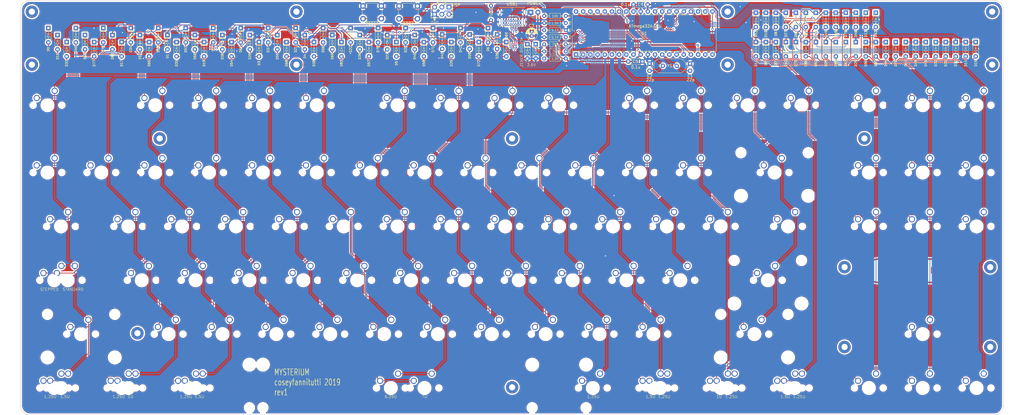
<source format=kicad_pcb>
(kicad_pcb (version 20240108) (generator "pcbnew") (generator_version "8.0")
  (layers (0 "F.Cu" signal) (31 "B.Cu" signal) (34 "B.Paste" user) (35 "F.Paste" user) (36 "B.SilkS" user "B.Silkscreen") (37 "F.SilkS" user "F.Silkscreen") (38 "B.Mask" user) (39 "F.Mask" user) (44 "Edge.Cuts" user))
  (net 0 "")
  (net 1 "GND")
  (net 2 "boot")
  (net 3 "Net-(C1-Pad1)")
  (net 4 "Net-(C2-Pad1)")
  (net 5 "+5V")
  (net 6 "Net-(D0-Pad2)")
  (net 7 "Net-(D1-Pad2)")
  (net 8 "Net-(D2-Pad2)")
  (net 9 "Net-(D3-Pad2)")
  (net 10 "Net-(D4-Pad2)")
  (net 11 "Net-(D5-Pad2)")
  (net 12 "Net-(D6-Pad2)")
  (net 13 "Net-(D7-Pad2)")
  (net 14 "Net-(D8-Pad2)")
  (net 15 "Net-(D9-Pad2)")
  (net 16 "Net-(D10-Pad2)")
  (net 17 "Net-(D11-Pad2)")
  (net 18 "Net-(D12-Pad2)")
  (net 19 "Net-(D13-Pad2)")
  (net 20 "Net-(D14-Pad2)")
  (net 21 "Net-(D15-Pad2)")
  (net 22 "Net-(D16-Pad2)")
  (net 23 "Net-(D17-Pad2)")
  (net 24 "Net-(D18-Pad2)")
  (net 25 "Net-(D19-Pad2)")
  (net 26 "Net-(D20-Pad2)")
  (net 27 "Net-(D21-Pad2)")
  (net 28 "Net-(D22-Pad2)")
  (net 29 "Net-(D23-Pad2)")
  (net 30 "Net-(D24-Pad2)")
  (net 31 "Net-(D25-Pad2)")
  (net 32 "Net-(D26-Pad2)")
  (net 33 "Net-(D27-Pad2)")
  (net 34 "Net-(D28-Pad2)")
  (net 35 "Net-(D29-Pad2)")
  (net 36 "Net-(D30-Pad2)")
  (net 37 "Net-(D31-Pad2)")
  (net 38 "Net-(D32-Pad2)")
  (net 39 "Net-(D33-Pad2)")
  (net 40 "Net-(D34-Pad2)")
  (net 41 "Net-(D35-Pad2)")
  (net 42 "Net-(D36-Pad2)")
  (net 43 "Net-(D37-Pad2)")
  (net 44 "Net-(D38-Pad2)")
  (net 45 "Net-(D39-Pad2)")
  (net 46 "Net-(D40-Pad2)")
  (net 47 "Net-(D41-Pad2)")
  (net 48 "Net-(D42-Pad2)")
  (net 49 "Net-(D43-Pad2)")
  (net 50 "Net-(D44-Pad2)")
  (net 51 "Net-(D45-Pad2)")
  (net 52 "Net-(D46-Pad2)")
  (net 53 "Net-(D47-Pad2)")
  (net 54 "Net-(D48-Pad2)")
  (net 55 "Net-(D49-Pad2)")
  (net 56 "Net-(D50-Pad2)")
  (net 57 "Net-(D52-Pad2)")
  (net 58 "Net-(D53-Pad2)")
  (net 59 "Net-(D54-Pad2)")
  (net 60 "Net-(D55-Pad2)")
  (net 61 "Net-(D56-Pad2)")
  (net 62 "Net-(D57-Pad2)")
  (net 63 "Net-(D58-Pad2)")
  (net 64 "Net-(D59-Pad2)")
  (net 65 "Net-(D60-Pad2)")
  (net 66 "Net-(D61-Pad2)")
  (net 67 "Net-(D62-Pad2)")
  (net 68 "Net-(D63-Pad2)")
  (net 69 "Net-(D64-Pad2)")
  (net 70 "Net-(D65-Pad2)")
  (net 71 "Net-(D66-Pad2)")
  (net 72 "Net-(D67-Pad2)")
  (net 73 "Net-(D68-Pad2)")
  (net 74 "Net-(D69-Pad2)")
  (net 75 "Net-(D70-Pad2)")
  (net 76 "Net-(D71-Pad2)")
  (net 77 "Net-(D72-Pad2)")
  (net 78 "Net-(D73-Pad2)")
  (net 79 "Net-(D74-Pad2)")
  (net 80 "Net-(D75-Pad2)")
  (net 81 "Net-(D76-Pad2)")
  (net 82 "Net-(D77-Pad2)")
  (net 83 "Net-(D79-Pad2)")
  (net 84 "Net-(D81-Pad2)")
  (net 85 "Net-(D83-Pad2)")
  (net 86 "Net-(D85-Pad2)")
  (net 87 "Net-(D86-Pad2)")
  (net 88 "Net-(D88-Pad2)")
  (net 89 "Net-(D90-Pad2)")
  (net 90 "Net-(D92-Pad2)")
  (net 91 "Net-(D93-Pad2)")
  (net 92 "Net-(D94-Pad2)")
  (net 93 "Net-(D95-Pad1)")
  (net 94 "Net-(D96-Pad1)")
  (net 95 "VCC")
  (net 96 "MISO")
  (net 97 "SCK")
  (net 98 "MOSI")
  (net 99 "reset")
  (net 100 "Net-(LED1-Pad1)")
  (net 101 "Net-(R1-Pad2)")
  (net 102 "Net-(R2-Pad1)")
  (net 103 "D-")
  (net 104 "D+")
  (net 105 "Net-(U1-Pad32)")
  (net 106 "Net-(USB1-PadA8)")
  (net 107 "Net-(USB1-PadB8)")
  (net 108 "row0")
  (net 109 "row1")
  (net 110 "row2")
  (net 111 "row3")
  (net 112 "row4")
  (net 113 "row5")
  (net 114 "col0")
  (net 115 "col2")
  (net 116 "col3")
  (net 117 "col4")
  (net 118 "col5")
  (net 119 "col6")
  (net 120 "col7")
  (net 121 "col8")
  (net 122 "col9")
  (net 123 "col11")
  (net 124 "col12")
  (net 125 "col13")
  (net 126 "col14")
  (net 127 "col15")
  (net 128 "col16")
  (net 129 "col17")
  (net 130 "col1")
  (net 131 "col10")
  (net 132 "scl")
  (net 133 "sda")
  (footprint "cftkb:MX-6.25U-Stabilizer" (layer "F.Cu") (at 168.1099 192.4177)
    (property "Reference" "ST83")
    (property "Value" "6.25U")
  )
  (footprint "cftkb:SW_Cherry_MX1A_1.00u_PCB-NOSCREEN" (layer "F.Cu") (at 68.2625 111.125)
    (property "Reference" "SW17")
    (property "Value" "KEYSW")
  )
  (footprint "cftkb:SW_Cherry_MX1A_1.00u_PCB-NOSCREEN" (layer "F.Cu") (at 211.1375 130.175)
    (property "Reference" "SW41")
    (property "Value" "KEYSW")
  )
  (footprint "cftkb:MX-7U-Stabilizer" (layer "F.Cu") (at 180.0225 192.405)
    (property "Reference" "ST84")
    (property "Value" "7U")
  )
  (footprint "cftkb:CP_Radial_D4.0mm_P1.50mm" (layer "F.Cu") (at 217.945459 67.911544 90)
    (property "Reference" "C3")
    (property "Value" "4.7u")
  )
  (footprint "cftkb:LED_D3.0mm" (layer "F.Cu") (at 217.595499 59.5249)
    (property "Reference" "LED1")
    (property "Value" "POWER")
  )
  (footprint "cftkb:D_DO-35_SOD27_P5.08mm_Horizontal" (layer "F.Cu") (at 321.967188 68.784948 -90)
    (property "Reference" "D28")
    (property "Value" "D_Small")
  )
  (footprint "cftkb:D_DO-35_SOD27_P5.08mm_Horizontal" (layer "F.Cu") (at 108.530629 66.304655 -90)
    (property "Reference" "D36")
    (property "Value" "D_Small")
  )
  (footprint "cftkb:D_DO-35_SOD27_P5.08mm_Horizontal" (layer "F.Cu") (at 297.229706 68.784948 -90)
    (property "Reference" "D11")
    (property "Value" "D_Small")
  )
  (footprint "cftkb:D_DO-35_SOD27_P5.08mm_Horizontal" (layer "F.Cu") (at 371.442152 68.784948 -90)
    (property "Reference" "D14")
    (property "Value" "D_Small")
  )
  (footprint "cftkb:D_DO-35_SOD27_P5.08mm_Horizontal" (layer "F.Cu") (at 336.102892 68.784948 -90)
    (property "Reference" "D90")
    (property "Value" "D_Small")
  )
  (footprint "cftkb:D_DO-35_SOD27_P5.08mm_Horizontal" (layer "F.Cu") (at 339.636818 58.410499 -90)
    (property "Reference" "D92")
    (property "Value" "D_Small")
  )
  (footprint "cftkb:DIP-40_W15.24mm" (layer "F.Cu") (at 233.6165 74.4855 90)
    (property "Reference" "U1")
    (property "Value" "ATmega32A-PU")
  )
  (footprint "MountingHole:MountingHole_2.2mm_M2_Pad" (layer "F.Cu") (at 41.1475 59.3135)
    (property "Reference" "REF**")
    (property "Value" "MountingHole_2.2mm_M2_Pad")
  )
  (footprint "MountingHole:MountingHole_2.2mm_M2_Pad" (layer "F.Cu") (at 41.1475 78.0635)
    (property "Reference" "REF**")
    (property "Value" "MountingHole_2.2mm_M2_Pad")
  )
  (footprint "MountingHole:MountingHole_2.2mm_M2_Pad" (layer "F.Cu") (at 380.81 78.0635)
    (property "Reference" "REF**")
    (property "Value" "MountingHole_2.2mm_M2_Pad")
  )
  (footprint "MountingHole:MountingHole_2.2mm_M2_Pad" (layer "F.Cu") (at 380.81 59.3135)
    (property "Reference" "REF**")
    (property "Value" "MountingHole_2.2mm_M2_Pad")
  )
  (footprint "MountingHole:MountingHole_2.2mm_M2_Pad" (layer "F.Cu") (at 134.7343 59.3135)
    (property "Reference" "REF**")
    (property "Value" "MountingHole_2.2mm_M2_Pad")
  )
  (footprint "MountingHole:MountingHole_2.2mm_M2_Pad" (layer "F.Cu") (at 211.016251 104.1527)
    (property "Reference" "REF**")
    (property "Value" "MountingHole_2.2mm_M2_Pad")
  )
  (footprint "MountingHole:MountingHole_2.2mm_M2_Pad" (layer "F.Cu") (at 211.016251 192.1637)
    (property "Reference" "REF**")
    (property "Value" "MountingHole_2.2mm_M2_Pad")
  )
  (footprint "MountingHole:MountingHole_2.2mm_M2_Pad" (layer "F.Cu") (at 335.5975 104.1527)
    (property "Reference" "REF**")
    (property "Value" "MountingHole_2.2mm_M2_Pad")
  )
  (footprint "MountingHole:MountingHole_2.2mm_M2_Pad" (layer "F.Cu") (at 86.36 104.1527)
    (property "Reference" "REF**")
    (property "Value" "MountingHole_2.2mm_M2_Pad")
  )
  (footprint "MountingHole:MountingHole_2.2mm_M2_Pad" (layer "F.Cu") (at 78.4987 173.0375)
    (property "Reference" "REF**")
    (property "Value" "MountingHole_2.2mm_M2_Pad")
  )
  (footprint "MountingHole:MountingHole_2.2mm_M2_Pad" (layer "F.Cu") (at 328.583688 149.6695)
    (property "Reference" "REF**")
    (property "Value" "MountingHole_2.2mm_M2_Pad")
  )
  (footprint "MountingHole:MountingHole_2.2mm_M2_Pad" (layer "F.Cu") (at 380.120412 149.6695)
    (property "Reference" "REF**")
    (property "Value" "MountingHole_2.2mm_M2_Pad")
  )
  (footprint "MountingHole:MountingHole_2.2mm_M2_Pad" (layer "F.Cu") (at 328.583688 177.9049)
    (property "Reference" "REF**")
    (property "Value" "MountingHole_2.2mm_M2_Pad")
  )
  (footprint "MountingHole:MountingHole_2.2mm_M2_Pad" (layer "F.Cu") (at 380.120412 177.9049)
    (property "Reference" "REF**")
    (property "Value" "MountingHole_2.2mm_M2_Pad")
  )
  (footprint "cftkb:SW_PUSH_6mm" (layer "F.Cu") (at 171.023197 57.3151)
    (property "Reference" "BOOT1")
    (property "Value" "BOOT")
  )
  (footprint "cftkb:C_Disc_D3.0mm_W1.6mm_P2.50mm" (layer "F.Cu") (at 273.9517 80.2005 90)
    (property "Reference" "C1")
    (property "Value" "22p")
  )
  (footprint "cftkb:C_Disc_D3.0mm_W1.6mm_P2.50mm" (layer "F.Cu") (at 259.6261 80.2005 90)
    (property "Reference" "C2")
    (property "Value" "22p")
  )
  (footprint "cftkb:C_Disc_D4.3mm_W1.9mm_P5.00mm" (layer "F.Cu") (at 258.9403 56.7563 180)
    (property "Reference" "C4")
    (property "Value" "0.1u")
  )
  (footprint "cftkb:C_Disc_D4.3mm_W1.9mm_P5.00mm" (layer "F.Cu") (at 252.0823 76.9239)
    (property "Reference" "C5")
    (property "Value" "0.1u")
  )
  (footprint "cftkb:D_DO-35_SOD27_P5.08mm_Horizontal" (layer "F.Cu") (at 46.981402 63.824362 -90)
    (property "Reference" "D0")
    (property "Value" "D_Small")
  )
  (footprint "MountingHole:MountingHole_2.2mm_M2_Pad" (layer "F.Cu") (at 287.2232 59.3135)
    (property "Reference" "REF**")
    (property "Value" "MountingHole_2.2mm_M2_Pad")
  )
  (footprint "cftkb:D_DO-35_SOD27_P5.08mm_Horizontal" (layer "F.Cu") (at 89.094031 66.304655 -90)
    (property "Reference" "D1")
    (property "Value" "D_Small")
  )
  (footprint "cftkb:D_DO-35_SOD27_P5.08mm_Horizontal" (layer "F.Cu") (at 105.291196 63.824362 -90)
    (property "Reference" "D2")
    (property "Value" "D_Small")
  )
  (footprint "cftkb:D_DO-35_SOD27_P5.08mm_Horizontal" (layer "F.Cu") (at 121.488361 68.784948 -90)
    (property "Reference" "D3")
    (property "Value" "D_Small")
  )
  (footprint "cftkb:D_DO-35_SOD27_P5.08mm_Horizontal" (layer "F.Cu") (at 137.685526 66.304655 -90)
    (property "Reference" "D4")
    (property "Value" "D_Small")
  )
  (footprint "cftkb:D_DO-35_SOD27_P5.08mm_Horizontal" (layer "F.Cu") (at 170.079856 68.784948 -90)
    (property "Reference" "D5")
    (property "Value" "D_Small")
  )
  (footprint "cftkb:D_DO-35_SOD27_P5.08mm_Horizontal" (layer "F.Cu") (at 202.474222 63.824362 -90)
    (property "Reference" "D6")
    (property "Value" "D_Small")
  )
  (footprint "cftkb:D_DO-35_SOD27_P5.08mm_Horizontal" (layer "F.Cu") (at 304.297558 68.784948 -90)
    (property "Reference" "D7")
    (property "Value" "D_Small")
  )
  (footprint "cftkb:D_DO-35_SOD27_P5.08mm_Horizontal" (layer "F.Cu") (at 304.297558 58.410499 -90)
    (property "Reference" "D8")
    (property "Value" "D_Small")
  )
  (footprint "cftkb:D_DO-35_SOD27_P5.08mm_Horizontal" (layer "F.Cu") (at 300.763632 68.784948 -90)
    (property "Reference" "D9")
    (property "Value" "D_Small")
  )
  (footprint "cftkb:D_DO-35_SOD27_P5.08mm_Horizontal" (layer "F.Cu") (at 300.763632 58.410499 -90)
    (property "Reference" "D10")
    (property "Value" "D_Small")
  )
  (footprint "cftkb:D_DO-35_SOD27_P5.08mm_Horizontal" (layer "F.Cu") (at 297.229706 58.410499 -90)
    (property "Reference" "D12")
    (property "Value" "D_Small")
  )
  (footprint "cftkb:D_DO-35_SOD27_P5.08mm_Horizontal" (layer "F.Cu") (at 336.102892 58.410499 -90)
    (property "Reference" "D13")
    (property "Value" "D_Small")
  )
  (footprint "cftkb:D_DO-35_SOD27_P5.08mm_Horizontal" (layer "F.Cu") (at 374.976098 68.784948 -90)
    (property "Reference" "D15")
    (property "Value" "D_Small")
  )
  (footprint "cftkb:D_DO-35_SOD27_P5.08mm_Horizontal" (layer "F.Cu") (at 50.220835 66.304655 -90)
    (property "Reference" "D16")
    (property "Value" "D_Small")
  )
  (footprint "cftkb:D_DO-35_SOD27_P5.08mm_Horizontal" (layer "F.Cu") (at 72.896866 68.784948 -90)
    (property "Reference" "D17")
    (property "Value" "D_Small")
  )
  (footprint "cftkb:D_DO-35_SOD27_P5.08mm_Horizontal" (layer "F.Cu") (at 85.854598 63.824362 -90)
    (property "Reference" "D18")
    (property "Value" "D_Small")
  )
  (footprint "cftkb:D_DO-35_SOD27_P5.08mm_Horizontal" (layer "F.Cu") (at 102.051763 68.784948 -90)
    (property "Reference" "D19")
    (property "Value" "D_Small")
  )
  (footprint "cftkb:D_DO-35_SOD27_P5.08mm_Horizontal" (layer "F.Cu") (at 118.248928 66.304655 -90)
    (property "Reference" "D20")
    (property "Value" "D_Small")
  )
  (footprint "cftkb:D_DO-35_SOD27_P5.08mm_Horizontal" (layer "F.Cu") (at 134.446093 63.824362 -90)
    (property "Reference" "D21")
    (property "Value" "D_Small")
  )
  (footprint "cftkb:D_DO-35_SOD27_P5.08mm_Horizontal" (layer "F.Cu") (at 153.882691 63.824362 -90)
    (property "Reference" "D22")
    (property "Value" "D_Small")
  )
  (footprint "cftkb:D_DO-35_SOD27_P5.08mm_Horizontal" (layer "F.Cu") (at 166.840423 66.304655 -90)
    (property "Reference" "D23")
    (property "Value" "D_Small")
  )
  (footprint "cftkb:D_DO-35_SOD27_P5.08mm_Horizontal" (layer "F.Cu") (at 173.319289 63.824362 -90)
    (property "Reference" "D24")
    (property "Value" "D_Small")
  )
  (footprint "cftkb:D_DO-35_SOD27_P5.08mm_Horizontal" (layer "F.Cu") (at 189.516466 68.784948 -90)
    (property "Reference" "D25")
    (property "Value" "D_Small")
  )
  (footprint "cftkb:D_DO-35_SOD27_P5.08mm_Horizontal" (layer "F.Cu") (at 205.713661 66.1035 -90)
    (property "Reference" "D26")
    (property "Value" "D_Small")
  )
  (footprint "cftkb:D_DO-35_SOD27_P5.08mm_Horizontal" (layer "F.Cu") (at 307.831484 58.410499 -90)
    (property "Reference" "D27")
    (property "Value" "D_Small")
  )
  (footprint "cftkb:D_DO-35_SOD27_P5.08mm_Horizontal" (layer "F.Cu") (at 332.568966 68.784948 -90)
    (property "Reference" "D29")
    (property "Value" "D_Small")
  )
  (footprint "cftkb:D_DO-35_SOD27_P5.08mm_Horizontal" (layer "F.Cu") (at 360.840374 68.784948 -90)
    (property "Reference" "D30")
    (property "Value" "D_Small")
  )
  (footprint "cftkb:D_DO-35_SOD27_P5.08mm_Horizontal" (layer "F.Cu") (at 364.3743 68.784948 -90)
    (property "Reference" "D31")
    (property "Value" "D_Small")
  )
  (footprint "cftkb:D_DO-35_SOD27_P5.08mm_Horizontal" (layer "F.Cu") (at 367.908226 68.784948 -90)
    (property "Reference" "D32")
    (property "Value" "D_Small")
  )
  (footprint "cftkb:D_DO-35_SOD27_P5.08mm_Horizontal" (layer "F.Cu") (at 53.460268 68.784948 -90)
    (property "Reference" "D33")
    (property "Value" "D_Small")
  )
  (footprint "cftkb:D_DO-35_SOD27_P5.08mm_Horizontal" (layer "F.Cu") (at 76.136299 63.824362 -90)
    (property "Reference" "D34")
    (property "Value" "D_Small")
  )
  (footprint "cftkb:D_DO-35_SOD27_P5.08mm_Horizontal" (layer "F.Cu") (at 92.333464 68.784948 -90)
    (property "Reference" "D35")
    (property "Value" "D_Small")
  )
  (footprint "cftkb:D_DO-35_SOD27_P5.08mm_Horizontal" (layer "F.Cu") (at 124.727794 63.824362 -90)
    (property "Reference" "D37")
    (property "Value" "D_Small")
  )
  (footprint "cftkb:D_DO-35_SOD27_P5.08mm_Horizontal" (layer "F.Cu") (at 140.924959 68.784948 -90)
    (property "Reference" "D38")
    (property "Value" "D_Small")
  )
  (footprint "cftkb:D_DO-35_SOD27_P5.08mm_Horizontal" (layer "F.Cu") (at 157.122124 66.304655 -90)
    (property "Reference" "D39")
    (property "Value" "D_Small")
  )
  (footprint "cftkb:D_DO-35_SOD27_P5.08mm_Horizontal" (layer "F.Cu") (at 176.558722 66.304655 -90)
    (property "Reference" "D40")
    (property "Value" "D_Small")
  )
  (footprint "cftkb:D_DO-35_SOD27_P5.08mm_Horizontal" (layer "F.Cu") (at 186.277027 66.1035 -90)
    (property "Reference" "D41")
    (property "Value" "D_Small")
  )
  (footprint "cftkb:D_DO-35_SOD27_P5.08mm_Horizontal" (layer "F.Cu") (at 192.755905 63.824362 -90)
    (property "Reference" "D42")
    (property "Value" "D_Small")
  )
  (footprint "cftkb:D_DO-35_SOD27_P5.08mm_Horizontal" (layer "F.Cu") (at 307.831484 68.784948 -90)
    (property "Reference" "D43")
    (property "Value" "D_Small")
  )
  (footprint "cftkb:D_DO-35_SOD27_P5.08mm_Horizontal" (layer "F.Cu") (at 321.967188 58.410499 -90)
    (property "Reference" "D44")
    (property "Value" "D_Small")
  )
  (footprint "cftkb:D_DO-35_SOD27_P5.08mm_Horizontal" (layer "F.Cu") (at 325.501114 58.410499 -90)
    (property "Reference" "D45")
    (property "Value" "D_Small")
  )
  (footprint "cftkb:D_DO-35_SOD27_P5.08mm_Horizontal" (layer "F.Cu") (at 332.568966 58.410499 -90)
    (property "Reference" "D46")
    (property "Value" "D_Small")
  )
  (footprint "cftkb:D_DO-35_SOD27_P5.08mm_Horizontal" (layer "F.Cu") (at 350.238596 68.784948 -90)
    (property "Reference" "D47")
    (property "Value" "D_Small")
  )
  (footprint "cftkb:D_DO-35_SOD27_P5.08mm_Horizontal" (layer "F.Cu") (at 353.772522 68.784948 -90)
    (property "Reference" "D48")
    (property "Value" "D_Small")
  )
  (footprint "cftkb:D_DO-35_SOD27_P5.08mm_Horizontal" (layer "F.Cu") (at 357.306448 68.784948 -90)
    (property "Reference" "D49")
    (property "Value" "D_Small")
  )
  (footprint "cftkb:D_DO-35_SOD27_P5.08mm_Horizontal" (layer "F.Cu") (at 56.699701 63.824362 -90)
    (property "Reference" "D50")
    (property "Value" "D_Small")
  )
  (footprint "cftkb:D_DO-35_SOD27_P5.08mm_Horizontal" (layer "F.Cu") (at 79.375732 66.304655 -90)
    (property "Reference" "D52")
    (property "Value" "D_Small")
  )
  (footprint "cftkb:D_DO-35_SOD27_P5.08mm_Horizontal" (layer "F.Cu") (at 95.572897 63.824362 -90)
    (property "Reference" "D53")
    (property "Value" "D_Small")
  )
  (footprint "cftkb:D_DO-35_SOD27_P5.08mm_Horizontal" (layer "F.Cu") (at 111.770062 68.784948 -90)
    (property "Reference" "D54")
    (property "Value" "D_Small")
  )
  (footprint "cftkb:D_DO-35_SOD27_P5.08mm_Horizontal" (layer "F.Cu") (at 127.967227 66.304655 -90)
    (property "Reference" "D55")
    (property "Value" "D_Small")
  )
  (footprint "cftkb:D_DO-35_SOD27_P5.08mm_Horizontal" (layer "F.Cu") (at 144.164392 63.824362 -90)
    (property "Reference" "D56")
    (property "Value" "D_Small")
  )
  (footprint "cftkb:D_DO-35_SOD27_P5.08mm_Horizontal" (layer "F.Cu") (at 160.361557 68.784948 -90)
    (property "Reference" "D57")
    (property "Value" "D_Small")
  )
  (footprint "cftkb:D_DO-35_SOD27_P5.08mm_Horizontal" (layer "F.Cu") (at 179.798155 68.784948 -90)
    (property "Reference" "D58")
    (property "Value" "D_Small")
  )
  (footprint "cftkb:D_DO-35_SOD27_P5.08mm_Horizontal" (layer "F.Cu") (at 195.995344 66.1035 -90)
    (property "Reference" "D59")
    (property "Value" "D_Small")
  )
  (footprint "cftkb:D_DO-35_SOD27_P5.08mm_Horizontal" (layer "F.Cu") (at 208.9531 68.784948 -90)
    (property "Reference" "D60")
    (property "Value" "D_Small")
  )
  (footprint "cftkb:D_DO-35_SOD27_P5.08mm_Horizontal" (layer "F.Cu") (at 311.36541 58.410499 -90)
    (property "Reference" "D61")
    (property "Value" "D_Small")
  )
  (footprint "cftkb:D_DO-35_SOD27_P5.08mm_Horizontal" (layer "F.Cu") (at 318.433262 68.784948 -90)
    (property "Reference" "D62")
    (property "Value" "D_Small")
  )
  (footprint "cftkb:D_DO-35_SOD27_P5.08mm_Horizontal" (layer "F.Cu") (at 329.03504 68.784948 -90)
    (property "Reference" "D63")
    (property "Value" "D_Small")
  )
  (footprint "cftkb:D_DO-35_SOD27_P5.08mm_Horizontal" (layer "F.Cu") (at 59.939134 66.304655 -90)
    (property "Reference" "D64")
    (property "Value" "D_Small")
  )
  (footprint "cftkb:D_DO-35_SOD27_P5.08mm_Horizontal" (layer "F.Cu") (at 82.615165 68.784948 -90)
    (property "Reference" "D65")
    (property "Value" "D_Small")
  )
  (footprint "cftkb:D_DO-35_SOD27_P5.08mm_Horizontal" (layer "F.Cu") (at 98.81233 66.304655 -90)
    (property "Reference" "D66")
    (property "Value" "D_Small")
  )
  (footprint "cftkb:D_DO-35_SOD27_P5.08mm_Horizontal" (layer "F.Cu") (at 115.009495 63.824362 -90)
    (property "Reference" "D67")
    (property "Value" "D_Small")
  )
  (footprint "cftkb:D_DO-35_SOD27_P5.08mm_Horizontal" (layer "F.Cu") (at 131.20666 68.784948 -90)
    (property "Reference" "D68")
    (property "Value" "D_Small")
  )
  (footprint "cftkb:D_DO-35_SOD27_P5.08mm_Horizontal" (layer "F.Cu") (at 147.403825 66.304655 -90)
    (property "Reference" "D69")
    (property "Value" "D_Small")
  )
  (footprint "cftkb:D_DO-35_SOD27_P5.08mm_Horizontal" (layer "F.Cu") (at 163.60099 63.824362 -90)
    (property "Reference" "D70")
    (property "Value" "D_Small")
  )
  (footprint "cftkb:D_DO-35_SOD27_P5.08mm_Horizontal" (layer "F.Cu") (at 183.037588 63.824362 -90)
    (property "Reference" "D71")
    (property "Value" "D_Small")
  )
  (footprint "cftkb:D_DO-35_SOD27_P5.08mm_Horizontal" (layer "F.Cu") (at 199.234783 68.784948 -90)
    (property "Reference" "D72")
    (property "Value" "D_Small")
  )
  (footprint "cftkb:D_DO-35_SOD27_P5.08mm_Horizontal" (layer "F.Cu") (at 311.36541 68.784948 -90)
    (property "Reference" "D73")
    (property "Value" "D_Small")
  )
  (footprint "cftkb:D_DO-35_SOD27_P5.08mm_Horizontal" (layer "F.Cu") (at 318.433262 58.410499 -90)
    (property "Reference" "D74")
    (property "Value" "D_Small")
  )
  (footprint "cftkb:D_DO-35_SOD27_P5.08mm_Horizontal" (layer "F.Cu") (at 329.03504 58.410499 -90)
    (property "Reference" "D75")
    (property "Value" "D_Small")
  )
  (footprint "cftkb:D_DO-35_SOD27_P5.08mm_Horizontal" (layer "F.Cu") (at 346.70467 68.784948 -90)
    (property "Reference" "D76")
    (property "Value" "D_Small")
  )
  (footprint "cftkb:D_DO-35_SOD27_P5.08mm_Horizontal" (layer "F.Cu") (at 63.178567 68.784948 -90)
    (property "Reference" "D77")
    (property "Value" "D_Small")
  )
  (footprint "cftkb:D_DO-35_SOD27_P5.08mm_Horizontal" (layer "F.Cu") (at 66.418 63.824362 -90)
    (property "Reference" "D79")
    (property "Value" "D_Small")
  )
  (footprint "cftkb:D_DO-35_SOD27_P5.08mm_Horizontal" (layer "F.Cu") (at 69.657433 66.304655 -90)
    (property "Reference" "D81")
    (property "Value" "D_Small")
  )
  (footprint "cftkb:D_DO-35_SOD27_P5.08mm_Horizontal" (layer "F.Cu") (at 150.643258 68.784948 -90)
    (property "Reference" "D83")
    (property "Value" "D_Small")
  )
  (footprint "cftkb:D_DO-35_SOD27_P5.08mm_Horizontal" (layer "F.Cu") (at 314.899336 58.410499 -90)
    (property "Reference" "D85")
    (property "Value" "D_Small")
  )
  (footprint "cftkb:D_DO-35_SOD27_P5.08mm_Horizontal" (layer "F.Cu") (at 314.899336 68.784948 -90)
    (property "Reference" "D86")
    (property "Value" "D_Small")
  )
  (footprint "cftkb:D_DO-35_SOD27_P5.08mm_Horizontal" (layer "F.Cu") (at 325.501114 68.784948 -90)
    (property "Reference" "D88")
    (property "Value" "D_Small")
  )
  (footprint "cftkb:D_DO-35_SOD27_P5.08mm_Horizontal" (layer "F.Cu") (at 339.636818 68.784948 -90)
    (property "Reference" "D93")
    (property "Value" "D_Small")
  )
  (footprint "cftkb:D_DO-35_SOD27_P5.08mm_Horizontal" (layer "F.Cu") (at 343.170744 68.784948 -90)
    (property "Reference" "D94")
    (property "Value" "D_Small")
  )
  (footprint "cftkb:D_DO-35_SOD27_P5.08mm_Horizontal" (layer "F.Cu") (at 216.4207 69.5325 -90)
    (property "Reference" "D95")
    (property "Value" "3.6V")
  )
  (footprint "cftkb:D_DO-35_SOD27_P5.08mm_Horizontal" (layer "F.Cu") (at 219.3671 69.5325 -90)
    (property "Reference" "D96")
    (property "Value" "3.6V")
  )
  (footprint "cftkb:polyfuse_5.1mm" (layer "F.Cu") (at 203.515397 59.7281 90)
    (property "Reference" "F1")
    (property "Value" "500mA")
  )
  (footprint "cftkb:AVR_ICSP_3x2" (layer "F.Cu") (at 186.148397 58.9661 180)
    (property "Reference" "J1" (hide yes))
    (property "Value" "AVR-ISP-6" (hide yes))
  )
  (footprint "cftkb:R_Axial_DIN0204_L3.6mm_D1.6mm_P7.62mm_Horizontal" (layer "F.Cu") (at 229.9843 65.842226 180)
    (property "Reference" "R1")
    (property "Value" "5.1K")
  )
  (footprint "cftkb:R_Axial_DIN0204_L3.6mm_D1.6mm_P7.62mm_Horizontal" (layer "F.Cu") (at 229.9843 68.353189 180)
    (property "Reference" "R2")
    (property "Value" "5.1K")
  )
  (footprint "cftkb:R_Axial_DIN0204_L3.6mm_D1.6mm_P7.62mm_Horizontal" (layer "F.Cu") (at 229.9843 70.864152 180)
    (property "Reference" "R3")
    (property "Value" "75R")
  )
  (footprint "cftkb:R_Axial_DIN0204_L3.6mm_D1.6mm_P7.62mm_Horizontal" (layer "F.Cu") (at 229.9843 73.375115 180)
    (property "Reference" "R4")
    (property "Value" "75R")
  )
  (footprint "cftkb:R_Axial_DIN0204_L3.6mm_D1.6mm_P7.62mm_Horizontal" (layer "F.Cu") (at 229.9843 75.886078 180)
    (property "Reference" "R5")
    (property "Value" "1.5K")
  )
  (footprint "cftkb:R_Axial_DIN0204_L3.6mm_D1.6mm_P7.62mm_Horizontal" (layer "F.Cu") (at 229.9843 63.331263 180)
    (property "Reference" "R6")
    (property "Value" "1.5K")
  )
  (footprint "cftkb:R_Axial_DIN0204_L3.6mm_D1.6mm_P7.62mm_Horizontal" (layer "F.Cu") (at 229.9843 60.8203 180)
    (property "Reference" "R7")
    (property "Value" "10K")
  )
  (footprint "cftkb:SW_PUSH_6mm" (layer "F.Cu") (at 158.284597 57.2897)
    (property "Reference" "RESET1")
    (property "Value" "RESET")
  )
  (footprint "cftkb:SW_Cherry_MX1A_1.00u_PCB-NOSCREEN" (layer "F.Cu") (at 49.2125 87.3125)
    (property "Reference" "SW0")
    (property "Value" "KEYSW")
  )
  (footprint "cftkb:SW_Cherry_MX1A_1.00u_PCB-NOSCREEN" (layer "F.Cu") (at 87.3125 87.3125)
    (property "Reference" "SW1")
    (property "Value" "KEYSW")
  )
  (footprint "cftkb:SW_Cherry_MX1A_1.00u_PCB-NOSCREEN" (layer "F.Cu") (at 106.3625 87.3125)
    (property "Reference" "SW2")
    (property "Value" "KEYSW")
  )
  (footprint "cftkb:SW_Cherry_MX1A_1.00u_PCB-NOSCREEN" (layer "F.Cu") (at 125.4125 87.3125)
    (property "Reference" "SW3")
    (property "Value" "KEYSW")
  )
  (footprint "cftkb:SW_Cherry_MX1A_1.00u_PCB-NOSCREEN" (layer "F.Cu") (at 144.4625 87.3125)
    (property "Reference" "SW4")
    (property "Value" "KEYSW")
  )
  (footprint "cftkb:SW_Cherry_MX1A_1.00u_PCB-NOSCREEN" (layer "F.Cu") (at 173.0375 87.3125)
    (property "Reference" "SW5")
    (property "Value" "KEYSW")
  )
  (footprint "cftkb:SW_Cherry_MX1A_1.00u_PCB-NOSCREEN" (layer "F.Cu") (at 192.0875 87.3125)
    (property "Reference" "SW6")
    (property "Value" "KEYSW")
  )
  (footprint "cftkb:SW_Cherry_MX1A_1.00u_PCB-NOSCREEN" (layer "F.Cu") (at 211.1375 87.3125)
    (property "Reference" "SW7")
    (property "Value" "KEYSW")
  )
  (footprint "cftkb:SW_Cherry_MX1A_1.00u_PCB-NOSCREEN" (layer "F.Cu") (at 230.1875 87.3125)
    (property "Reference" "SW8")
    (property "Value" "KEYSW")
  )
  (footprint "cftkb:SW_Cherry_MX1A_1.00u_PCB-NOSCREEN" (layer "F.Cu") (at 258.7625 87.3125)
    (property "Reference" "SW9")
    (property "Value" "KEYSW")
  )
  (footprint "cftkb:SW_Cherry_MX1A_1.00u_PCB-NOSCREEN" (layer "F.Cu") (at 277.8125 87.3125)
    (property "Reference" "SW10")
    (property "Value" "KEYSW")
  )
  (footprint "cftkb:SW_Cherry_MX1A_1.00u_PCB-NOSCREEN" (layer "F.Cu") (at 296.8625 87.3125)
    (property "Reference" "SW11")
    (property "Value" "KEYSW")
  )
  (footprint "cftkb:SW_Cherry_MX1A_1.00u_PCB-NOSCREEN" (layer "F.Cu") (at 315.9125 87.3125)
    (property "Reference" "SW12")
    (property "Value" "KEYSW")
  )
  (footprint "cftkb:SW_Cherry_MX1A_1.00u_PCB-NOSCREEN" (layer "F.Cu") (at 339.725 87.3125)
    (property "Reference" "SW13")
    (property "Value" "KEYSW")
  )
  (footprint "cftkb:SW_Cherry_MX1A_1.00u_PCB-NOSCREEN" (layer "F.Cu") (at 358.775 87.3125)
    (property "Reference" "SW14")
    (property "Value" "KEYSW")
  )
  (footprint "cftkb:SW_Cherry_MX1A_1.00u_PCB-NOSCREEN" (layer "F.Cu") (at 377.825 87.3125)
    (property "Reference" "SW15")
    (property "Value" "KEYSW")
  )
  (footprint "cftkb:SW_Cherry_MX1A_1.00u_PCB-NOSCREEN" (layer "F.Cu") (at 49.2125 111.125)
    (property "Reference" "SW16")
    (property "Value" "KEYSW")
  )
  (footprint "cftkb:SW_Cherry_MX1A_1.00u_PCB-NOSCREEN" (layer "F.Cu") (at 87.3125 111.125)
    (property "Reference" "SW18")
    (property "Value" "KEYSW")
  )
  (footprint "cftkb:SW_Cherry_MX1A_1.00u_PCB-NOSCREEN" (layer "F.Cu") (at 106.3625 111.125)
    (property "Reference" "SW19")
    (property "Value" "KEYSW")
  )
  (footprint "cftkb:SW_Cherry_MX1A_1.00u_PCB-NOSCREEN" (layer "F.Cu") (at 125.4125 111.125)
    (property "Reference" "SW20")
    (property "Value" "KEYSW")
  )
  (footprint "cftkb:SW_Cherry_MX1A_1.00u_PCB-NOSCREEN" (layer "F.Cu") (at 144.4625 111.125)
    (property "Reference" "SW21")
    (property "Value" "KEYSW")
  )
  (footprint "cftkb:SW_Cherry_MX1A_1.00u_PCB-NOSCREEN" (layer "F.Cu") (at 163.5125 111.125)
    (property "Reference" "SW22")
    (property "Value" "KEYSW")
  )
  (footprint "cftkb:SW_Cherry_MX1A_1.00u_PCB-NOSCREEN" (layer "F.Cu") (at 182.5625 111.125)
    (property "Reference" "SW23")
    (property "Value" "KEYSW")
  )
  (footprint "cftkb:SW_Cherry_MX1A_1.00u_PCB-NOSCREEN" (layer "F.Cu") (at 201.6125 111.125)
    (property "Reference" "SW24")
    (property "Value" "KEYSW")
  )
  (footprint "cftkb:SW_Cherry_MX1A_1.00u_PCB-NOSCREEN" (layer "F.Cu") (at 220.6625 111.125)
    (property "Reference" "SW25")
    (property "Value" "KEYSW")
  )
  (footprint "cftkb:SW_Cherry_MX1A_1.00u_PCB-NOSCREEN" (layer "F.Cu") (at 239.7125 111.125)
    (property "Reference" "SW26")
    (property "Value" "KEYSW")
  )
  (footprint "cftkb:SW_Cherry_MX1A_1.00u_PCB-NOSCREEN" (layer "F.Cu") (at 258.7625 111.125)
    (property "Reference" "SW27")
    (property "Value" "KEYSW")
  )
  (footprint "cftkb:SW_Cherry_MX1A_1.00u_PCB-NOSCREEN" (layer "F.Cu") (at 277.8125 111.125)
    (property "Reference" "SW28")
    (property "Value" "KEYSW")
  )
  (footprint "cftkb:SW_Cherry_MX1A_2.00u_PCBNOSCREEN" (layer "F.Cu") (at 306.3875 111.125)
    (property "Reference" "SW29")
    (property "Value" "KEYSW")
  )
  (footprint "logos:TOPY 4MM MASK" (layer "F.Cu") (at 41.143121 68.688642)
    (property "Reference" "G***" (hide yes))
    (property "Value" "LOGO" (hide yes))
  )
  (footprint "cftkb:SW_Cherry_MX1A_1.00u_PCB-NOSCREEN" (layer "F.Cu") (at 339.725 111.125)
    (property "Reference" "SW30")
    (property "Value" "KEYSW")
  )
  (footprint "cftkb:SW_Cherry_MX1A_1.00u_PCB-NOSCREEN" (layer "F.Cu") (at 358.775 111.125)
    (property "Reference" "SW31")
    (property "Value" "KEYSW")
  )
  (footprint "cftkb:SW_Cherry_MX1A_1.00u_PCB-NOSCREEN" (layer "F.Cu") (at 377.825 111.125)
    (property "Reference" "SW32")
    (property "Value" "KEYSW")
  )
  (footprint "cftkb:SW_Cherry_MX1A_1.50u_PCBNOSCREEN" (layer "F.Cu") (at 53.975 130.175)
    (property "Reference" "SW33")
    (property "Value" "KEYSW")
  )
  (footprint "logos:TOPY 4MM MASK" (layer "F.Cu") (at 380.805621 68.688642)
    (property "Reference" "G***" (hide yes))
    (property "Value" "LOGO" (hide yes))
  )
  (footprint "cftkb:SW_Cherry_MX1A_1.00u_PCB-NOSCREEN" (layer "F.Cu") (at 77.7875 130.175)
    (property "Reference" "SW34")
    (property "Value" "KEYSW")
  )
  (footprint "cftkb:SW_Cherry_MX1A_1.00u_PCB-NOSCREEN" (layer "F.Cu") (at 96.8375 130.175)
    (property "Reference" "SW35")
    (property "Value" "KEYSW")
  )
  (footprint "cftkb:SW_Cherry_MX1A_1.00u_PCB-NOSCREEN" (layer "F.Cu") (at 115.8875 130.175)
    (property "Reference" "SW36")
    (property "Value" "KEYSW")
  )
  (footprint "cftkb:SW_Cherry_MX1A_1.00u_PCB-NOSCREEN" (layer "F.Cu") (at 134.9375 130.175)
    (property "Reference" "SW37")
    (property "Value" "KEYSW")
  )
  (footprint "cftkb:SW_Cherry_MX1A_1.00u_PCB-NOSCREEN" (layer "F.Cu") (at 153.9875 130.175)
    (property "Reference" "SW38")
    (property "Value" "KEYSW")
  )
  (footprint "cftkb:SW_Cherry_MX1A_1.00u_PCB-NOSCREEN" (layer "F.Cu") (at 173.0375 130.175)
    (property "Reference" "SW39")
    (property "Value" "KEYSW")
  )
  (footprint "cftkb:SW_Cherry_MX1A_1.00u_PCB-NOSCREEN" (layer "F.Cu") (at 192.0875 130.175)
    (property "Reference" "SW40")
    (property "Value" "KEYSW")
  )
  (footprint "cftkb:SW_Cherry_MX1A_1.00u_PCB-NOSCREEN" (layer "F.Cu") (at 230.1875 130.175)
    (property "Reference" "SW42")
    (property "Value" "KEYSW")
  )
  (footprint "cftkb:SW_Cherry_MX1A_1.00u_PCB-NOSCREEN" (layer "F.Cu") (at 249.2375 130.175)
    (property "Reference" "SW43")
    (property "Value" "KEYSW")
  )
  (footprint "cftkb:SW_Cherry_MX1A_1.00u_PCB-NOSCREEN" (layer "F.Cu") (at 268.2875 130.175)
    (property "Reference" "SW44")
    (property "Value" "KEYSW")
  )
  (footprint "cftkb:SW_Cherry_MX1A_1.00u_PCB-NOSCREEN" (layer "F.Cu") (at 287.3375 130.175)
    (property "Reference" "SW45")
    (property "Value" "KEYSW")
  )
  (footprint "cftkb:SW_Cherry_MX1A_1.50u_PCBNOSCREEN" (layer "F.Cu") (at 311.15 130.175)
    (property "Reference" "SW46")
    (property "Value" "KEYSW")
  )
  (footprint "cftkb:SW_Cherry_MX1A_1.00u_PCB-NOSCREEN" (layer "F.Cu") (at 339.725 130.175)
    (property "Reference" "SW47")
    (property "Value" "KEYSW")
  )
  (footprint "cftkb:SW_Cherry_MX1A_1.00u_PCB-NOSCREEN" (layer "F.Cu") (at 358.775 130.175)
    (property "Reference" "SW48")
    (property "Value" "KEYSW")
  )
  (footprint "cftkb:SW_Cherry_MX1A_1.00u_PCB-NOSCREEN" (layer "F.Cu") (at 377.825 130.175)
    (property "Reference" "SW49")
    (property "Value" "KEYSW")
  )
  (footprint "cftkb:SW_Cherry_MX1A_1.75u_PCBNOSCREEN" (layer "F.Cu") (at 56.35625 149.225)
    (property "Reference" "SW50")
    (property "Value" "KEYSW")
  )
  (footprint "cftkb:SW_Cherry_MX1A_1.25u_PCBNOSCREEN" (layer "F.Cu") (at 51.59375 149.225)
    (property "Reference" "SW51")
    (property "Value" "KEYSW")
  )
  (footprint "cftkb:SW_Cherry_MX1A_1.00u_PCB-NOSCREEN" (layer "F.Cu") (at 82.55 149.225)
    (property "Reference" "SW52")
    (property "Value" "KEYSW")
  )
  (footprint "cftkb:SW_Cherry_MX1A_1.00u_PCB-NOSCREEN" (layer "F.Cu") (at 101.6 149.225)
    (property "Reference" "SW53")
    (property "Value" "KEYSW")
  )
  (footprint "cftkb:SW_Cherry_MX1A_1.00u_PCB-NOSCREEN" (layer "F.Cu") (at 120.65 149.225)
    (property "Reference" "SW54")
    (property "Value" "KEYSW")
  )
  (footprint "cftkb:SW_Cherry_MX1A_1.00u_PCB-NOSCREEN" (layer "F.Cu") (at 139.7 149.225)
    (property "Reference" "SW55")
    (property "Value" "KEYSW")
  )
  (footprint "cftkb:SW_Cherry_MX1A_1.00u_PCB-NOSCREEN" (layer "F.Cu") (at 158.75 149.225)
    (property "Reference" "SW56")
    (property "Value" "KEYSW")
  )
  (footprint "cftkb:SW_Cherry_MX1A_1.00u_PCB-NOSCREEN" (layer "F.Cu") (at 177.8 149.225)
    (property "Reference" "SW57")
    (property "Value" "KEYSW")
  )
  (footprint "cftkb:SW_Cherry_MX1A_1.00u_PCB-NOSCREEN" (layer "F.Cu") (at 196.85 149.225)
    (property "Reference" "SW58")
    (property "Value" "KEYSW")
  )
  (footprint "cftkb:SW_Cherry_MX1A_1.00u_PCB-NOSCREEN" (layer "F.Cu") (at 215.9 149.225)
    (property "Reference" "SW59")
    (property "Value" "KEYSW")
  )
  (footprint "cftkb:SW_Cherry_MX1A_1.00u_PCB-NOSCREEN" (layer "F.Cu") (at 234.95 149.225)
    (property "Reference" "SW60")
    (property "Value" "KEYSW")
  )
  (footprint "cftkb:SW_Cherry_MX1A_1.00u_PCB-NOSCREEN" (layer "F.Cu") (at 254 149.225)
    (property "Reference" "SW61")
    (property "Value" "KEYSW")
  )
  (footprint "cftkb:SW_Cherry_MX1A_1.00u_PCB-NOSCREEN" (layer "F.Cu") (at 273.05 149.225)
    (property "Reference" "SW62")
    (property "Value" "KEYSW")
  )
  (footprint "cftkb:SW_Cherry_MX1A_2.25u_PCBNOSCREEN" (layer "F.Cu") (at 304.00625 149.225)
    (property "Reference" "SW63")
    (property "Value" "KEYSW")
  )
  (footprint "cftkb:SW_Cherry_MX1A_2.25u_PCBNOSCREEN" (layer "F.Cu") (at 61.11875 168.275)
    (property "Reference" "SW64")
    (property "Value" "KEYSW")
  )
  (footprint "cftkb:SW_Cherry_MX1A_1.00u_PCB-NOSCREEN" (layer "F.Cu") (at 92.075 168.275)
    (property "Reference" "SW65")
    (property "Value" "KEYSW")
  )
  (footprint "cftkb:SW_Cherry_MX1A_1.00u_PCB-NOSCREEN" (layer "F.Cu") (at 111.125 168.275)
    (property "Reference" "SW66")
    (property "Value" "KEYSW")
  )
  (footprint "cftkb:SW_Cherry_MX1A_1.00u_PCB-NOSCREEN" (layer "F.Cu") (at 130.175 168.275)
    (property "Reference" "SW67")
    (property "Value" "KEYSW")
  )
  (footprint "cftkb:SW_Cherry_MX1A_1.00u_PCB-NOSCREEN" (layer "F.Cu") (at 149.225 168.275)
    (property "Reference" "SW68")
    (property "Value" "KEYSW")
  )
  (footprint "cftkb:SW_Cherry_MX1A_1.00u_PCB-NOSCREEN" (layer "F.Cu") (at 168.275 168.275)
    (property "Reference" "SW69")
    (property "Value" "KEYSW")
  )
  (footprint "cftkb:SW_Cherry_MX1A_1.00u_PCB-NOSCREEN" (layer "F.Cu") (at 187.325 168.275)
    (property "Reference" "SW70")
    (property "Value" "KEYSW")
  )
  (footprint "cftkb:SW_Cherry_MX1A_1.00u_PCB-NOSCREEN" (layer "F.Cu") (at 206.375 168.275)
    (property "Reference" "SW71")
    (property "Value" "KEYSW")
  )
  (footprint "cftkb:SW_Cherry_MX1A_1.00u_PCB-NOSCREEN" (layer "F.Cu") (at 225.425 168.275)
    (property "Reference" "SW72")
    (property "Value" "KEYSW")
  )
  (footprint "cftkb:SW_Cherry_MX1A_1.00u_PCB-NOSCREEN" (layer "F.Cu") (at 244.475 168.275)
    (property "Reference" "SW73")
    (property "Value" "KEYSW")
  )
  (footprint "cftkb:SW_Cherry_MX1A_1.00u_PCB-NOSCREEN" (layer "F.Cu") (at 263.525 168.275)
    (property "Reference" "SW74")
    (property "Value" "KEYSW")
  )
  (footprint "cftkb:SW_Cherry_MX1A_1.00u_PCB-NOSCREEN" (layer "F.Cu") (at 358.775 168.275)
    (property "Reference" "SW76")
    (property "Value" "KEYSW")
  )
  (footprint "cftkb:SW_Cherry_MX1A_1.50u_PCBNOSCREEN" (layer "F.Cu") (at 53.975 187.325)
    (property "Reference" "SW77")
    (property "Value" "KEYSW")
  )
  (footprint "cftkb:SW_Cherry_MX1A_1.25u_PCBNOSCREEN" (layer "F.Cu") (at 51.59375 187.325)
    (property "Reference" "SW78")
    (property "Value" "KEYSW")
  )
  (footprint "cftkb:SW_Cherry_MX1A_1.25u_PCBNOSCREEN" (layer "F.Cu") (at 75.40625 187.325)
    (property "Reference" "SW79")
    (property "Value" "KEYSW")
  )
  (footprint "cftkb:SW_Cherry_MX1A_1.00u_PCB-NOSCREEN" (layer "F.Cu") (at 77.7875 187.325)
    (property "Reference" "SW80")
    (property "Value" "KEYSW")
  )
  (footprint "cftkb:SW_Cherry_MX1A_1.50u_PCBNOSCREEN" (layer "F.Cu") (at 101.6 187.325)
    (property "Reference" "SW81")
    (property "Value" "KEYSW")
  )
  (footprint "cftkb:SW_Cherry_MX1A_1.25u_PCBNOSCREEN" (layer "F.Cu") (at 99.21875 187.325)
    (property "Reference" "SW82")
    (property "Value" "KEYSW")
  )
  (footprint "cftkb:SW_Cherry_MX1A_1.00u_PCB-NOSCREEN" (layer "F.Cu") (at 170.65625 187.325)
    (property "Reference" "SW83")
    (property "Value" "KEYSW")
  )
  (footprint "cftkb:SW_Cherry_MX1A_1.00u_PCB-NOSCREEN" (layer "F.Cu") (at 182.5625 187.325)
    (property "Reference" "SW84")
    (property "Value" "KEYSW")
  )
  (footprint "cftkb:SW_Cherry_MX1A_1.25u_PCBNOSCREEN" (layer "F.Cu") (at 242.09375 187.325)
    (property "Reference" "SW85")
    (property "Value" "KEYSW")
  )
  (footprint "cftkb:SW_Cherry_MX1A_1.50u_PCBNOSCREEN" (layer "F.Cu") (at 263.525 187.325)
    (property "Reference" "SW86")
    (property "Value" "KEYSW")
  )
  (footprint "cftkb:SW_Cherry_MX1A_1.25u_PCBNOSCREEN" (layer "F.Cu") (at 265.90625 187.325)
    (property "Reference" "SW87")
    (property "Value" "KEYSW")
  )
  (footprint "cftkb:SW_Cherry_MX1A_1.25u_PCBNOSCREEN" (layer "F.Cu") (at 289.71875 187.325)
    (property "Reference" "SW88")
    (property "Value" "KEYSW")
  )
  (footprint "cftkb:SW_Cherry_MX1A_1.00u_PCB-NOSCREEN" (layer "F.Cu") (at 287.3375 187.325)
    (property "Reference" "SW89")
    (property "Value" "KEYSW")
  )
  (footprint "cftkb:SW_Cherry_MX1A_1.50u_PCBNOSCREEN" (layer "F.Cu") (at 311.15 187.325)
    (property "Reference" "SW90")
    (property "Value" "KEYSW")
  )
  (footprint "cftkb:SW_Cherry_MX1A_1.25u_PCBNOSCREEN" (layer "F.Cu") (at 313.53125 187.325)
    (property "Reference" "SW91")
    (property "Value" "KEYSW")
  )
  (footprint "cftkb:SW_Cherry_MX1A_1.00u_PCB-NOSCREEN" (layer "F.Cu") (at 339.725 187.325)
    (property "Reference" "SW92")
    (property "Value" "KEYSW")
  )
  (footprint "cftkb:SW_Cherry_MX1A_1.00u_PCB-NOSCREEN" (layer "F.Cu") (at 358.775 187.325)
    (property "Reference" "SW93")
    (property "Value" "KEYSW")
  )
  (footprint "cftkb:SW_Cherry_MX1A_1.00u_PCB-NOSCREEN" (layer "F.Cu") (at 377.825 187.325)
    (property "Reference" "SW94")
    (property "Value" "KEYSW")
  )
  (footprint "cftkb:USB_C_GCT_USB4085" (layer "F.Cu") (at 211.016251 57.7977 180)
    (property "Reference" "USB1")
    (property "Value" "USB_C_GCT_USB4085")
  )
  (footprint "cftkb:Crystal_HC49-4H_Vertical" (layer "F.Cu") (at 269.2273 78.4479 180)
    (property "Reference" "Y1")
    (property "Value" "Crystal")
  )
  (footprint "cftkb:SW_Cherry_MX1A_2.75u_PCB_NOSCREEN" (layer "F.Cu") (at 299.24375 168.28135)
    (property "Reference" "SW75")
    (property "Value" "KEYSW")
  )
  (footprint "logos:MYSTERIUM_36MM_MASK" (layer "F.Cu") (at 354.34205 150.7617)
    (property "Reference" "G***" (hide yes))
    (property "Value" "LOGO" (hide yes))
  )
  (footprint "logos:MYSTERIUM_36MM_COPPER" (layer "F.Cu") (at 354.34205 150.7617)
    (property "Reference" "G***" (hide yes))
    (property "Value" "LOGO" (hide yes))
  )
  (footprint "MountingHole:MountingHole_2.2mm_M2_Pad" (layer "F.Cu") (at 134.7343 78.0635)
    (property "Reference" "REF**")
    (property "Value" "MountingHole_2.2mm_M2_Pad")
  )
  (footprint "MountingHole:MountingHole_2.2mm_M2_Pad" (layer "F.Cu") (at 287.2232 78.0635)
    (property "Reference" "REF**")
    (property "Value" "MountingHole_2.2mm_M2_Pad")
  )
  (gr_line (start 215.6621 73.1719) (end 215.8907 72.8925) (stroke (width 0.12)) (layer "F.SilkS"))
  (gr_line (start 218.6085 73.1719) (end 218.8371 72.8925) (stroke (width 0.12)) (layer "F.SilkS"))
  (gr_line (start 219.9171 72.8925) (end 220.1457 72.6131) (stroke (width 0.12)) (layer "F.SilkS"))
  (gr_line (start 216.9707 72.8925) (end 217.1993 72.6131) (stroke (width 0.12)) (layer "F.SilkS"))
  (gr_poly (pts (xy 183.6039 61.5315) (xy 183.1975 62.3189) (xy 184.0103 62.3189)) (stroke (width 0.1)) (fill solid) (layer "F.SilkS"))
  (gr_arc (start 37.147501 58.623559) (mid 38.113995 56.284236) (end 40.45156 55.3135) (stroke (width 0.15)) (layer "Edge.Cuts"))
  (gr_arc (start 381.499941 55.313501) (mid 383.839264 56.279995) (end 384.81 58.61756) (stroke (width 0.15)) (layer "Edge.Cuts"))
  (gr_arc (start 384.809999 198.619941) (mid 383.843505 200.959264) (end 381.50594 201.93) (stroke (width 0.15)) (layer "Edge.Cuts"))
  (gr_line (start 384.81 58.61756) (end 384.809999 198.619941) (stroke (width 0.15)) (layer "Edge.Cuts"))
  (gr_line (start 37.1475 198.62594) (end 37.147501 58.623559) (stroke (width 0.15)) (layer "Edge.Cuts"))
  (gr_line (start 381.50594 201.93) (end 40.457559 201.929999) (stroke (width 0.15)) (layer "Edge.Cuts"))
  (gr_arc (start 40.457559 201.929999) (mid 38.118236 200.963505) (end 37.1475 198.62594) (stroke (width 0.15)) (layer "Edge.Cuts"))
  (gr_line (start 40.45156 55.3135) (end 381.499941 55.3135) (stroke (width 0.15)) (layer "Edge.Cuts"))
  (gr_text "MYSTERIUM\ncoseyfannitutti 2019\nrev1" (at 126.7587 190.3603 0) (layer "F.SilkS") (effects (font (size 2.2 1.5) (thickness 0.2)) (justify left)))
  (gr_text "1.5U" (at 307.6321 195.474794 0) (layer "F.SilkS") (effects (font (size 1 1) (thickness 0.1))))
  (gr_text "1U" (at 284.2895 195.474794 0) (layer "F.SilkS") (effects (font (size 1 1) (thickness 0.1))))
  (gr_text "1.25U" (at 71.8947 195.474794 0) (layer "F.SilkS") (effects (font (size 1 1) (thickness 0.1))))
  (gr_text "1.25U" (at 95.6691 195.474794 0) (layer "F.SilkS") (effects (font (size 1 1) (thickness 0.1))))
  (gr_text "1.25U" (at 239.7125 195.474794 0) (layer "F.SilkS") (effects (font (size 1 1) (thickness 0.1))))
  (gr_text "1.25U" (at 264.8077 195.474794 0) (layer "F.SilkS") (effects (font (size 1 1) (thickness 0.1))))
  (gr_text "1.25U" (at 288.5821 195.474794 0) (layer "F.SilkS") (effects (font (size 1 1) (thickness 0.1))))
  (gr_text "1.25U" (at 312.5343 195.474794 0) (layer "F.SilkS") (effects (font (size 1 1) (thickness 0.1))))
  (gr_text "STEPPED" (at 47.3329 157.5435 0) (layer "F.SilkS") (effects (font (size 1 1) (thickness 0.1))))
  (gr_text "1.5U" (at 259.9563 195.474794 0) (layer "F.SilkS") (effects (font (size 1 1) (thickness 0.1))))
  (gr_text "1.5U" (at 52.8955 195.474794 0) (layer "F.SilkS") (effects (font (size 1 1) (thickness 0.1))))
  (gr_text "1.25U" (at 47.6377 195.474794 0) (layer "F.SilkS") (effects (font (size 1 1) (thickness 0.1))))
  (gr_text "GND" (at 183.6547 63.0809 0) (layer "F.SilkS") (effects (font (size 0.8 0.8) (thickness 0.1))))
  (gr_text "ZENER DIODES" (at 214.3633 73.9267 90) (layer "F.SilkS") (effects (font (size 0.9 0.9) (thickness 0.1) (italic yes))))
  (gr_text "STANDARD" (at 55.7149 157.5435 0) (layer "F.SilkS") (effects (font (size 1 1) (thickness 0.1))))
  (gr_text "ISP" (at 191.4525 56.9849 0) (layer "F.SilkS") (effects (font (size 1 1))))
  (gr_text "1.5U" (at 100.4189 195.474794 0) (layer "F.SilkS") (effects (font (size 1 1) (thickness 0.1))))
  (gr_text "1U" (at 76.0603 195.474794 0) (layer "F.SilkS") (effects (font (size 1 1) (thickness 0.1))))
  (segment (start 257.054299 71.926501) (end 257.498901 71.926501) (width 0.4) (layer "F.Cu") (net 1))
  (segment (start 253.599899 71.926501) (end 257.054299 71.926501) (width 0.4) (layer "F.Cu") (net 1))
  (segment (start 213.991251 64.7977) (end 213.991251 63.8977) (width 0.4) (layer "F.Cu") (net 1))
  (segment (start 214.3125 68.7451) (end 216.548302 68.7451) (width 0.25) (layer "F.Cu") (net 1))
  (segment (start 215.605096 66.411544) (end 213.991251 64.7977) (width 0.4) (layer "F.Cu") (net 1))
  (segment (start 217.8939 70.090698) (end 217.8939 70.7771) (width 0.25) (layer "F.Cu") (net 1))
  (segment (start 256.4511 58.13573) (end 256.4511 59.2201) (width 0.4) (layer "F.Cu") (net 1))
  (segment (start 257.588871 71.926501) (end 257.054299 71.926501) (width 0.4) (layer "F.Cu") (net 1))
  (segment (start 256.4511 59.2201) (end 256.4765 59.2455) (width 0.4) (layer "F.Cu") (net 1))
  (segment (start 253.1999 72.3265) (end 253.599899 71.926501) (width 0.4) (layer "F.Cu") (net 1))
  (segment (start 253.9403 56.7563) (end 255.07167 56.7563) (width 0.4) (layer "F.Cu") (net 1))
  (segment (start 259.0165 74.4855) (end 259.0165 73.35413) (width 0.4) (layer "F.Cu") (net 1))
  (segment (start 216.548302 68.7451) (end 217.8939 70.090698) (width 0.25) (layer "F.Cu") (net 1))
  (segment (start 255.07167 56.7563) (end 256.4511 58.13573) (width 0.4) (layer "F.Cu") (net 1))
  (segment (start 259.0165 73.35413) (end 257.588871 71.926501) (width 0.4) (layer "F.Cu") (net 1))
  (segment (start 217.945459 66.411544) (end 215.605096 66.411544) (width 0.4) (layer "F.Cu") (net 1))
  (via (at 227.6475 69.5325) (size 0.8) (drill 0.4) (layers "F.Cu" "B.Cu") (net 1))
  (via (at 181.8259 72.4789) (size 0.8) (drill 0.4) (layers "F.Cu" "B.Cu") (net 1))
  (via (at 253.5809 62.5475) (size 0.8) (drill 0.4) (layers "F.Cu" "B.Cu") (net 1))
  (via (at 291.7063 57.5183) (size 0.8) (drill 0.4) (layers "F.Cu" "B.Cu") (net 1))
  (via (at 230.2891 78.3717) (size 0.8) (drill 0.4) (layers "F.Cu" "B.Cu") (net 1))
  (via (at 261.6581 56.4769) (size 0.8) (drill 0.4) (layers "F.Cu" "B.Cu") (net 1))
  (via (at 111.9759 67.2211) (size 0.8) (drill 0.4) (layers "F.Cu" "B.Cu") (net 1))
  (via (at 247.0785 124.3203) (size 0.8) (drill 0.4) (layers "F.Cu" "B.Cu") (net 1))
  (via (at 159.0167 65.3161) (size 0.8) (drill 0.4) (layers "F.Cu" "B.Cu") (net 1))
  (via (at 214.3125 68.7451) (size 0.8) (drill 0.4) (layers "F.Cu" "B.Cu") (net 1))
  (via (at 185.1025 75.7301) (size 0.8) (drill 0.4) (layers "F.Cu" "B.Cu") (net 1))
  (via (at 298.9707 62.2427) (size 0.8) (drill 0.4) (layers "F.Cu" "B.Cu") (net 1))
  (via (at 275.3995 62.8269) (size 0.8) (drill 0.4) (layers "F.Cu" "B.Cu") (net 1))
  (via (at 117.7671 65.4685) (size 0.8) (drill 0.4) (layers "F.Cu" "B.Cu") (net 1))
  (via (at 126.6317 70.7009) (size 0.8) (drill 0.4) (layers "F.Cu" "B.Cu") (net 1))
  (via (at 198.9201 65.4685) (size 0.8) (drill 0.4) (layers "F.Cu" "B.Cu") (net 1))
  (via (at 340.8553 62.0903) (size 0.8) (drill 0.4) (layers "F.Cu" "B.Cu") (net 1))
  (via (at 80.5815 75.8317) (size 0.8) (drill 0.4) (layers "F.Cu" "B.Cu") (net 1))
  (via (at 244.0051 145.6817) (size 0.8) (drill 0.4) (layers "F.Cu" "B.Cu") (net 1))
  (via (at 113.6523 73.1647) (size 0.8) (drill 0.4) (layers "F.Cu" "B.Cu") (net 1))
  (via (at 257.0607 56.3753) (size 0.8) (drill 0.4) (layers "F.Cu" "B.Cu") (net 1))
  (via (at 203.6699 73.7235) (size 0.8) (drill 0.4) (layers "F.Cu" "B.Cu") (net 1))
  (via (at 153.8351 74.0537) (size 0.8) (drill 0.4) (layers "F.Cu" "B.Cu") (net 1))
  (via (at 79.4893 70.4723) (size 0.8) (drill 0.4) (layers "F.Cu" "B.Cu") (net 1))
  (via (at 214.4903 66.5861) (size 0.8) (drill 0.4) (layers "F.Cu" "B.Cu") (net 1))
  (via (at 266.2301 62.3951) (size 0.8) (drill 0.4) (layers "F.Cu" "B.Cu") (net 1))
  (via (at 63.1317 65.1637) (size 0.8) (drill 0.4) (layers "F.Cu" "B.Cu") (net 1))
  (via (at 184.0357 86.6775) (size 0.8) (drill 0.4) (layers "F.Cu" "B.Cu") (net 1))
  (via (at 165.0365 66.6877) (size 0.8) (drill 0.4) (layers "F.Cu" "B.Cu") (net 1))
  (via (at 138.3157 64.9351) (size 0.8) (drill 0.4) (layers "F.Cu" "B.Cu") (net 1))
  (via (at 166.6113 70.0913) (size 0.8) (drill 0.4) (layers "F.Cu" "B.Cu") (net 1))
  (via (at 375.9581 72.4027) (size 0.8) (drill 0.4) (layers "F.Cu" "B.Cu") (net 1))
  (via (at 198.2597 59.5503) (size 0.8) (drill 0.4) (layers "F.Cu" "B.Cu") (net 1))
  (via (at 352.9711 72.6567) (size 0.8) (drill 0.4) (layers "F.Cu" "B.Cu") (net 1))
  (via (at 293.7637 63.1825) (size 0.8) (drill 0.4) (layers "F.Cu" "B.Cu") (net 1))
  (via (at 179.2351 66.4845) (size 0.8) (drill 0.4) (layers "F.Cu" "B.Cu") (net 1))
  (via (at 186.7281 65.1637) (size 0.8) (drill 0.4) (layers "F.Cu" "B.Cu") (net 1))
  (via (at 253.1999 72.3265) (size 0.8) (drill 0.4) (layers "F.Cu" "B.Cu") (net 1))
  (via (at 253.2761 69.6595) (size 0.8) (drill 0.4) (layers "F.Cu" "B.Cu") (net 1))
  (via (at 158.8135 72.6821) (size 0.8) (drill 0.4) (layers "F.Cu" "B.Cu") (net 1))
  (via (at 73.2155 66.6877) (size 0.8) (drill 0.4) (layers "F.Cu" "B.Cu") (net 1))
  (via (at 120.7643 67.6529) (size 0.8) (drill 0.4) (layers "F.Cu" "B.Cu") (net 1))
  (via (at 193.8909 72.3011) (size 0.8) (drill 0.4) (layers "F.Cu" "B.Cu") (net 1))
  (segment (start 257.0607 56.3753) (end 257.0607 56.940985) (width 0.4) (layer "B.Cu") (net 1))
  (segment (start 229.284301 65.142227) (end 229.284301 65.124101) (width 0.4) (layer "B.Cu") (net 1))
  (segment (start 260.178699 57.956301) (end 261.6581 56.4769) (width 0.4) (layer "B.Cu") (net 1))
  (segment (start 230.002426 65.8241) (end 229.9843 65.842226) (width 0.4) (layer "B.Cu") (net 1))
  (segment (start 219.3671 75.8825) (end 216.4207 75.8825) (width 0.4) (layer "B.Cu") (net 1))
  (segment (start 257.0607 56.940985) (end 258.076016 57.956301) (width 0.4) (layer "B.Cu") (net 1))
  (segment (start 208.036251 62.5727) (end 208.036251 63.8927) (width 0.4) (layer "B.Cu") (net 1))
  (segment (start 258.076016 57.956301) (end 260.178699 57.956301) (width 0.4) (layer "B.Cu") (net 1))
  (segment (start 218.793987 66.411544) (end 217.945459 66.411544) (width 0.4) (layer "B.Cu") (net 1))
  (segment (start 229.9843 65.842226) (end 229.284301 65.142227) (width 0.4) (layer "B.Cu") (net 1))
  (segment (start 219.432706 66.411544) (end 218.793987 66.411544) (width 0.4) (layer "B.Cu") (net 1))
  (segment (start 208.036251 63.8927) (end 208.041251 63.8977) (width 0.4) (layer "B.Cu") (net 1))
  (segment (start 222.3643 68.353189) (end 221.374351 68.353189) (width 0.4) (layer "B.Cu") (net 1))
  (segment (start 213.991251 62.5727) (end 213.991251 63.8977) (width 0.4) (layer "B.Cu") (net 1))
  (segment (start 227.491463 63.331263) (end 222.3643 63.331263) (width 0.4) (layer "B.Cu") (net 1))
  (segment (start 229.284301 65.124101) (end 227.491463 63.331263) (width 0.4) (layer "B.Cu") (net 1))
  (segment (start 221.374351 68.353189) (end 219.432706 66.411544) (width 0.4) (layer "B.Cu") (net 1))
  (segment (start 276.7965 74.4855) (end 276.7965 71.1327) (width 0.25) (layer "F.Cu") (net 2))
  (segment (start 276.7965 71.1327) (end 276.7457 71.0819) (width 0.25) (layer "F.Cu") (net 2))
  (via (at 276.7457 71.0819) (size 0.8) (drill 0.4) (layers "F.Cu" "B.Cu") (net 2))
  (segment (start 177.523197 61.8151) (end 183.267797 56.0705) (width 0.25) (layer "B.Cu") (net 2))
  (segment (start 255.1557 58.799698) (end 254.237303 57.881301) (width 0.25) (layer "B.Cu") (net 2))
  (segment (start 171.023197 61.8151) (end 172.43741 61.8151) (width 0.25) (layer "B.Cu") (net 2))
  (segment (start 172.43741 61.8151) (end 177.523197 61.8151) (width 0.25) (layer "B.Cu") (net 2))
  (segment (start 250.6726 56.2102) (end 250.5583 56.0959) (width 0.25) (layer "B.Cu") (net 2))
  (segment (start 260.5913 71.0819) (end 255.1557 65.6463) (width 0.25) (layer "B.Cu") (net 2))
  (segment (start 254.237303 57.881301) (end 252.333714 57.881301) (width 0.25) (layer "B.Cu") (net 2))
  (segment (start 276.7457 71.0819) (end 260.5913 71.0819) (width 0.25) (layer "B.Cu") (net 2))
  (segment (start 250.5329 56.0705) (end 250.6726 56.2102) (width 0.25) (layer "B.Cu") (net 2))
  (segment (start 255.1557 65.6463) (end 255.1557 58.799698) (width 0.25) (layer "B.Cu") (net 2))
  (segment (start 252.333714 57.871314) (end 250.6726 56.2102) (width 0.25) (layer "B.Cu") (net 2))
  (segment (start 252.333714 57.881301) (end 252.333714 57.871314) (width 0.25) (layer "B.Cu") (net 2))
  (segment (start 183.267797 56.0705) (end 250.5329 56.0705) (width 0.25) (layer "B.Cu") (net 2))
  (segment (start 269.2273 78.4479) (end 270.9799 80.2005) (width 0.4) (layer "B.Cu") (net 3))
  (segment (start 268.477301 77.697901) (end 267.308901 77.697901) (width 0.4) (layer "B.Cu") (net 3))
  (segment (start 264.3251 74.7141) (end 264.0965 74.4855) (width 0.4) (layer "B.Cu") (net 3))
  (segment (start 269.2273 78.4479) (end 268.477301 77.697901) (width 0.4) (layer "B.Cu") (net 3))
  (segment (start 270.9799 80.2005) (end 273.9517 80.2005) (width 0.4) (layer "B.Cu") (net 3))
  (segment (start 264.896499 75.285499) (end 264.0965 74.4855) (width 0.4) (layer "B.Cu") (net 3))
  (segment (start 267.308901 77.697901) (end 264.896499 75.285499) (width 0.4) (layer "B.Cu") (net 3))
  (segment (start 261.5565 75.6571) (end 261.5565 74.4855) (width 0.4) (layer "B.Cu") (net 4))
  (segment (start 262.5947 80.2005) (end 264.3473 78.4479) (width 0.4) (layer "B.Cu") (net 4))
  (segment (start 259.6261 80.2005) (end 262.5947 80.2005) (width 0.4) (layer "B.Cu") (net 4))
  (segment (start 264.3473 78.4479) (end 261.5565 75.6571) (width 0.4) (layer "B.Cu") (net 4))
  (segment (start 202.8571 62.9539) (end 202.0189 62.9539) (width 0.4) (layer "F.Cu") (net 5))
  (segment (start 258.9403 56.7563) (end 260.1595 56.7563) (width 0.4) (layer "F.Cu") (net 5))
  (segment (start 211.751744 67.911544) (end 217.945459 67.911544) (width 0.4) (layer "F.Cu") (net 5))
  (segment (start 200.8251 61.7601) (end 196.0499 61.7601) (width 0.4) (layer "F.Cu") (net 5))
  (segment (start 231.9655 65.9765) (end 231.9655 61.7347) (width 0.4) (layer "F.Cu") (net 5))
  (segment (start 258.9403 59.1693) (end 259.0165 59.2455) (width 0.4) (layer "F.Cu") (net 5))
  (segment (start 204.215396 63.219996) (end 204.4827 63.4873) (width 0.4) (layer "F.Cu") (net 5))
  (segment (start 252.0823 76.9239) (end 254.0381 76.9239) (width 0.4) (layer "F.Cu") (net 5))
  (segment (start 202.0189 62.9539) (end 200.8251 61.7601) (width 0.4) (layer "F.Cu") (net 5))
  (segment (start 282.2321 57.7215) (end 283.6799 59.1693) (width 0.4) (layer "F.Cu") (net 5))
  (segment (start 228.692478 75.886078) (end 229.9843 75.886078) (width 0.4) (layer "F.Cu") (net 5))
  (segment (start 225.2599 69.5579) (end 227.1141 71.4121) (width 0.4) (layer "F.Cu") (net 5))
  (segment (start 230.8987 67.0433) (end 231.9655 65.9765) (width 0.4) (layer "F.Cu") (net 5))
  (segment (start 227.1141 74.3077) (end 228.692478 75.886078) (width 0.4) (layer "F.Cu") (net 5))
  (segment (start 283.6799 65.1891) (end 282.4861 66.3829) (width 0.4) (layer "F.Cu") (net 5))
  (segment (start 254.0381 76.9239) (end 256.4765 74.4855) (width 0.4) (layer "F.Cu") (net 5))
  (segment (start 260.1595 56.7563) (end 261.1247 57.7215) (width 0.4) (layer "F.Cu") (net 5))
  (segment (start 204.4827 63.4873) (end 206.2353 65.2399) (width 0.4) (layer "F.Cu") (net 5))
  (segment (start 203.515397 62.295603) (end 202.8571 62.9539) (width 0.4) (layer "F.Cu") (net 5))
  (segment (start 220.135499 66.732101) (end 218.956056 67.911544) (width 0.4) (layer "F.Cu") (net 5))
  (segment (start 256.6797 74.2823) (end 256.4765 74.4855) (width 0.4) (layer "F.Cu") (net 5))
  (segment (start 231.022122 76.9239) (end 252.0823 76.9239) (width 0.4) (layer "F.Cu") (net 5))
  (segment (start 203.515397 62.2781) (end 203.515397 62.295603) (width 0.4) (layer "F.Cu") (net 5))
  (segment (start 209.0801 65.2399) (end 211.751744 67.911544) (width 0.4) (layer "F.Cu") (net 5))
  (segment (start 276.9743 66.3829) (end 277.5585 66.3829) (width 0.4) (layer "F.Cu") (net 5))
  (segment (start 218.945459 67.911544) (end 220.591815 69.5579) (width 0.4) (layer "F.Cu") (net 5))
  (segment (start 227.7745 67.0433) (end 230.8987 67.0433) (width 0.4) (layer "F.Cu") (net 5))
  (segment (start 220.591815 69.5579) (end 224.4979 69.5579) (width 0.4) (layer "F.Cu") (net 5))
  (segment (start 258.9403 56.7563) (end 258.9403 59.1693) (width 0.4) (layer "F.Cu") (net 5))
  (segment (start 282.4861 66.3829) (end 276.9743 66.3829) (width 0.4) (layer "F.Cu") (net 5))
  (segment (start 227.1141 71.4121) (end 227.1141 74.3077) (width 0.4) (layer "F.Cu") (net 5))
  (segment (start 283.6799 59.1693) (end 283.6799 65.1891) (width 0.4) (layer "F.Cu") (net 5))
  (segment (start 229.9843 75.886078) (end 231.022122 76.9239) (width 0.4) (layer "F.Cu") (net 5))
  (segment (start 231.9655 61.7347) (end 231.0511 60.8203) (width 0.4) (layer "F.Cu") (net 5))
  (segment (start 220.135499 59.5249) (end 220.135499 66.732101) (width 0.4) (layer "F.Cu") (net 5))
  (segment (start 257.0353 69.3039) (end 257.2639 69.0753) (width 0.4) (layer "F.Cu") (net 5))
  (segment (start 256.4765 73.9775) (end 255.5621 73.0631) (width 0.4) (layer "F.Cu") (net 5))
  (segment (start 256.4765 74.4855) (end 256.4765 73.9775) (width 0.4) (layer "F.Cu") (net 5))
  (segment (start 267.3731 66.3829) (end 276.9743 66.3829) (width 0.4) (layer "F.Cu") (net 5))
  (segment (start 225.2599 69.5579) (end 227.7745 67.0433) (width 0.4) (layer "F.Cu") (net 5))
  (segment (start 261.1247 57.7215) (end 282.2321 57.7215) (width 0.4) (layer "F.Cu") (net 5))
  (segment (start 206.2353 65.2399) (end 209.0801 65.2399) (width 0.4) (layer "F.Cu") (net 5))
  (segment (start 257.2639 69.0753) (end 264.6807 69.0753) (width 0.4) (layer "F.Cu") (net 5))
  (segment (start 203.515397 62.2781) (end 203.515397 62.519997) (width 0.4) (layer "F.Cu") (net 5))
  (segment (start 231.0511 60.8203) (end 229.9843 60.8203) (width 0.4) (layer "F.Cu") (net 5))
  (segment (start 194.5259 60.2361) (end 188.688397 60.2361) (width 0.4) (layer "F.Cu") (net 5))
  (segment (start 218.956056 67.911544) (end 218.945459 67.911544) (width 0.4) (layer "F.Cu") (net 5))
  (segment (start 196.0499 61.7601) (end 194.5259 60.2361) (width 0.4) (layer "F.Cu") (net 5))
  (segment (start 217.945459 67.911544) (end 218.945459 67.911544) (width 0.4) (layer "F.Cu") (net 5))
  (segment (start 264.6807 69.0753) (end 267.3731 66.3829) (width 0.4) (layer "F.Cu") (net 5))
  (segment (start 224.4979 69.5579) (end 225.2599 69.5579) (width 0.4) (layer "F.Cu") (net 5))
  (segment (start 203.515397 62.519997) (end 204.4827 63.4873) (width 0.4) (layer "F.Cu") (net 5))
  (via (at 257.0353 69.3039) (size 0.8) (drill 0.4) (layers "F.Cu" "B.Cu") (net 5))
  (via (at 255.5621 73.0631) (size 0.8) (drill 0.4) (layers "F.Cu" "B.Cu") (net 5))
  (segment (start 256.1463 69.3039) (end 257.0353 69.3039) (width 0.4) (layer "B.Cu") (net 5))
  (segment (start 255.5621 69.8881) (end 256.1463 69.3039) (width 0.4) (layer "B.Cu") (net 5))
  (segment (start 255.5621 73.0631) (end 255.5621 69.8881) (width 0.4) (layer "B.Cu") (net 5))
  (segment (start 46.981402 71.305732) (end 46.981402 70.174362) (width 0.25) (layer "F.Cu") (net 6))
  (segment (start 42.8625 89.8525) (end 52.2097 89.8525) (width 0.25) (layer "F.Cu") (net 6))
  (segment (start 53.9369 78.26123) (end 46.981402 71.305732) (width 0.25) (layer "F.Cu") (net 6))
  (segment (start 52.2097 89.8525) (end 53.9369 88.1253) (width 0.25) (layer "F.Cu") (net 6))
  (segment (start 53.9369 88.1253) (end 53.9369 78.26123) (width 0.25) (layer "F.Cu") (net 6))
  (segment (start 87.923586 73.8251) (end 89.094031 72.654655) (width 0.25) (layer "F.Cu") (net 7))
  (segment (start 86.2457 73.8251) (end 87.923586 73.8251) (width 0.25) (layer "F.Cu") (net 7))
  (segment (start 83.3501 76.7207) (end 86.2457 73.8251) (width 0.25) (layer "F.Cu") (net 7))
  (segment (start 82.3341 76.7207) (end 83.3501 76.7207) (width 0.25) (layer "F.Cu") (net 7))
  (segment (start 80.9625 89.8525) (end 80.9625 78.0923) (width 0.25) (layer "F.Cu") (net 7))
  (segment (start 80.9625 78.0923) (end 82.3341 76.7207) (width 0.25) (layer "F.Cu") (net 7))
  (segment (start 104.491197 70.974361) (end 104.491197 74.360516) (width 0.25) (layer "F.Cu") (net 8))
  (segment (start 100.0125 77.8383) (end 100.0125 89.8525) (width 0.25) (layer "F.Cu") (net 8))
  (segment (start 102.588213 76.2635) (end 101.5873 76.2635) (width 0.25) (layer "F.Cu") (net 8))
  (segment (start 100.0125 89.8525) (end 100.0125 88.296866) (width 0.25) (layer "F.Cu") (net 8))
  (segment (start 105.291196 70.174362) (end 104.491197 70.974361) (width 0.25) (layer "F.Cu") (net 8))
  (segment (start 101.5873 76.2635) (end 100.0125 77.8383) (width 0.25) (layer "F.Cu") (net 8))
  (segment (start 104.491197 74.360516) (end 102.588213 76.2635) (width 0.25) (layer "F.Cu") (net 8))
  (segment (start 118.9609 84.4677) (end 118.9609 84.7725) (width 0.25) (layer "F.Cu") (net 9))
  (segment (start 121.488361 75.134948) (end 120.356991 75.134948) (width 0.25) (layer "F.Cu") (net 9))
  (segment (start 118.9609 84.4677) (end 118.9609 89.7509) (width 0.25) (layer "F.Cu") (net 9))
  (segment (start 118.9609 89.7509) (end 119.0625 89.8525) (width 0.25) (layer "F.Cu") (net 9))
  (segment (start 118.9609 76.531039) (end 118.9609 84.4677) (width 0.25) (layer "F.Cu") (net 9))
  (segment (start 120.356991 75.134948) (end 118.9609 76.531039) (width 0.25) (layer "F.Cu") (net 9))
  (segment (start 137.6807 74.4347) (end 137.685526 74.429874) (width 0.25) (layer "F.Cu") (net 10))
  (segment (start 137.685526 74.429874) (end 137.685526 72.654655) (width 0.25) (layer "F.Cu") (net 10))
  (segment (start 138.1379 89.8271) (end 138.1379 81.0387) (width 0.25) (layer "F.Cu") (net 10))
  (segment (start 139.1793 79.9973) (end 139.1793 75.9333) (width 0.25) (layer "F.Cu") (net 10))
  (segment (start 139.1793 75.9333) (end 137.6807 74.4347) (width 0.25) (layer "F.Cu") (net 10))
  (segment (start 138.1379 81.0387) (end 139.1793 79.9973) (width 0.25) (layer "F.Cu") (net 10))
  (segment (start 138.1125 89.8525) (end 138.1379 89.8271) (width 0.25) (layer "F.Cu") (net 10))
  (segment (start 174.7393 89.8525) (end 176.4919 88.0999) (width 0.25) (layer "F.Cu") (net 11))
  (segment (start 166.6875 89.8525) (end 174.7393 89.8525) (width 0.25) (layer "F.Cu") (net 11))
  (segment (start 176.4919 76.470196) (end 175.156652 75.134948) (width 0.25) (layer "F.Cu") (net 11))
  (segment (start 176.4919 88.0999) (end 176.4919 76.470196) (width 0.25) (layer "F.Cu") (net 11))
  (segment (start 175.156652 75.134948) (end 170.079856 75.134948) (width 0.25) (layer "F.Cu") (net 11))
  (segment (start 197.1167 76.2889) (end 200.973744 76.2889) (width 0.25) (layer "F.Cu") (net 12))
  (segment (start 195.5165 77.8891) (end 197.1167 76.2889) (width 0.25) (layer "F.Cu") (net 12))
  (segment (start 185.7375 89.8525) (end 193.1543 89.8525) (width 0.25) (layer "F.Cu") (net 12))
  (segment (start 202.474222 74.788422) (end 202.474222 70.174362) (width 0.25) (layer "F.Cu") (net 12))
  (segment (start 200.973744 76.2889) (end 202.474222 74.788422) (width 0.25) (layer "F.Cu") (net 12))
  (segment (start 193.1543 89.8525) (end 195.5165 87.4903) (width 0.25) (layer "F.Cu") (net 12))
  (segment (start 195.5165 87.4903) (end 195.5165 77.8891) (width 0.25) (layer "F.Cu") (net 12))
  (segment (start 204.7875 89.8525) (end 204.7875 92.023502) (width 0.25) (layer "F.Cu") (net 13))
  (segment (start 321.884854 86.953546) (end 321.884854 81.931054) (width 0.25) (layer "F.Cu") (net 13))
  (segment (start 307.1495 76.8731) (end 306.2605 75.9841) (width 0.25) (layer "F.Cu") (net 13))
  (segment (start 321.8815 87.896699) (end 321.884854 87.893345) (width 0.25) (layer "F.Cu") (net 13))
  (segment (start 254.2667 95.1865) (end 256.0955 97.0153) (width 0.25) (layer "F.Cu") (net 13))
  (segment (start 306.2605 75.9841) (end 305.14671 75.9841) (width 0.25) (layer "F.Cu") (net 13))
  (segment (start 311.2389 77.6605) (end 310.2483 77.6605) (width 0.25) (layer "F.Cu") (net 13))
  (segment (start 309.4609 76.8731) (end 307.1495 76.8731) (width 0.25) (layer "F.Cu") (net 13))
  (segment (start 321.884854 81.931054) (end 320.263848 80.310048) (width 0.25) (layer "F.Cu") (net 13))
  (segment (start 320.263848 80.310048) (end 317.444448 80.310048) (width 0.25) (layer "F.Cu") (net 13))
  (segment (start 315.8617 78.7273) (end 312.3057 78.7273) (width 0.25) (layer "F.Cu") (net 13))
  (segment (start 321.8815 94.0181) (end 321.8815 87.896699) (width 0.25) (layer "F.Cu") (net 13))
  (segment (start 318.8843 97.0153) (end 321.8307 94.0689) (width 0.25) (layer "F.Cu") (net 13))
  (segment (start 317.444448 80.310048) (end 315.8617 78.7273) (width 0.25) (layer "F.Cu") (net 13))
  (segment (start 207.950498 95.1865) (end 254.2667 95.1865) (width 0.25) (layer "F.Cu") (net 13))
  (segment (start 204.7875 92.023502) (end 207.950498 95.1865) (width 0.25) (layer "F.Cu") (net 13))
  (segment (start 321.8307 94.0689) (end 321.8815 94.0181) (width 0.25) (layer "F.Cu") (net 13))
  (segment (start 321.884854 86.953546) (end 321.884856 86.953544) (width 0.25) (layer "F.Cu") (net 13))
  (segment (start 305.14671 75.9841) (end 304.297558 75.134948) (width 0.25) (layer "F.Cu") (net 13))
  (segment (start 312.3057 78.7273) (end 311.2389 77.6605) (width 0.25) (layer "F.Cu") (net 13))
  (segment (start 318.8335 97.0153) (end 318.8843 97.0153) (width 0.25) (layer "F.Cu") (net 13))
  (segment (start 321.884854 87.893345) (end 321.884854 86.953546) (width 0.25) (layer "F.Cu") (net 13))
  (segment (start 310.2483 77.6605) (end 309.4609 76.8731) (width 0.25) (layer "F.Cu") (net 13))
  (segment (start 256.0955 97.0153) (end 318.8335 97.0153) (width 0.25) (layer "F.Cu") (net 13))
  (segment (start 306.9463 77.3303) (end 306.0573 76.4413) (width 0.25) (layer "F.Cu") (net 14))
  (segment (start 226.531499 94.717501) (end 254.458101 94.717501) (width 0.25) (layer "F.Cu") (net 14))
  (segment (start 320.053459 80.760059) (end 317.234059 80.760059) (width 0.25) (layer "F.Cu") (net 14))
  (segment (start 321.434844 87.706945) (end 321.434844 82.141444) (width 0.25) (layer "F.Cu") (net 14))
  (segment (start 318.6557 96.5581) (end 321.431489 93.782311) (width 0.25) (layer "F.Cu") (net 14))
  (segment (start 303.938908 76.4413) (end 303.0347 75.537092) (width 0.25) (layer "F.Cu") (net 14))
  (segment (start 254.458101 94.717501) (end 256.2987 96.5581) (width 0.25) (layer "F.Cu") (net 14))
  (segment (start 312.1279 79.2099) (end 311.0357 78.1177) (width 0.25) (layer "F.Cu") (net 14))
  (segment (start 321.431489 87.7103) (end 321.434844 87.706945) (width 0.25) (layer "F.Cu") (net 14))
  (segment (start 321.431489 93.782311) (end 321.431489 87.7103) (width 0.25) (layer "F.Cu") (net 14))
  (segment (start 317.234059 80.760059) (end 315.6839 79.2099) (width 0.25) (layer "F.Cu") (net 14))
  (segment (start 310.0451 78.1177) (end 309.2577 77.3303) (width 0.25) (layer "F.Cu") (net 14))
  (segment (start 315.6839 79.2099) (end 312.1279 79.2099) (width 0.25) (layer "F.Cu") (net 14))
  (segment (start 309.2577 77.3303) (end 306.9463 77.3303) (width 0.25) (layer "F.Cu") (net 14))
  (segment (start 303.0347 75.537092) (end 303.0347 66.023357) (width 0.25) (layer "F.Cu") (net 14))
  (segment (start 303.0347 66.023357) (end 304.297558 64.760499) (width 0.25) (layer "F.Cu") (net 14))
  (segment (start 223.8375 89.8525) (end 223.8375 92.023502) (width 0.25) (layer "F.Cu") (net 14))
  (segment (start 321.434844 82.141444) (end 320.053459 80.760059) (width 0.25) (layer "F.Cu") (net 14))
  (segment (start 306.0573 76.4413) (end 303.938908 76.4413) (width 0.25) (layer "F.Cu") (net 14))
  (segment (start 256.2987 96.5581) (end 318.6557 96.5581) (width 0.25) (layer "F.Cu") (net 14))
  (segment (start 223.8375 92.023502) (end 226.531499 94.717501) (width 0.25) (layer "F.Cu") (net 14))
  (segment (start 311.0357 78.1177) (end 310.0451 78.1177) (width 0.25) (layer "F.Cu") (net 14))
  (segment (start 252.4125 92.023502) (end 256.489898 96.1009) (width 0.25) (layer "F.Cu") (net 15))
  (segment (start 319.84307 81.21007) (end 317.02367 81.21007) (width 0.25) (layer "F.Cu") (net 15))
  (segment (start 301.4853 75.9333) (end 300.763632 75.211632) (width 0.25) (layer "F.Cu") (net 15))
  (segment (start 310.8325 78.5749) (end 309.8419 78.5749) (width 0.25) (layer "F.Cu") (net 15))
  (segment (start 306.7431 77.7875) (end 305.8541 76.8985) (width 0.25) (layer "F.Cu") (net 15))
  (segment (start 318.4525 96.1009) (end 320.981478 93.571922) (width 0.25) (layer "F.Cu") (net 15))
  (segment (start 252.4125 89.8525) (end 252.4125 92.023502) (width 0.25) (layer "F.Cu") (net 15))
  (segment (start 300.763632 75.211632) (end 300.763632 75.134948) (width 0.25) (layer "F.Cu") (net 15))
  (segment (start 302.7553 75.9333) (end 301.4853 75.9333) (width 0.25) (layer "F.Cu") (net 15))
  (segment (start 317.02367 81.21007) (end 315.4807 79.6671) (width 0.25) (layer "F.Cu") (net 15))
  (segment (start 309.0545 77.7875) (end 306.7431 77.7875) (width 0.25) (layer "F.Cu") (net 15))
  (segment (start 320.981478 82.348478) (end 319.84307 81.21007) (width 0.25) (layer "F.Cu") (net 15))
  (segment (start 320.981478 93.571922) (end 320.981478 82.348478) (width 0.25) (layer "F.Cu") (net 15))
  (segment (start 311.9247 79.6671) (end 310.8325 78.5749) (width 0.25) (layer "F.Cu") (net 15))
  (segment (start 303.7205 76.8985) (end 302.7553 75.9333) (width 0.25) (layer "F.Cu") (net 15))
  (segment (start 309.8419 78.5749) (end 309.0545 77.7875) (width 0.25) (layer "F.Cu") (net 15))
  (segment (start 305.8541 76.8985) (end 303.7205 76.8985) (width 0.25) (layer "F.Cu") (net 15))
  (segment (start 315.4807 79.6671) (end 311.9247 79.6671) (width 0.25) (layer "F.Cu") (net 15))
  (segment (start 256.489898 96.1009) (end 318.4525 96.1009) (width 0.25) (layer "F.Cu") (net 15))
  (segment (start 319.632681 81.660081) (end 316.787881 81.660081) (width 0.25) (layer "F.Cu") (net 16))
  (segment (start 306.5399 78.2447) (end 305.6509 77.3557) (width 0.25) (layer "F.Cu") (net 16))
  (segment (start 275.082698 95.6437) (end 318.2493 95.6437) (width 0.25) (layer "F.Cu") (net 16))
  (segment (start 308.8513 78.2447) (end 306.5399 78.2447) (width 0.25) (layer "F.Cu") (net 16))
  (segment (start 299.2755 66.248631) (end 300.763632 64.760499) (width 0.25) (layer "F.Cu") (net 16))
  (segment (start 309.6641 79.0575) (end 308.8513 78.2447) (width 0.25) (layer "F.Cu") (net 16))
  (segment (start 315.2521 80.1243) (end 311.7215 80.1243) (width 0.25) (layer "F.Cu") (net 16))
  (segment (start 303.5173 77.3557) (end 302.5521 76.3905) (width 0.25) (layer "F.Cu") (net 16))
  (segment (start 271.4625 92.023502) (end 275.082698 95.6437) (width 0.25) (layer "F.Cu") (net 16))
  (segment (start 300.0629 76.3905) (end 299.2755 75.6031) (width 0.25) (layer "F.Cu") (net 16))
  (segment (start 310.6547 79.0575) (end 309.6641 79.0575) (width 0.25) (layer "F.Cu") (net 16))
  (segment (start 305.6509 77.3557) (end 303.5173 77.3557) (width 0.25) (layer "F.Cu") (net 16))
  (segment (start 320.531467 82.558867) (end 319.632681 81.660081) (width 0.25) (layer "F.Cu") (net 16))
  (segment (start 271.4625 89.8525) (end 271.4625 92.023502) (width 0.25) (layer "F.Cu") (net 16))
  (segment (start 318.2493 95.6437) (end 320.531467 93.361533) (width 0.25) (layer "F.Cu") (net 16))
  (segment (start 316.787881 81.660081) (end 315.2521 80.1243) (width 0.25) (layer "F.Cu") (net 16))
  (segment (start 320.531467 93.361533) (end 320.531467 82.558867) (width 0.25) (layer "F.Cu") (net 16))
  (segment (start 299.2755 75.6031) (end 299.2755 66.248631) (width 0.25) (layer "F.Cu") (net 16))
  (segment (start 302.5521 76.3905) (end 300.0629 76.3905) (width 0.25) (layer "F.Cu") (net 16))
  (segment (start 311.7215 80.1243) (end 310.6547 79.0575) (width 0.25) (layer "F.Cu") (net 16))
  (segment (start 306.3367 78.7019) (end 305.4477 77.8129) (width 0.25) (layer "F.Cu") (net 17))
  (segment (start 305.4477 77.8129) (end 303.3141 77.8129) (width 0.25) (layer "F.Cu") (net 17))
  (segment (start 298.942458 76.8477) (end 297.229706 75.134948) (width 0.25) (layer "F.Cu") (net 17))
  (segment (start 310.4515 79.5147) (end 309.4609 79.5147) (width 0.25) (layer "F.Cu") (net 17))
  (segment (start 290.5125 91.408134) (end 290.5125 89.8525) (width 0.25) (layer "F.Cu") (net 17))
  (segment (start 320.081457 87.131343) (end 320.081457 86.9823) (width 0.25) (layer "F.Cu") (net 17))
  (segment (start 308.6481 78.7019) (end 306.3367 78.7019) (width 0.25) (layer "F.Cu") (net 17))
  (segment (start 290.5125 92.023502) (end 290.5125 91.408134) (width 0.25) (layer "F.Cu") (net 17))
  (segment (start 320.081457 87.131343) (end 320.081457 82.769257) (width 0.25) (layer "F.Cu") (net 17))
  (segment (start 320.081456 91.233099) (end 320.081457 91.233099) (width 0.25) (layer "F.Cu") (net 17))
  (segment (start 320.081457 91.233099) (end 320.081457 87.131343) (width 0.25) (layer "F.Cu") (net 17))
  (segment (start 311.5183 80.5815) (end 310.4515 79.5147) (width 0.25) (layer "F.Cu") (net 17))
  (segment (start 320.081456 91.233099) (end 320.081456 93.151144) (width 0.25) (layer "F.Cu") (net 17))
  (segment (start 316.5983 82.1309) (end 315.0489 80.5815) (width 0.25) (layer "F.Cu") (net 17))
  (segment (start 309.4609 79.5147) (end 308.6481 78.7019) (width 0.25) (layer "F.Cu") (net 17))
  (segment (start 302.3489 76.8477) (end 298.942458 76.8477) (width 0.25) (layer "F.Cu") (net 17))
  (segment (start 318.0461 95.1865) (end 293.675498 95.1865) (width 0.25) (layer "F.Cu") (net 17))
  (segment (start 319.4431 82.1309) (end 316.5983 82.1309) (width 0.25) (layer "F.Cu") (net 17))
  (segment (start 303.3141 77.8129) (end 302.3489 76.8477) (width 0.25) (layer "F.Cu") (net 17))
  (segment (start 293.675498 95.1865) (end 290.5125 92.023502) (width 0.25) (layer "F.Cu") (net 17))
  (segment (start 320.081456 93.151144) (end 318.0461 95.1865) (width 0.25) (layer "F.Cu") (net 17))
  (segment (start 320.081457 82.769257) (end 319.4431 82.1309) (width 0.25) (layer "F.Cu") (net 17))
  (segment (start 315.0489 80.5815) (end 311.5183 80.5815) (width 0.25) (layer "F.Cu") (net 17))
  (segment (start 296.429707 65.560498) (end 297.229706 64.760499) (width 0.25) (layer "F.Cu") (net 18))
  (segment (start 311.3151 81.0387) (end 310.2483 79.9719) (width 0.25) (layer "F.Cu") (net 18))
  (segment (start 317.866501 94.717501) (end 312.256499 94.717501) (width 0.25) (layer "F.Cu") (net 18))
  (segment (start 319.631445 91.419499) (end 319.631445 92.952557) (width 0.25) (layer "F.Cu") (net 18))
  (segment (start 319.631445 82.979645) (end 319.2399 82.5881) (width 0.25) (layer "F.Cu") (net 18))
  (segment (start 296.104705 75.674949) (end 296.104705 65.8855) (width 0.25) (layer "F.Cu") (net 18))
  (segment (start 312.256499 94.717501) (end 309.5625 92.023502) (width 0.25) (layer "F.Cu") (net 18))
  (segment (start 306.1335 79.1591) (end 305.2445 78.2701) (width 0.25) (layer "F.Cu") (net 18))
  (segment (start 319.631445 92.952557) (end 317.866501 94.717501) (width 0.25) (layer "F.Cu") (net 18))
  (segment (start 314.8457 81.0387) (end 311.3151 81.0387) (width 0.25) (layer "F.Cu") (net 18))
  (segment (start 319.631445 91.419499) (end 319.631445 87.073355) (width 0.25) (layer "F.Cu") (net 18))
  (segment (start 305.2445 78.2701) (end 303.1109 78.2701) (width 0.25) (layer "F.Cu") (net 18))
  (segment (start 319.2399 82.5881) (end 316.3951 82.5881) (width 0.25) (layer "F.Cu") (net 18))
  (segment (start 303.1109 78.2701) (end 302.1457 77.3049) (width 0.25) (layer "F.Cu") (net 18))
  (segment (start 319.631445 87.073355) (end 319.631445 82.979645) (width 0.25) (layer "F.Cu") (net 18))
  (segment (start 302.1457 77.3049) (end 298.7421 77.3049) (width 0.25) (layer "F.Cu") (net 18))
  (segment (start 316.3951 82.5881) (end 314.8457 81.0387) (width 0.25) (layer "F.Cu") (net 18))
  (segment (start 309.5625 92.023502) (end 309.5625 91.408134) (width 0.25) (layer "F.Cu") (net 18))
  (segment (start 296.104705 65.8855) (end 296.429707 65.560498) (width 0.25) (layer "F.Cu") (net 18))
  (segment (start 309.2577 79.9719) (end 308.4449 79.1591) (width 0.25) (layer "F.Cu") (net 18))
  (segment (start 308.4449 79.1591) (end 306.1335 79.1591) (width 0.25) (layer "F.Cu") (net 18))
  (segment (start 297.798022 76.360822) (end 296.790578 76.360822) (width 0.25) (layer "F.Cu") (net 18))
  (segment (start 309.5625 91.408134) (end 309.5625 89.8525) (width 0.25) (layer "F.Cu") (net 18))
  (segment (start 296.790578 76.360822) (end 296.104705 75.674949) (width 0.25) (layer "F.Cu") (net 18))
  (segment (start 319.631445 87.073355) (end 319.631447 87.073353) (width 0.25) (layer "F.Cu") (net 18))
  (segment (start 310.2483 79.9719) (end 309.2577 79.9719) (width 0.25) (layer "F.Cu") (net 18))
  (segment (start 298.7421 77.3049) (end 297.798022 76.360822) (width 0.25) (layer "F.Cu") (net 18))
  (segment (start 333.2099 76.3143) (end 334.5053 75.0189) (width 0.25) (layer "F.Cu") (net 19))
  (segment (start 333.375 89.8525) (end 330.5937 89.8525) (width 0.25) (layer "F.Cu") (net 19))
  (segment (start 330.9747 76.3143) (end 333.2099 76.3143) (width 0.25) (layer "F.Cu") (net 19))
  (segment (start 329.64671 77.64229) (end 330.9747 76.3143) (width 0.25) (layer "F.Cu") (net 19))
  (segment (start 329.64671 88.90551) (end 329.64671 77.64229) (width 0.25) (layer "F.Cu") (net 19))
  (segment (start 334.5053 66.358091) (end 336.102892 64.760499) (width 0.25) (layer "F.Cu") (net 19))
  (segment (start 334.5053 75.0189) (end 334.5053 66.358091) (width 0.25) (layer "F.Cu") (net 19))
  (segment (start 330.5937 89.8525) (end 329.64671 88.90551) (width 0.25) (layer "F.Cu") (net 19))
  (segment (start 370.2628 76.3143) (end 370.39265 76.18445) (width 0.25) (layer "F.Cu") (net 20))
  (segment (start 363.5883 77.2287) (end 364.0709 76.7461) (width 0.25) (layer "F.Cu") (net 20))
  (segment (start 353.6315 78.5749) (end 354.1141 78.0923) (width 0.25) (layer "F.Cu") (net 20))
  (segment (start 364.0709 76.7461) (end 366.9411 76.7461) (width 0.25) (layer "F.Cu") (net 20))
  (segment (start 357.3907 77.7113) (end 360.2355 77.7113) (width 0.25) (layer "F.Cu") (net 20))
  (segment (start 357.0097 78.0923) (end 357.3907 77.7113) (width 0.25) (layer "F.Cu") (net 20))
  (segment (start 366.9411 76.7461) (end 367.3729 76.3143) (width 0.25) (layer "F.Cu") (net 20))
  (segment (start 360.2355 77.7113) (end 360.7181 77.2287) (width 0.25) (layer "F.Cu") (net 20))
  (segment (start 352.425 89.3064) (end 351.6249 88.5063) (width 0.25) (layer "F.Cu") (net 20))
  (segment (start 370.39265 76.18445) (end 371.442152 75.134948) (width 0.25) (layer "F.Cu") (net 20))
  (segment (start 360.7181 77.2287) (end 363.5883 77.2287) (width 0.25) (layer "F.Cu") (net 20))
  (segment (start 348.4753 87.4903) (end 348.4753 79.3623) (width 0.25) (layer "F.Cu") (net 20))
  (segment (start 352.425 89.8525) (end 352.425 89.3064) (width 0.25) (layer "F.Cu") (net 20))
  (segment (start 354.1141 78.0923) (end 357.0097 78.0923) (width 0.25) (layer "F.Cu") (net 20))
  (segment (start 351.6249 88.5063) (end 349.4913 88.5063) (width 0.25) (layer "F.Cu") (net 20))
  (segment (start 349.2627 78.5749) (end 353.6315 78.5749) (width 0.25) (layer "F.Cu") (net 20))
  (segment (start 348.4753 79.3623) (end 349.2627 78.5749) (width 0.25) (layer "F.Cu") (net 20))
  (segment (start 367.3729 76.3143) (end 370.2628 76.3143) (width 0.25) (layer "F.Cu") (net 20))
  (segment (start 349.4913 88.5063) (end 348.4753 87.4903) (width 0.25) (layer "F.Cu") (net 20))
  (segment (start 354.534002 89.8525) (end 352.730602 88.0491) (width 0.25) (layer "F.Cu") (net 21))
  (segment (start 367.5761 76.7715) (end 370.4463 76.7715) (width 0.25) (layer "F.Cu") (net 21))
  (segment (start 354.3173 78.5495) (end 357.2129 78.5495) (width 0.25) (layer "F.Cu") (net 21))
  (segment (start 348.9325 79.5655) (end 349.4659 79.0321) (width 0.25) (layer "F.Cu") (net 21))
  (segment (start 349.4659 79.0321) (end 353.8347 79.0321) (width 0.25) (layer "F.Cu") (net 21))
  (segment (start 367.1443 77.2033) (end 367.5761 76.7715) (width 0.25) (layer "F.Cu") (net 21))
  (segment (start 364.2741 77.2033) (end 367.1443 77.2033) (width 0.25) (layer "F.Cu") (net 21))
  (segment (start 348.9325 87.2871) (end 348.9325 79.5655) (width 0.25) (layer "F.Cu") (net 21))
  (segment (start 360.4387 78.1685) (end 360.9213 77.6859) (width 0.25) (layer "F.Cu") (net 21))
  (segment (start 373.847546 76.2635) (end 374.115423 75.995623) (width 0.25) (layer "F.Cu") (net 21))
  (segment (start 352.730602 88.0491) (end 349.6945 88.0491) (width 0.25) (layer "F.Cu") (net 21))
  (segment (start 370.9543 76.2635) (end 373.847546 76.2635) (width 0.25) (layer "F.Cu") (net 21))
  (segment (start 349.6945 88.0491) (end 348.9325 87.2871) (width 0.25) (layer "F.Cu") (net 21))
  (segment (start 363.7915 77.6859) (end 364.2741 77.2033) (width 0.25) (layer "F.Cu") (net 21))
  (segment (start 360.9213 77.6859) (end 363.7915 77.6859) (width 0.25) (layer "F.Cu") (net 21))
  (segment (start 353.8347 79.0321) (end 354.3173 78.5495) (width 0.25) (layer "F.Cu") (net 21))
  (segment (start 370.4463 76.7715) (end 370.9543 76.2635) (width 0.25) (layer "F.Cu") (net 21))
  (segment (start 357.2129 78.5495) (end 357.5939 78.1685) (width 0.25) (layer "F.Cu") (net 21))
  (segment (start 371.475 89.8525) (end 354.534002 89.8525) (width 0.25) (layer "F.Cu") (net 21))
  (segment (start 357.5939 78.1685) (end 360.4387 78.1685) (width 0.25) (layer "F.Cu") (net 21))
  (segment (start 374.115423 75.995623) (end 374.976098 75.134948) (width 0.25) (layer "F.Cu") (net 21))
  (segment (start 49.9618 113.665) (end 54.3941 109.2327) (width 0.25) (layer "F.Cu") (net 22))
  (segment (start 54.3941 83.3755) (end 54.3941 83.1215) (width 0.25) (layer "F.Cu") (net 22))
  (segment (start 42.8625 113.665) (end 49.9618 113.665) (width 0.25) (layer "F.Cu") (net 22))
  (segment (start 54.3941 109.2327) (end 54.3941 83.3755) (width 0.25) (layer "F.Cu") (net 22))
  (segment (start 54.3941 77.95929) (end 50.220835 73.786025) (width 0.25) (layer "F.Cu") (net 22))
  (segment (start 50.220835 73.786025) (end 50.220835 72.654655) (width 0.25) (layer "F.Cu") (net 22))
  (segment (start 54.3941 83.3755) (end 54.3941 77.95929) (width 0.25) (layer "F.Cu") (net 22))
  (segment (start 72.896866 75.134948) (end 72.096867 74.334949) (width 0.25) (layer "F.Cu") (net 23))
  (segment (start 64.1223 77.1779) (end 58.6867 77.1779) (width 0.25) (layer "F.Cu") (net 23))
  (segment (start 58.6867 77.1779) (end 57.6453 78.2193) (width 0.25) (layer "F.Cu") (net 23))
  (segment (start 66.965251 74.334949) (end 64.1223 77.1779) (width 0.25) (layer "F.Cu") (net 23))
  (segment (start 57.6453 109.1057) (end 61.9125 113.3729) (width 0.25) (layer "F.Cu") (net 23))
  (segment (start 72.096867 74.334949) (end 66.965251 74.334949) (width 0.25) (layer "F.Cu") (net 23))
  (segment (start 61.9125 113.3729) (end 61.9125 113.665) (width 0.25) (layer "F.Cu") (net 23))
  (segment (start 57.6453 78.2193) (end 57.6453 109.1057) (width 0.25) (layer "F.Cu") (net 23))
  (segment (start 78.1177 90.5383) (end 80.5053 88.1507) (width 0.25) (layer "F.Cu") (net 24))
  (segment (start 83.151615 76.2635) (end 85.854598 73.560517) (width 0.25) (layer "F.Cu") (net 24))
  (segment (start 85.854598 71.305732) (end 85.854598 70.174362) (width 0.25) (layer "F.Cu") (net 24))
  (segment (start 80.9625 113.665) (end 79.406866 113.665) (width 0.25) (layer "F.Cu") (net 24))
  (segment (start 80.5053 77.8891) (end 82.1309 76.2635) (width 0.25) (layer "F.Cu") (net 24))
  (segment (start 85.854598 73.560517) (end 85.854598 71.305732) (width 0.25) (layer "F.Cu") (net 24))
  (segment (start 80.5053 88.1507) (end 80.5053 77.8891) (width 0.25) (layer "F.Cu") (net 24))
  (segment (start 82.1309 76.2635) (end 83.151615 76.2635) (width 0.25) (layer "F.Cu") (net 24))
  (segment (start 79.406866 113.665) (end 78.1177 112.375834) (width 0.25) (layer "F.Cu") (net 24))
  (segment (start 78.1177 112.375834) (end 78.1177 90.5383) (width 0.25) (layer "F.Cu") (net 24))
  (segment (start 100.0125 113.665) (end 98.456866 113.665) (width 0.25) (layer "F.Cu") (net 25))
  (segment (start 97.567499 90.062301) (end 99.5553 88.0745) (width 0.25) (layer "F.Cu") (net 25))
  (segment (start 100.239255 76.947455) (end 102.051763 75.134948) (width 0.25) (layer "F.Cu") (net 25))
  (segment (start 97.567499 112.775633) (end 97.567499 90.062301) (width 0.25) (layer "F.Cu") (net 25))
  (segment (start 98.456866 113.665) (end 97.567499 112.775633) (width 0.25) (layer "F.Cu") (net 25))
  (segment (start 99.5553 77.63141) (end 100.239255 76.947455) (width 0.25) (layer "F.Cu") (net 25))
  (segment (start 99.5553 88.0745) (end 99.5553 77.63141) (width 0.25) (layer "F.Cu") (net 25))
  (segment (start 118.5037 88.0491) (end 118.5037 72.909427) (width 0.25) (layer "F.Cu") (net 26))
  (segment (start 116.515899 112.674033) (end 116.515899 90.036901) (width 0.25) (layer "F.Cu") (net 26))
  (segment (start 119.0625 113.665) (end 117.506866 113.665) (width 0.25) (layer "F.Cu") (net 26))
  (segment (start 117.506866 113.665) (end 116.515899 112.674033) (width 0.25) (layer "F.Cu") (net 26))
  (segment (start 116.515899 90.036901) (end 118.5037 88.0491) (width 0.25) (layer "F.Cu") (net 26))
  (segment (start 118.5037 72.909427) (end 118.248928 72.654655) (width 0.25) (layer "F.Cu") (net 26))
  (segment (start 138.1379 113.7285) (end 138.1379 113.7412) (width 0.25) (layer "F.Cu") (net 27))
  (segment (start 137.6807 80.8355) (end 138.7221 79.7941) (width 0.25) (layer "F.Cu") (net 27))
  (segment (start 135.692899 112.801033) (end 135.692899 110.597699) (width 0.25) (layer "F.Cu") (net 27))
  (segment (start 138.1125 113.665) (end 136.556866 113.665) (width 0.25) (layer "F.Cu") (net 27))
  (segment (start 136.3853 72.113569) (end 134.446093 70.174362) (width 0.25) (layer "F.Cu") (net 27))
  (segment (start 137.6807 88.1507) (end 137.6807 80.8355) (width 0.25) (layer "F.Cu") (net 27))
  (segment (start 138.7221 76.1365) (end 136.3853 73.7997) (width 0.25) (layer "F.Cu") (net 27))
  (segment (start 135.692899 110.597699) (end 135.692899 111.283499) (width 0.25) (layer "F.Cu") (net 27))
  (segment (start 135.692899 110.597699) (end 135.692899 90.138501) (width 0.25) (layer "F.Cu") (net 27))
  (segment (start 136.556866 113.665) (end 135.692899 112.801033) (width 0.25) (layer "F.Cu") (net 27))
  (segment (start 135.692899 90.138501) (end 137.6807 88.1507) (width 0.25) (layer "F.Cu") (net 27))
  (segment (start 138.7221 79.7941) (end 138.7221 76.1365) (width 0.25) (layer "F.Cu") (net 27))
  (segment (start 136.3853 73.7997) (end 136.3853 72.113569) (width 0.25) (layer "F.Cu") (net 27))
  (segment (start 153.882691 71.305732) (end 153.882691 70.174362) (width 0.25) (layer "F.Cu") (net 28))
  (segment (start 157.1625 113.665) (end 157.1625 74.585541) (width 0.25) (layer "F.Cu") (net 28))
  (segment (start 157.1625 74.585541) (end 153.882691 71.305732) (width 0.25) (layer "F.Cu") (net 28))
  (segment (start 158.9913 106.7943) (end 158.9913 77.8383) (width 0.25) (layer "F.Cu") (net 29))
  (segment (start 158.9913 77.8383) (end 160.11964 76.70996) (width 0.25) (layer "F.Cu") (net 29))
  (segment (start 175.0822 113.665) (end 169.4815 108.0643) (width 0.25) (layer "F.Cu") (net 29))
  (segment (start 160.2613 108.0643) (end 158.9913 106.7943) (width 0.25) (layer "F.Cu") (net 29))
  (segment (start 169.4815 108.0643) (end 160.2613 108.0643) (width 0.25) (layer "F.Cu") (net 29))
  (segment (start 162.914839 76.580239) (end 166.840423 72.654655) (width 0.25) (layer "F.Cu") (net 29))
  (segment (start 162.785118 76.70996) (end 162.914839 76.580239) (width 0.25) (layer "F.Cu") (net 29))
  (segment (start 176.2125 113.665) (end 175.0822 113.665) (width 0.25) (layer "F.Cu") (net 29))
  (segment (start 160.11964 76.70996) (end 162.785118 76.70996) (width 0.25) (layer "F.Cu") (net 29))
  (segment (start 203.2381 111.8489) (end 203.2381 110.511164) (width 0.25) (layer "F.Cu") (net 30))
  (segment (start 203.2381 110.511164) (end 202.311879 109.584944) (width 0.25) (layer "F.Cu") (net 30))
  (segment (start 176.9491 76.2889) (end 173.319289 72.659089) (width 0.25) (layer "F.Cu") (net 30))
  (segment (start 176.9491 100.5967) (end 176.9491 76.2889) (width 0.25) (layer "F.Cu") (net 30))
  (segment (start 186.401256 109.584944) (end 186.1521 109.584944) (width 0.25) (layer "F.Cu") (net 30))
  (segment (start 195.2625 113.665) (end 201.422 113.665) (width 0.25) (layer "F.Cu") (net 30))
  (segment (start 201.422 113.665) (end 203.2381 111.8489) (width 0.25) (layer "F.Cu") (net 30))
  (segment (start 173.319289 72.659089) (end 173.319289 70.174362) (width 0.25) (layer "F.Cu") (net 30))
  (segment (start 202.311879 109.584944) (end 186.401256 109.584944) (width 0.25) (layer "F.Cu") (net 30))
  (segment (start 186.401256 109.584944) (end 185.937344 109.584944) (width 0.25) (layer "F.Cu") (net 30))
  (segment (start 185.937344 109.584944) (end 176.9491 100.5967) (width 0.25) (layer "F.Cu") (net 30))
  (segment (start 205.31949 109.4105) (end 203.23669 107.3277) (width 0.25) (layer "F.Cu") (net 31))
  (segment (start 222.087501 111.744699) (end 222.087501 110.454501) (width 0.25) (layer "F.Cu") (net 31))
  (segment (start 179.2351 78.4225) (end 180.4797 77.1779) (width 0.25) (layer "F.Cu") (net 31))
  (segment (start 188.716467 75.934947) (end 189.516466 75.134948) (width 0.25) (layer "F.Cu") (net 31))
  (segment (start 179.2351 99.5807) (end 179.2351 78.4225) (width 0.25) (layer "F.Cu") (net 31))
  (segment (start 187.473514 77.1779) (end 188.716467 75.934947) (width 0.25) (layer "F.Cu") (net 31))
  (segment (start 186.9821 107.3277) (end 179.2351 99.5807) (width 0.25) (layer "F.Cu") (net 31))
  (segment (start 220.1672 113.665) (end 222.087501 111.744699) (width 0.25) (layer "F.Cu") (net 31))
  (segment (start 180.4797 77.1779) (end 187.473514 77.1779) (width 0.25) (layer "F.Cu") (net 31))
  (segment (start 222.087501 110.454501) (end 221.0435 109.4105) (width 0.25) (layer "F.Cu") (net 31))
  (segment (start 214.3125 113.665) (end 220.1672 113.665) (width 0.25) (layer "F.Cu") (net 31))
  (segment (start 221.0435 109.4105) (end 205.31949 109.4105) (width 0.25) (layer "F.Cu") (net 31))
  (segment (start 203.23669 107.3277) (end 186.9821 107.3277) (width 0.25) (layer "F.Cu") (net 31))
  (segment (start 241.137501 111.809001) (end 241.137501 110.454501) (width 0.25) (layer "F.Cu") (net 32))
  (segment (start 195.9737 78.0923) (end 197.3199 76.7461) (width 0.25) (layer "F.Cu") (net 32))
  (segment (start 202.8317 75.0951) (end 204.9399 75.0951) (width 0.25) (layer "F.Cu") (net 32))
  (segment (start 197.3199 76.7461) (end 201.1807 76.7461) (width 0.25) (layer "F.Cu") (net 32))
  (segment (start 223.9137 109.6391) (end 221.8563 107.5817) (width 0.25) (layer "F.Cu") (net 32))
  (segment (start 198.7931 105.4989) (end 195.9737 102.6795) (width 0.25) (layer "F.Cu") (net 32))
  (segment (start 201.1807 76.7461) (end 202.8317 75.0951) (width 0.25) (layer "F.Cu") (net 32))
  (segment (start 206.1083 107.5817) (end 204.0255 105.4989) (width 0.25) (layer "F.Cu") (net 32))
  (segment (start 240.3221 109.6391) (end 223.9137 109.6391) (width 0.25) (layer "F.Cu") (net 32))
  (segment (start 204.9399 75.0951) (end 205.713661 74.321339) (width 0.25) (layer "F.Cu") (net 32))
  (segment (start 205.713661 74.321339) (end 205.713661 72.4535) (width 0.25) (layer "F.Cu") (net 32))
  (segment (start 239.281502 113.665) (end 241.137501 111.809001) (width 0.25) (layer "F.Cu") (net 32))
  (segment (start 195.9737 102.6795) (end 195.9737 78.0923) (width 0.25) (layer "F.Cu") (net 32))
  (segment (start 221.8563 107.5817) (end 206.1083 107.5817) (width 0.25) (layer "F.Cu") (net 32))
  (segment (start 241.137501 110.454501) (end 240.3221 109.6391) (width 0.25) (layer "F.Cu") (net 32))
  (segment (start 204.0255 105.4989) (end 198.7931 105.4989) (width 0.25) (layer "F.Cu") (net 32))
  (segment (start 233.3625 113.665) (end 239.281502 113.665) (width 0.25) (layer "F.Cu") (net 32))
  (segment (start 262.027491 102.229677) (end 266.777478 97.479689) (width 0.25) (layer "F.Cu") (net 33))
  (segment (start 322.356909 81.742709) (end 320.474237 79.860037) (width 0.25) (layer "F.Cu") (net 33))
  (segment (start 306.6161 75.6793) (end 306.6161 65.975883) (width 0.25) (layer "F.Cu") (net 33))
  (segment (start 266.777478 97.479689) (end 319.078901 97.479689) (width 0.25) (layer "F.Cu") (net 33))
  (segment (start 262.027491 112.038309) (end 262.027491 102.229677) (width 0.25) (layer "F.Cu") (net 33))
  (segment (start 260.4008 113.665) (end 262.027491 112.038309) (width 0.25) (layer "F.Cu") (net 33))
  (segment (start 310.4515 77.2033) (end 309.6641 76.4159) (width 0.25) (layer "F.Cu") (net 33))
  (segment (start 311.4675 77.2033) (end 310.4515 77.2033) (width 0.25) (layer "F.Cu") (net 33))
  (segment (start 309.6641 76.4159) (end 307.3527 76.4159) (width 0.25) (layer "F.Cu") (net 33))
  (segment (start 322.356909 94.201681) (end 322.356909 81.742709) (width 0.25) (layer "F.Cu") (net 33))
  (segment (start 320.474237 79.860037) (end 317.654837 79.860037) (width 0.25) (layer "F.Cu") (net 33))
  (segment (start 312.5343 78.2701) (end 311.4675 77.2033) (width 0.25) (layer "F.Cu") (net 33))
  (segment (start 319.078901 97.479689) (end 322.356909 94.201681) (width 0.25) (layer "F.Cu") (net 33))
  (segment (start 317.654837 79.860037) (end 316.0649 78.2701) (width 0.25) (layer "F.Cu") (net 33))
  (segment (start 307.3527 76.4159) (end 306.6161 75.6793) (width 0.25) (layer "F.Cu") (net 33))
  (segment (start 252.4125 113.665) (end 260.4008 113.665) (width 0.25) (layer "F.Cu") (net 33))
  (segment (start 316.0649 78.2701) (end 312.5343 78.2701) (width 0.25) (layer "F.Cu") (net 33))
  (segment (start 306.6161 65.975883) (end 307.831484 64.760499) (width 0.25) (layer "F.Cu") (net 33))
  (segment (start 280.3398 113.665) (end 281.6225 112.3823) (width 0.25) (layer "F.Cu") (net 34))
  (segment (start 321.967188 75.134948) (end 321.967188 75.434788) (width 0.25) (layer "F.Cu") (net 34))
  (segment (start 277.3172 113.665) (end 271.4625 113.665) (width 0.25) (layer "F.Cu") (net 34))
  (segment (start 285.744489 101.605511) (end 320.847289 101.605511) (width 0.25) (layer "F.Cu") (net 34))
  (segment (start 321.967188 75.434788) (end 322.4911 75.9587) (width 0.25) (layer "F.Cu") (net 34))
  (segment (start 326.46069 80.81729) (end 326.46069 80.63949) (width 0.25) (layer "F.Cu") (net 34))
  (segment (start 281.6225 105.7275) (end 285.744489 101.605511) (width 0.25) (layer "F.Cu") (net 34))
  (segment (start 279.8572 113.665) (end 277.3172 113.665) (width 0.25) (layer "F.Cu") (net 34))
  (segment (start 326.46069 80.81729) (end 326.46069 79.92829) (width 0.25) (layer "F.Cu") (net 34))
  (segment (start 326.46069 80.47271) (end 326.46069 80.63949) (width 0.25) (layer "F.Cu") (net 34))
  (segment (start 279.8572 113.665) (end 280.3398 113.665) (width 0.25) (layer "F.Cu") (net 34))
  (segment (start 326.46069 95.99211) (end 326.46069 80.81729) (width 0.25) (layer "F.Cu") (net 34))
  (segment (start 326.46069 80.63949) (end 326.46069 79.92829) (width 0.25) (layer "F.Cu") (net 34))
  (segment (start 322.124548 75.134948) (end 321.967188 75.134948) (width 0.25) (layer "F.Cu") (net 34))
  (segment (start 281.6225 112.3823) (end 281.6225 105.7275) (width 0.25) (layer "F.Cu") (net 34))
  (segment (start 326.46069 79.92829) (end 322.4911 75.9587) (width 0.25) (layer "F.Cu") (net 34))
  (segment (start 280.0096 113.665) (end 279.8572 113.665) (width 0.25) (layer "F.Cu") (net 34))
  (segment (start 320.847289 101.605511) (end 326.46069 95.99211) (width 0.25) (layer "F.Cu") (net 34))
  (segment (start 302.895 104.3432) (end 322.072 104.3432) (width 0.25) (layer "F.Cu") (net 35))
  (segment (start 329.1967 97.2185) (end 329.1967 86.8807) (width 0.25) (layer "F.Cu") (net 35))
  (segment (start 322.072 104.3432) (end 329.1967 97.2185) (width 0.25) (layer "F.Cu") (net 35))
  (segment (start 300.0375 113.665) (end 300.0375 107.2007) (width 0.25) (layer "F.Cu") (net 35))
  (segment (start 329.1967 86.8807) (end 329.1967 86.6267) (width 0.25) (layer "F.Cu") (net 35))
  (segment (start 329.1967 77.4065) (end 329.1967 86.8807) (width 0.25) (layer "F.Cu") (net 35))
  (segment (start 331.468252 75.134948) (end 329.1967 77.4065) (width 0.25) (layer "F.Cu") (net 35))
  (segment (start 332.568966 75.134948) (end 331.468252 75.134948) (width 0.25) (layer "F.Cu") (net 35))
  (segment (start 300.0375 107.2007) (end 302.895 104.3432) (width 0.25) (layer "F.Cu") (net 35))
  (segment (start 356.3747 76.7207) (end 353.5045 76.7207) (width 0.25) (layer "F.Cu") (net 36))
  (segment (start 356.763539 76.331861) (end 356.3747 76.7207) (width 0.25) (layer "F.Cu") (net 36))
  (segment (start 347.1037 78.7527) (end 347.1037 95.3643) (width 0.25) (layer "F.Cu") (net 36))
  (segment (start 360.840374 75.134948) (end 359.643461 76.331861) (width 0.25) (layer "F.Cu") (net 36))
  (segment (start 350.8629 99.1235) (end 350.8629 111.1123) (width 0.25) (layer "F.Cu") (net 36))
  (segment (start 350.8629 111.1123) (end 348.3102 113.665) (width 0.25) (layer "F.Cu") (net 36))
  (segment (start 348.3102 113.665) (end 348.0054 113.665) (width 0.25) (layer "F.Cu") (net 36))
  (segment (start 348.6531 77.2033) (end 347.1037 78.7527) (width 0.25) (layer "F.Cu") (net 36))
  (segment (start 353.0219 77.2033) (end 348.6531 77.2033) (width 0.25) (layer "F.Cu") (net 36))
  (segment (start 353.5045 76.7207) (end 353.0219 77.2033) (width 0.25) (layer "F.Cu") (net 36))
  (segment (start 347.1037 95.3643) (end 350.8629 99.1235) (width 0.25) (layer "F.Cu") (net 36))
  (segment (start 348.0054 113.665) (end 333.375 113.665) (width 0.25) (layer "F.Cu") (net 36))
  (segment (start 359.643461 76.331861) (end 356.763539 76.331861) (width 0.25) (layer "F.Cu") (net 36))
  (segment (start 356.9589 76.7969) (end 359.8291 76.7969) (width 0.25) (layer "F.Cu") (net 37))
  (segment (start 347.5609 95.18509) (end 347.5609 78.9559) (width 0.25) (layer "F.Cu") (net 37))
  (segment (start 351.325001 98.949191) (end 347.5609 95.18509) (width 0.25) (layer "F.Cu") (net 37))
  (segment (start 352.425 113.665) (end 352.425 113.157) (width 0.25) (layer "F.Cu") (net 37))
  (segment (start 347.5609 78.9559) (end 348.841922 77.674878) (width 0.25) (layer "F.Cu") (net 37))
  (segment (start 351.325001 111.117201) (end 351.325001 98.949191) (width 0.25) (layer "F.Cu") (net 37))
  (segment (start 363.194948 76.3143) (end 364.3743 75.134948) (width 0.25) (layer "F.Cu") (net 37))
  (segment (start 360.3117 76.3143) (end 363.194948 76.3143) (width 0.25) (layer "F.Cu") (net 37))
  (segment (start 348.841922 77.674878) (end 353.210722 77.674878) (width 0.25) (layer "F.Cu") (net 37))
  (segment (start 352.425 112.2172) (end 351.325001 111.117201) (width 0.25) (layer "F.Cu") (net 37))
  (segment (start 353.210722 77.674878) (end 353.7077 77.1779) (width 0.25) (layer "F.Cu") (net 37))
  (segment (start 359.8291 76.7969) (end 360.3117 76.3143) (width 0.25) (layer "F.Cu") (net 37))
  (segment (start 353.7077 77.1779) (end 356.5779 77.1779) (width 0.25) (layer "F.Cu") (net 37))
  (segment (start 356.5779 77.1779) (end 356.9589 76.7969) (width 0.25) (layer "F.Cu") (net 37))
  (segment (start 352.425 113.665) (end 352.425 112.2172) (width 0.25) (layer "F.Cu") (net 37))
  (segment (start 360.5149 76.7715) (end 363.3851 76.7715) (width 0.25) (layer "F.Cu") (net 38))
  (segment (start 351.7773 98.7425) (end 348.0181 94.9833) (width 0.25) (layer "F.Cu") (net 38))
  (segment (start 360.0323 77.2541) (end 360.5149 76.7715) (width 0.25) (layer "F.Cu") (net 38))
  (segment (start 363.8677 76.2889) (end 366.754274 76.2889) (width 0.25) (layer "F.Cu") (net 38))
  (segment (start 348.0181 79.183089) (end 349.0763 78.124889) (width 0.25) (layer "F.Cu") (net 38))
  (segment (start 353.421111 78.124889) (end 353.9109 77.6351) (width 0.25) (layer "F.Cu") (net 38))
  (segment (start 363.3851 76.7715) (end 363.8677 76.2889) (width 0.25) (layer "F.Cu") (net 38))
  (segment (start 371.475 113.665) (end 354.534002 113.665) (width 0.25) (layer "F.Cu") (net 38))
  (segment (start 367.108227 75.934947) (end 367.908226 75.134948) (width 0.25) (layer "F.Cu") (net 38))
  (segment (start 366.754274 76.2889) (end 367.108227 75.934947) (width 0.25) (layer "F.Cu") (net 38))
  (segment (start 348.0181 94.9833) (end 348.0181 79.183089) (width 0.25) (layer "F.Cu") (net 38))
  (segment (start 351.7773 110.908298) (end 351.7773 98.7425) (width 0.25) (layer "F.Cu") (net 38))
  (segment (start 356.7811 77.6351) (end 357.1621 77.2541) (width 0.25) (layer "F.Cu") (net 38))
  (segment (start 357.1621 77.2541) (end 360.0323 77.2541) (width 0.25) (layer "F.Cu") (net 38))
  (segment (start 354.534002 113.665) (end 351.7773 110.908298) (width 0.25) (layer "F.Cu") (net 38))
  (segment (start 353.9109 77.6351) (end 356.7811 77.6351) (width 0.25) (layer "F.Cu") (net 38))
  (segment (start 349.0763 78.124889) (end 353.421111 78.124889) (width 0.25) (layer "F.Cu") (net 38))
  (segment (start 54.8513 83.3755) (end 54.8513 83.8073) (width 0.25) (layer "F.Cu") (net 39))
  (segment (start 54.8513 77.65735) (end 54.8513 83.8073) (width 0.25) (layer "F.Cu") (net 39))
  (segment (start 55.400001 131.391599) (end 54.0766 132.715) (width 0.25) (layer "F.Cu") (net 39))
  (segment (start 55.400001 129.207199) (end 55.400001 131.391599) (width 0.25) (layer "F.Cu") (net 39))
  (segment (start 54.8513 83.8073) (end 54.8513 128.658498) (width 0.25) (layer "F.Cu") (net 39))
  (segment (start 53.460268 75.134948) (end 53.460268 76.266318) (width 0.25) (layer "F.Cu") (net 39))
  (segment (start 53.460268 76.266318) (end 54.8513 77.65735) (width 0.25) (layer "F.Cu") (net 39))
  (segment (start 54.0766 132.715) (end 47.625 132.715) (width 0.25) (layer "F.Cu") (net 39))
  (segment (start 54.8513 128.658498) (end 55.400001 129.207199) (width 0.25) (layer "F.Cu") (net 39))
  (segment (start 76.136299 71.305732) (end 79.1337 74.303133) (width 0.25) (layer "F.Cu") (net 40))
  (segment (start 76.7461 116.2939) (end 81.0387 120.5865) (width 0.25) (layer "F.Cu") (net 40))
  (segment (start 76.136299 70.174362) (end 76.136299 71.305732) (width 0.25) (layer "F.Cu") (net 40))
  (segment (start 79.1337 74.303133) (end 79.1337 87.5157) (width 0.25) (layer "F.Cu") (net 40))
  (segment (start 79.4512 132.715) (end 71.4375 132.715) (width 0.25) (layer "F.Cu") (net 40))
  (segment (start 81.0387 120.5865) (end 81.0387 131.1275) (width 0.25) (layer "F.Cu") (net 40))
  (segment (start 79.1337 87.5157) (end 76.7461 89.9033) (width 0.25) (layer "F.Cu") (net 40))
  (segment (start 76.7461 89.9033) (end 76.7461 116.2939) (width 0.25) (layer "F.Cu") (net 40))
  (segment (start 81.0387 131.1275) (end 79.4512 132.715) (width 0.25) (layer "F.Cu") (net 40))
  (segment (start 96.1263 89.5223) (end 96.1263 116.6749) (width 0.25) (layer "F.Cu") (net 41))
  (segment (start 98.5266 132.715) (end 90.4875 132.715) (width 0.25) (layer "F.Cu") (net 41))
  (segment (start 98.14009 77.28669) (end 98.14009 87.50851) (width 0.25) (layer "F.Cu") (net 41))
  (segment (start 100.2919 130.9497) (end 98.5266 132.715) (width 0.25) (layer "F.Cu") (net 41))
  (segment (start 96.1263 116.6749) (end 100.2919 120.8405) (width 0.25) (layer "F.Cu") (net 41))
  (segment (start 100.2919 120.8405) (end 100.2919 130.9497) (width 0.25) (layer "F.Cu") (net 41))
  (segment (start 98.14009 87.50851) (end 96.1263 89.5223) (width 0.25) (layer "F.Cu") (net 41))
  (segment (start 92.333464 75.134948) (end 95.988348 75.134948) (width 0.25) (layer "F.Cu") (net 41))
  (segment (start 95.988348 75.134948) (end 98.14009 77.28669) (width 0.25) (layer "F.Cu") (net 41))
  (segment (start 109.4359 132.6896) (end 117.475 132.6896) (width 0.25) (layer "F.Cu") (net 42))
  (segment (start 119.2403 120.8151) (end 115.0747 116.6495) (width 0.25) (layer "F.Cu") (net 42))
  (segment (start 110.666502 75.921898) (end 108.530629 73.786025) (width 0.25) (layer "F.Cu") (net 42))
  (segment (start 110.666502 75.921898) (end 111.004553 76.259949) (width 0.25) (layer "F.Cu") (net 42))
  (segment (start 117.08849 77.08349) (end 116.264949 76.259949) (width 0.25) (layer "F.Cu") (net 42))
  (segment (start 117.08849 87.48311) (end 117.08849 77.08349) (width 0.25) (layer "F.Cu") (net 42))
  (segment (start 115.0747 89.4969) (end 117.08849 87.48311) (width 0.25) (layer "F.Cu") (net 42))
  (segment (start 119.2403 130.9243) (end 119.2403 120.8151) (width 0.25) (layer "F.Cu") (net 42))
  (segment (start 108.530629 73.786025) (end 108.530629 72.654655) (width 0.25) (layer "F.Cu") (net 42))
  (segment (start 112.563651 76.259949) (end 112.766851 76.259949) (width 0.25) (layer "F.Cu") (net 42))
  (segment (start 111.004553 76.259949) (end 112.563651 76.259949) (width 0.25) (layer "F.Cu") (net 42))
  (segment (start 117.475 132.6896) (end 119.2403 130.9243) (width 0.25) (layer "F.Cu") (net 42))
  (segment (start 116.264949 76.259949) (end 112.563651 76.259949) (width 0.25) (layer "F.Cu") (net 42))
  (segment (start 115.0747 116.6495) (end 115.0747 89.4969) (width 0.25) (layer "F.Cu") (net 42))
  (segment (start 137.3251 79.2099) (end 137.3251 76.7207) (width 0.25) (layer "F.Cu") (net 43))
  (segment (start 136.26549 80.26951) (end 137.3251 79.2099) (width 0.25) (layer "F.Cu") (net 43))
  (segment (start 134.2517 116.7511) (end 134.2517 89.5985) (width 0.25) (layer "F.Cu") (net 43))
  (segment (start 124.727794 70.174362) (end 124.727794 71.305732) (width 0.25) (layer "F.Cu") (net 43))
  (segment (start 138.4173 120.9167) (end 134.2517 116.7511) (width 0.25) (layer "F.Cu") (net 43))
  (segment (start 132.252291 76.738909) (end 130.283701 76.738909) (width 0.25) (layer "F.Cu") (net 43))
  (segment (start 133.5913 75.3999) (end 132.252291 76.738909) (width 0.25) (layer "F.Cu") (net 43))
  (segment (start 138.4173 131.0259) (end 138.4173 120.9167) (width 0.25) (layer "F.Cu") (net 43))
  (segment (start 130.237161 76.692369) (end 130.114431 76.692369) (width 0.25) (layer "F.Cu") (net 43))
  (segment (start 136.26549 87.58471) (end 136.26549 80.26951) (width 0.25) (layer "F.Cu") (net 43))
  (segment (start 134.2517 89.5985) (end 136.26549 87.58471) (width 0.25) (layer "F.Cu") (net 43))
  (segment (start 130.114431 76.692369) (end 130.168162 76.7461) (width 0.25) (layer "F.Cu") (net 43))
  (segment (start 137.3251 76.7207) (end 136.0043 75.3999) (width 0.25) (layer "F.Cu") (net 43))
  (segment (start 136.652 132.7912) (end 138.4173 131.0259) (width 0.25) (layer "F.Cu") (net 43))
  (segment (start 136.0043 75.3999) (end 133.5913 75.3999) (width 0.25) (layer "F.Cu") (net 43))
  (segment (start 130.283701 76.738909) (end 130.237161 76.692369) (width 0.25) (layer "F.Cu") (net 43))
  (segment (start 124.727794 71.305732) (end 130.114431 76.692369) (width 0.25) (layer "F.Cu") (net 43))
  (segment (start 128.6129 132.7912) (end 136.652 132.7912) (width 0.25) (layer "F.Cu") (net 43))
  (segment (start 155.3337 111.4933) (end 155.3337 85.3821) (width 0.25) (layer "F.Cu") (net 44))
  (segment (start 155.3337 85.3821) (end 155.3337 78.3717) (width 0.25) (layer "F.Cu") (net 44))
  (segment (start 154.1653 77.2033) (end 149.4155 77.2033) (width 0.25) (layer "F.Cu") (net 44))
  (segment (start 153.0731 113.7539) (end 155.3337 111.4933) (width 0.25) (layer "F.Cu") (net 44))
  (segment (start 149.4155 77.2033) (end 147.347148 75.134948) (width 0.25) (layer "F.Cu") (net 44))
  (segment (start 147.347148 75.134948) (end 140.924959 75.134948) (width 0.25) (layer "F.Cu") (net 44))
  (segment (start 153.0731 117.8433) (end 153.0731 113.7539) (width 0.25) (layer "F.Cu") (net 44))
  (segment (start 155.412501 130.972499) (end 155.412501 120.182701) (width 0.25) (layer "F.Cu") (net 44))
  (segment (start 155.412501 120.182701) (end 153.0731 117.8433) (width 0.25) (layer "F.Cu") (net 44))
  (segment (start 155.3337 78.3717) (end 154.1653 77.2033) (width 0.25) (layer "F.Cu") (net 44))
  (segment (start 155.3337 85.3821) (end 155.3337 85.2043) (width 0.25) (layer "F.Cu") (net 44))
  (segment (start 153.67 132.715) (end 155.412501 130.972499) (width 0.25) (layer "F.Cu") (net 44))
  (segment (start 147.6375 132.715) (end 153.67 132.715) (width 0.25) (layer "F.Cu") (net 44))
  (segment (start 172.8597 117.1575) (end 172.8597 113.4999) (width 0.25) (layer "F.Cu") (net 45))
  (segment (start 157.122124 73.786025) (end 157.122124 72.654655) (width 0.25) (layer "F.Cu") (net 45))
  (segment (start 157.6197 85.2805) (end 157.61251 85.27331) (width 0.25) (layer "F.Cu") (net 45))
  (segment (start 166.6875 132.715) (end 174.1678 132.715) (width 0.25) (layer "F.Cu") (net 45))
  (segment (start 174.1678 132.715) (end 176.2887 130.5941) (width 0.25) (layer "F.Cu") (net 45))
  (segment (start 157.61251 85.27331) (end 157.61251 74.276411) (width 0.25) (layer "F.Cu") (net 45))
  (segment (start 159.7025 109.4867) (end 157.6197 107.4039) (width 0.25) (layer "F.Cu") (net 45))
  (segment (start 157.61251 74.276411) (end 157.122124 73.786025) (width 0.25) (layer "F.Cu") (net 45))
  (segment (start 157.6197 107.4039) (end 157.6197 85.2805) (width 0.25) (layer "F.Cu") (net 45))
  (segment (start 176.2887 130.5941) (end 176.2887 120.5865) (width 0.25) (layer "F.Cu") (net 45))
  (segment (start 176.2887 120.5865) (end 172.8597 117.1575) (width 0.25) (layer "F.Cu") (net 45))
  (segment (start 168.8465 109.4867) (end 159.7025 109.4867) (width 0.25) (layer "F.Cu") (net 45))
  (segment (start 172.8597 113.4999) (end 168.8465 109.4867) (width 0.25) (layer "F.Cu") (net 45))
  (segment (start 203.688111 110.324764) (end 202.49828 109.134933) (width 0.25) (layer "F.Cu") (net 46))
  (segment (start 186.147733 109.134933) (end 177.4063 100.3935) (width 0.25) (layer "F.Cu") (net 46))
  (segment (start 186.292467 109.134933) (end 186.147733 109.134933) (width 0.25) (layer "F.Cu") (net 46))
  (segment (start 201.6125 125.9713) (end 201.6125 114.110911) (width 0.25) (layer "F.Cu") (net 46))
  (segment (start 198.0946 132.715) (end 199.4027 131.4069) (width 0.25) (layer "F.Cu") (net 46))
  (segment (start 199.4027 128.1811) (end 201.6125 125.9713) (width 0.25) (layer "F.Cu") (net 46))
  (segment (start 177.4063 100.3935) (end 177.4063 76.0857) (width 0.25) (layer "F.Cu") (net 46))
  (segment (start 199.4027 131.4069) (end 199.4027 128.1811) (width 0.25) (layer "F.Cu") (net 46))
  (segment (start 203.688111 112.0353) (end 203.688111 110.324764) (width 0.25) (layer "F.Cu") (net 46))
  (segment (start 176.558722 75.238122) (end 176.558722 73.605878) (width 0.25) (layer "F.Cu") (net 46))
  (segment (start 185.7375 132.715) (end 192.2018 132.715) (width 0.25) (layer "F.Cu") (net 46))
  (segment (start 202.49828 109.134933) (end 186.292467 109.134933) (width 0.25) (layer "F.Cu") (net 46))
  (segment (start 192.2018 132.715) (end 193.0908 132.715) (width 0.25) (layer "F.Cu") (net 46))
  (segment (start 177.4063 76.0857) (end 176.558722 75.238122) (width 0.25) (layer "F.Cu") (net 46))
  (segment (start 192.2018 132.715) (end 198.0946 132.715) (width 0.25) (layer "F.Cu") (net 46))
  (segment (start 201.6125 114.110911) (end 203.688111 112.0353) (width 0.25) (layer "F.Cu") (net 46))
  (segment (start 176.558722 73.605878) (end 176.558722 72.654655) (width 0.25) (layer "F.Cu") (net 46))
  (segment (start 202.977499 126.574299) (end 202.977499 114.674901) (width 0.25) (layer "F.Cu") (net 47))
  (segment (start 202.9841 126.5809) (end 202.977499 126.574299) (width 0.25) (layer "F.Cu") (net 47))
  (segment (start 203.057478 107.7849) (end 186.7789 107.7849) (width 0.25) (layer "F.Cu") (net 47))
  (segment (start 200.7997 128.7653) (end 202.9841 126.5809) (width 0.25) (layer "F.Cu") (net 47))
  (segment (start 203.231866 132.715) (end 200.7997 130.282834) (width 0.25) (layer "F.Cu") (net 47))
  (segment (start 180.28724 76.70996) (end 182.020567 76.70996) (width 0.25) (layer "F.Cu") (net 47))
  (segment (start 204.7875 132.715) (end 203.231866 132.715) (width 0.25) (layer "F.Cu") (net 47))
  (segment (start 205.0415 112.6109) (end 205.0415 109.768922) (width 0.25) (layer "F.Cu") (net 47))
  (segment (start 200.7997 130.282834) (end 200.7997 128.7653) (width 0.25) (layer "F.Cu") (net 47))
  (segment (start 202.977499 114.674901) (end 205.0415 112.6109) (width 0.25) (layer "F.Cu") (net 47))
  (segment (start 178.7779 99.7839) (end 178.7779 78.2193) (width 0.25) (layer "F.Cu") (net 47))
  (segment (start 205.0415 109.768922) (end 203.057478 107.7849) (width 0.25) (layer "F.Cu") (net 47))
  (segment (start 186.7789 107.7849) (end 178.7779 99.7839) (width 0.25) (layer "F.Cu") (net 47))
  (segment (start 178.7779 78.2193) (end 180.28724 76.70996) (width 0.25) (layer "F.Cu") (net 47))
  (segment (start 182.020567 76.70996) (end 186.277027 72.4535) (width 0.25) (layer "F.Cu") (net 47))
  (segment (start 222.5675 110.2741) (end 221.2467 108.9533) (width 0.25) (layer "F.Cu") (net 48))
  (segment (start 203.4159 106.8705) (end 187.1853 106.8705) (width 0.25) (layer "F.Cu") (net 48))
  (segment (start 205.4987 108.9533) (end 203.4159 106.8705) (width 0.25) (layer "F.Cu") (net 48))
  (segment (start 220.6879 129.5654) (end 220.6879 113.8047) (width 0.25) (layer "F.Cu") (net 48))
  (segment (start 179.6923 99.3775) (end 179.6923 78.6257) (width 0.25) (layer "F.Cu") (net 48))
  (segment (start 187.1853 106.8705) (end 179.6923 99.3775) (width 0.25) (layer "F.Cu") (net 48))
  (segment (start 191.31611 76.2635) (end 192.755905 74.823705) (width 0.25) (layer "F.Cu") (net 48))
  (segment (start 192.755905 74.823705) (end 192.755905 70.174362) (width 0.25) (layer "F.Cu") (net 48))
  (segment (start 222.5675 111.9251) (end 222.5675 110.2741) (width 0.25) (layer "F.Cu") (net 48))
  (segment (start 189.0395 76.2635) (end 191.31611 76.2635) (width 0.25) (layer "F.Cu") (net 48))
  (segment (start 187.6679 77.6351) (end 189.0395 76.2635) (width 0.25) (layer "F.Cu") (net 48))
  (segment (start 223.8375 132.715) (end 220.6879 129.5654) (width 0.25) (layer "F.Cu") (net 48))
  (segment (start 180.6829 77.6351) (end 187.6679 77.6351) (width 0.25) (layer "F.Cu") (net 48))
  (segment (start 220.6879 113.8047) (end 222.5675 111.9251) (width 0.25) (layer "F.Cu") (net 48))
  (segment (start 221.2467 108.9533) (end 205.4987 108.9533) (width 0.25) (layer "F.Cu") (net 48))
  (segment (start 179.6923 78.6257) (end 180.6829 77.6351) (width 0.25) (layer "F.Cu") (net 48))
  (segment (start 262.477501 120.452899) (end 262.477501 102.416077) (width 0.25) (layer "F.Cu") (net 49))
  (segment (start 317.865226 79.410026) (end 316.2681 77.8129) (width 0.25) (layer "F.Cu") (net 49))
  (segment (start 320.684626 79.410026) (end 317.865226 79.410026) (width 0.25) (layer "F.Cu") (net 49))
  (segment (start 322.80692 81.53232) (end 320.684626 79.410026) (width 0.25) (layer "F.Cu") (net 49))
  (segment (start 256.8702 126.0602) (end 256.777467 126.152933) (width 0.25) (layer "F.Cu") (net 49))
  (segment (start 312.7375 77.8129) (end 311.6707 76.7461) (width 0.25) (layer "F.Cu") (net 49))
  (segment (start 319.265301 97.9297) (end 322.80692 94.388081) (width 0.25) (layer "F.Cu") (net 49))
  (segment (start 266.963878 97.9297) (end 319.265301 97.9297) (width 0.25) (layer "F.Cu") (net 49))
  (segment (start 242.8875 132.715) (end 255.1684 132.715) (width 0.25) (layer "F.Cu") (net 49))
  (segment (start 256.7559 126.1745) (end 256.8702 126.0602) (width 0.25) (layer "F.Cu") (net 49))
  (segment (start 309.863732 75.955132) (end 308.651668 75.955132) (width 0.25) (layer "F.Cu") (net 49))
  (segment (start 316.2681 77.8129) (end 312.7375 77.8129) (width 0.25) (layer "F.Cu") (net 49))
  (segment (start 311.6707 76.7461) (end 310.6547 76.7461) (width 0.25) (layer "F.Cu") (net 49))
  (segment (start 322.80692 94.388081) (end 322.80692 81.53232) (width 0.25) (layer "F.Cu") (net 49))
  (segment (start 310.6547 76.7461) (end 309.863732 75.955132) (width 0.25) (layer "F.Cu") (net 49))
  (segment (start 256.7559 131.1275) (end 256.7559 126.1745) (width 0.25) (layer "F.Cu") (net 49))
  (segment (start 262.477501 102.416077) (end 266.963878 97.9297) (width 0.25) (layer "F.Cu") (net 49))
  (segment (start 256.8702 126.0602) (end 262.477501 120.452899) (width 0.25) (layer "F.Cu") (net 49))
  (segment (start 308.651668 75.955132) (end 307.831484 75.134948) (width 0.25) (layer "F.Cu") (net 49))
  (segment (start 255.1684 132.715) (end 256.7559 131.1275) (width 0.25) (layer "F.Cu") (net 49))
  (segment (start 321.192149 76.259949) (end 320.5861 75.6539) (width 0.25) (layer "F.Cu") (net 50))
  (segment (start 265.627577 103.866223) (end 268.3383 101.1555) (width 0.25) (layer "F.Cu") (net 50))
  (segment (start 322.155939 76.259949) (end 321.192149 76.259949) (width 0.25) (layer "F.Cu") (net 50))
  (segment (start 261.62 132.715) (end 259.9563 131.0513) (width 0.25) (layer "F.Cu") (net 50))
  (segment (start 320.5861 75.6539) (end 320.5861 66.141587) (width 0.25) (layer "F.Cu") (net 50))
  (segment (start 285.2039 101.1555) (end 320.6369 101.1555) (width 0.25) (layer "F.Cu") (net 50))
  (segment (start 285.2039 101.1555) (end 285.3563 101.1555) (width 0.25) (layer "F.Cu") (net 50))
  (segment (start 320.5861 66.141587) (end 321.967188 64.760499) (width 0.25) (layer "F.Cu") (net 50))
  (segment (start 325.9709 95.8215) (end 325.9709 80.07491) (width 0.25) (layer "F.Cu") (net 50))
  (segment (start 268.3383 101.1555) (end 285.2039 101.1555) (width 0.25) (layer "F.Cu") (net 50))
  (segment (start 325.9709 80.07491) (end 322.155939 76.259949) (width 0.25) (layer "F.Cu") (net 50))
  (segment (start 259.9563 131.0513) (end 259.9563 127.60254) (width 0.25) (layer "F.Cu") (net 50))
  (segment (start 261.9375 132.715) (end 261.62 132.715) (width 0.25) (layer "F.Cu") (net 50))
  (segment (start 320.6369 101.1555) (end 325.9709 95.8215) (width 0.25) (layer "F.Cu") (net 50))
  (segment (start 259.9563 127.60254) (end 265.627577 121.931265) (width 0.25) (layer "F.Cu") (net 50))
  (segment (start 265.627577 121.931265) (end 265.627577 103.866223) (width 0.25) (layer "F.Cu") (net 50))
  (segment (start 282.087499 131.615001) (end 280.9875 132.715) (width 0.25) (layer "F.Cu") (net 51))
  (segment (start 327.0631 66.322485) (end 325.501114 64.760499) (width 0.25) (layer "F.Cu") (net 51))
  (segment (start 326.91789 96.19531) (end 321.057678 102.055522) (width 0.25) (layer "F.Cu") (net 51))
  (segment (start 282.087499 105.922901) (end 282.087499 131.615001) (width 0.25) (layer "F.Cu") (net 51))
  (segment (start 285.954878 102.055522) (end 282.087499 105.922901) (width 0.25) (layer "F.Cu") (net 51))
  (segment (start 323.9135 76.7207) (end 326.91789 79.72509) (width 0.25) (layer "F.Cu") (net 51))
  (segment (start 327.0631 68.1355) (end 327.0631 66.322485) (width 0.25) (layer "F.Cu") (net 51))
  (segment (start 323.9135 69.3293) (end 323.9135 76.7207) (width 0.25) (layer "F.Cu") (net 51))
  (segment (start 326.5805 68.6181) (end 327.0631 68.1355) (width 0.25) (layer "F.Cu") (net 51))
  (segment (start 326.91789 79.72509) (end 326.91789 96.19531) (width 0.25) (layer "F.Cu") (net 51))
  (segment (start 324.6247 68.6181) (end 326.5805 68.6181) (width 0.25) (layer "F.Cu") (net 51))
  (segment (start 323.9135 69.3293) (end 324.6247 68.6181) (width 0.25) (layer "F.Cu") (net 51))
  (segment (start 321.057678 102.055522) (end 285.954878 102.055522) (width 0.25) (layer "F.Cu") (net 51))
  (segment (start 283.9339 106.7181) (end 283.9339 125.3617) (width 0.25) (layer "F.Cu") (net 52))
  (segment (start 285.8135 127.2413) (end 289.9029 127.2413) (width 0.25) (layer "F.Cu") (net 52))
  (segment (start 321.8815 103.8733) (end 286.7787 103.8733) (width 0.25) (layer "F.Cu") (net 52))
  (segment (start 283.9339 125.3617) (end 285.8135 127.2413) (width 0.25) (layer "F.Cu") (net 52))
  (segment (start 293.6367 130.9751) (end 303.0601 130.9751) (width 0.25) (layer "F.Cu") (net 52))
  (segment (start 332.568966 64.760499) (end 330.7461 66.583365) (width 0.25) (layer "F.Cu") (net 52))
  (segment (start 286.7787 103.8733) (end 283.9339 106.7181) (width 0.25) (layer "F.Cu") (net 52))
  (segment (start 289.9029 127.2413) (end 293.6367 130.9751) (width 0.25) (layer "F.Cu") (net 52))
  (segment (start 330.7461 66.583365) (end 330.7461 75.1967) (width 0.25) (layer "F.Cu") (net 52))
  (segment (start 328.7395 77.2033) (end 328.7395 97.0153) (width 0.25) (layer "F.Cu") (net 52))
  (segment (start 303.0601 130.9751) (end 304.8 132.715) (width 0.25) (layer "F.Cu") (net 52))
  (segment (start 330.7461 75.1967) (end 328.7395 77.2033) (width 0.25) (layer "F.Cu") (net 52))
  (segment (start 328.7395 97.0153) (end 321.8815 103.8733) (width 0.25) (layer "F.Cu") (net 52))
  (segment (start 327.372801 131.615001) (end 332.275001 131.615001) (width 0.25) (layer "F.Cu") (net 53))
  (segment (start 324.0659 108.0389) (end 324.0659 128.3081) (width 0.25) (layer "F.Cu") (net 53))
  (segment (start 345.72491 78.12489) (end 345.724911 95.0173) (width 0.25) (layer "F.Cu") (net 53))
  (segment (start 324.0659 128.3081) (end 327.372801 131.615001) (width 0.25) (layer "F.Cu") (net 53))
  (segment (start 350.238596 75.135204) (end 349.5421 75.8317) (width 0.25) (layer "F.Cu") (net 53))
  (segment (start 332.8289 99.2759) (end 324.0659 108.0389) (width 0.25) (layer "F.Cu") (net 53))
  (segment (start 332.275001 131.615001) (end 333.375 132.715) (width 0.25) (layer "F.Cu") (net 53))
  (segment (start 350.238596 75.134948) (end 350.238596 75.135204) (width 0.25) (layer "F.Cu") (net 53))
  (segment (start 341.46631 99.2759) (end 332.8289 99.2759) (width 0.25) (layer "F.Cu") (net 53))
  (segment (start 345.724911 95.0173) (end 341.46631 99.2759) (width 0.25) (layer "F.Cu") (net 53))
  (segment (start 348.0181 75.8317) (end 345.72491 78.12489) (width 0.25) (layer "F.Cu") (net 53))
  (segment (start 349.5421 75.8317) (end 348.0181 75.8317) (width 0.25) (layer "F.Cu") (net 53))
  (segment (start 327.5711 131.1529) (end 324.5231 128.1049) (width 0.25) (layer "F.Cu") (net 54))
  (segment (start 346.1893 95.2119) (end 346.1893 78.3463) (width 0.25) (layer "F.Cu") (net 54))
  (segment (start 333.0321 99.7331) (end 341.6681 99.7331) (width 0.25) (layer "F.Cu") (net 54))
  (segment (start 324.5231 108.2421) (end 333.0321 99.7331) (width 0.25) (layer "F.Cu") (net 54))
  (segment (start 333.921902 131.1529) (end 327.5711 131.1529) (width 0.25) (layer "F.Cu") (net 54))
  (segment (start 346.1893 78.3463) (end 348.2467 76.2889) (width 0.25) (layer "F.Cu") (net 54))
  (segment (start 341.0585 131.6101) (end 340.1568 132.5118) (width 0.25) (layer "F.Cu") (net 54))
  (segment (start 348.2467 76.2889) (end 352.61857 76.2889) (width 0.25) (layer "F.Cu") (net 54))
  (segment (start 352.61857 76.2889) (end 353.772522 75.134948) (width 0.25) (layer "F.Cu") (net 54))
  (segment (start 340.1568 132.5118) (end 335.280802 132.5118) (width 0.25) (layer "F.Cu") (net 54))
  (segment (start 352.425 132.715) (end 352.3996 132.715) (width 0.25) (layer "F.Cu") (net 54))
  (segment (start 352.3996 132.715) (end 351.2947 131.6101) (width 0.25) (layer "F.Cu") (net 54))
  (segment (start 351.2947 131.6101) (end 341.0585 131.6101) (width 0.25) (layer "F.Cu") (net 54))
  (segment (start 324.5231 128.1049) (end 324.5231 108.2421) (width 0.25) (layer "F.Cu") (net 54))
  (segment (start 341.6681 99.7331) (end 346.1893 95.2119) (width 0.25) (layer "F.Cu") (net 54))
  (segment (start 335.280802 132.5118) (end 333.921902 131.1529) (width 0.25) (layer "F.Cu") (net 54))
  (segment (start 346.6465 78.5495) (end 348.4499 76.7461) (width 0.25) (layer "F.Cu") (net 55))
  (segment (start 335.490389 132.061789) (end 339.947213 132.061789) (width 0.25) (layer "F.Cu") (net 55))
  (segment (start 357.8098 132.715) (end 371.475 132.715) (width 0.25) (layer "F.Cu") (net 55))
  (segment (start 356.2477 131.1529) (end 357.8098 132.715) (width 0.25) (layer "F.Cu") (net 55))
  (segment (start 348.4499 76.7461) (end 352.8187 76.7461) (width 0.25) (layer "F.Cu") (net 55))
  (segment (start 334.1243 130.6957) (end 335.490389 132.061789) (width 0.25) (layer "F.Cu") (net 55))
  (segment (start 346.65369 86.36551) (end 346.6465 86.3727) (width 0.25) (layer "F.Cu") (net 55))
  (segment (start 353.3013 76.2635) (end 356.177896 76.2635) (width 0.25) (layer "F.Cu") (net 55))
  (segment (start 327.7743 130.6957) (end 334.1243 130.6957) (width 0.25) (layer "F.Cu") (net 55))
  (segment (start 340.856102 131.1529) (end 356.2477 131.1529) (width 0.25) (layer "F.Cu") (net 55))
  (segment (start 333.2353 100.1903) (end 324.9803 108.4453) (width 0.25) (layer "F.Cu") (net 55))
  (segment (start 352.8187 76.7461) (end 353.3013 76.2635) (width 0.25) (layer "F.Cu") (net 55))
  (segment (start 356.177896 76.2635) (end 356.238198 76.203198) (width 0.25) (layer "F.Cu") (net 55))
  (segment (start 339.947213 132.061789) (end 340.856102 131.1529) (width 0.25) (layer "F.Cu") (net 55))
  (segment (start 341.8713 100.1903) (end 333.2353 100.1903) (width 0.25) (layer "F.Cu") (net 55))
  (segment (start 324.9803 108.4453) (end 324.9803 127.9017) (width 0.25) (layer "F.Cu") (net 55))
  (segment (start 346.6465 86.3727) (end 346.6465 95.4151) (width 0.25) (layer "F.Cu") (net 55))
  (segment (start 346.6465 95.4151) (end 341.8713 100.1903) (width 0.25) (layer "F.Cu") (net 55))
  (segment (start 324.9803 127.9017) (end 327.7743 130.6957) (width 0.25) (layer "F.Cu") (net 55))
  (segment (start 346.6465 86.3727) (end 346.6465 78.5495) (width 0.25) (layer "F.Cu") (net 55))
  (segment (start 356.238198 76.203198) (end 357.306448 75.134948) (width 0.25) (layer "F.Cu") (net 55))
  (segment (start 56.7055 75.8571) (end 55.3085 77.2541) (width 0.25) (layer "F.Cu") (net 56))
  (segment (start 55.3085 128.4605) (end 57.8993 131.0513) (width 0.25) (layer "F.Cu") (net 56))
  (segment (start 56.699701 71.305732) (end 56.7055 71.311531) (width 0.25) (layer "F.Cu") (net 56))
  (segment (start 56.7055 71.311531) (end 56.7055 75.8571) (width 0.25) (layer "F.Cu") (net 56))
  (segment (start 55.3085 77.2541) (end 55.3085 128.4605) (width 0.25) (layer "F.Cu") (net 56))
  (segment (start 56.699701 70.174362) (end 56.699701 71.305732) (width 0.25) (layer "F.Cu") (net 56))
  (segment (start 45.24375 151.765) (end 46.799384 151.765) (width 0.25) (layer "F.Cu") (net 56))
  (segment (start 46.799384 151.765) (end 50.00625 151.765) (width 0.25) (layer "F.Cu") (net 56))
  (segment (start 57.8993 149.7965) (end 55.9308 151.765) (width 0.25) (layer "F.Cu") (net 56))
  (segment (start 55.9308 151.765) (end 50.00625 151.765) (width 0.25) (layer "F.Cu") (net 56))
  (segment (start 57.8993 131.0513) (end 57.8993 149.7965) (width 0.25) (layer "F.Cu") (net 56))
  (segment (start 79.5909 87.1855) (end 79.5909 86.2711) (width 0.25) (layer "F.Cu") (net 57))
  (segment (start 81.502501 120.390413) (end 77.210489 116.098402) (width 0.25) (layer "F.Cu") (net 57))
  (segment (start 76.2 151.765) (end 81.502501 146.462499) (width 0.25) (layer "F.Cu") (net 57))
  (segment (start 79.5909 86.2711) (end 79.5909 85.7631) (width 0.25) (layer "F.Cu") (net 57))
  (segment (start 79.5909 74.001193) (end 79.5909 77.522803) (width 0.25) (layer "F.Cu") (net 57))
  (segment (start 79.5909 77.522803) (end 79.5909 86.2711) (width 0.25) (layer "F.Cu") (net 57))
  (segment (start 79.5909 87.7443) (end 79.5909 87.1855) (width 0.25) (layer "F.Cu") (net 57))
  (segment (start 77.210489 90.124711) (end 79.5909 87.7443) (width 0.25) (layer "F.Cu") (net 57))
  (segment (start 79.375732 72.654655) (end 79.375732 73.786025) (width 0.25) (layer "F.Cu") (net 57))
  (segment (start 79.375732 73.786025) (end 79.5909 74.001193) (width 0.25) (layer "F.Cu") (net 57))
  (segment (start 77.210489 116.098402) (end 77.210489 91.369311) (width 0.25) (layer "F.Cu") (net 57))
  (segment (start 81.502501 146.462499) (end 81.502501 120.390413) (width 0.25) (layer "F.Cu") (net 57))
  (segment (start 77.210489 91.369311) (end 77.210489 90.124711) (width 0.25) (layer "F.Cu") (net 57))
  (segment (start 100.7491 120.6119) (end 96.6089 116.4717) (width 0.25) (layer "F.Cu") (net 58))
  (segment (start 100.7491 146.1135) (end 100.7491 120.6119) (width 0.25) (layer "F.Cu") (net 58))
  (segment (start 96.6089 116.4717) (end 96.6089 89.7001) (width 0.25) (layer "F.Cu") (net 58))
  (segment (start 95.25 151.6126) (end 100.7491 146.1135) (width 0.25) (layer "F.Cu") (net 58))
  (segment (start 95.25 151.765) (end 95.25 151.6126) (width 0.25) (layer "F.Cu") (net 58))
  (segment (start 96.6089 89.7001) (end 98.5901 87.7189) (width 0.25) (layer "F.Cu") (net 58))
  (segment (start 98.5901 87.7189) (end 98.5901 74.5617) (width 0.25) (layer "F.Cu") (net 58))
  (segment (start 98.5901 74.5617) (end 95.572897 71.544497) (width 0.25) (layer "F.Cu") (net 58))
  (segment (start 95.572897 71.544497) (end 95.572897 70.174362) (width 0.25) (layer "F.Cu") (net 58))
  (segment (start 117.5385 85.3059) (end 117.5385 84.7471) (width 0.25) (layer "F.Cu") (net 59))
  (segment (start 119.6975 146.0881) (end 119.6975 120.5865) (width 0.25) (layer "F.Cu") (net 59))
  (segment (start 115.5573 89.6747) (end 117.5385 87.6935) (width 0.25) (layer "F.Cu") (net 59))
  (segment (start 112.142748 75.134948) (end 112.817739 75.809939) (width 0.25) (layer "F.Cu") (net 59))
  (segment (start 114.1984 151.7396) (end 114.1984 151.5872) (width 0.25) (layer "F.Cu") (net 59))
  (segment (start 115.5573 116.4463) (end 115.5573 89.6747) (width 0.25) (layer "F.Cu") (net 59))
  (segment (start 114.1984 151.5872) (end 119.6975 146.0881) (width 0.25) (layer "F.Cu") (net 59))
  (segment (start 117.5385 76.8731) (end 116.4844 75.819) (width 0.25) (layer "F.Cu") (net 59))
  (segment (start 116.451349 75.809939) (end 116.46041 75.819) (width 0.25) (layer "F.Cu") (net 59))
  (segment (start 111.770062 75.134948) (end 112.142748 75.134948) (width 0.25) (layer "F.Cu") (net 59))
  (segment (start 112.817739 75.809939) (end 116.451349 75.809939) (width 0.25) (layer "F.Cu") (net 59))
  (segment (start 119.6975 120.5865) (end 115.5573 116.4463) (width 0.25) (layer "F.Cu") (net 59))
  (segment (start 116.46041 75.819) (end 116.4844 75.819) (width 0.25) (layer "F.Cu") (net 59))
  (segment (start 117.5385 87.6935) (end 117.5385 76.8731) (width 0.25) (layer "F.Cu") (net 59))
  (segment (start 138.8745 120.6881) (end 134.7343 116.5479) (width 0.25) (layer "F.Cu") (net 60))
  (segment (start 130.470102 76.2889) (end 127.967227 73.786025) (width 0.25) (layer "F.Cu") (net 60))
  (segment (start 138.8745 146.1897) (end 138.8745 120.6881) (width 0.25) (layer "F.Cu") (net 60))
  (segment (start 136.7155 87.7951) (end 136.7155 80.4799) (width 0.25) (layer "F.Cu") (net 60))
  (segment (start 133.3754 151.6888) (end 138.8745 146.1897) (width 0.25) (layer "F.Cu") (net 60))
  (segment (start 136.2075 74.9427) (end 133.3881 74.9427) (width 0.25) (layer "F.Cu") (net 60))
  (segment (start 137.8077 79.3877) (end 137.8077 76.5429) (width 0.25) (layer "F.Cu") (net 60))
  (segment (start 136.7155 80.4799) (end 137.8077 79.3877) (width 0.25) (layer "F.Cu") (net 60))
  (segment (start 133.3754 151.8412) (end 133.3754 151.6888) (width 0.25) (layer "F.Cu") (net 60))
  (segment (start 134.7343 116.5479) (end 134.7343 89.7763) (width 0.25) (layer "F.Cu") (net 60))
  (segment (start 137.8077 76.5429) (end 136.2075 74.9427) (width 0.25) (layer "F.Cu") (net 60))
  (segment (start 133.3881 74.9427) (end 132.0419 76.2889) (width 0.25) (layer "F.Cu") (net 60))
  (segment (start 134.7343 89.7763) (end 136.7155 87.7951) (width 0.25) (layer "F.Cu") (net 60))
  (segment (start 132.0419 76.2889) (end 130.470102 76.2889) (width 0.25) (layer "F.Cu") (net 60))
  (segment (start 127.967227 73.786025) (end 127.967227 72.654655) (width 0.25) (layer "F.Cu") (net 60))
  (segment (start 155.7909 78.1685) (end 155.7909 85.2805) (width 0.25) (layer "F.Cu") (net 61))
  (segment (start 153.544678 113.942722) (end 155.7909 111.6965) (width 0.25) (layer "F.Cu") (net 61))
  (segment (start 153.544678 117.654478) (end 153.544678 113.942722) (width 0.25) (layer "F.Cu") (net 61))
  (segment (start 144.164392 71.305732) (end 149.60476 76.7461) (width 0.25) (layer "F.Cu") (net 61))
  (segment (start 144.164392 70.174362) (end 144.164392 71.305732) (width 0.25) (layer "F.Cu") (net 61))
  (segment (start 155.867099 131.1783) (end 153.772501 133.272899) (width 0.25) (layer "F.Cu") (net 61))
  (segment (start 154.3685 76.7461) (end 155.7909 78.1685) (width 0.25) (layer "F.Cu") (net 61))
  (segment (start 153.499999 150.665001) (end 152.4 151.765) (width 0.25) (layer "F.Cu") (net 61))
  (segment (start 153.772501 150.392499) (end 153.499999 150.665001) (width 0.25) (layer "F.Cu") (net 61))
  (segment (start 155.7909 111.6965) (end 155.7909 85.2805) (width 0.25) (layer "F.Cu") (net 61))
  (segment (start 155.7909 85.2805) (end 155.7909 85.0011) (width 0.25) (layer "F.Cu") (net 61))
  (segment (start 155.867099 119.976899) (end 155.867099 131.1783) (width 0.25) (layer "F.Cu") (net 61))
  (segment (start 149.60476 76.7461) (end 154.3685 76.7461) (width 0.25) (layer "F.Cu") (net 61))
  (segment (start 153.544678 117.654478) (end 155.867099 119.976899) (width 0.25) (layer "F.Cu") (net 61))
  (segment (start 153.772501 133.272899) (end 153.772501 150.392499) (width 0.25) (layer "F.Cu") (net 61))
  (segment (start 159.9057 109.0295) (end 158.0769 107.2007) (width 0.25) (layer "F.Cu") (net 62))
  (segment (start 173.317488 114.313288) (end 173.317488 113.297288) (width 0.25) (layer "F.Cu") (net 62))
  (segment (start 176.752501 146.462499) (end 176.752501 120.390414) (width 0.25) (layer "F.Cu") (net 62))
  (segment (start 158.0769 80.3783) (end 158.0769 77.419605) (width 0.25) (layer "F.Cu") (net 62))
  (segment (start 169.0497 109.0295) (end 159.9057 109.0295) (width 0.25) (layer "F.Cu") (net 62))
  (segment (start 158.0769 107.2007) (end 158.0769 80.3783) (width 0.25) (layer "F.Cu") (net 62))
  (segment (start 158.0769 77.419605) (end 159.561558 75.934947) (width 0.25) (layer "F.Cu") (net 62))
  (segment (start 176.752501 120.390414) (end 173.317488 116.955401) (width 0.25) (layer "F.Cu") (net 62))
  (segment (start 159.561558 75.934947) (end 160.361557 75.134948) (width 0.25) (layer "F.Cu") (net 62))
  (segment (start 171.45 151.765) (end 176.752501 146.462499) (width 0.25) (layer "F.Cu") (net 62))
  (segment (start 173.317488 113.297288) (end 169.0497 109.0295) (width 0.25) (layer "F.Cu") (net 62))
  (segment (start 158.0769 80.3783) (end 158.0769 80.0989) (width 0.25) (layer "F.Cu") (net 62))
  (segment (start 173.317488 116.955401) (end 173.317488 114.313288) (width 0.25) (layer "F.Cu") (net 62))
  (segment (start 173.317488 114.313288) (end 173.317488 113.702512) (width 0.25) (layer "F.Cu") (net 62))
  (segment (start 202.3999 143.0147) (end 199.8599 140.4747) (width 0.25) (layer "F.Cu") (net 63))
  (segment (start 202.0697 126.1745) (end 202.0697 114.290122) (width 0.25) (layer "F.Cu") (net 63))
  (segment (start 200.7616 151.765) (end 202.3999 150.1267) (width 0.25) (layer "F.Cu") (net 63))
  (segment (start 177.8635 100.1903) (end 177.8635 77.8129) (width 0.25) (layer "F.Cu") (net 63))
  (segment (start 199.8599 128.3843) (end 202.0697 126.1745) (width 0.25) (layer "F.Cu") (net 63))
  (segment (start 190.5 151.765) (end 200.7616 151.765) (width 0.25) (layer "F.Cu") (net 63))
  (segment (start 202.3999 150.1267) (end 202.3999 143.0147) (width 0.25) (layer "F.Cu") (net 63))
  (segment (start 204.138122 112.2217) (end 204.138122 110.138364) (width 0.25) (layer "F.Cu") (net 63))
  (segment (start 202.68468 108.684922) (end 186.358122 108.684922) (width 0.25) (layer "F.Cu") (net 63))
  (segment (start 186.358122 108.684922) (end 177.8635 100.1903) (width 0.25) (layer "F.Cu") (net 63))
  (segment (start 202.0697 114.290122) (end 204.138122 112.2217) (width 0.25) (layer "F.Cu") (net 63))
  (segment (start 199.8599 140.4747) (end 199.8599 128.3843) (width 0.25) (layer "F.Cu") (net 63))
  (segment (start 204.138122 110.138364) (end 202.68468 108.684922) (width 0.25) (layer "F.Cu") (net 63))
  (segment (start 179.798155 75.878245) (end 179.798155 75.134948) (width 0.25) (layer "F.Cu") (net 63))
  (segment (start 177.8635 77.8129) (end 179.798155 75.878245) (width 0.25) (layer "F.Cu") (net 63))
  (segment (start 221.1451 114.0079) (end 223.0247 112.1283) (width 0.25) (layer "F.Cu") (net 64))
  (segment (start 209.55 151.765) (end 222.6056 151.765) (width 0.25) (layer "F.Cu") (net 64))
  (segment (start 222.9993 131.1529) (end 221.1451 129.2987) (width 0.25) (layer "F.Cu") (net 64))
  (segment (start 195.995344 72.4535) (end 195.995344 74.006656) (width 0.25) (layer "F.Cu") (net 64))
  (segment (start 180.1495 78.8289) (end 180.8861 78.0923) (width 0.25) (layer "F.Cu") (net 64))
  (segment (start 203.6191 106.4133) (end 187.3885 106.4133) (width 0.25) (layer "F.Cu") (net 64))
  (segment (start 195.326 74.676) (end 193.548 74.676) (width 0.25) (layer "F.Cu") (net 64))
  (segment (start 189.2427 76.7207) (end 191.5033 76.7207) (width 0.25) (layer "F.Cu") (net 64))
  (segment (start 222.6056 151.765) (end 224.872488 149.498112) (width 0.25) (layer "F.Cu") (net 64))
  (segment (start 224.36949 131.1529) (end 222.9993 131.1529) (width 0.25) (layer "F.Cu") (net 64))
  (segment (start 205.7019 108.4961) (end 203.6191 106.4133) (width 0.25) (layer "F.Cu") (net 64))
  (segment (start 224.872488 149.498112) (end 224.872488 133.789014) (width 0.25) (layer "F.Cu") (net 64))
  (segment (start 221.1451 129.2987) (end 221.1451 114.0079) (width 0.25) (layer "F.Cu") (net 64))
  (segment (start 224.872488 133.789014) (end 225.262501 133.399002) (width 0.25) (layer "F.Cu") (net 64))
  (segment (start 223.0247 110.0709) (end 221.4499 108.4961) (width 0.25) (layer "F.Cu") (net 64))
  (segment (start 187.3885 106.4133) (end 180.1495 99.1743) (width 0.25) (layer "F.Cu") (net 64))
  (segment (start 191.5033 76.7207) (end 193.548 74.676) (width 0.25) (layer "F.Cu") (net 64))
  (segment (start 225.262501 133.399002) (end 225.262501 132.045911) (width 0.25) (layer "F.Cu") (net 64))
  (segment (start 180.1495 99.1743) (end 180.1495 78.8289) (width 0.25) (layer "F.Cu") (net 64))
  (segment (start 223.0247 112.1283) (end 223.0247 110.0709) (width 0.25) (layer "F.Cu") (net 64))
  (segment (start 225.262501 132.045911) (end 224.36949 131.1529) (width 0.25) (layer "F.Cu") (net 64))
  (segment (start 187.8711 78.0923) (end 189.2427 76.7207) (width 0.25) (layer "F.Cu") (net 64))
  (segment (start 180.8861 78.0923) (end 187.8711 78.0923) (width 0.25) (layer "F.Cu") (net 64))
  (segment (start 221.4499 108.4961) (end 205.7019 108.4961) (width 0.25) (layer "F.Cu") (net 64))
  (segment (start 195.995344 74.006656) (end 195.326 74.676) (width 0.25) (layer "F.Cu") (net 64))
  (segment (start 241.5921 110.2487) (end 240.5253 109.1819) (width 0.25) (layer "F.Cu") (net 65))
  (segment (start 228.6 151.765) (end 235.2294 151.765) (width 0.25) (layer "F.Cu") (net 65))
  (segment (start 196.4309 78.2955) (end 197.5231 77.2033) (width 0.25) (layer "F.Cu") (net 65))
  (segment (start 203.0349 75.5523) (end 207.404378 75.5523) (width 0.25) (layer "F.Cu") (net 65))
  (segment (start 224.1169 109.1819) (end 222.0595 107.1245) (width 0.25) (layer "F.Cu") (net 65))
  (segment (start 206.3115 107.1245) (end 204.2287 105.0417) (width 0.25) (layer "F.Cu") (net 65))
  (segment (start 236.5883 145.3515) (end 239.497501 142.442299) (width 0.25) (layer "F.Cu") (net 65))
  (segment (start 198.9963 105.0417) (end 196.4309 102.4763) (width 0.25) (layer "F.Cu") (net 65))
  (segment (start 207.82173 75.134948) (end 208.9531 75.134948) (width 0.25) (layer "F.Cu") (net 65))
  (segment (start 239.497501 114.094488) (end 241.5921 111.999889) (width 0.25) (layer "F.Cu") (net 65))
  (segment (start 235.2294 151.765) (end 236.5883 150.4061) (width 0.25) (layer "F.Cu") (net 65))
  (segment (start 201.3839 77.2033) (end 203.0349 75.5523) (width 0.25) (layer "F.Cu") (net 65))
  (segment (start 240.5253 109.1819) (end 224.1169 109.1819) (width 0.25) (layer "F.Cu") (net 65))
  (segment (start 204.2287 105.0417) (end 198.9963 105.0417) (width 0.25) (layer "F.Cu") (net 65))
  (segment (start 197.5231 77.2033) (end 201.3839 77.2033) (width 0.25) (layer "F.Cu") (net 65))
  (segment (start 196.4309 102.4763) (end 196.4309 78.2955) (width 0.25) (layer "F.Cu") (net 65))
  (segment (start 236.5883 150.4061) (end 236.5883 145.3515) (width 0.25) (layer "F.Cu") (net 65))
  (segment (start 222.0595 107.1245) (end 206.3115 107.1245) (width 0.25) (layer "F.Cu") (net 65))
  (segment (start 207.404378 75.5523) (end 207.82173 75.134948) (width 0.25) (layer "F.Cu") (net 65))
  (segment (start 241.5921 111.999889) (end 241.5921 110.2487) (width 0.25) (layer "F.Cu") (net 65))
  (segment (start 239.497501 142.442299) (end 239.497501 114.094488) (width 0.25) (layer "F.Cu") (net 65))
  (segment (start 320.895015 78.960015) (end 318.075615 78.960015) (width 0.25) (layer "F.Cu") (net 66))
  (segment (start 310.85613 76.29067) (end 310.240409 75.674949) (width 0.25) (layer "F.Cu") (net 66))
  (segment (start 247.65 151.765) (end 255.4478 151.765) (width 0.25) (layer "F.Cu") (net 66))
  (segment (start 267.143089 98.3869) (end 319.46709 98.3869) (width 0.25) (layer "F.Cu") (net 66))
  (segment (start 323.256931 81.321931) (end 320.895015 78.960015) (width 0.25) (layer "F.Cu") (net 66))
  (segment (start 257.227478 126.363322) (end 257.3274 126.2634) (width 0.25) (layer "F.Cu") (net 66))
  (segment (start 319.46709 98.3869) (end 323.256931 94.597059) (width 0.25) (layer "F.Cu") (net 66))
  (segment (start 257.2131 149.9997) (end 257.2131 126.3777) (width 0.25) (layer "F.Cu") (net 66))
  (segment (start 312.9407 77.3557) (end 311.87567 76.29067) (width 0.25) (layer "F.Cu") (net 66))
  (segment (start 316.4713 77.3557) (end 312.9407 77.3557) (width 0.25) (layer "F.Cu") (net 66))
  (segment (start 318.075615 78.960015) (end 316.4713 77.3557) (width 0.25) (layer "F.Cu") (net 66))
  (segment (start 257.2131 126.3777) (end 257.3274 126.2634) (width 0.25) (layer "F.Cu") (net 66))
  (segment (start 310.240409 65.8855) (end 311.36541 64.760499) (width 0.25) (layer "F.Cu") (net 66))
  (segment (start 311.87567 76.29067) (end 310.85613 76.29067) (width 0.25) (layer "F.Cu") (net 66))
  (segment (start 262.927512 120.663288) (end 262.927512 102.602477) (width 0.25) (layer "F.Cu") (net 66))
  (segment (start 257.3274 126.2634) (end 262.927512 120.663288) (width 0.25) (layer "F.Cu") (net 66))
  (segment (start 310.240409 75.674949) (end 310.240409 65.8855) (width 0.25) (layer "F.Cu") (net 66))
  (segment (start 255.4478 151.765) (end 257.2131 149.9997) (width 0.25) (layer "F.Cu") (net 66))
  (segment (start 262.927512 102.602477) (end 267.143089 98.3869) (width 0.25) (layer "F.Cu") (net 66))
  (segment (start 323.256931 94.597059) (end 323.256931 81.321931) (width 0.25) (layer "F.Cu") (net 66))
  (segment (start 261.3406 151.765) (end 266.7 151.765) (width 0.25) (layer "F.Cu") (net 67))
  (segment (start 265.177567 121.744865) (end 259.492499 127.429931) (width 0.25) (layer "F.Cu") (net 67))
  (segment (start 259.492499 149.916899) (end 261.3406 151.765) (width 0.25) (layer "F.Cu") (net 67))
  (segment (start 259.492499 127.429931) (end 259.492499 149.916899) (width 0.25) (layer "F.Cu") (net 67))
  (segment (start 320.008274 76.70996) (end 321.918738 76.70996) (width 0.25) (layer "F.Cu") (net 67))
  (segment (start 318.433262 75.134948) (end 320.008274 76.70996) (width 0.25) (layer "F.Cu") (net 67))
  (segment (start 321.918738 76.70996) (end 325.5137 80.304922) (width 0.25) (layer "F.Cu") (net 67))
  (segment (start 320.4591 100.6729) (end 268.1605 100.6729) (width 0.25) (layer "F.Cu") (net 67))
  (segment (start 325.5137 80.304922) (end 325.5137 95.6183) (width 0.25) (layer "F.Cu") (net 67))
  (segment (start 325.5137 95.6183) (end 320.4591 100.6729) (width 0.25) (layer "F.Cu") (net 67))
  (segment (start 268.1605 100.6729) (end 265.177567 103.655833) (width 0.25) (layer "F.Cu") (net 67))
  (segment (start 265.177567 103.655833) (end 265.177567 121.744865) (width 0.25) (layer "F.Cu") (net 67))
  (segment (start 328.2823 96.8121) (end 328.2823 96.3549) (width 0.25) (layer "F.Cu") (net 68))
  (segment (start 329.03504 76.266318) (end 328.2823 77.019058) (width 0.25) (layer "F.Cu") (net 68))
  (segment (start 328.2823 96.3549) (end 328.2823 87.0331) (width 0.25) (layer "F.Cu") (net 68))
  (segment (start 321.6783 103.4161) (end 328.2823 96.8121) (width 0.25) (layer "F.Cu") (net 68))
  (segment (start 328.2823 87.0331) (end 328.2823 86.7283) (width 0.25) (layer "F.Cu") (net 68))
  (segment (start 283.4767 106.5149) (end 286.5755 103.4161) (width 0.25) (layer "F.Cu") (net 68))
  (segment (start 296.100616 151.765) (end 293.3573 149.021684) (width 0.25) (layer "F.Cu") (net 68))
  (segment (start 328.2823 77.019058) (end 328.2823 87.0331) (width 0.25) (layer "F.Cu") (net 68))
  (segment (start 286.5755 103.4161) (end 321.6783 103.4161) (width 0.25) (layer "F.Cu") (net 68))
  (segment (start 293.3573 149.021684) (end 293.3573 131.3561) (width 0.25) (layer "F.Cu") (net 68))
  (segment (start 285.6103 127.6985) (end 283.4767 125.5649) (width 0.25) (layer "F.Cu") (net 68))
  (segment (start 289.6997 127.6985) (end 285.6103 127.6985) (width 0.25) (layer "F.Cu") (net 68))
  (segment (start 283.4767 125.5649) (end 283.4767 106.5149) (width 0.25) (layer "F.Cu") (net 68))
  (segment (start 293.3573 131.3561) (end 289.6997 127.6985) (width 0.25) (layer "F.Cu") (net 68))
  (segment (start 329.03504 75.134948) (end 329.03504 76.266318) (width 0.25) (layer "F.Cu") (net 68))
  (segment (start 297.65625 151.765) (end 296.100616 151.765) (width 0.25) (layer "F.Cu") (net 68))
  (segment (start 55.7657 77.4573) (end 55.7657 84.4423) (width 0.25) (layer "F.Cu") (net 69))
  (segment (start 62.543751 168.959001) (end 62.543751 153.932951) (width 0.25) (layer "F.Cu") (net 69))
  (segment (start 54.76875 170.815) (end 60.687752 170.815) (width 0.25) (layer "F.Cu") (net 69))
  (segment (start 55.7657 128.2573) (end 55.7657 84.4423) (width 0.25) (layer "F.Cu") (net 69))
  (segment (start 57.8739 75.3491) (end 55.7657 77.4573) (width 0.25) (layer "F.Cu") (net 69))
  (segment (start 58.3565 149.7457) (end 58.3565 130.8481) (width 0.25) (layer "F.Cu") (net 69))
  (segment (start 55.7657 84.4423) (end 55.7657 83.6295) (width 0.25) (layer "F.Cu") (net 69))
  (segment (start 59.2963 75.3491) (end 57.8739 75.3491) (width 0.25) (layer "F.Cu") (net 69))
  (segment (start 59.939134 72.654655) (end 59.939134 74.706266) (width 0.25) (layer "F.Cu") (net 69))
  (segment (start 60.687752 170.815) (end 62.543751 168.959001) (width 0.25) (layer "F.Cu") (net 69))
  (segment (start 62.543751 153.932951) (end 58.3565 149.7457) (width 0.25) (layer "F.Cu") (net 69))
  (segment (start 58.3565 130.8481) (end 55.7657 128.2573) (width 0.25) (layer "F.Cu") (net 69))
  (segment (start 59.939134 74.706266) (end 59.2963 75.3491) (width 0.25) (layer "F.Cu") (net 69))
  (segment (start 81.9785 146.4183) (end 81.9785 120.230002) (width 0.25) (layer "F.Cu") (net 70))
  (segment (start 77.6605 115.912002) (end 77.6605 90.3351) (width 0.25) (layer "F.Cu") (net 70))
  (segment (start 77.6605 90.3351) (end 80.0481 87.9475) (width 0.25) (layer "F.Cu") (net 70))
  (segment (start 80.0481 77.702013) (end 82.615165 75.134948) (width 0.25) (layer "F.Cu") (net 70))
  (segment (start 86.265001 169.538399) (end 86.265001 150.704801) (width 0.25) (layer "F.Cu") (net 70))
  (segment (start 81.9785 120.230002) (end 77.6605 115.912002) (width 0.25) (layer "F.Cu") (net 70))
  (segment (start 85.725 170.0784) (end 86.265001 169.538399) (width 0.25) (layer "F.Cu") (net 70))
  (segment (start 86.265001 150.704801) (end 81.9785 146.4183) (width 0.25) (layer "F.Cu") (net 70))
  (segment (start 80.0481 87.9475) (end 80.0481 77.702013) (width 0.25) (layer "F.Cu") (net 70))
  (segment (start 85.725 170.815) (end 85.725 170.0784) (width 0.25) (layer "F.Cu") (net 70))
  (segment (start 99.0473 72.889625) (end 98.81233 72.654655) (width 0.25) (layer "F.Cu") (net 71))
  (segment (start 97.0661 116.267602) (end 97.0661 89.9033) (width 0.25) (layer "F.Cu") (net 71))
  (segment (start 101.2063 146.1897) (end 101.2063 120.407802) (width 0.25) (layer "F.Cu") (net 71))
  (segment (start 99.0473 87.9221) (end 99.0473 72.889625) (width 0.25) (layer "F.Cu") (net 71))
  (segment (start 101.2063 120.407802) (end 97.0661 116.267602) (width 0.25) (layer "F.Cu") (net 71))
  (segment (start 104.775 170.2816) (end 105.315001 169.741599) (width 0.25) (layer "F.Cu") (net 71))
  (segment (start 105.315001 150.298401) (end 101.2063 146.1897) (width 0.25) (layer "F.Cu") (net 71))
  (segment (start 97.0661 89.9033) (end 99.0473 87.9221) (width 0.25) (layer "F.Cu") (net 71))
  (segment (start 105.315001 169.741599) (end 105.315001 150.298401) (width 0.25) (layer "F.Cu") (net 71))
  (segment (start 104.775 170.815) (end 104.775 170.2816) (width 0.25) (layer "F.Cu") (net 71))
  (segment (start 115.009495 71.350305) (end 115.009495 70.174362) (width 0.25) (layer "F.Cu") (net 72))
  (segment (start 123.7234 170.2562) (end 124.263401 169.716199) (width 0.25) (layer "F.Cu") (net 72))
  (segment (start 116.0145 89.8779) (end 117.9957 87.8967) (width 0.25) (layer "F.Cu") (net 72))
  (segment (start 117.9957 87.8967) (end 117.9957 74.33651) (width 0.25) (layer "F.Cu") (net 72))
  (segment (start 120.1547 146.1643) (end 120.1547 120.382402) (width 0.25) (layer "F.Cu") (net 72))
  (segment (start 116.0145 116.242202) (end 116.0145 89.8779) (width 0.25) (layer "F.Cu") (net 72))
  (segment (start 117.9957 74.33651) (end 115.009495 71.350305) (width 0.25) (layer "F.Cu") (net 72))
  (segment (start 123.7234 170.7896) (end 123.7234 170.2562) (width 0.25) (layer "F.Cu") (net 72))
  (segment (start 124.263401 150.273001) (end 120.1547 146.1643) (width 0.25) (layer "F.Cu") (net 72))
  (segment (start 124.263401 169.716199) (end 124.263401 150.273001) (width 0.25) (layer "F.Cu") (net 72))
  (segment (start 120.1547 120.382402) (end 116.0145 116.242202) (width 0.25) (layer "F.Cu") (net 72))
  (segment (start 135.1915 116.343802) (end 135.1915 89.9795) (width 0.25) (layer "F.Cu") (net 73))
  (segment (start 137.1727 87.9983) (end 137.1727 80.6831) (width 0.25) (layer "F.Cu") (net 73))
  (segment (start 138.2649 76.3397) (end 136.3853 74.4601) (width 0.25) (layer "F.Cu") (net 73))
  (segment (start 135.1915 89.9795) (end 137.1727 87.9983) (width 0.25) (layer "F.Cu") (net 73))
  (segment (start 143.440401 150.374601) (end 139.3317 146.2659) (width 0.25) (layer "F.Cu") (net 73))
  (segment (start 132.535452 75.134948) (end 131.20666 75.134948) (width 0.25) (layer "F.Cu") (net 73))
  (segment (start 142.9004 170.3578) (end 143.440401 169.817799) (width 0.25) (layer "F.Cu") (net 73))
  (segment (start 136.3853 74.4601) (end 133.2103 74.4601) (width 0.25) (layer "F.Cu") (net 73))
  (segment (start 131.20666 75.134948) (end 131.243548 75.134948) (width 0.25) (layer "F.Cu") (net 73))
  (segment (start 142.9004 170.8912) (end 142.9004 170.3578) (width 0.25) (layer "F.Cu") (net 73))
  (segment (start 138.2649 79.5909) (end 138.2649 76.3397) (width 0.25) (layer "F.Cu") (net 73))
  (segment (start 133.2103 74.4601) (end 132.535452 75.134948) (width 0.25) (layer "F.Cu") (net 73))
  (segment (start 139.3317 120.484002) (end 135.1915 116.343802) (width 0.25) (layer "F.Cu") (net 73))
  (segment (start 137.1727 80.6831) (end 138.2649 79.5909) (width 0.25) (layer "F.Cu") (net 73))
  (segment (start 143.440401 169.817799) (end 143.440401 150.374601) (width 0.25) (layer "F.Cu") (net 73))
  (segment (start 139.3317 146.2659) (end 139.3317 120.484002) (width 0.25) (layer "F.Cu") (net 73))
  (segment (start 149.9067 76.2889) (end 154.5717 76.2889) (width 0.25) (layer "F.Cu") (net 74))
  (segment (start 147.403825 73.786025) (end 149.9067 76.2889) (width 0.25) (layer "F.Cu") (net 74))
  (segment (start 159.1691 153.0477) (end 159.1691 168.0591) (width 0.25) (layer "F.Cu") (net 74))
  (segment (start 156.2481 85.3313) (end 156.2481 85.0773) (width 0.25) (layer "F.Cu") (net 74))
  (segment (start 147.403825 72.654655) (end 147.403825 73.786025) (width 0.25) (layer "F.Cu") (net 74))
  (segment (start 158.0007 151.8793) (end 159.1691 153.0477) (width 0.25) (layer "F.Cu") (net 74))
  (segment (start 159.1691 168.0591) (end 160.825001 169.715001) (width 0.25) (layer "F.Cu") (net 74))
  (segment (start 153.994689 117.393289) (end 153.994689 114.153111) (width 0.25) (layer "F.Cu") (net 74))
  (segment (start 154.2415 150.3299) (end 155.7909 151.8793) (width 0.25) (layer "F.Cu") (net 74))
  (segment (start 154.2415 133.4643) (end 154.2415 150.3299) (width 0.25) (layer "F.Cu") (net 74))
  (segment (start 153.994689 117.393289) (end 156.31711 119.71571) (width 0.25) (layer "F.Cu") (net 74))
  (segment (start 154.5717 76.2889) (end 156.2481 77.9653) (width 0.25) (layer "F.Cu") (net 74))
  (segment (start 160.825001 169.715001) (end 161.925 170.815) (width 0.25) (layer "F.Cu") (net 74))
  (segment (start 153.994689 114.153111) (end 156.2481 111.8997) (width 0.25) (layer "F.Cu") (net 74))
  (segment (start 156.2481 77.9653) (end 156.2481 85.3313) (width 0.25) (layer "F.Cu") (net 74))
  (segment (start 155.7909 151.8793) (end 158.0007 151.8793) (width 0.25) (layer "F.Cu") (net 74))
  (segment (start 156.2481 111.8997) (end 156.2481 85.3313) (width 0.25) (layer "F.Cu") (net 74))
  (segment (start 156.31711 119.71571) (end 156.31711 131.38869) (width 0.25) (layer "F.Cu") (net 74))
  (segment (start 156.31711 131.38869) (end 154.2415 133.4643) (width 0.25) (layer "F.Cu") (net 74))
  (segment (start 173.767499 113.086899) (end 169.2275 108.5469) (width 0.25) (layer "F.Cu") (net 75))
  (segment (start 159.93324 76.259949) (end 162.576251 76.259949) (width 0.25) (layer "F.Cu") (net 75))
  (segment (start 182.074999 151.239399) (end 177.2031 146.3675) (width 0.25) (layer "F.Cu") (net 75))
  (segment (start 173.767499 114.522501) (end 173.767499 113.086899) (width 0.25) (layer "F.Cu") (net 75))
  (segment (start 158.5341 77.659089) (end 159.93324 76.259949) (width 0.25) (layer "F.Cu") (net 75))
  (segment (start 173.767499 114.522501) (end 173.767499 113.912901) (width 0.25) (layer "F.Cu") (net 75))
  (segment (start 177.2031 146.3675) (end 177.2031 120.204602) (width 0.25) (layer "F.Cu") (net 75))
  (segment (start 160.0835 108.5469) (end 158.5341 106.9975) (width 0.25) (layer "F.Cu") (net 75))
  (segment (start 158.5341 106.9975) (end 158.5341 77.659089) (width 0.25) (layer "F.Cu") (net 75))
  (segment (start 162.576251 76.259949) (end 163.60099 75.23521) (width 0.25) (layer "F.Cu") (net 75))
  (segment (start 169.2275 108.5469) (end 160.0835 108.5469) (width 0.25) (layer "F.Cu") (net 75))
  (segment (start 173.767499 116.769001) (end 173.767499 114.522501) (width 0.25) (layer "F.Cu") (net 75))
  (segment (start 163.60099 71.305732) (end 163.60099 70.174362) (width 0.25) (layer "F.Cu") (net 75))
  (segment (start 180.975 170.815) (end 182.074999 169.715001) (width 0.25) (layer "F.Cu") (net 75))
  (segment (start 163.60099 75.23521) (end 163.60099 71.305732) (width 0.25) (layer "F.Cu") (net 75))
  (segment (start 182.074999 169.715001) (end 182.074999 151.239399) (width 0.25) (layer "F.Cu") (net 75))
  (segment (start 177.2031 120.204602) (end 173.767499 116.769001) (width 0.25) (layer "F.Cu") (net 75))
  (segment (start 200.3425 128.5621) (end 202.5269 126.3777) (width 0.25) (layer "F.Cu") (net 76))
  (segment (start 202.8571 167.9829) (end 202.8571 142.7861) (width 0.25) (layer "F.Cu") (net 76))
  (segment (start 204.588133 109.951965) (end 202.871079 108.234911) (width 0.25) (layer "F.Cu") (net 76))
  (segment (start 202.5269 126.3777) (end 202.5269 114.469333) (width 0.25) (layer "F.Cu") (net 76))
  (segment (start 200.3425 140.2715) (end 200.3425 128.5621) (width 0.25) (layer "F.Cu") (net 76))
  (segment (start 178.3207 78.0161) (end 178.3207 99.8093) (width 0.25) (layer "F.Cu") (net 76))
  (segment (start 180.076851 76.259949) (end 178.3207 78.0161) (width 0.25) (layer "F.Cu") (net 76))
  (segment (start 202.871079 108.234911) (end 186.568511 108.234911) (width 0.25) (layer "F.Cu") (net 76))
  (segment (start 200.025 170.815) (end 202.8571 167.9829) (width 0.25) (layer "F.Cu") (net 76))
  (segment (start 204.588133 112.4081) (end 204.588133 109.951965) (width 0.25) (layer "F.Cu") (net 76))
  (segment (start 183.037588 75.051812) (end 181.829451 76.259949) (width 0.25) (layer "F.Cu") (net 76))
  (segment (start 202.8571 142.7861) (end 200.3425 140.2715) (width 0.25) (layer "F.Cu") (net 76))
  (segment (start 183.037588 70.174362) (end 183.037588 75.051812) (width 0.25) (layer "F.Cu") (net 76))
  (segment (start 202.5269 114.469333) (end 204.588133 112.4081) (width 0.25) (layer "F.Cu") (net 76))
  (segment (start 186.568511 108.234911) (end 178.3207 99.9871) (width 0.25) (layer "F.Cu") (net 76))
  (segment (start 178.3207 99.8093) (end 178.3207 99.963111) (width 0.25) (layer "F.Cu") (net 76))
  (segment (start 178.3207 99.9871) (end 178.3207 99.8093) (width 0.25) (layer "F.Cu") (net 76))
  (segment (start 181.829451 76.259949) (end 180.076851 76.259949) (width 0.25) (layer "F.Cu") (net 76))
  (segment (start 222.8469 167.0431) (end 220.853 169.037) (width 0.25) (layer "F.Cu") (net 77))
  (segment (start 193.749452 75.134948) (end 191.7065 77.1779) (width 0.25) (layer "F.Cu") (net 77))
  (segment (start 225.712512 133.585401) (end 225.322499 133.975414) (width 0.25) (layer "F.Cu") (net 77))
  (segment (start 221.6023 129.0955) (end 223.2025 130.6957) (width 0.25) (layer "F.Cu") (net 77))
  (segment (start 225.322499 149.708501) (end 222.8469 152.1841) (width 0.25) (layer "F.Cu") (net 77))
  (segment (start 221.6023 115.9891) (end 221.6023 129.0955) (width 0.25) (layer "F.Cu") (net 77))
  (segment (start 222.8469 152.1841) (end 222.8469 167.0431) (width 0.25) (layer "F.Cu") (net 77))
  (segment (start 181.1147 78.5495) (end 180.6067 79.0575) (width 0.25) (layer "F.Cu") (net 77))
  (segment (start 203.8223 105.9561) (end 205.9051 108.0389) (width 0.25) (layer "F.Cu") (net 77))
  (segment (start 223.5073 112.3061) (end 221.6023 114.2111) (width 0.25) (layer "F.Cu") (net 77))
  (segment (start 224.5487 130.6957) (end 225.712512 131.859512) (width 0.25) (layer "F.Cu") (net 77))
  (segment (start 225.712512 131.859512) (end 225.712512 133.585401) (width 0.25) (layer "F.Cu") (net 77))
  (segment (start 180.6067 79.0575) (end 180.6067 98.9711) (width 0.25) (layer "F.Cu") (net 77))
  (segment (start 191.7065 77.1779) (end 189.4459 77.1779) (width 0.25) (layer "F.Cu") (net 77))
  (segment (start 223.2025 130.6957) (end 224.5487 130.6957) (width 0.25) (layer "F.Cu") (net 77))
  (segment (start 189.4459 77.1779) (end 188.0743 78.5495) (width 0.25) (layer "F.Cu") (net 77))
  (segment (start 225.322499 133.975414) (end 225.322499 149.708501) (width 0.25) (layer "F.Cu") (net 77))
  (segment (start 221.6023 114.2111) (end 221.6023 115.9891) (width 0.25) (layer "F.Cu") (net 77))
  (segment (start 188.0743 78.5495) (end 181.1147 78.5495) (width 0.25) (layer "F.Cu") (net 77))
  (segment (start 187.5917 105.9561) (end 203.8223 105.9561) (width 0.25) (layer "F.Cu") (net 77))
  (segment (start 221.6023 115.9891) (end 221.6023 115.7097) (width 0.25) (layer "F.Cu") (net 77))
  (segment (start 205.9051 108.0389) (end 221.6531 108.0389) (width 0.25) (layer "F.Cu") (net 77))
  (segment (start 220.853 169.037) (end 219.075 170.815) (width 0.25) (layer "F.Cu") (net 77))
  (segment (start 221.6531 108.0389) (end 223.5073 109.8931) (width 0.25) (layer "F.Cu") (net 77))
  (segment (start 223.5073 109.8931) (end 223.5073 112.3061) (width 0.25) (layer "F.Cu") (net 77))
  (segment (start 199.234783 75.134948) (end 193.749452 75.134948) (width 0.25) (layer "F.Cu") (net 77))
  (segment (start 180.6067 98.9711) (end 187.5917 105.9561) (width 0.25) (layer "F.Cu") (net 77))
  (segment (start 258.7625 125.5141) (end 263.377523 120.899077) (width 0.25) (layer "F.Cu") (net 78))
  (segment (start 263.377523 102.814277) (end 267.354889 98.836911) (width 0.25) (layer "F.Cu") (net 78))
  (segment (start 320.727196 78.510004) (end 318.286002 78.510002) (width 0.25) (layer "F.Cu") (net 78))
  (segment (start 316.6745 76.8985) (end 313.128962 76.8985) (width 0.25) (layer "F.Cu") (net 78))
  (segment (start 321.105404 78.510004) (end 320.727196 78.510004) (width 0.25) (layer "F.Cu") (net 78))
  (segment (start 258.2037 165.2905) (end 258.2037 154.1907) (width 0.25) (layer "F.Cu") (net 78))
  (segment (start 257.6703 126.6063) (end 258.7625 125.5141) (width 0.25) (layer "F.Cu") (net 78))
  (segment (start 253.746 170.815) (end 255.7653 168.7957) (width 0.25) (layer "F.Cu") (net 78))
  (segment (start 319.65349 98.836911) (end 323.706942 94.783459) (width 0.25) (layer "F.Cu") (net 78))
  (segment (start 255.7653 168.7957) (end 255.7653 167.7289) (width 0.25) (layer "F.Cu") (net 78))
  (segment (start 267.354889 98.836911) (end 319.65349 98.836911) (width 0.25) (layer "F.Cu") (net 78))
  (segment (start 238.125 170.815) (end 253.746 170.815) (width 0.25) (layer "F.Cu") (net 78))
  (segment (start 255.7653 167.7289) (end 258.2037 165.2905) (width 0.25) (layer "F.Cu") (net 78))
  (segment (start 238.4298 170.815) (end 238.125 170.815) (width 0.25) (layer "F.Cu") (net 78))
  (segment (start 318.286002 78.510002) (end 316.6745 76.8985) (width 0.25) (layer "F.Cu") (net 78))
  (segment (start 313.128962 76.8985) (end 311.36541 75.134948) (width 0.25) (layer "F.Cu") (net 78))
  (segment (start 258.7625 125.5141) (end 258.6736 125.603) (width 0.25) (layer "F.Cu") (net 78))
  (segment (start 323.706942 81.111542) (end 321.105404 78.510004) (width 0.25) (layer "F.Cu") (net 78))
  (segment (start 263.377523 120.899077) (end 263.377523 102.814277) (width 0.25) (layer "F.Cu") (net 78))
  (segment (start 257.6703 153.6573) (end 257.6703 126.6063) (width 0.25) (layer "F.Cu") (net 78))
  (segment (start 258.2037 154.1907) (end 257.6703 153.6573) (width 0.25) (layer "F.Cu") (net 78))
  (segment (start 323.706942 94.783459) (end 323.706942 81.111542) (width 0.25) (layer "F.Cu") (net 78))
  (segment (start 264.727556 103.445444) (end 267.9573 100.2157) (width 0.25) (layer "F.Cu") (net 79))
  (segment (start 320.2559 100.2157) (end 325.056975 95.414625) (width 0.25) (layer "F.Cu") (net 79))
  (segment (start 318.845201 77.159971) (end 317.1317 75.44647) (width 0.25) (layer "F.Cu") (net 79))
  (segment (start 325.056975 80.484608) (end 321.732338 77.159971) (width 0.25) (layer "F.Cu") (net 79))
  (segment (start 264.727556 121.558465) (end 264.727556 103.445444) (width 0.25) (layer "F.Cu") (net 79))
  (segment (start 257.175 168.3004) (end 259.58632 165.88908) (width 0.25) (layer "F.Cu") (net 79))
  (segment (start 259.58632 165.88908) (end 259.58632 153.640098) (width 0.25) (layer "F.Cu") (net 79))
  (segment (start 259.042488 153.096266) (end 259.042488 127.243531) (width 0.25) (layer "F.Cu") (net 79))
  (segment (start 259.042488 127.243531) (end 264.727556 121.558465) (width 0.25) (layer "F.Cu") (net 79))
  (segment (start 317.1317 66.062061) (end 318.433262 64.760499) (width 0.25) (layer "F.Cu") (net 79))
  (segment (start 259.58632 153.640098) (end 259.042488 153.096266) (width 0.25) (layer "F.Cu") (net 79))
  (segment (start 321.732338 77.159971) (end 318.845201 77.159971) (width 0.25) (layer "F.Cu") (net 79))
  (segment (start 325.056975 95.414625) (end 325.056975 80.484608) (width 0.25) (layer "F.Cu") (net 79))
  (segment (start 317.1317 75.44647) (end 317.1317 66.062061) (width 0.25) (layer "F.Cu") (net 79))
  (segment (start 257.175 170.815) (end 257.175 168.3004) (width 0.25) (layer "F.Cu") (net 79))
  (segment (start 267.9573 100.2157) (end 320.2559 100.2157) (width 0.25) (layer "F.Cu") (net 79))
  (segment (start 327.8251 66.3321) (end 329.03504 65.12216) (width 0.25) (layer "F.Cu") (net 80))
  (segment (start 285.4071 128.1557) (end 283.0195 125.7681) (width 0.25) (layer "F.Cu") (net 80))
  (segment (start 292.89375 131.55295) (end 289.4965 128.1557) (width 0.25) (layer "F.Cu") (net 80))
  (segment (start 289.4965 128.1557) (end 285.4071 128.1557) (width 0.25) (layer "F.Cu") (net 80))
  (segment (start 283.0195 106.3117) (end 286.3723 102.9589) (width 0.25) (layer "F.Cu") (net 80))
  (segment (start 286.3723 102.9589) (end 321.4751 102.9589) (width 0.25) (layer "F.Cu") (net 80))
  (segment (start 321.4751 102.9589) (end 327.8251 96.6089) (width 0.25) (layer "F.Cu") (net 80))
  (segment (start 283.0195 125.7681) (end 283.0195 106.3117) (width 0.25) (layer "F.Cu") (net 80))
  (segment (start 329.03504 65.12216) (end 329.03504 64.760499) (width 0.25) (layer "F.Cu") (net 80))
  (segment (start 327.8251 96.6089) (end 327.8251 66.3321) (width 0.25) (layer "F.Cu") (net 80))
  (segment (start 292.89375 170.815) (end 292.89375 131.55295) (width 0.25) (layer "F.Cu") (net 80))
  (segment (start 345.2749 86.2711) (end 345.2749 86.4235) (width 0.25) (layer "F.Cu") (net 81))
  (segment (start 345.2749 77.9145) (end 346.70467 76.48473) (width 0.25) (layer "F.Cu") (net 81))
  (segment (start 323.6087 107.8357) (end 323.6087 180.5559) (width 0.25) (layer "F.Cu") (net 81))
  (segment (start 332.6257 98.8187) (end 323.6087 107.8357) (width 0.25) (layer "F.Cu") (net 81))
  (segment (start 345.2749 86.4235) (end 345.2749 77.9145) (width 0.25) (layer "F.Cu") (net 81))
  (segment (start 345.2749 86.4235) (end 345.2749 94.8309) (width 0.25) (layer "F.Cu") (net 81))
  (segment (start 328.0283 184.9755) (end 348.4499 184.9755) (width 0.25) (layer "F.Cu") (net 81))
  (segment (start 345.2749 94.8309) (end 341.2871 98.8187) (width 0.25) (layer "F.Cu") (net 81))
  (segment (start 323.6087 180.5559) (end 328.0283 184.9755) (width 0.25) (layer "F.Cu") (net 81))
  (segment (start 352.425 181.0004) (end 352.425 170.815) (width 0.25) (layer "F.Cu") (net 81))
  (segment (start 341.2871 98.8187) (end 332.6257 98.8187) (width 0.25) (layer "F.Cu") (net 81))
  (segment (start 348.4499 184.9755) (end 352.425 181.0004) (width 0.25) (layer "F.Cu") (net 81))
  (segment (start 346.70467 76.48473) (end 346.70467 75.134948) (width 0.25) (layer "F.Cu") (net 81))
  (segment (start 58.8137 130.6449) (end 58.8137 149.5425) (width 0.25) (layer "F.Cu") (net 82))
  (segment (start 56.2229 128.0541) (end 58.8137 130.6449) (width 0.25) (layer "F.Cu") (net 82))
  (segment (start 58.5978 189.865) (end 47.625 189.865) (width 0.25) (layer "F.Cu") (net 82))
  (segment (start 63.0047 153.7335) (end 63.0047 169.1513) (width 0.25) (layer "F.Cu") (net 82))
  (segment (start 63.0047 169.1513) (end 61.2013 170.9547) (width 0.25) (layer "F.Cu") (net 82))
  (segment (start 58.8137 149.5425) (end 63.0047 153.7335) (width 0.25) (layer "F.Cu") (net 82))
  (segment (start 62.1919 75.8063) (end 58.0771 75.8063) (width 0.25) (layer "F.Cu") (net 82))
  (segment (start 63.178567 75.134948) (end 62.863252 75.134948) (width 0.25) (layer "F.Cu") (net 82))
  (segment (start 58.0771 75.8063) (end 56.2229 77.6605) (width 0.25) (layer "F.Cu") (net 82))
  (segment (start 61.2013 187.2615) (end 58.5978 189.865) (width 0.25) (layer "F.Cu") (net 82))
  (segment (start 45.24375 189.865) (end 47.625 189.865) (width 0.25) (layer "F.Cu") (net 82))
  (segment (start 62.863252 75.134948) (end 62.1919 75.8063) (width 0.25) (layer "F.Cu") (net 82))
  (segment (start 61.2013 170.9547) (end 61.2013 187.2615) (width 0.25) (layer "F.Cu") (net 82))
  (segment (start 56.2229 77.6605) (end 56.2229 128.0541) (width 0.25) (layer "F.Cu") (net 82))
  (segment (start 71.4375 189.865) (end 69.05625 189.865) (width 0.25) (layer "F.Cu") (net 83))
  (segment (start 67.956251 188.765001) (end 63.162001 188.765001) (width 0.25) (layer "F.Cu") (net 83))
  (segment (start 61.6585 187.2615) (end 61.6585 171.1579) (width 0.25) (layer "F.Cu") (net 83))
  (segment (start 56.7055 127.8763) (end 56.7055 84.0359) (width 0.25) (layer "F.Cu") (net 83))
  (segment (start 56.7055 77.8383) (end 56.7055 84.0359) (width 0.25) (layer "F.Cu") (net 83))
  (segment (start 63.4365 169.35591) (end 63.45471 169.3377) (width 0.25) (layer "F.Cu") (net 83))
  (segment (start 58.283851 76.259949) (end 56.7055 77.8383) (width 0.25) (layer "F.Cu") (net 83))
  (segment (start 61.6585 171.1579) (end 63.4365 169.3799) (width 0.25) (layer "F.Cu") (net 83))
  (segment (start 63.162001 188.765001) (end 61.6585 187.2615) (width 0.25) (layer "F.Cu") (net 83))
  (segment (start 63.45471 153.52311) (end 59.2963 149.3647) (width 0.25) (layer "F.Cu") (net 83))
  (segment (start 56.7055 84.0359) (end 56.7055 83.7819) (width 0.25) (layer "F.Cu") (net 83))
  (segment (start 59.2963 130.4671) (end 56.7055 127.8763) (width 0.25) (layer "F.Cu") (net 83))
  (segment (start 59.2963 149.3647) (end 59.2963 130.4671) (width 0.25) (layer "F.Cu") (net 83))
  (segment (start 63.4365 169.3799) (end 63.4365 169.35591) (width 0.25) (layer "F.Cu") (net 83))
  (segment (start 63.718568 76.259949) (end 58.283851 76.259949) (width 0.25) (layer "F.Cu") (net 83))
  (segment (start 63.45471 169.3377) (end 63.45471 153.52311) (width 0.25) (layer "F.Cu") (net 83))
  (segment (start 66.418 73.560517) (end 63.718568 76.259949) (width 0.25) (layer "F.Cu") (net 83))
  (segment (start 69.05625 189.865) (end 67.956251 188.765001) (width 0.25) (layer "F.Cu") (net 83))
  (segment (start 66.418 70.174362) (end 66.418 73.560517) (width 0.25) (layer "F.Cu") (net 83))
  (segment (start 57.1627 78.0415) (end 57.1627 84.2899) (width 0.25) (layer "F.Cu") (net 84))
  (segment (start 73.7362 189.865) (end 72.1741 188.3029) (width 0.25) (layer "F.Cu") (net 84))
  (segment (start 62.1157 187.0583) (end 62.1157 171.3611) (width 0.25) (layer "F.Cu") (net 84))
  (segment (start 69.657433 72.654655) (end 68.857434 73.454654) (width 0.25) (layer "F.Cu") (net 84))
  (segment (start 57.1627 127.6731) (end 57.1627 84.2899) (width 0.25) (layer "F.Cu") (net 84))
  (segment (start 63.92984 76.70996) (end 58.49424 76.70996) (width 0.25) (layer "F.Cu") (net 84))
  (segment (start 95.25 189.865) (end 92.86875 189.865) (width 0.25) (layer "F.Cu") (net 84))
  (segment (start 67.185146 73.454654) (end 63.92984 76.70996) (width 0.25) (layer "F.Cu") (net 84))
  (segment (start 63.9191 169.5577) (end 63.9191 153.3271) (width 0.25) (layer "F.Cu") (net 84))
  (segment (start 68.857434 73.454654) (end 67.185146 73.454654) (width 0.25) (layer "F.Cu") (net 84))
  (segment (start 72.1741 188.3029) (end 63.3603 188.3029) (width 0.25) (layer "F.Cu") (net 84))
  (segment (start 92.86875 189.865) (end 73.7362 189.865) (width 0.25) (layer "F.Cu") (net 84))
  (segment (start 63.9191 153.3271) (end 59.7535 149.1615) (width 0.25) (layer "F.Cu") (net 84))
  (segment (start 63.3603 188.3029) (end 62.1157 187.0583) (width 0.25) (layer "F.Cu") (net 84))
  (segment (start 58.49424 76.70996) (end 57.1627 78.0415) (width 0.25) (layer "F.Cu") (net 84))
  (segment (start 62.1157 171.3611) (end 63.9191 169.5577) (width 0.25) (layer "F.Cu") (net 84))
  (segment (start 59.7535 149.1615) (end 59.7535 130.2639) (width 0.25) (layer "F.Cu") (net 84))
  (segment (start 57.1627 84.2899) (end 57.1627 83.8327) (width 0.25) (layer "F.Cu") (net 84))
  (segment (start 59.7535 130.2639) (end 57.1627 127.6731) (width 0.25) (layer "F.Cu") (net 84))
  (segment (start 156.7053 131.63691) (end 156.7053 131.6609) (width 0.25) (layer "F.Cu") (net 85))
  (segment (start 154.6987 150.1267) (end 155.9941 151.4221) (width 0.25) (layer "F.Cu") (net 85))
  (segment (start 161.0487 169.2275) (end 162.446502 169.2275) (width 0.25) (layer "F.Cu") (net 85))
  (segment (start 151.5491 75.8317) (end 154.7749 75.8317) (width 0.25) (layer "F.Cu") (net 85))
  (segment (start 158.2039 151.4221) (end 159.6263 152.8445) (width 0.25) (layer "F.Cu") (net 85))
  (segment (start 154.4447 114.3635) (end 154.4447 117.1829) (width 0.25) (layer "F.Cu") (net 85))
  (segment (start 163.350001 188.902401) (end 164.30625 189.85865) (width 0.25) (layer "F.Cu") (net 85))
  (segment (start 156.7053 112.1029) (end 154.4447 114.3635) (width 0.25) (layer "F.Cu") (net 85))
  (segment (start 156.76712 131.5511) (end 156.748909 131.569311) (width 0.25) (layer "F.Cu") (net 85))
  (segment (start 164.30625 189.85865) (end 164.30625 189.865) (width 0.25) (layer "F.Cu") (net 85))
  (segment (start 156.7053 77.7621) (end 156.7053 112.1029) (width 0.25) (layer "F.Cu") (net 85))
  (segment (start 156.748909 131.569311) (end 156.748909 131.593301) (width 0.25) (layer "F.Cu") (net 85))
  (segment (start 159.6263 152.8445) (end 159.6263 167.8051) (width 0.25) (layer "F.Cu") (net 85))
  (segment (start 150.643258 75.134948) (end 150.852348 75.134948) (width 0.25) (layer "F.Cu") (net 85))
  (segment (start 150.852348 75.134948) (end 151.5491 75.8317) (width 0.25) (layer "F.Cu") (net 85))
  (segment (start 154.4447 117.1829) (end 156.76712 119.50532) (width 0.25) (layer "F.Cu") (net 85))
  (segment (start 163.350001 170.130999) (end 163.350001 188.902401) (width 0.25) (layer "F.Cu") (net 85))
  (segment (start 155.9941 151.4221) (end 158.2039 151.4221) (width 0.25) (layer "F.Cu") (net 85))
  (segment (start 154.7749 75.8317) (end 156.7053 77.7621) (width 0.25) (layer "F.Cu") (net 85))
  (segment (start 162.446502 169.2275) (end 163.350001 170.130999) (width 0.25) (layer "F.Cu") (net 85))
  (segment (start 156.76712 119.50532) (end 156.76712 131.5511) (width 0.25) (layer "F.Cu") (net 85))
  (segment (start 156.7053 131.6609) (end 154.6987 133.6675) (width 0.25) (layer "F.Cu") (net 85))
  (segment (start 159.6263 167.8051) (end 161.0487 169.2275) (width 0.25) (layer "F.Cu") (net 85))
  (segment (start 156.748909 131.593301) (end 156.7053 131.63691) (width 0.25) (layer "F.Cu") (net 85))
  (segment (start 154.6987 133.6675) (end 154.6987 150.1267) (width 0.25) (layer "F.Cu") (net 85))
  (segment (start 176.2125 189.865) (end 174.656866 189.865) (width 0.25) (layer "B.Cu") (net 85))
  (segment (start 174.656866 189.865) (end 164.30625 189.865) (width 0.25) (layer "B.Cu") (net 85))
  (segment (start 321.315793 78.059993) (end 318.472403 78.059993) (width 0.25) (layer "F.Cu") (net 86))
  (segment (start 316.860901 76.448491) (end 313.506691 76.448491) (width 0.25) (layer "F.Cu") (net 86))
  (segment (start 256.2352 167.9194) (end 258.6609 165.4937) (width 0.25) (layer "F.Cu") (net 86))
  (segment (start 267.5509 99.3013) (end 319.8495 99.3013) (width 0.25) (layer "F.Cu") (net 86))
  (segment (start 258.1275 126.8095) (end 258.3053 126.6317) (width 0.25) (layer "F.Cu") (net 86))
  (segment (start 254.1651 171.0563) (end 256.2352 168.9862) (width 0.25) (layer "F.Cu") (net 86))
  (segment (start 251.587 189.865) (end 254.1651 187.2869) (width 0.25) (layer "F.Cu") (net 86))
  (segment (start 256.2352 168.9862) (end 256.2352 167.9194) (width 0.25) (layer "F.Cu") (net 86))
  (segment (start 319.8495 99.3013) (end 324.156953 94.993847) (width 0.25) (layer "F.Cu") (net 86))
  (segment (start 258.6609 165.4937) (end 258.6609 153.9875) (width 0.25) (layer "F.Cu") (net 86))
  (segment (start 313.506691 76.448491) (end 313.1947 76.1365) (width 0.25) (layer "F.Cu") (net 86))
  (segment (start 263.827534 103.024666) (end 267.5509 99.3013) (width 0.25) (layer "F.Cu") (net 86))
  (segment (start 254.1651 187.2869) (end 254.1651 171.0563) (width 0.25) (layer "F.Cu") (net 86))
  (segment (start 263.827534 121.109466) (end 263.827534 103.024666) (width 0.25) (layer "F.Cu") (net 86))
  (segment (start 258.1275 153.4541) (end 258.1275 126.8095) (width 0.25) (layer "F.Cu") (net 86))
  (segment (start 324.156953 94.993847) (end 324.156953 80.901153) (width 0.25) (layer "F.Cu") (net 86))
  (segment (start 313.1947 69.1007) (end 314.899336 67.396064) (width 0.25) (layer "F.Cu") (net 86))
  (segment (start 318.472403 78.059993) (end 316.860901 76.448491) (width 0.25) (layer "F.Cu") (net 86))
  (segment (start 258.3053 126.6317) (end 263.827534 121.109466) (width 0.25) (layer "F.Cu") (net 86))
  (segment (start 258.3053 126.6317) (end 258.142466 126.794534) (width 0.25) (layer "F.Cu") (net 86))
  (segment (start 235.74375 189.865) (end 251.587 189.865) (width 0.25) (layer "F.Cu") (net 86))
  (segment (start 324.156953 80.901153) (end 321.315793 78.059993) (width 0.25) (layer "F.Cu") (net 86))
  (segment (start 258.6609 153.9875) (end 258.1275 153.4541) (width 0.25) (layer "F.Cu") (net 86))
  (segment (start 313.1947 76.1365) (end 313.1947 69.1007) (width 0.25) (layer "F.Cu") (net 86))
  (segment (start 314.899336 67.396064) (end 314.899336 64.760499) (width 0.25) (layer "F.Cu") (net 86))
  (segment (start 257.175 189.865) (end 254.6223 187.3123) (width 0.25) (layer "F.Cu") (net 87))
  (segment (start 258.5847 153.274889) (end 258.5847 127.06491) (width 0.25) (layer "F.Cu") (net 87))
  (segment (start 264.277545 121.372065) (end 264.277545 103.235055) (width 0.25) (layer "F.Cu") (net 87))
  (segment (start 267.7541 99.7585) (end 320.0527 99.7585) (width 0.25) (layer "F.Cu") (net 87))
  (segment (start 258.788605 126.861005) (end 264.277545 121.372065) (width 0.25) (layer "F.Cu") (net 87))
  (segment (start 264.277545 103.235055) (end 267.7541 99.7585) (width 0.25) (layer "F.Cu") (net 87))
  (segment (start 324.606964 80.690764) (end 321.526182 77.609982) (width 0.25) (layer "F.Cu") (net 87))
  (segment (start 321.526182 77.609982) (end 318.658802 77.609982) (width 0.25) (layer "F.Cu") (net 87))
  (segment (start 258.788605 126.861005) (end 258.592477 127.057133) (width 0.25) (layer "F.Cu") (net 87))
  (segment (start 259.136309 153.826498) (end 258.5847 153.274889) (width 0.25) (layer "F.Cu") (net 87))
  (segment (start 254.6223 187.3123) (end 254.6223 171.258698) (width 0.25) (layer "F.Cu") (net 87))
  (segment (start 259.136309 165.678691) (end 259.136309 153.826498) (width 0.25) (layer "F.Cu") (net 87))
  (segment (start 316.183768 75.134948) (end 316.030706 75.134948) (width 0.25) (layer "F.Cu") (net 87))
  (segment (start 256.577298 169.3037) (end 256.5781 169.3037) (width 0.25) (layer "F.Cu") (net 87))
  (segment (start 316.030706 75.134948) (end 314.899336 75.134948) (width 0.25) (layer "F.Cu") (net 87))
  (segment (start 256.7051 168.1099) (end 259.136309 165.678691) (width 0.25) (layer "F.Cu") (net 87))
  (segment (start 254.6223 171.258698) (end 256.577298 169.3037) (width 0.25) (layer "F.Cu") (net 87))
  (segment (start 318.658802 77.609982) (end 316.183768 75.134948) (width 0.25) (layer "F.Cu") (net 87))
  (segment (start 257.175 189.865) (end 259.55625 189.865) (width 0.25) (layer "F.Cu") (net 87))
  (segment (start 324.606964 95.204236) (end 324.606964 80.690764) (width 0.25) (layer "F.Cu") (net 87))
  (segment (start 258.5847 127.06491) (end 258.788605 126.861005) (width 0.25) (layer "F.Cu") (net 87))
  (segment (start 256.5781 169.3037) (end 256.7051 169.1767) (width 0.25) (layer "F.Cu") (net 87))
  (segment (start 320.0527 99.7585) (end 324.606964 95.204236) (width 0.25) (layer "F.Cu") (net 87))
  (segment (start 256.7051 169.1767) (end 256.7051 168.1099) (width 0.25) (layer "F.Cu") (net 87))
  (segment (start 282.5623 106.1085) (end 282.5623 125.9713) (width 0.25) (layer "F.Cu") (net 88))
  (segment (start 325.501114 75.134948) (end 325.5899 75.223734) (width 0.25) (layer "F.Cu") (net 88))
  (segment (start 325.5899 77.7367) (end 327.37509 79.52189) (width 0.25) (layer "F.Cu") (net 88))
  (segment (start 321.268067 102.505533) (end 286.165267 102.505533) (width 0.25) (layer "F.Cu") (net 88))
  (segment (start 283.36875 188.10605) (end 283.36875 189.865) (width 0.25) (layer "F.Cu") (net 88))
  (segment (start 280.9875 189.865) (end 283.36875 189.865) (width 0.25) (layer "F.Cu") (net 88))
  (segment (start 292.4429 131.7625) (end 292.4429 169.156848) (width 0.25) (layer "F.Cu") (net 88))
  (segment (start 292.4429 169.156848) (end 290.2077 171.392048) (width 0.25) (layer "F.Cu") (net 88))
  (segment (start 290.2077 179.1335) (end 290.2077 181.2671) (width 0.25) (layer "F.Cu") (net 88))
  (segment (start 290.2077 171.392048) (end 290.2077 179.1335) (width 0.25) (layer "F.Cu") (net 88))
  (segment (start 289.2933 128.6129) (end 292.4429 131.7625) (width 0.25) (layer "F.Cu") (net 88))
  (segment (start 290.2077 180.6448) (end 290.2077 180.3019) (width 0.25) (layer "F.Cu") (net 88))
  (segment (start 327.37509 96.39851) (end 321.268067 102.505533) (width 0.25) (layer "F.Cu") (net 88))
  (segment (start 327.37509 79.52189) (end 327.37509 96.39851) (width 0.25) (layer "F.Cu") (net 88))
  (segment (start 282.5623 125.9713) (end 285.2039 128.6129) (width 0.25) (layer "F.Cu") (net 88))
  (segment (start 290.2077 180.3019) (end 290.2077 179.1335) (width 0.25) (layer "F.Cu") (net 88))
  (segment (start 286.165267 102.505533) (end 282.5623 106.1085) (width 0.25) (layer "F.Cu") (net 88))
  (segment (start 285.2039 128.6129) (end 289.2933 128.6129) (width 0.25) (layer "F.Cu") (net 88))
  (segment (start 290.2077 181.2671) (end 283.36875 188.10605) (width 0.25) (layer "F.Cu") (net 88))
  (segment (start 325.5899 75.223734) (end 325.5899 77.7367) (width 0.25) (layer "F.Cu") (net 88))
  (segment (start 308.736884 189.865) (end 307.18125 189.865) (width 0.25) (layer "F.Cu") (net 89))
  (segment (start 321.7799 180.4289) (end 321.7799 107.0229) (width 0.25) (layer "F.Cu") (net 89))
  (segment (start 321.7799 180.4289) (end 321.7799 187.0583) (width 0.25) (layer "F.Cu") (net 89))
  (segment (start 342.3793 77.4573) (end 339.6361 77.4573) (width 0.25) (layer "F.Cu") (net 89))
  (segment (start 304.8 189.865) (end 307.18125 189.865) (width 0.25) (layer "F.Cu") (net 89))
  (segment (start 321.7799 180.4289) (end 321.7799 181.1401) (width 0.25) (layer "F.Cu") (net 89))
  (segment (start 340.4743 96.9899) (end 343.440001 94.024199) (width 0.25) (layer "F.Cu") (net 89))
  (segment (start 339.6361 77.4573) (end 337.313748 75.134948) (width 0.25) (layer "F.Cu") (net 89))
  (segment (start 318.9732 189.865) (end 308.736884 189.865) (width 0.25) (layer "F.Cu") (net 89))
  (segment (start 337.313748 75.134948) (end 336.102892 75.134948) (width 0.25) (layer "F.Cu") (net 89))
  (segment (start 321.7799 107.0229) (end 331.8129 96.9899) (width 0.25) (layer "F.Cu") (net 89))
  (segment (start 331.8129 96.9899) (end 340.4743 96.9899) (width 0.25) (layer "F.Cu") (net 89))
  (segment (start 321.7799 187.0583) (end 318.9732 189.865) (width 0.25) (layer "F.Cu") (net 89))
  (segment (start 343.440001 94.024199) (end 343.440001 78.518001) (width 0.25) (layer "F.Cu") (net 89))
  (segment (start 343.440001 78.518001) (end 342.3793 77.4573) (width 0.25) (layer "F.Cu") (net 89))
  (segment (start 329.8825 186.3725) (end 327.4441 186.3725) (width 0.25) (layer "F.Cu") (net 90))
  (segment (start 339.836968 77.0001) (end 338.511817 75.674949) (width 0.25) (layer "F.Cu") (net 90))
  (segment (start 327.4441 186.3725) (end 322.2371 181.1655) (width 0.25) (layer "F.Cu") (net 90))
  (segment (start 343.9033 78.3209) (end 342.5825 77.0001) (width 0.25) (layer "F.Cu") (net 90))
  (segment (start 332.0161 97.4471) (end 340.6775 97.4471) (width 0.25) (layer "F.Cu") (net 90))
  (segment (start 340.6775 97.4471) (end 343.9033 94.2213) (width 0.25) (layer "F.Cu") (net 90))
  (segment (start 342.5825 77.0001) (end 339.836968 77.0001) (width 0.25) (layer "F.Cu") (net 90))
  (segment (start 322.2371 107.2261) (end 332.0161 97.4471) (width 0.25) (layer "F.Cu") (net 90))
  (segment (start 322.2371 181.1655) (end 322.2371 107.2261) (width 0.25) (layer "F.Cu") (net 90))
  (segment (start 333.375 189.865) (end 329.8825 186.3725) (width 0.25) (layer "F.Cu") (net 90))
  (segment (start 343.9033 94.2213) (end 343.9033 78.3209) (width 0.25) (layer "F.Cu") (net 90))
  (segment (start 338.511817 75.674949) (end 338.511817 65.8855) (width 0.25) (layer "F.Cu") (net 90))
  (segment (start 338.511817 65.8855) (end 339.636818 64.760499) (width 0.25) (layer "F.Cu") (net 90))
  (segment (start 332.2193 97.9043) (end 340.8807 97.9043) (width 0.25) (layer "F.Cu") (net 91))
  (segment (start 342.7857 76.5429) (end 341.04477 76.5429) (width 0.25) (layer "F.Cu") (net 91))
  (segment (start 322.6943 180.9623) (end 322.6943 107.4293) (width 0.25) (layer "F.Cu") (net 91))
  (segment (start 348.459999 185.899999) (end 327.631999 185.899999) (width 0.25) (layer "F.Cu") (net 91))
  (segment (start 344.3605 94.4245) (end 344.3605 78.1177) (width 0.25) (layer "F.Cu") (net 91))
  (segment (start 341.04477 76.5429) (end 339.636818 75.134948) (width 0.25) (layer "F.Cu") (net 91))
  (segment (start 352.425 189.865) (end 348.459999 185.899999) (width 0.25) (layer "F.Cu") (net 91))
  (segment (start 340.8807 97.9043) (end 344.3605 94.4245) (width 0.25) (layer "F.Cu") (net 91))
  (segment (start 344.3605 78.1177) (end 342.7857 76.5429) (width 0.25) (layer "F.Cu") (net 91))
  (segment (start 322.6943 107.4293) (end 332.2193 97.9043) (width 0.25) (layer "F.Cu") (net 91))
  (segment (start 327.631999 185.899999) (end 322.6943 180.9623) (width 0.25) (layer "F.Cu") (net 91))
  (segment (start 343.170744 76.266318) (end 344.8177 77.913274) (width 0.25) (layer "F.Cu") (net 92))
  (segment (start 344.8177 94.6277) (end 341.0839 98.3615) (width 0.25) (layer "F.Cu") (net 92))
  (segment (start 344.8177 86.6521) (end 344.8177 94.6277) (width 0.25) (layer "F.Cu") (net 92))
  (segment (start 327.8251 185.4327) (end 367.0427 185.4327) (width 0.25) (layer "F.Cu") (net 92))
  (segment (start 332.4225 98.3615) (end 323.1515 107.6325) (width 0.25) (layer "F.Cu") (net 92))
  (segment (start 344.8177 86.2457) (end 344.8177 86.6521) (width 0.25) (layer "F.Cu") (net 92))
  (segment (start 323.1515 107.6325) (end 323.1515 180.7591) (width 0.25) (layer "F.Cu") (net 92))
  (segment (start 323.1515 180.7591) (end 327.8251 185.4327) (width 0.25) (layer "F.Cu") (net 92))
  (segment (start 367.0427 185.4327) (end 371.475 189.865) (width 0.25) (layer "F.Cu") (net 92))
  (segment (start 343.170744 75.134948) (end 343.170744 76.266318) (width 0.25) (layer "F.Cu") (net 92))
  (segment (start 341.0839 98.3615) (end 332.4225 98.3615) (width 0.25) (layer "F.Cu") (net 92))
  (segment (start 344.8177 77.913274) (end 344.8177 86.6521) (width 0.25) (layer "F.Cu") (net 92))
  (segment (start 221.300951 71.927501) (end 217.926701 71.927501) (width 0.25) (layer "F.Cu") (net 93))
  (segment (start 210.591251 65.074651) (end 210.6549 65.1383) (width 0.25) (layer "F.Cu") (net 93))
  (segment (start 217.926701 71.927501) (end 217.2335 71.2343) (width 0.25) (layer "F.Cu") (net 93))
  (segment (start 217.2335 71.2343) (end 216.8525 71.2343) (width 0.25) (layer "F.Cu") (net 93))
  (segment (start 210.591251 63.8977) (end 210.591251 65.074651) (width 0.25) (layer "F.Cu") (net 93))
  (segment (start 222.3643 70.864152) (end 221.300951 71.927501) (width 0.25) (layer "F.Cu") (net 93))
  (segment (start 216.8525 71.2343) (end 216.4207 70.8025) (width 0.25) (layer "F.Cu") (net 93))
  (via (at 210.6549 65.1383) (size 0.8) (drill 0.4) (layers "F.Cu" "B.Cu") (net 93))
  (segment (start 223.389301 74.861077) (end 223.389301 71.889153) (width 0.25) (layer "B.Cu") (net 93))
  (segment (start 211.054899 64.738301) (end 210.6549 65.1383) (width 0.25) (layer "B.Cu") (net 93))
  (segment (start 223.389301 71.889153) (end 223.064299 71.564151) (width 0.25) (layer "B.Cu") (net 93))
  (segment (start 210.7819 65.2653) (end 210.6549 65.1383) (width 0.25) (layer "B.Cu") (net 93))
  (segment (start 216.2429 61.762922) (end 216.2429 64.0969) (width 0.25) (layer "B.Cu") (net 93))
  (segment (start 212.006851 61.2521) (end 215.732078 61.2521) (width 0.25) (layer "B.Cu") (net 93))
  (segment (start 215.601499 64.738301) (end 211.054899 64.738301) (width 0.25) (layer "B.Cu") (net 93))
  (segment (start 215.3285 69.9897) (end 212.6361 69.9897) (width 0.25) (layer "B.Cu") (net 93))
  (segment (start 216.4207 70.8025) (end 216.1413 70.8025) (width 0.25) (layer "B.Cu") (net 93))
  (segment (start 216.1413 70.8025) (end 215.3285 69.9897) (width 0.25) (layer "B.Cu") (net 93))
  (segment (start 212.6361 69.9897) (end 210.7819 68.1355) (width 0.25) (layer "B.Cu") (net 93))
  (segment (start 223.064299 71.564151) (end 222.3643 70.864152) (width 0.25) (layer "B.Cu") (net 93))
  (segment (start 210.7819 68.1355) (end 210.7819 65.2653) (width 0.25) (layer "B.Cu") (net 93))
  (segment (start 216.2429 64.0969) (end 215.601499 64.738301) (width 0.25) (layer "B.Cu") (net 93))
  (segment (start 215.732078 61.2521) (end 216.2429 61.762922) (width 0.25) (layer "B.Cu") (net 93))
  (segment (start 222.3643 75.886078) (end 223.389301 74.861077) (width 0.25) (layer "B.Cu") (net 93))
  (segment (start 211.436251 61.8227) (end 212.006851 61.2521) (width 0.25) (layer "B.Cu") (net 93))
  (segment (start 211.436251 62.5727) (end 211.436251 61.8227) (width 0.25) (layer "B.Cu") (net 93))
  (segment (start 211.441251 65.647125) (end 211.50691 65.712784) (width 0.25) (layer "F.Cu") (net 94))
  (segment (start 211.441251 63.8977) (end 211.441251 65.647125) (width 0.25) (layer "F.Cu") (net 94))
  (via (at 211.50691 65.712784) (size 0.8) (drill 0.4) (layers "F.Cu" "B.Cu") (net 94))
  (segment (start 211.50691 66.278469) (end 211.50691 65.712784) (width 0.25) (layer "B.Cu") (net 94))
  (segment (start 221.374351 73.375115) (end 222.3643 73.375115) (width 0.25) (layer "B.Cu") (net 94))
  (segment (start 217.9701 69.5325) (end 212.8393 69.5325) (width 0.25) (layer "B.Cu") (net 94))
  (segment (start 219.3671 70.8025) (end 219.3671 71.8525) (width 0.25) (layer "B.Cu") (net 94))
  (segment (start 212.8393 69.5325) (end 211.50691 68.20011) (width 0.25) (layer "B.Cu") (net 94))
  (segment (start 211.614051 60.7949) (end 215.91129 60.7949) (width 0.25) (layer "B.Cu") (net 94))
  (segment (start 219.2401 70.8025) (end 217.9701 69.5325) (width 0.25) (layer "B.Cu") (net 94))
  (segment (start 219.3671 70.8025) (end 219.2401 70.8025) (width 0.25) (layer "B.Cu") (net 94))
  (segment (start 211.50691 68.20011) (end 211.50691 66.278469) (width 0.25) (layer "B.Cu") (net 94))
  (segment (start 219.3671 71.8525) (end 220.889715 73.375115) (width 0.25) (layer "B.Cu") (net 94))
  (segment (start 215.91129 60.7949) (end 216.7001 61.58371) (width 0.25) (layer "B.Cu") (net 94))
  (segment (start 220.889715 73.375115) (end 221.374351 73.375115) (width 0.25) (layer "B.Cu") (net 94))
  (segment (start 215.7095 65.2907) (end 211.928994 65.2907) (width 0.25) (layer "B.Cu") (net 94))
  (segment (start 210.586251 61.8227) (end 211.614051 60.7949) (width 0.25) (layer "B.Cu") (net 94))
  (segment (start 211.928994 65.2907) (end 211.906909 65.312785) (width 0.25) (layer "B.Cu") (net 94))
  (segment (start 211.906909 65.312785) (end 211.50691 65.712784) (width 0.25) (layer "B.Cu") (net 94))
  (segment (start 210.586251 62.5727) (end 210.586251 61.8227) (width 0.25) (layer "B.Cu") (net 94))
  (segment (start 216.7001 61.58371) (end 216.7001 64.3001) (width 0.25) (layer "B.Cu") (net 94))
  (segment (start 216.7001 64.3001) (end 215.7095 65.2907) (width 0.25) (layer "B.Cu") (net 94))
  (segment (start 204.9399 61.2775) (end 203.515397 59.852997) (width 0.4) (layer "F.Cu") (net 95))
  (segment (start 203.515397 59.852997) (end 203.515397 57.1781) (width 0.4) (layer "F.Cu") (net 95))
  (segment (start 213.136251 61.6727) (end 213.136251 62.5727) (width 0.4) (layer "F.Cu") (net 95))
  (segment (start 212.715651 61.2521) (end 213.136251 61.6727) (width 0.4) (layer "F.Cu") (net 95))
  (segment (start 208.886251 62.5727) (end 208.886251 61.6727) (width 0.4) (layer "F.Cu") (net 95))
  (segment (start 208.886251 61.6727) (end 208.491051 61.2775) (width 0.4) (layer "F.Cu") (net 95))
  (segment (start 208.886251 61.6727) (end 209.306851 61.2521) (width 0.4) (layer "F.Cu") (net 95))
  (segment (start 208.491051 61.2775) (end 204.9399 61.2775) (width 0.4) (layer "F.Cu") (net 95))
  (segment (start 209.306851 61.2521) (end 212.715651 61.2521) (width 0.4) (layer "F.Cu") (net 95))
  (segment (start 208.886251 62.5727) (end 208.886251 63.8927) (width 0.4) (layer "B.Cu") (net 95))
  (segment (start 213.136251 62.5727) (end 213.136251 63.8927) (width 0.4) (layer "B.Cu") (net 95))
  (segment (start 213.136251 63.8927) (end 213.141251 63.8977) (width 0.4) (layer "B.Cu") (net 95))
  (segment (start 208.886251 63.8927) (end 208.891251 63.8977) (width 0.4) (layer "B.Cu") (net 95))
  (segment (start 249.7963 71.8947) (end 249.7963 71.3613) (width 0.25) (layer "B.Cu") (net 96))
  (segment (start 249.7963 70.8279) (end 249.7963 71.8947) (width 0.25) (layer "B.Cu") (net 96))
  (segment (start 250.1519 59.615102) (end 250.1519 58.942111) (width 0.25) (layer "B.Cu") (net 96))
  (segment (start 249.7963 71.3613) (end 249.7963 70.8279) (width 0.25) (layer "B.Cu") (net 96))
  (segment (start 200.9267 56.9849) (end 190.499597 56.9849) (width 0.25) (layer "B.Cu") (net 96))
  (segment (start 205.843799 57.003111) (end 204.193798 58.653112) (width 0.25) (layer "B.Cu") (net 96))
  (segment (start 202.594912 58.653112) (end 200.9267 56.9849) (width 0.25) (layer "B.Cu") (net 96))
  (segment (start 248.8565 74.4855) (end 248.8565 74.4601) (width 0.25) (layer "B.Cu") (net 96))
  (segment (start 248.8565 72.8345) (end 248.8565 74.4855) (width 0.25) (layer "B.Cu") (net 96))
  (segment (start 204.193798 58.653112) (end 202.594912 58.653112) (width 0.25) (layer "B.Cu") (net 96))
  (segment (start 249.7963 71.8947) (end 248.8565 72.8345) (width 0.25) (layer "B.Cu") (net 96))
  (segment (start 189.788397 57.6961) (end 188.688397 57.6961) (width 0.25) (layer "B.Cu") (net 96))
  (segment (start 248.2129 57.003111) (end 205.843799 57.003111) (width 0.25) (layer "B.Cu") (net 96))
  (segment (start 249.7963 70.8279) (end 249.7963 59.970702) (width 0.25) (layer "B.Cu") (net 96))
  (segment (start 190.499597 56.9849) (end 189.788397 57.6961) (width 0.25) (layer "B.Cu") (net 96))
  (segment (start 249.7963 59.970702) (end 250.1519 59.615102) (width 0.25) (layer "B.Cu") (net 96))
  (segment (start 250.1519 58.942111) (end 248.2129 57.003111) (width 0.25) (layer "B.Cu") (net 96))
  (segment (start 251.3965 74.2061) (end 250.7107 73.5203) (width 0.25) (layer "B.Cu") (net 97))
  (segment (start 251.3965 74.4855) (end 251.3965 74.2061) (width 0.25) (layer "B.Cu") (net 97))
  (segment (start 202.805301 58.203101) (end 201.123299 56.521099) (width 0.25) (layer "B.Cu") (net 97))
  (segment (start 204.007398 58.203101) (end 202.805301 58.203101) (width 0.25) (layer "B.Cu") (net 97))
  (segment (start 187.323398 56.521099) (end 186.148397 57.6961) (width 0.25) (layer "B.Cu") (net 97))
  (segment (start 250.7107 61.7855) (end 252.521501 59.974699) (width 0.25) (layer "B.Cu") (net 97))
  (segment (start 205.657399 56.5531) (end 204.007398 58.203101) (width 0.25) (layer "B.Cu") (net 97))
  (segment (start 201.123299 56.521099) (end 187.323398 56.521099) (width 0.25) (layer "B.Cu") (net 97))
  (segment (start 252.521501 58.705499) (end 250.369102 56.5531) (width 0.25) (layer "B.Cu") (net 97))
  (segment (start 250.7107 73.5203) (end 250.7107 61.7855) (width 0.25) (layer "B.Cu") (net 97))
  (segment (start 252.521501 59.974699) (end 252.521501 58.705499) (width 0.25) (layer "B.Cu") (net 97))
  (segment (start 250.369102 56.5531) (end 205.657399 56.5531) (width 0.25) (layer "B.Cu") (net 97))
  (segment (start 248.8819 60.9473) (end 248.8819 71.4883) (width 0.25) (layer "B.Cu") (net 98))
  (segment (start 206.125498 57.453122) (end 246.937122 57.453122) (width 0.25) (layer "B.Cu") (net 98))
  (segment (start 247.5865 58.1025) (end 247.5865 59.6519) (width 0.25) (layer "B.Cu") (net 98))
  (segment (start 191.1477 57.4421) (end 200.7235 57.4421) (width 0.25) (layer "B.Cu") (net 98))
  (segment (start 186.148397 60.2361) (end 187.323398 59.061099) (width 0.25) (layer "B.Cu") (net 98))
  (segment (start 248.4501 60.5155) (end 248.6025 60.6679) (width 0.25) (layer "B.Cu") (net 98))
  (segment (start 204.475497 59.103123) (end 206.125498 57.453122) (width 0.25) (layer "B.Cu") (net 98))
  (segment (start 248.4501 60.5155) (end 248.8819 60.9473) (width 0.25) (layer "B.Cu") (net 98))
  (segment (start 246.3165 74.0537) (end 246.3165 74.4855) (width 0.25) (layer "B.Cu") (net 98))
  (segment (start 248.8819 71.4883) (end 246.3165 74.0537) (width 0.25) (layer "B.Cu") (net 98))
  (segment (start 187.323398 59.061099) (end 189.528701 59.061099) (width 0.25) (layer "B.Cu") (net 98))
  (segment (start 189.528701 59.061099) (end 191.1477 57.4421) (width 0.25) (layer "B.Cu") (net 98))
  (segment (start 200.7235 57.4421) (end 202.384523 59.103123) (width 0.25) (layer "B.Cu") (net 98))
  (segment (start 246.3165 74.4855) (end 246.4435 74.4855) (width 0.25) (layer "B.Cu") (net 98))
  (segment (start 246.937122 57.453122) (end 247.5865 58.1025) (width 0.25) (layer "B.Cu") (net 98))
  (segment (start 247.5865 59.6519) (end 248.4501 60.5155) (width 0.25) (layer "B.Cu") (net 98))
  (segment (start 202.384523 59.103123) (end 204.475497 59.103123) (width 0.25) (layer "B.Cu") (net 98))
  (segment (start 251.7013 62.6745) (end 251.7013 62.108815) (width 0.25) (layer "F.Cu") (net 99))
  (segment (start 249.981501 60.389016) (end 249.981501 58.705499) (width 0.25) (layer "F.Cu") (net 99))
  (segment (start 222.3643 60.8203) (end 222.3643 57.5183) (width 0.25) (layer "F.Cu") (net 99))
  (segment (start 220.999099 56.153099) (end 185.151398 56.153099) (width 0.25) (layer "F.Cu") (net 99))
  (segment (start 226.4029 60.8203) (end 222.3643 60.8203) (width 0.25) (layer "F.Cu") (net 99))
  (segment (start 249.168301 57.892299) (end 229.330901 57.892299) (width 0.25) (layer "F.Cu") (net 99))
  (segment (start 182.664396 58.640101) (end 167.934196 58.640101) (width 0.25) (layer "F.Cu") (net 99))
  (segment (start 183.608397 57.6961) (end 182.664396 58.640101) (width 0.25) (layer "F.Cu") (net 99))
  (segment (start 185.151398 56.153099) (end 184.458396 56.846101) (width 0.25) (layer "F.Cu") (net 99))
  (segment (start 167.934196 58.640101) (end 165.784596 60.789701) (width 0.25) (layer "F.Cu") (net 99))
  (segment (start 184.458396 56.846101) (end 183.608397 57.6961) (width 0.25) (layer "F.Cu") (net 99))
  (segment (start 249.981501 58.705499) (end 249.168301 57.892299) (width 0.25) (layer "F.Cu") (net 99))
  (segment (start 163.370384 61.7897) (end 158.284597 61.7897) (width 0.25) (layer "F.Cu") (net 99))
  (segment (start 229.330901 57.892299) (end 226.4029 60.8203) (width 0.25) (layer "F.Cu") (net 99))
  (segment (start 165.784596 60.789701) (end 164.784597 61.7897) (width 0.25) (layer "F.Cu") (net 99))
  (segment (start 222.3643 57.5183) (end 220.999099 56.153099) (width 0.25) (layer "F.Cu") (net 99))
  (segment (start 164.784597 61.7897) (end 163.370384 61.7897) (width 0.25) (layer "F.Cu") (net 99))
  (segment (start 251.7013 62.108815) (end 249.981501 60.389016) (width 0.25) (layer "F.Cu") (net 99))
  (via (at 251.7013 62.6745) (size 0.8) (drill 0.4) (layers "F.Cu" "B.Cu") (net 99))
  (segment (start 254.736499 69.316499) (end 251.7013 66.2813) (width 0.25) (layer "B.Cu") (net 99))
  (segment (start 254.736499 73.685501) (end 254.736499 69.316499) (width 0.25) (layer "B.Cu") (net 99))
  (segment (start 253.9365 74.4855) (end 254.736499 73.685501) (width 0.25) (layer "B.Cu") (net 99))
  (segment (start 251.7013 66.2813) (end 251.7013 62.6745) (width 0.25) (layer "B.Cu") (net 99))
  (segment (start 228.884299 62.231262) (end 219.001861 62.231262) (width 0.4) (layer "B.Cu") (net 100))
  (segment (start 219.001861 62.231262) (end 217.595499 60.8249) (width 0.4) (layer "B.Cu") (net 100))
  (segment (start 217.595499 60.8249) (end 217.595499 59.5249) (width 0.4) (layer "B.Cu") (net 100))
  (segment (start 229.9843 63.331263) (end 228.884299 62.231262) (width 0.4) (layer "B.Cu") (net 100))
  (segment (start 212.291251 63.8977) (end 212.291251 66.190451) (width 0.25) (layer "F.Cu") (net 101))
  (segment (start 212.291251 66.190451) (end 212.4075 66.3067) (width 0.25) (layer "F.Cu") (net 101))
  (via (at 212.4075 66.3067) (size 0.8) (drill 0.4) (layers "F.Cu" "B.Cu") (net 101))
  (segment (start 221.374351 65.842226) (end 220.746625 65.2145) (width 0.25) (layer "B.Cu") (net 101))
  (segment (start 212.4075 66.1543) (end 212.4075 66.3067) (width 0.25) (layer "B.Cu") (net 101))
  (segment (start 212.8139 65.7479) (end 212.4075 66.1543) (width 0.25) (layer "B.Cu") (net 101))
  (segment (start 215.9127 65.7479) (end 212.8139 65.7479) (width 0.25) (layer "B.Cu") (net 101))
  (segment (start 220.746625 65.2145) (end 216.4461 65.2145) (width 0.25) (layer "B.Cu") (net 101))
  (segment (start 222.3643 65.842226) (end 221.374351 65.842226) (width 0.25) (layer "B.Cu") (net 101))
  (segment (start 216.4461 65.2145) (end 215.9127 65.7479) (width 0.25) (layer "B.Cu") (net 101))
  (segment (start 222.3643 65.9257) (end 222.1611 65.9257) (width 0.25) (layer "B.Cu") (net 101))
  (segment (start 217.1573 61.4045) (end 217.1573 64.2747) (width 0.25) (layer "B.Cu") (net 102))
  (segment (start 217.1573 64.2747) (end 217.6399 64.7573) (width 0.25) (layer "B.Cu") (net 102))
  (segment (start 226.388411 64.7573) (end 229.9843 68.353189) (width 0.25) (layer "B.Cu") (net 102))
  (segment (start 216.370498 59.017498) (end 216.370498 60.617698) (width 0.25) (layer "B.Cu") (net 102))
  (segment (start 215.71569 58.36269) (end 216.370498 59.017498) (width 0.25) (layer "B.Cu") (net 102))
  (segment (start 213.196261 58.36269) (end 215.71569 58.36269) (width 0.25) (layer "B.Cu") (net 102))
  (segment (start 217.6399 64.7573) (end 226.388411 64.7573) (width 0.25) (layer "B.Cu") (net 102))
  (segment (start 216.370498 60.617698) (end 217.1573 61.4045) (width 0.25) (layer "B.Cu") (net 102))
  (segment (start 209.736251 61.8227) (end 213.196261 58.36269) (width 0.25) (layer "B.Cu") (net 102))
  (segment (start 209.736251 62.5727) (end 209.736251 61.8227) (width 0.25) (layer "B.Cu") (net 102))
  (segment (start 273.456501 73.685501) (end 274.2565 74.4855) (width 0.25) (layer "F.Cu") (net 103))
  (segment (start 229.9843 70.864152) (end 270.635152 70.864152) (width 0.25) (layer "F.Cu") (net 103))
  (segment (start 270.635152 70.864152) (end 273.456501 73.685501) (width 0.25) (layer "F.Cu") (net 103))
  (segment (start 271.7165 72.6059) (end 270.4465 71.3359) (width 0.25) (layer "F.Cu") (net 104))
  (segment (start 271.7165 74.4855) (end 271.7165 72.6059) (width 0.25) (layer "F.Cu") (net 104))
  (segment (start 229.9843 73.375115) (end 232.023514 71.3359) (width 0.25) (layer "F.Cu") (net 104))
  (segment (start 232.023514 71.3359) (end 268.1097 71.3359) (width 0.25) (layer "F.Cu") (net 104))
  (segment (start 270.4465 71.3359) (end 268.1097 71.3359) (width 0.25) (layer "F.Cu") (net 104))
  (segment (start 117.191493 70.054948) (end 120.438361 70.054948) (width 0.25) (layer "F.Cu") (net 108))
  (segment (start 235.662823 68.429223) (end 235.8263 68.5927) (width 0.25) (layer "F.Cu") (net 108))
  (segment (start 105.291196 65.094362) (end 112.230907 65.094362) (width 0.25) (layer "F.Cu") (net 108))
  (segment (start 89.094031 66.524655) (end 90.581986 65.0367) (width 0.25) (layer "F.Cu") (net 108))
  (segment (start 210.260099 69.29151) (end 209.46709 68.498501) (width 0.25) (layer "F.Cu") (net 108))
  (segment (start 202.474222 66.319063) (end 202.474222 66.144362) (width 0.25) (layer "F.Cu") (net 108))
  (segment (start 202.474222 66.144362) (end 202.474222 65.094362) (width 0.25) (layer "F.Cu") (net 108))
  (segment (start 316.8523 61.7601) (end 317.1571 61.4553) (width 0.25) (layer "F.Cu") (net 108))
  (segment (start 132.058218 64.891489) (end 134.741384 67.574655) (width 0.25) (layer "F.Cu") (net 108))
  (segment (start 237.4265 67.6275) (end 263.9949 67.6275) (width 0.25) (layer "F.Cu") (net 108))
  (segment (start 305.347558 59.680499) (end 307.427159 61.7601) (width 0.25) (layer "F.Cu") (net 108))
  (segment (start 236.4613 68.5927) (end 237.4265 67.6275) (width 0.25) (layer "F.Cu") (net 108))
  (segment (start 210.2993 71.6407) (end 210.260099 71.601499) (width 0.25) (layer "F.Cu") (net 108))
  (segment (start 235.8263 68.5927) (end 236.4613 68.5927) (width 0.25) (layer "F.Cu") (net 108))
  (segment (start 89.094031 67.574655) (end 89.094031 66.524655) (width 0.25) (layer "F.Cu") (net 108))
  (segment (start 134.741384 67.574655) (end 136.635526 67.574655) (width 0.25) (layer "F.Cu") (net 108))
  (segment (start 235.281549 68.429223) (end 235.662823 68.429223) (width 0.25) (layer "F.Cu") (net 108))
  (segment (start 127.767511 64.891489) (end 132.058218 64.891489) (width 0.25) (layer "F.Cu") (net 108))
  (segment (start 307.427159 61.7601) (end 316.8523 61.7601) (width 0.25) (layer "F.Cu") (net 108))
  (segment (start 271.2085 60.4139) (end 273.0881 60.4139) (width 0.25) (layer "F.Cu") (net 108))
  (segment (start 92.1385 65.0367) (end 92.2655 65.1637) (width 0.25) (layer "F.Cu") (net 108))
  (segment (start 304.297558 59.680499) (end 305.347558 59.680499) (width 0.25) (layer "F.Cu") (net 108))
  (segment (start 124.7013 67.9577) (end 127.767511 64.891489) (width 0.25) (layer "F.Cu") (net 108))
  (segment (start 120.438361 70.054948) (end 121.488361 70.054948) (width 0.25) (layer "F.Cu") (net 108))
  (segment (start 122.7963 67.9577) (end 124.7013 67.9577) (width 0.25) (layer "F.Cu") (net 108))
  (segment (start 90.581986 65.0367) (end 92.1385 65.0367) (width 0.25) (layer "F.Cu") (net 108))
  (segment (start 273.0881 60.4139) (end 274.2565 59.2455) (width 0.25) (layer "F.Cu") (net 108))
  (segment (start 204.65366 68.498501) (end 202.474222 66.319063) (width 0.25) (layer "F.Cu") (net 108))
  (segment (start 209.46709 68.498501) (end 204.65366 68.498501) (width 0.25) (layer "F.Cu") (net 108))
  (segment (start 263.9949 67.6275) (end 271.2085 60.4139) (width 0.25) (layer "F.Cu") (net 108))
  (segment (start 210.260099 71.601499) (end 210.260099 69.29151) (width 0.25) (layer "F.Cu") (net 108))
  (segment (start 136.635526 67.574655) (end 137.685526 67.574655) (width 0.25) (layer "F.Cu") (net 108))
  (segment (start 112.230907 65.094362) (end 117.191493 70.054948) (width 0.25) (layer "F.Cu") (net 108))
  (via (at 92.2655 65.1637) (size 0.8) (drill 0.4) (layers "F.Cu" "B.Cu") (net 108))
  (via (at 235.281549 68.429223) (size 0.8) (drill 0.4) (layers "F.Cu" "B.Cu") (net 108))
  (via (at 317.1571 61.4553) (size 0.8) (drill 0.4) (layers "F.Cu" "B.Cu") (net 108))
  (via (at 210.2993 71.6407) (size 0.8) (drill 0.4) (layers "F.Cu" "B.Cu") (net 108))
  (via (at 122.7963 67.9577) (size 0.8) (drill 0.4) (layers "F.Cu" "B.Cu") (net 108))
  (segment (start 61.3115 74.783111) (end 55.244289 74.783111) (width 0.25) (layer "B.Cu") (net 108))
  (segment (start 137.685526 66.524655) (end 137.685526 67.574655) (width 0.25) (layer "B.Cu") (net 108))
  (segment (start 297.229706 59.680499) (end 297.229706 60.730499) (width 0.25) (layer "B.Cu") (net 108))
  (segment (start 168.236361 63.969361) (end 143.104391 63.969361) (width 0.25) (layer "B.Cu") (net 108))
  (segment (start 210.2993 71.6407) (end 210.6041 71.9455) (width 0.25) (layer "B.Cu") (net 108))
  (segment (start 104.0257 65.8495) (end 104.780838 65.094362) (width 0.25) (layer "B.Cu") (net 108))
  (segment (start 374.976098 72.673502) (end 374.976098 70.054948) (width 0.25) (layer "B.Cu") (net 108))
  (segment (start 62.14251 73.9521) (end 61.3115 74.783111) (width 0.25) (layer "B.Cu") (net 108))
  (segment (start 369.133104 68.7959) (end 368.3381 68.7959) (width 0.25) (layer "B.Cu") (net 108))
  (segment (start 340.6013 58.1025) (end 337.6803 58.1025) (width 0.25) (layer "B.Cu") (net 108))
  (segment (start 210.6041 71.9455) (end 210.6041 73.6473) (width 0.25) (layer "B.Cu") (net 108))
  (segment (start 337.6803 58.1025) (end 336.102892 59.679908) (width 0.25) (layer "B.Cu") (net 108))
  (segment (start 297.229706 70.054948) (end 298.279706 70.054948) (width 0.25) (layer "B.Cu") (net 108))
  (segment (start 233.5149 68.7197) (end 234.9373 68.7197) (width 0.25) (layer "B.Cu") (net 108))
  (segment (start 94.050385 63.9445) (end 96.608037 63.9445) (width 0.25) (layer "B.Cu") (net 108))
  (segment (start 230.671886 72.350114) (end 231.8385 71.1835) (width 0.25) (layer "B.Cu") (net 108))
  (segment (start 317.722785 61.4553) (end 318.154585 61.8871) (width 0.25) (layer "B.Cu") (net 108))
  (segment (start 226.8855 76.5429) (end 226.8855 73.4187) (width 0.25) (layer "B.Cu") (net 108))
  (segment (start 318.154585 61.8871) (end 334.946291 61.8871) (width 0.25) (layer "B.Cu") (net 108))
  (segment (start 104.780838 65.094362) (end 105.291196 65.094362) (width 0.25) (layer "B.Cu") (net 108))
  (segment (start 300.763632 70.054948) (end 301.813632 70.054948) (width 0.25) (layer "B.Cu") (net 108))
  (segment (start 297.229706 69.004948) (end 297.229706 70.054948) (width 0.25) (layer "B.Cu") (net 108))
  (segment (start 171.9453 63.9191) (end 200.24896 63.9191) (width 0.25) (layer "B.Cu") (net 108))
  (segment (start 122.535609 67.9577) (end 122.7963 67.9577) (width 0.25) (layer "B.Cu") (net 108))
  (segment (start 226.8855 73.4187) (end 227.954086 72.350114) (width 0.25) (layer "B.Cu") (net 108))
  (segment (start 68.653466 73.9521) (end 62.14251 73.9521) (width 0.25) (layer "B.Cu") (net 108))
  (segment (start 304.297558 71.104948) (end 307.09391 73.9013) (width 0.25) (layer "B.Cu") (net 108))
  (segment (start 317.1571 61.4553) (end 317.722785 61.4553) (width 0.25) (layer "B.Cu") (net 108))
  (segment (start 296.104705 61.8555) (end 296.104705 67.879947) (width 0.25) (layer "B.Cu") (net 108))
  (segment (start 140.985861 66.087891) (end 138.122291 66.087891) (width 0.25) (layer "B.Cu") (net 108))
  (segment (start 227.954086 72.350114) (end 230.671886 72.350114) (width 0.25) (layer "B.Cu") (net 108))
  (segment (start 201.424222 65.094362) (end 202.474222 65.094362) (width 0.25) (layer "B.Cu") (net 108))
  (segment (start 121.488361 69.004948) (end 122.535609 67.9577) (width 0.25) (layer "B.Cu") (net 108))
  (segment (start 304.297558 70.054948) (end 304.297558 71.104948) (width 0.25) (layer "B.Cu") (net 108))
  (segment (start 367.1697 67.6275) (end 344.7923 67.6275) (width 0.25) (layer "B.Cu") (net 108))
  (segment (start 170.079856 65.784544) (end 171.9453 63.9191) (width 0.25) (layer "B.Cu") (net 108))
  (segment (start 300.763632 59.680499) (end 304.297558 59.680499) (width 0.25) (layer "B.Cu") (net 108))
  (segment (start 210.6041 73.6473) (end 215.3285 78.3717) (width 0.25) (layer "B.Cu") (net 108))
  (segment (start 295.487701 59.680499) (end 290.6649 64.5033) (width 0.25) (layer "B.Cu") (net 108))
  (segment (start 143.104391 63.969361) (end 140.985861 66.087891) (width 0.25) (layer "B.Cu") (net 108))
  (segment (start 170.079856 66.368744) (end 170.079856 65.812856) (width 0.25) (layer "B.Cu") (net 108))
  (segment (start 297.229706 59.680499) (end 298.279706 59.680499) (width 0.25) (layer "B.Cu") (net 108))
  (segment (start 368.3381 68.7959) (end 367.1697 67.6275) (width 0.25) (layer "B.Cu") (net 108))
  (segment (start 298.279706 59.680499) (end 300.763632 59.680499) (width 0.25) (layer "B.Cu") (net 108))
  (segment (start 301.813632 70.054948) (end 304.297558 70.054948) (width 0.25) (layer "B.Cu") (net 108))
  (segment (start 92.831185 65.1637) (end 94.050385 63.9445) (width 0.25) (layer "B.Cu") (net 108))
  (segment (start 279.5143 64.5033) (end 274.2565 59.2455) (width 0.25) (layer "B.Cu") (net 108))
  (segment (start 374.976098 70.054948) (end 373.926098 70.054948) (width 0.25) (layer "B.Cu") (net 108))
  (segment (start 96.608037 63.9445) (end 98.513037 65.8495) (width 0.25) (layer "B.Cu") (net 108))
  (segment (start 373.7483 73.9013) (end 374.976098 72.673502) (width 0.25) (layer "B.Cu") (net 108))
  (segment (start 341.8713 64.7065) (end 341.8713 59.3725) (width 0.25) (layer "B.Cu") (net 108))
  (segment (start 296.179706 59.680499) (end 295.487701 59.680499) (width 0.25) (layer "B.Cu") (net 108))
  (segment (start 121.488361 70.054948) (end 121.488361 69.004948) (width 0.25) (layer "B.Cu") (net 108))
  (segment (start 296.104705 67.879947) (end 297.229706 69.004948) (width 0.25) (layer "B.Cu") (net 108))
  (segment (start 344.7923 67.6275) (end 341.8713 64.7065) (width 0.25) (layer "B.Cu") (net 108))
  (segment (start 89.094031 67.574655) (end 89.094031 68.624655) (width 0.25) (layer "B.Cu") (net 108))
  (segment (start 234.9373 68.7197) (end 235.227777 68.429223) (width 0.25) (layer "B.Cu") (net 108))
  (segment (start 170.079856 65.812856) (end 168.236361 63.969361) (width 0.25) (layer "B.Cu") (net 108))
  (segment (start 231.8385 70.3961) (end 233.5149 68.7197) (width 0.25) (layer "B.Cu") (net 108))
  (segment (start 225.0567 78.3717) (end 226.8855 76.5429) (width 0.25) (layer "B.Cu") (net 108))
  (segment (start 98.513037 65.8495) (end 104.0257 65.8495) (width 0.25) (layer "B.Cu") (net 108))
  (segment (start 200.24896 63.9191) (end 201.424222 65.094362) (width 0.25) (layer "B.Cu") (net 108))
  (segment (start 307.09391 73.9013) (end 373.7483 73.9013) (width 0.25) (layer "B.Cu") (net 108))
  (segment (start 298.279706 70.054948) (end 300.763632 70.054948) (width 0.25) (layer "B.Cu") (net 108))
  (segment (start 297.229706 59.680499) (end 296.179706 59.680499) (width 0.25) (layer "B.Cu") (net 108))
  (segment (start 290.6649 64.5033) (end 279.5143 64.5033) (width 0.25) (layer "B.Cu") (net 108))
  (segment (start 170.079856 66.368744) (end 170.079856 65.784544) (width 0.25) (layer "B.Cu") (net 108))
  (segment (start 71.6153 73.9521) (end 71.337733 74.229667) (width 0.25) (layer "B.Cu") (net 108))
  (segment (start 231.8385 71.1835) (end 231.8385 70.3961) (width 0.25) (layer "B.Cu") (net 108))
  (segment (start 371.442152 70.054948) (end 370.392152 70.054948) (width 0.25) (layer "B.Cu") (net 108))
  (segment (start 235.227777 68.429223) (end 235.281549 68.429223) (width 0.25) (layer "B.Cu") (net 108))
  (segment (start 89.094031 68.624655) (end 83.766586 73.9521) (width 0.25) (layer "B.Cu") (net 108))
  (segment (start 336.102892 60.730499) (end 336.102892 59.680499) (width 0.25) (layer "B.Cu") (net 108))
  (segment (start 373.926098 70.054948) (end 371.442152 70.054948) (width 0.25) (layer "B.Cu") (net 108))
  (segment (start 336.102892 59.679908) (end 336.102892 59.680499) (width 0.25) (layer "B.Cu") (net 108))
  (segment (start 138.122291 66.087891) (end 137.685526 66.524655) (width 0.25) (layer "B.Cu") (net 108))
  (segment (start 71.337733 74.229667) (end 68.931032 74.229667) (width 0.25) (layer "B.Cu") (net 108))
  (segment (start 370.392152 70.054948) (end 369.133104 68.7959) (width 0.25) (layer "B.Cu") (net 108))
  (segment (start 55.244289 74.783111) (end 46.981402 66.520224) (width 0.25) (layer "B.Cu") (net 108))
  (segment (start 68.931032 74.229667) (end 68.653466 73.9521) (width 0.25) (layer "B.Cu") (net 108))
  (segment (start 83.766586 73.9521) (end 71.6153 73.9521) (width 0.25) (layer "B.Cu") (net 108))
  (segment (start 341.8713 59.3725) (end 340.6013 58.1025) (width 0.25) (layer "B.Cu") (net 108))
  (segment (start 215.3285 78.3717) (end 225.0567 78.3717) (width 0.25) (layer "B.Cu") (net 108))
  (segment (start 170.079856 66.368744) (end 170.079856 70.054948) (width 0.25) (layer "B.Cu") (net 108))
  (segment (start 297.229706 60.730499) (end 296.104705 61.8555) (width 0.25) (layer "B.Cu") (net 108))
  (segment (start 46.981402 66.520224) (end 46.981402 65.094362) (width 0.25) (layer "B.Cu") (net 108))
  (segment (start 334.946291 61.8871) (end 336.102892 60.730499) (width 0.25) (layer "B.Cu") (net 108))
  (segment (start 92.2655 65.1637) (end 92.831185 65.1637) (width 0.25) (layer "B.Cu") (net 108))
  (segment (start 189.516466 70.054948) (end 190.566466 70.054948) (width 0.25) (layer "F.Cu") (net 109))
  (segment (start 132.743209 64.441478) (end 133.396093 65.094362) (width 0.25) (layer "F.Cu") (net 109))
  (segment (start 72.896866 70.054948) (end 73.946866 70.054948) (width 0.25) (layer "F.Cu") (net 109))
  (segment (start 85.854598 65.094362) (end 89.887913 65.094362) (width 0.25) (layer "F.Cu") (net 109))
  (segment (start 326.2249 67.8053) (end 323.166836 67.8053) (width 0.25) (layer "F.Cu") (net 109))
  (segment (start 135.5979 66.2305) (end 134.461762 65.094362) (width 0.25) (layer "F.Cu") (net 109))
  (segment (start 171.888996 67.574655) (end 173.319289 66.144362) (width 0.25) (layer "F.Cu") (net 109))
  (segment (start 263.7917 67.1703) (end 265.3157 65.6463) (width 0.25) (layer "F.Cu") (net 109))
  (segment (start 236.7661 67.1703) (end 263.7917 67.1703) (width 0.25) (layer "F.Cu") (net 109))
  (segment (start 92.990502 65.926965) (end 97.118485 70.054948) (width 0.25) (layer "F.Cu") (net 109))
  (segment (start 119.298928 67.574655) (end 120.423929 66.449654) (width 0.25) (layer "F.Cu") (net 109))
  (segment (start 197.826822 68.2879) (end 198.4883 68.2879) (width 0.25) (layer "F.Cu") (net 109))
  (segment (start 78.211959 66.4337) (end 82.2833 66.4337) (width 0.25) (layer "F.Cu") (net 109))
  (segment (start 166.840423 67.574655) (end 171.888996 67.574655) (width 0.25) (layer "F.Cu") (net 109))
  (segment (start 173.319289 66.144362) (end 173.319289 65.094362) (width 0.25) (layer "F.Cu") (net 109))
  (segment (start 97.118485 70.054948) (end 101.001763 70.054948) (width 0.25) (layer "F.Cu") (net 109))
  (segment (start 156.826833 65.094362) (end 159.307126 67.574655) (width 0.25) (layer "F.Cu") (net 109))
  (segment (start 89.887913 65.094362) (end 90.543577 64.438698) (width 0.25) (layer "F.Cu") (net 109))
  (segment (start 205.713661 67.3735) (end 209.1309 67.3735) (width 0.25) (layer "F.Cu") (net 109))
  (segment (start 211.0613 69.3039) (end 211.0613 70.8025) (width 0.25) (layer "F.Cu") (net 109))
  (segment (start 139.3825 66.9671) (end 138.6459 66.2305) (width 0.25) (layer "F.Cu") (net 109))
  (segment (start 92.613502 64.438698) (end 92.990502 64.815698) (width 0.25) (layer "F.Cu") (net 109))
  (segment (start 125.523546 66.449654) (end 127.531722 64.441478) (width 0.25) (layer "F.Cu") (net 109))
  (segment (start 209.1309 67.3735) (end 211.0613 69.3039) (width 0.25) (layer "F.Cu") (net 109))
  (segment (start 118.248928 67.574655) (end 119.298928 67.574655) (width 0.25) (layer "F.Cu") (net 109))
  (segment (start 127.531722 64.441478) (end 132.743209 64.441478) (width 0.25) (layer "F.Cu") (net 109))
  (segment (start 101.001763 70.054948) (end 102.051763 70.054948) (width 0.25) (layer "F.Cu") (net 109))
  (segment (start 73.946866 70.054948) (end 77.568114 66.4337) (width 0.25) (layer "F.Cu") (net 109))
  (segment (start 90.543577 64.438698) (end 92.613502 64.438698) (width 0.25) (layer "F.Cu") (net 109))
  (segment (start 153.882691 65.094362) (end 156.826833 65.094362) (width 0.25) (layer "F.Cu") (net 109))
  (segment (start 265.3157 65.6463) (end 271.7165 59.2455) (width 0.25) (layer "F.Cu") (net 109))
  (segment (start 323.166836 67.8053) (end 321.967188 69.004948) (width 0.25) (layer "F.Cu") (net 109))
  (segment (start 190.566466 70.054948) (end 191.572053 69.049361) (width 0.25) (layer "F.Cu") (net 109))
  (segment (start 321.967188 69.004948) (end 321.967188 70.054948) (width 0.25) (layer "F.Cu") (net 109))
  (segment (start 120.423929 66.449654) (end 125.523546 66.449654) (width 0.25) (layer "F.Cu") (net 109))
  (segment (start 133.396093 65.094362) (end 134.446093 65.094362) (width 0.25) (layer "F.Cu") (net 109))
  (segment (start 77.568114 66.4337) (end 78.211959 66.4337) (width 0.25) (layer "F.Cu") (net 109))
  (segment (start 138.6459 66.2305) (end 135.5979 66.2305) (width 0.25) (layer "F.Cu") (net 109))
  (segment (start 165.790423 67.574655) (end 166.840423 67.574655) (width 0.25) (layer "F.Cu") (net 109))
  (segment (start 159.307126 67.574655) (end 165.790423 67.574655) (width 0.25) (layer "F.Cu") (net 109))
  (segment (start 191.572053 69.049361) (end 197.065361 69.049361) (width 0.25) (layer "F.Cu") (net 109))
  (segment (start 134.461762 65.094362) (end 134.446093 65.094362) (width 0.25) (layer "F.Cu") (net 109))
  (segment (start 236.135755 67.800645) (end 236.7661 67.1703) (width 0.25) (layer "F.Cu") (net 109))
  (segment (start 92.990502 64.815698) (end 92.990502 65.926965) (width 0.25) (layer "F.Cu") (net 109))
  (segment (start 197.065361 69.049361) (end 197.826822 68.2879) (width 0.25) (layer "F.Cu") (net 109))
  (segment (start 236.135755 67.867331) (end 236.135755 67.800645) (width 0.25) (layer "F.Cu") (net 109))
  (via (at 198.4883 68.2879) (size 0.8) (drill 0.4) (layers "F.Cu" "B.Cu") (net 109))
  (via (at 211.0613 70.8025) (size 0.8) (drill 0.4) (layers "F.Cu" "B.Cu") (net 109))
  (via (at 82.2833 66.4337) (size 0.8) (drill 0.4) (layers "F.Cu" "B.Cu") (net 109))
  (via (at 326.2249 67.8053) (size 0.8) (drill 0.4) (layers "F.Cu" "B.Cu") (net 109))
  (via (at 236.135755 67.867331) (size 0.8) (drill 0.4) (layers "F.Cu" "B.Cu") (net 109))
  (via (at 139.3825 66.9671) (size 0.8) (drill 0.4) (layers "F.Cu" "B.Cu") (net 109))
  (segment (start 275.381501 58.705499) (end 274.796501 58.120499) (width 0.25) (layer "B.Cu") (net 109))
  (segment (start 211.0613 70.8025) (end 211.0613 73.4441) (width 0.25) (layer "B.Cu") (net 109))
  (segment (start 102.051763 70.054948) (end 103.101763 70.054948) (width 0.25) (layer "B.Cu") (net 109))
  (segment (start 333.463814 68.1101) (end 332.568966 69.004948) (width 0.25) (layer "B.Cu") (net 109))
  (segment (start 199.053985 68.2879) (end 198.4883 68.2879) (width 0.25) (layer "B.Cu") (net 109))
  (segment (start 272.841501 58.120499) (end 271.7165 59.2455) (width 0.25) (layer "B.Cu") (net 109))
  (segment (start 205.713661 67.3735) (end 205.8035 67.3735) (width 0.25) (layer "B.Cu") (net 109))
  (segment (start 205.713661 67.3735) (end 205.5241 67.3735) (width 0.25) (layer "B.Cu") (net 109))
  (segment (start 70.642756 73.487556) (end 70.350656 73.779656) (width 0.25) (layer "B.Cu") (net 109))
  (segment (start 118.248928 68.624655) (end 118.248928 67.574655) (width 0.25) (layer "B.Cu") (net 109))
  (segment (start 110.523661 71.62996) (end 115.243623 71.62996) (width 0.25) (layer "B.Cu") (net 109))
  (segment (start 72.435444 73.487556) (end 70.642756 73.487556) (width 0.25) (layer "B.Cu") (net 109))
  (segment (start 307.831484 60.730499) (end 307.831484 59.680499) (width 0.25) (layer "B.Cu") (net 109))
  (segment (start 184.583176 70.054948) (end 188.466466 70.054948) (width 0.25) (layer "B.Cu") (net 109))
  (segment (start 152.001353 65.9257) (end 152.832691 65.094362) (width 0.25) (layer "B.Cu") (net 109))
  (segment (start 326.2249 67.8053) (end 314.1853 67.8053) (width 0.25) (layer "B.Cu") (net 109))
  (segment (start 311.170409 66.2305) (end 307.831484 62.891575) (width 0.25) (layer "B.Cu") (net 109))
  (segment (start 188.466466 70.054948) (end 189.516466 70.054948) (width 0.25) (layer "B.Cu") (net 109))
  (segment (start 103.101763 70.054948) (end 104.346178 71.299363) (width 0.25) (layer "B.Cu") (net 109))
  (segment (start 295.9735 58.5343) (end 290.4617 64.0461) (width 0.25) (layer "B.Cu") (net 109))
  (segment (start 173.319289 65.094362) (end 179.62259 65.094362) (width 0.25) (layer "B.Cu") (net 109))
  (segment (start 55.553418 74.3331) (end 50.220835 69.000517) (width 0.25) (layer "B.Cu") (net 109))
  (segment (start 115.243623 71.62996) (end 118.248928 68.624655) (width 0.25) (layer "B.Cu") (net 109))
  (segment (start 306.781484 59.680499) (end 305.635285 58.5343) (width 0.25) (layer "B.Cu") (net 109))
  (segment (start 61.1251 74.3331) (end 55.553418 74.3331) (width 0.25) (layer "B.Cu") (net 109))
  (segment (start 85.807038 65.094362) (end 84.4677 66.4337) (width 0.25) (layer "B.Cu") (net 109))
  (segment (start 224.860477 77.907523) (end 226.4283 76.3397) (width 0.25) (layer "B.Cu") (net 109))
  (segment (start 231.3813 70.1929) (end 233.3117 68.2625) (width 0.25) (layer "B.Cu") (net 109))
  (segment (start 204.6097 68.2879) (end 199.053985 68.2879) (width 0.25) (layer "B.Cu") (net 109))
  (segment (start 110.193064 71.299363) (end 110.523661 71.62996) (width 0.25) (layer "B.Cu") (net 109))
  (segment (start 305.635285 58.5343) (end 295.9735 58.5343) (width 0.25) (layer "B.Cu") (net 109))
  (segment (start 332.568966 69.247166) (end 332.568966 68.993166) (width 0.25) (layer "B.Cu") (net 109))
  (segment (start 72.896866 73.026134) (end 72.435444 73.487556) (width 0.25) (layer "B.Cu") (net 109))
  (segment (start 70.350656 73.779656) (end 69.117432 73.779656) (width 0.25) (layer "B.Cu") (net 109))
  (segment (start 72.896866 70.054948) (end 72.896866 73.026134) (width 0.25) (layer "B.Cu") (net 109))
  (segment (start 367.908226 70.054948) (end 367.908226 69.004948) (width 0.25) (layer "B.Cu") (net 109))
  (segment (start 104.346178 71.299363) (end 110.193064 71.299363) (width 0.25) (layer "B.Cu") (net 109))
  (segment (start 142.226654 66.9671) (end 142.974391 66.219363) (width 0.25) (layer "B.Cu") (net 109))
  (segment (start 235.972637 67.704213) (end 236.135755 67.867331) (width 0.25) (layer "B.Cu") (net 109))
  (segment (start 307.831484 59.680499) (end 306.781484 59.680499) (width 0.25) (layer "B.Cu") (net 109))
  (segment (start 332.568966 68.993166) (end 331.3811 67.8053) (width 0.25) (layer "B.Cu") (net 109))
  (segment (start 234.963597 67.704213) (end 235.972637 67.704213) (width 0.25) (layer "B.Cu") (net 109))
  (segment (start 179.62259 65.094362) (end 184.583176 70.054948) (width 0.25) (layer "B.Cu") (net 109))
  (segment (start 332.568966 69.004948) (end 332.568966 69.247166) (width 0.25) (layer "B.Cu") (net 109))
  (segment (start 312.6105 66.2305) (end 311.170409 66.2305) (width 0.25) (layer "B.Cu") (net 109))
  (segment (start 142.974391 66.219363) (end 145.937704 66.219363) (width 0.25) (layer "B.Cu") (net 109))
  (segment (start 233.3117 68.2625) (end 234.40531 68.2625) (width 0.25) (layer "B.Cu") (net 109))
  (segment (start 146.231367 65.9257) (end 152.001353 65.9257) (width 0.25) (layer "B.Cu") (net 109))
  (segment (start 290.4617 64.0461) (end 279.7175 64.0461) (width 0.25) (layer "B.Cu") (net 109))
  (segment (start 332.568966 69.247166) (end 332.568966 70.054948) (width 0.25) (layer "B.Cu") (net 109))
  (segment (start 69.117432 73.779656) (end 68.832676 73.4949) (width 0.25) (layer "B.Cu") (net 109))
  (segment (start 211.0613 73.4441) (end 215.524723 77.907523) (width 0.25) (layer "B.Cu") (net 109))
  (segment (start 279.7175 64.0461) (end 275.381501 59.710101) (width 0.25) (layer "B.Cu") (net 109))
  (segment (start 307.831484 62.891575) (end 307.831484 60.730499) (width 0.25) (layer "B.Cu") (net 109))
  (segment (start 314.1853 67.8053) (end 312.6105 66.2305) (width 0.25) (layer "B.Cu") (net 109))
  (segment (start 50.220835 69.000517) (end 50.220835 67.574655) (width 0.25) (layer "B.Cu") (net 109))
  (segment (start 230.470754 71.8947) (end 231.3813 70.984154) (width 0.25) (layer "B.Cu") (net 109))
  (segment (start 331.3811 67.8053) (end 326.2249 67.8053) (width 0.25) (layer "B.Cu") (net 109))
  (segment (start 364.3743 70.054948) (end 365.4243 70.054948) (width 0.25) (layer "B.Cu") (net 109))
  (segment (start 205.5241 67.3735) (end 204.6097 68.2879) (width 0.25) (layer "B.Cu") (net 109))
  (segment (start 226.4283 76.3397) (end 226.4283 73.2155) (width 0.25) (layer "B.Cu") (net 109))
  (segment (start 61.9633 73.4949) (end 61.1251 74.3331) (width 0.25) (layer "B.Cu") (net 109))
  (segment (start 82.2833 66.4337) (end 83.9851 66.4337) (width 0.25) (layer "B.Cu") (net 109))
  (segment (start 226.4283 73.2155) (end 227.7491 71.8947) (width 0.25) (layer "B.Cu") (net 109))
  (segment (start 145.937704 66.219363) (end 146.231367 65.9257) (width 0.25) (layer "B.Cu") (net 109))
  (segment (start 274.796501 58.120499) (end 272.841501 58.120499) (width 0.25) (layer "B.Cu") (net 109))
  (segment (start 139.3825 66.9671) (end 142.226654 66.9671) (width 0.25) (layer "B.Cu") (net 109))
  (segment (start 275.381501 59.710101) (end 275.381501 58.705499) (width 0.25) (layer "B.Cu") (net 109))
  (segment (start 68.832676 73.4949) (end 61.9633 73.4949) (width 0.25) (layer "B.Cu") (net 109))
  (segment (start 152.832691 65.094362) (end 153.882691 65.094362) (width 0.25) (layer "B.Cu") (net 109))
  (segment (start 234.40531 68.2625) (end 234.963597 67.704213) (width 0.25) (layer "B.Cu") (net 109))
  (segment (start 367.908226 69.004948) (end 367.013378 68.1101) (width 0.25) (layer "B.Cu") (net 109))
  (segment (start 84.4677 66.4337) (end 83.9851 66.4337) (width 0.25) (layer "B.Cu") (net 109))
  (segment (start 365.4243 70.054948) (end 367.908226 70.054948) (width 0.25) (layer "B.Cu") (net 109))
  (segment (start 367.013378 68.1101) (end 333.463814 68.1101) (width 0.25) (layer "B.Cu") (net 109))
  (segment (start 227.7491 71.8947) (end 230.470754 71.8947) (width 0.25) (layer "B.Cu") (net 109))
  (segment (start 215.524723 77.907523) (end 224.860477 77.907523) (width 0.25) (layer "B.Cu") (net 109))
  (segment (start 85.854598 65.094362) (end 85.807038 65.094362) (width 0.25) (layer "B.Cu") (net 109))
  (segment (start 231.3813 70.984154) (end 231.3813 70.1929) (width 0.25) (layer "B.Cu") (net 109))
  (segment (start 360.840374 70.054948) (end 364.3743 70.054948) (width 0.25) (layer "B.Cu") (net 109))
  (segment (start 175.508722 67.574655) (end 176.558722 67.574655) (width 0.25) (layer "F.Cu") (net 110))
  (segment (start 307.831484 70.054948) (end 307.831484 69.004948) (width 0.25) (layer "F.Cu") (net 110))
  (segment (start 192.755905 66.144362) (end 192.755905 65.094362) (width 0.25) (layer "F.Cu") (net 110))
  (segment (start 193.805905 65.094362) (end 196.149567 62.7507) (width 0.25) (layer "F.Cu") (net 110))
  (segment (start 174.383721 68.699656) (end 175.508722 67.574655) (width 0.25) (layer "F.Cu") (net 110))
  (segment (start 201.5617 63.9445) (end 203.509362 63.9445) (width 0.25) (layer "F.Cu") (net 110))
  (segment (start 108.530629 70.132971) (end 108.530629 67.574655) (width 0.25) (layer "F.Cu") (net 110))
  (segment (start 235.30256 66.979211) (end 235.868245 66.979211) (width 0.25) (layer "F.Cu") (net 110))
  (segment (start 91.283464 70.054948) (end 92.333464 70.054948) (width 0.25) (layer "F.Cu") (net 110))
  (segment (start 211.488284 71.448518) (end 211.488284 72.066853) (width 0.25) (layer "F.Cu") (net 110))
  (segment (start 211.488284 72.066853) (end 211.888283 72.466852) (width 0.25) (layer "F.Cu") (net 110))
  (segment (start 192.755905 65.094362) (end 193.805905 65.094362) (width 0.25) (layer "F.Cu") (net 110))
  (segment (start 159.297125 68.699656) (end 174.383721 68.699656) (width 0.25) (layer "F.Cu") (net 110))
  (segment (start 196.149567 62.7507) (end 200.3679 62.7507) (width 0.25) (layer "F.Cu") (net 110))
  (segment (start 205.795362 66.2305) (end 208.6483 66.2305) (width 0.25) (layer "F.Cu") (net 110))
  (segment (start 320.917188 59.680499) (end 321.967188 59.680499) (width 0.25) (layer "F.Cu") (net 110))
  (segment (start 191.526767 67.3735) (end 192.755905 66.144362) (width 0.25) (layer "F.Cu") (net 110))
  (segment (start 186.075872 67.574655) (end 186.277027 67.3735) (width 0.25) (layer "F.Cu") (net 110))
  (segment (start 76.136299 65.094362) (end 82.4396 65.094362) (width 0.25) (layer "F.Cu") (net 110))
  (segment (start 157.122124 67.574655) (end 158.172124 67.574655) (width 0.25) (layer "F.Cu") (net 110))
  (segment (start 235.868245 66.979211) (end 236.134356 66.7131) (width 0.25) (layer "F.Cu") (net 110))
  (segment (start 307.831484 69.004948) (end 309.2069 67.629532) (width 0.25) (layer "F.Cu") (net 110))
  (segment (start 211.786301 71.150501) (end 211.488284 71.448518) (width 0.25) (layer "F.Cu") (net 110))
  (segment (start 200.3679 62.7507) (end 201.5617 63.9445) (width 0.25) (layer "F.Cu") (net 110))
  (segment (start 106.4895 72.1741) (end 108.530629 70.132971) (width 0.25) (layer "F.Cu") (net 110))
  (segment (start 158.172124 67.574655) (end 159.297125 68.699656) (width 0.25) (layer "F.Cu") (net 110))
  (segment (start 186.277027 67.3735) (end 191.526767 67.3735) (width 0.25) (layer "F.Cu") (net 110))
  (segment (start 309.2069 63.8937) (end 310.7563 62.3443) (width 0.25) (layer "F.Cu") (net 110))
  (segment (start 87.400186 70.054948) (end 91.283464 70.054948) (width 0.25) (layer "F.Cu") (net 110))
  (segment (start 176.558722 67.574655) (end 186.075872 67.574655) (width 0.25) (layer "F.Cu") (net 110))
  (segment (start 318.253387 62.3443) (end 320.917188 59.680499) (width 0.25) (layer "F.Cu") (net 110))
  (segment (start 236.134356 66.7131) (end 259.8293 66.7131) (width 0.25) (layer "F.Cu") (net 110))
  (segment (start 309.2069 67.629532) (end 309.2069 63.8937) (width 0.25) (layer "F.Cu") (net 110))
  (segment (start 211.786301 69.368501) (end 211.786301 71.150501) (width 0.25) (layer "F.Cu") (net 110))
  (segment (start 203.509362 63.9445) (end 205.795362 66.2305) (width 0.25) (layer "F.Cu") (net 110))
  (segment (start 208.6483 66.2305) (end 211.786301 69.368501) (width 0.25) (layer "F.Cu") (net 110))
  (segment (start 259.8293 66.7131) (end 261.5311 65.0113) (width 0.25) (layer "F.Cu") (net 110))
  (segment (start 261.5311 65.0113) (end 261.9121 65.0113) (width 0.25) (layer "F.Cu") (net 110))
  (segment (start 82.4396 65.094362) (end 87.400186 70.054948) (width 0.25) (layer "F.Cu") (net 110))
  (segment (start 310.7563 62.3443) (end 318.253387 62.3443) (width 0.25) (layer "F.Cu") (net 110))
  (via (at 235.30256 66.979211) (size 0.8) (drill 0.4) (layers "F.Cu" "B.Cu") (net 110))
  (via (at 106.4895 72.1741) (size 0.8) (drill 0.4) (layers "F.Cu" "B.Cu") (net 110))
  (via (at 211.888283 72.466852) (size 0.8) (drill 0.4) (layers "F.Cu" "B.Cu") (net 110))
  (via (at 261.9121 65.0113) (size 0.8) (drill 0.4) (layers "F.Cu" "B.Cu") (net 110))
  (segment (start 264.5791 58.1025) (end 265.0363 57.6453) (width 0.25) (layer "B.Cu") (net 110))
  (segment (start 234.2261 67.8053) (end 235.052189 66.979211) (width 0.25) (layer "B.Cu") (net 110))
  (segment (start 284.5181 62.1665) (end 283.4767 61.1251) (width 0.25) (layer "B.Cu") (net 110))
  (segment (start 309.7657 57.1627) (end 306.8955 57.1627) (width 0.25) (layer "B.Cu") (net 110))
  (segment (start 316.4205 58.0771) (end 313.5503 58.0771) (width 0.25) (layer "B.Cu") (net 110))
  (segment (start 123.677794 65.094362) (end 124.727794 65.094362) (width 0.25) (layer "B.Cu") (net 110))
  (segment (start 281.2415 56.2991) (end 272.0213 56.2991) (width 0.25) (layer "B.Cu") (net 110))
  (segment (start 157.122124 67.561724) (end 156.010054 66.449654) (width 0.25) (layer "B.Cu") (net 110))
  (segment (start 271.5895 56.7309) (end 272.0213 56.2991) (width 0.25) (layer "B.Cu") (net 110))
  (segment (start 321.967188 59.680499) (end 320.917188 59.680499) (width 0.25) (layer "B.Cu") (net 110))
  (segment (start 323.017188 59.680499) (end 325.501114 59.680499) (width 0.25) (layer "B.Cu") (net 110))
  (segment (start 215.735112 77.457512) (end 224.650088 77.457512) (width 0.25) (layer "B.Cu") (net 110))
  (segment (start 352.722522 70.054948) (end 350.238596 70.054948) (width 0.25) (layer "B.Cu") (net 110))
  (segment (start 73.511287 63.51935) (end 75.086299 65.094362) (width 0.25) (layer "B.Cu") (net 110))
  (segment (start 225.9711 76.1365) (end 225.9711 73.0123) (width 0.25) (layer "B.Cu") (net 110))
  (segment (start 313.0931 57.6199) (end 310.2229 57.6199) (width 0.25) (layer "B.Cu") (net 110))
  (segment (start 321.967188 59.680499) (end 323.017188 59.680499) (width 0.25) (layer "B.Cu") (net 110))
  (segment (start 157.122124 67.574655) (end 157.122124 67.561724) (width 0.25) (layer "B.Cu") (net 110))
  (segment (start 211.888283 73.610683) (end 215.735112 77.457512) (width 0.25) (layer "B.Cu") (net 110))
  (segment (start 235.052189 66.979211) (end 235.30256 66.979211) (width 0.25) (layer "B.Cu") (net 110))
  (segment (start 98.861174 69.049361) (end 101.985913 72.1741) (width 0.25) (layer "B.Cu") (net 110))
  (segment (start 140.924959 69.004948) (end 140.924959 70.054948) (width 0.25) (layer "B.Cu") (net 110))
  (segment (start 92.333464 70.054948) (end 93.383464 70.054948) (width 0.25) (layer "B.Cu") (net 110))
  (segment (start 331.518966 59.680499) (end 332.568966 59.680499) (width 0.25) (layer "B.Cu") (net 110))
  (segment (start 266.9159 57.6453) (end 267.3731 57.1881) (width 0.25) (layer "B.Cu") (net 110))
  (segment (start 262.6995 58.1025) (end 264.5791 58.1025) (width 0.25) (layer "B.Cu") (net 110))
  (segment (start 53.460268 66.148793) (end 56.089711 63.51935) (width 0.25) (layer "B.Cu") (net 110))
  (segment (start 283.4767 61.1251) (end 283.4767 58.5343) (width 0.25) (layer "B.Cu") (net 110))
  (segment (start 310.2229 57.6199) (end 309.7657 57.1627) (width 0.25) (layer "B.Cu") (net 110))
  (segment (start 306.4383 56.7055) (end 295.1607 56.7055) (width 0.25) (layer "B.Cu") (net 110))
  (segment (start 225.9711 73.0123) (end 229.155199 69.828201) (width 0.25) (layer "B.Cu") (net 110))
  (segment (start 327.676115 58.555498) (end 330.393965 58.555498) (width 0.25) (layer "B.Cu") (net 110))
  (segment (start 108.530629 67.574655) (end 109.580629 67.574655) (width 0.25) (layer "B.Cu") (net 110))
  (segment (start 350.238596 72.036404) (end 350.238596 70.054948) (width 0.25) (layer "B.Cu") (net 110))
  (segment (start 265.0363 57.6453) (end 266.9159 57.6453) (width 0.25) (layer "B.Cu") (net 110))
  (segment (start 330.393965 58.555498) (end 331.518966 59.680499) (width 0.25) (layer "B.Cu") (net 110))
  (segment (start 113.185923 63.969361) (end 122.552793 63.969361) (width 0.25) (layer "B.Cu") (net 110))
  (segment (start 289.6997 62.1665) (end 284.5181 62.1665) (width 0.25) (layer "B.Cu") (net 110))
  (segment (start 316.8777 58.5343) (end 316.4205 58.0771) (width 0.25) (layer "B.Cu") (net 110))
  (segment (start 313.5503 58.0771) (end 313.0931 57.6199) (width 0.25) (layer "B.Cu") (net 110))
  (segment (start 131.031095 65.094362) (end 135.991681 70.054948) (width 0.25) (layer "B.Cu") (net 110))
  (segment (start 231.085599 69.828201) (end 233.1085 67.8053) (width 0.25) (layer "B.Cu") (net 110))
  (segment (start 306.8955 57.1627) (end 306.4383 56.7055) (width 0.25) (layer "B.Cu") (net 110))
  (segment (start 233.1085 67.8053) (end 234.2261 67.8053) (width 0.25) (layer "B.Cu") (net 110))
  (segment (start 109.580629 67.574655) (end 113.185923 63.969361) (width 0.25) (layer "B.Cu") (net 110))
  (segment (start 353.772522 70.054948) (end 352.722522 70.054948) (width 0.25) (layer "B.Cu") (net 110))
  (segment (start 307.831484 70.054948) (end 307.831484 72.246484) (width 0.25) (layer "B.Cu") (net 110))
  (segment (start 139.874959 70.054948) (end 140.924959 70.054948) (width 0.25) (layer "B.Cu") (net 110))
  (segment (start 269.2527 57.1881) (end 269.7099 56.7309) (width 0.25) (layer "B.Cu") (net 110))
  (segment (start 325.501114 59.680499) (end 326.551114 59.680499) (width 0.25) (layer "B.Cu") (net 110))
  (segment (start 156.010054 66.449654) (end 146.343824 66.449654) (width 0.25) (layer "B.Cu") (net 110))
  (segment (start 319.770989 58.5343) (end 316.8777 58.5343) (width 0.25) (layer "B.Cu") (net 110))
  (segment (start 309.0037 73.4187) (end 348.8563 73.4187) (width 0.25) (layer "B.Cu") (net 110))
  (segment (start 320.917188 59.680499) (end 319.770989 58.5343) (width 0.25) (layer "B.Cu") (net 110))
  (segment (start 122.552793 63.969361) (end 123.677794 65.094362) (width 0.25) (layer "B.Cu") (net 110))
  (segment (start 211.888283 72.466852) (end 211.888283 73.610683) (width 0.25) (layer "B.Cu") (net 110))
  (segment (start 56.089711 63.51935) (end 73.511287 63.51935) (width 0.25) (layer "B.Cu") (net 110))
  (segment (start 135.991681 70.054948) (end 139.874959 70.054948) (width 0.25) (layer "B.Cu") (net 110))
  (segment (start 53.460268 70.054948) (end 53.460268 66.148793) (width 0.25) (layer "B.Cu") (net 110))
  (segment (start 261.9121 59.6011) (end 261.5565 59.2455) (width 0.25) (layer "B.Cu") (net 110))
  (segment (start 269.7099 56.7309) (end 271.5895 56.7309) (width 0.25) (layer "B.Cu") (net 110))
  (segment (start 267.3731 57.1881) (end 269.2527 57.1881) (width 0.25) (layer "B.Cu") (net 110))
  (segment (start 283.4767 58.5343) (end 281.2415 56.2991) (width 0.25) (layer "B.Cu") (net 110))
  (segment (start 101.985913 72.1741) (end 106.4895 72.1741) (width 0.25) (layer "B.Cu") (net 110))
  (segment (start 145.985967 66.807511) (end 143.122396 66.807511) (width 0.25) (layer "B.Cu") (net 110))
  (segment (start 224.650088 77.457512) (end 225.9711 76.1365) (width 0.25) (layer "B.Cu") (net 110))
  (segment (start 94.389051 69.049361) (end 98.861174 69.049361) (width 0.25) (layer "B.Cu") (net 110))
  (segment (start 357.306448 70.054948) (end 356.256448 70.054948) (width 0.25) (layer "B.Cu") (net 110))
  (segment (start 348.8563 73.4187) (end 350.238596 72.036404) (width 0.25) (layer "B.Cu") (net 110))
  (segment (start 143.122396 66.807511) (end 140.924959 69.004948) (width 0.25) (layer "B.Cu") (net 110))
  (segment (start 261.9121 65.0113) (end 261.9121 59.6011) (width 0.25) (layer "B.Cu") (net 110))
  (segment (start 93.383464 70.054948) (end 94.389051 69.049361) (width 0.25) (layer "B.Cu") (net 110))
  (segment (start 326.551114 59.680499) (end 327.676115 58.555498) (width 0.25) (layer "B.Cu") (net 110))
  (segment (start 307.831484 72.246484) (end 309.0037 73.4187) (width 0.25) (layer "B.Cu") (net 110))
  (segment (start 356.256448 70.054948) (end 353.772522 70.054948) (width 0.25) (layer "B.Cu") (net 110))
  (segment (start 146.343824 66.449654) (end 145.985967 66.807511) (width 0.25) (layer "B.Cu") (net 110))
  (segment (start 295.1607 56.7055) (end 289.6997 62.1665) (width 0.25) (layer "B.Cu") (net 110))
  (segment (start 229.155199 69.828201) (end 231.085599 69.828201) (width 0.25) (layer "B.Cu") (net 110))
  (segment (start 124.727794 65.094362) (end 131.031095 65.094362) (width 0.25) (layer "B.Cu") (net 110))
  (segment (start 261.5565 59.2455) (end 262.6995 58.1025) (width 0.25) (layer "B.Cu") (net 110))
  (segment (start 75.086299 65.094362) (end 76.136299 65.094362) (width 0.25) (layer "B.Cu") (net 110))
  (segment (start 115.549496 69.049361) (end 117.680084 71.179949) (width 0.25) (layer "F.Cu") (net 111))
  (segment (start 123.1011 70.627211) (end 123.1011 69.5071) (width 0.25) (layer "F.Cu") (net 111))
  (segment (start 125.820945 67.574655) (end 127.967227 67.574655) (width 0.25) (layer "F.Cu") (net 111))
  (segment (start 207.9031 70.054948) (end 208.9531 70.054948) (width 0.25) (layer "F.Cu") (net 111))
  (segment (start 182.404602 68.498501) (end 193.820343 68.498501) (width 0.25) (layer "F.Cu") (net 111))
  (segment (start 136.5631 68.7197) (end 139.489054 68.7197) (width 0.25) (layer "F.Cu") (net 111))
  (segment (start 143.114392 65.094362) (end 144.164392 65.094362) (width 0.25) (layer "F.Cu") (net 111))
  (segment (start 111.770062 70.054948) (end 112.820062 70.054948) (width 0.25) (layer "F.Cu") (net 111))
  (segment (start 131.8387 65.3415) (end 134.5311 68.0339) (width 0.25) (layer "F.Cu") (net 111))
  (segment (start 129.150382 65.3415) (end 131.8387 65.3415) (width 0.25) (layer "F.Cu") (net 111))
  (segment (start 117.680084 71.179949) (end 122.548362 71.179949) (width 0.25) (layer "F.Cu") (net 111))
  (segment (start 318.433262 66.808538) (end 318.5287 66.7131) (width 0.25) (layer "F.Cu") (net 111))
  (segment (start 179.798155 70.054948) (end 180.848155 70.054948) (width 0.25) (layer "F.Cu") (net 111))
  (segment (start 150.8633 65.1129) (end 155.805348 70.054948) (width 0.25) (layer "F.Cu") (net 111))
  (segment (start 195.995344 67.3735) (end 201.338362 67.3735) (width 0.25) (layer "F.Cu") (net 111))
  (segment (start 180.848155 70.054948) (end 182.404602 68.498501) (width 0.25) (layer "F.Cu") (net 111))
  (segment (start 264.2235 68.0847) (end 268.6177 63.6905) (width 0.25) (layer "F.Cu") (net 111))
  (segment (start 127.967227 66.524655) (end 129.150382 65.3415) (width 0.25) (layer "F.Cu") (net 111))
  (segment (start 135.8773 68.0339) (end 136.5631 68.7197) (width 0.25) (layer "F.Cu") (net 111))
  (segment (start 194.945344 67.3735) (end 195.995344 67.3735) (width 0.25) (layer "F.Cu") (net 111))
  (segment (start 122.548362 71.179949) (end 123.1011 70.627211) (width 0.25) (layer "F.Cu") (net 111))
  (segment (start 236.674204 69.31771) (end 237.907214 68.0847) (width 0.25) (layer "F.Cu") (net 111))
  (segment (start 236.108519 69.31771) (end 236.674204 69.31771) (width 0.25) (layer "F.Cu") (net 111))
  (segment (start 237.907214 68.0847) (end 264.2235 68.0847) (width 0.25) (layer "F.Cu") (net 111))
  (segment (start 201.338362 67.3735) (end 204.01981 70.054948) (width 0.25) (layer "F.Cu") (net 111))
  (segment (start 124.9807 68.4149) (end 125.820945 67.574655) (width 0.25) (layer "F.Cu") (net 111))
  (segment (start 112.820062 70.054948) (end 113.825649 69.049361) (width 0.25) (layer "F.Cu") (net 111))
  (segment (start 123.1011 69.5071) (end 124.1933 68.4149) (width 0.25) (layer "F.Cu") (net 111))
  (segment (start 204.01981 70.054948) (end 207.9031 70.054948) (width 0.25) (layer "F.Cu") (net 111))
  (segment (start 127.967227 67.574655) (end 127.967227 66.524655) (width 0.25) (layer "F.Cu") (net 111))
  (segment (start 134.5311 68.0339) (end 135.8773 68.0339) (width 0.25) (layer "F.Cu") (net 111))
  (segment (start 139.489054 68.7197) (end 143.114392 65.094362) (width 0.25) (layer "F.Cu") (net 111))
  (segment (start 113.825649 69.049361) (end 115.549496 69.049361) (width 0.25) (layer "F.Cu") (net 111))
  (segment (start 124.1933 68.4149) (end 124.9807 68.4149) (width 0.25) (layer "F.Cu") (net 111))
  (segment (start 268.6177 63.6905) (end 269.1003 63.6905) (width 0.25) (layer "F.Cu") (net 111))
  (segment (start 193.820343 68.498501) (end 194.945344 67.3735) (width 0.25) (layer "F.Cu") (net 111))
  (segment (start 155.805348 70.054948) (end 160.361557 70.054948) (width 0.25) (layer "F.Cu") (net 111))
  (segment (start 318.433262 70.054948) (end 318.433262 66.808538) (width 0.25) (layer "F.Cu") (net 111))
  (via (at 318.5287 66.7131) (size 0.8) (drill 0.4) (layers "F.Cu" "B.Cu") (net 111))
  (via (at 269.1003 63.6905) (size 0.8) (drill 0.4) (layers "F.Cu" "B.Cu") (net 111))
  (via (at 236.108519 69.31771) (size 0.8) (drill 0.4) (layers "F.Cu" "B.Cu") (net 111))
  (via (at 150.8633 65.1129) (size 0.8) (drill 0.4) (layers "F.Cu" "B.Cu") (net 111))
  (segment (start 210.1469 72.5805) (end 210.1469 73.8505) (width 0.25) (layer "B.Cu") (net 111))
  (segment (start 96.622897 65.094362) (end 97.911435 66.3829) (width 0.25) (layer "B.Cu") (net 111))
  (segment (start 97.911435 66.3829) (end 99.805577 66.3829) (width 0.25) (layer "B.Cu") (net 111))
  (segment (start 305.8287 58.0771) (end 295.7703 58.0771) (width 0.25) (layer "B.Cu") (net 111))
  (segment (start 57.749701 65.094362) (end 58.874702 63.969361) (width 0.25) (layer "B.Cu") (net 111))
  (segment (start 93.8149 65.9003) (end 94.2213 65.9003) (width 0.25) (layer "B.Cu") (net 111))
  (segment (start 56.699701 65.094362) (end 57.749701 65.094362) (width 0.25) (layer "B.Cu") (net 111))
  (segment (start 232.2957 71.3867) (end 232.2957 70.5993) (width 0.25) (layer "B.Cu") (net 111))
  (segment (start 58.874702 63.969361) (end 73.316561 63.969361) (width 0.25) (layer "B.Cu") (net 111))
  (segment (start 93.801099 65.914101) (end 93.8149 65.9003) (width 0.25) (layer "B.Cu") (net 111))
  (segment (start 228.1047 74.4093) (end 230.467117 74.4093) (width 0.25) (layer "B.Cu") (net 111))
  (segment (start 79.375732 67.574655) (end 86.272618 67.574655) (width 0.25) (layer "B.Cu") (net 111))
  (segment (start 295.7703 58.0771) (end 290.2839 63.5635) (width 0.25) (layer "B.Cu") (net 111))
  (segment (start 227.3427 75.1713) (end 228.1047 74.4093) (width 0.25) (layer "B.Cu") (net 111))
  (segment (start 272.631112 57.670488) (end 272.1991 58.1025) (width 0.25) (layer "B.Cu") (net 111))
  (segment (start 306.2859 58.5343) (end 305.8287 58.0771) (width 0.25) (layer "B.Cu") (net 111))
  (segment (start 160.361557 70.054948) (end 161.411557 70.054948) (width 0.25) (layer "B.Cu") (net 111))
  (segment (start 311.36541 59.680499) (end 310.31541 59.680499) (width 0.25) (layer "B.Cu") (net 111))
  (segment (start 95.306638 65.094362) (end 94.5007 65.9003) (width 0.25) (layer "B.Cu") (net 111))
  (segment (start 110.3757 70.3707) (end 110.691452 70.054948) (width 0.25) (layer "B.Cu") (net 111))
  (segment (start 144.164392 65.094362) (end 150.844762 65.094362) (width 0.25) (layer "B.Cu") (net 111))
  (segment (start 269.1003 63.6905) (end 269.1003 59.3217) (width 0.25) (layer "B.Cu") (net 111))
  (segment (start 215.11811 78.82171) (end 225.26709 78.82171) (width 0.25) (layer "B.Cu") (net 111))
  (segment (start 95.572897 65.094362) (end 95.306638 65.094362) (width 0.25) (layer "B.Cu") (net 111))
  (segment (start 78.325732 67.574655) (end 79.375732 67.574655) (width 0.25) (layer "B.Cu") (net 111))
  (segment (start 318.5287 66.7131) (end 315.1251 66.7131) (width 0.25) (layer "B.Cu") (net 111))
  (segment (start 99.805577 66.3829) (end 101.659777 68.2371) (width 0.25) (layer "B.Cu") (net 111))
  (segment (start 269.1003 59.3217) (end 269.1765 59.2455) (width 0.25) (layer "B.Cu") (net 111))
  (segment (start 279.9207 63.5635) (end 278.0411 61.6839) (width 0.25) (layer "B.Cu") (net 111))
  (segment (start 95.572897 65.094362) (end 96.622897 65.094362) (width 0.25) (layer "B.Cu") (net 111))
  (segment (start 328.4855 71.8185) (end 329.03504 71.26896) (width 0.25) (layer "B.Cu") (net 111))
  (segment (start 210.1469 73.8505) (end 215.11811 78.82171) (width 0.25) (layer "B.Cu") (net 111))
  (segment (start 73.316561 63.969361) (end 74.7395 65.3923) (width 0.25) (layer "B.Cu") (net 111))
  (segment (start 208.9531 71.3867) (end 210.1469 72.5805) (width 0.25) (layer "B.Cu") (net 111))
  (segment (start 310.31541 59.680499) (end 309.169212 58.5343) (width 0.25) (layer "B.Cu") (net 111))
  (segment (start 87.946973 65.9003) (end 91.827498 65.9003) (width 0.25) (layer "B.Cu") (net 111))
  (segment (start 231.0257 72.6567) (end 232.2957 71.3867) (width 0.25) (layer "B.Cu") (net 111))
  (segment (start 231.0257 73.850717) (end 231.0257 72.6567) (width 0.25) (layer "B.Cu") (net 111))
  (segment (start 101.659777 68.2371) (end 105.6513 68.2371) (width 0.25) (layer "B.Cu") (net 111))
  (segment (start 270.3195 58.1025) (end 269.1765 59.2455) (width 0.25) (layer "B.Cu") (net 111))
  (segment (start 318.433262 71.104948) (end 319.146814 71.8185) (width 0.25) (layer "B.Cu") (net 111))
  (segment (start 74.7395 65.882565) (end 76.43159 67.574655) (width 0.25) (layer "B.Cu") (net 111))
  (segment (start 110.691452 70.054948) (end 111.770062 70.054948) (width 0.25) (layer "B.Cu") (net 111))
  (segment (start 162.655972 71.299363) (end 177.50374 71.299363) (width 0.25) (layer "B.Cu") (net 111))
  (segment (start 309.169212 58.5343) (end 306.2859 58.5343) (width 0.25) (layer "B.Cu") (net 111))
  (segment (start 276.88649 57.670488) (end 272.631112 57.670488) (width 0.25) (layer "B.Cu") (net 111))
  (segment (start 150.844762 65.094362) (end 150.8633 65.1129) (width 0.25) (layer "B.Cu") (net 111))
  (segment (start 318.433262 70.054948) (end 318.433262 71.104948) (width 0.25) (layer "B.Cu") (net 111))
  (segment (start 74.7395 65.3923) (end 74.7395 65.882565) (width 0.25) (layer "B.Cu") (net 111))
  (segment (start 86.272618 67.574655) (end 87.946973 65.9003) (width 0.25) (layer "B.Cu") (net 111))
  (segment (start 177.50374 71.299363) (end 178.748155 70.054948) (width 0.25) (layer "B.Cu") (net 111))
  (segment (start 233.7181 69.1769) (end 235.967709 69.1769) (width 0.25) (layer "B.Cu") (net 111))
  (segment (start 107.7849 70.3707) (end 110.3757 70.3707) (width 0.25) (layer "B.Cu") (net 111))
  (segment (start 232.2957 70.5993) (end 233.7181 69.1769) (width 0.25) (layer "B.Cu") (net 111))
  (segment (start 91.841299 65.914101) (end 93.801099 65.914101) (width 0.25) (layer "B.Cu") (net 111))
  (segment (start 230.467117 74.4093) (end 231.0257 73.850717) (width 0.25) (layer "B.Cu") (net 111))
  (segment (start 105.6513 68.2371) (end 107.7849 70.3707) (width 0.25) (layer "B.Cu") (net 111))
  (segment (start 311.36541 62.95341) (end 311.36541 59.680499) (width 0.25) (layer "B.Cu") (net 111))
  (segment (start 208.9531 70.054948) (end 208.9531 71.3867) (width 0.25) (layer "B.Cu") (net 111))
  (segment (start 235.945034 69.154225) (end 236.108519 69.31771) (width 0.25) (layer "B.Cu") (net 111))
  (segment (start 315.1251 66.7131) (end 311.36541 62.95341) (width 0.25) (layer "B.Cu") (net 111))
  (segment (start 278.0411 58.825098) (end 276.88649 57.670488) (width 0.25) (layer "B.Cu") (net 111))
  (segment (start 290.2839 63.5635) (end 279.9207 63.5635) (width 0.25) (layer "B.Cu") (net 111))
  (segment (start 225.26709 78.82171) (end 227.3427 76.7461) (width 0.25) (layer "B.Cu") (net 111))
  (segment (start 94.5007 65.9003) (end 93.8149 65.9003) (width 0.25) (layer "B.Cu") (net 111))
  (segment (start 161.411557 70.054948) (end 162.655972 71.299363) (width 0.25) (layer "B.Cu") (net 111))
  (segment (start 76.43159 67.574655) (end 78.325732 67.574655) (width 0.25) (layer "B.Cu") (net 111))
  (segment (start 91.827498 65.9003) (end 91.841299 65.914101) (width 0.25) (layer "B.Cu") (net 111))
  (segment (start 272.1991 58.1025) (end 270.3195 58.1025) (width 0.25) (layer "B.Cu") (net 111))
  (segment (start 235.967709 69.1769) (end 236.108519 69.31771) (width 0.25) (layer "B.Cu") (net 111))
  (segment (start 227.3427 76.7461) (end 227.3427 75.1713) (width 0.25) (layer "B.Cu") (net 111))
  (segment (start 278.0411 61.6839) (end 278.0411 58.825098) (width 0.25) (layer "B.Cu") (net 111))
  (segment (start 329.03504 71.26896) (end 329.03504 70.054948) (width 0.25) (layer "B.Cu") (net 111))
  (segment (start 178.748155 70.054948) (end 179.798155 70.054948) (width 0.25) (layer "B.Cu") (net 111))
  (segment (start 319.146814 71.8185) (end 328.4855 71.8185) (width 0.25) (layer "B.Cu") (net 111))
  (segment (start 175.914585 65.9765) (end 176.796723 65.094362) (width 0.25) (layer "F.Cu") (net 112))
  (segment (start 311.36541 70.054948) (end 311.36541 69.004948) (width 0.25) (layer "F.Cu") (net 112))
  (segment (start 267.3985 65.5701) (end 267.9319 65.5701) (width 0.25) (layer "F.Cu") (net 112))
  (segment (start 311.3659 69.004458) (end 311.3659 67.3735) (width 0.25) (layer "F.Cu") (net 112))
  (segment (start 311.3659 67.3735) (end 313.0677 65.6717) (width 0.25) (layer "F.Cu") (net 112))
  (segment (start 235.273468 69.90191) (end 235.673467 70.301909) (width 0.25) (layer "F.Cu") (net 112))
  (segment (start 313.1439 60.9219) (end 313.1439 59.3725) (width 0.25) (layer "F.Cu") (net 112))
  (segment (start 168.9227 66.5861) (end 171.1579 66.5861) (width 0.25) (layer "F.Cu") (net 112))
  (segment (start 235.673467 70.301909) (end 236.352291 70.301909) (width 0.25) (layer "F.Cu") (net 112))
  (segment (start 264.4267 68.5419) (end 267.3985 65.5701) (width 0.25) (layer "F.Cu") (net 112))
  (segment (start 176.796723 65.094362) (end 181.987588 65.094362) (width 0.25) (layer "F.Cu") (net 112))
  (segment (start 313.0677 65.6717) (end 313.0677 63.5381) (width 0.25) (layer "F.Cu") (net 112))
  (segment (start 313.960902 58.555498) (end 316.258261 58.555498) (width 0.25) (layer "F.Cu") (net 112))
  (segment (start 236.352291 70.301909) (end 238.1123 68.5419) (width 0.25) (layer "F.Cu") (net 112))
  (segment (start 313.1439 59.3725) (end 313.960902 58.555498) (width 0.25) (layer "F.Cu") (net 112))
  (segment (start 238.1123 68.5419) (end 264.4267 68.5419) (width 0.25) (layer "F.Cu") (net 112))
  (segment (start 316.258261 58.555498) (end 317.383262 59.680499) (width 0.25) (layer "F.Cu") (net 112))
  (segment (start 311.36541 69.004948) (end 311.3659 69.004458) (width 0.25) (layer "F.Cu") (net 112))
  (segment (start 175.3489 65.9765) (end 175.914585 65.9765) (width 0.25) (layer "F.Cu") (net 112))
  (segment (start 317.383262 59.680499) (end 318.433262 59.680499) (width 0.25) (layer "F.Cu") (net 112))
  (segment (start 181.987588 65.094362) (end 183.037588 65.094362) (width 0.25) (layer "F.Cu") (net 112))
  (via (at 313.1439 60.9219) (size 0.8) (drill 0.4) (layers "F.Cu" "B.Cu") (net 112))
  (via (at 171.1579 66.5861) (size 0.8) (drill 0.4) (layers "F.Cu" "B.Cu") (net 112))
  (via (at 168.9227 66.5861) (size 0.8) (drill 0.4) (layers "F.Cu" "B.Cu") (net 112))
  (via (at 313.0677 63.5381) (size 0.8) (drill 0.4) (layers "F.Cu" "B.Cu") (net 112))
  (via (at 235.273468 69.90191) (size 0.8) (drill 0.4) (layers "F.Cu" "B.Cu") (net 112))
  (via (at 267.9319 65.5701) (size 0.8) (drill 0.4) (layers "F.Cu" "B.Cu") (net 112))
  (via (at 175.3489 65.9765) (size 0.8) (drill 0.4) (layers "F.Cu" "B.Cu") (net 112))
  (segment (start 130.15666 70.054948) (end 131.20666 70.054948) (width 0.25) (layer "B.Cu") (net 112))
  (segment (start 116.083838 65.094362) (end 116.7511 64.4271) (width 0.25) (layer "B.Cu") (net 112))
  (segment (start 113.884494 70.125518) (end 112.830063 71.179949) (width 0.25) (layer "B.Cu") (net 112))
  (segment (start 235.23051 69.90191) (end 234.9627 69.6341) (width 0.25) (layer "B.Cu") (net 112))
  (segment (start 265.8745 65.5701) (end 264.0965 63.7921) (width 0.25) (layer "B.Cu") (net 112))
  (segment (start 82.615165 70.054948) (end 84.378463 70.054948) (width 0.25) (layer "B.Cu") (net 112))
  (segment (start 166.595652 66.449654) (end 168.786254 66.449654) (width 0.25) (layer "B.Cu") (net 112))
  (segment (start 227.7999 76.9493) (end 225.4631 79.2861) (width 0.25) (layer "B.Cu") (net 112))
  (segment (start 209.6897 74.0791) (end 209.6897 72.7837) (width 0.25) (layer "B.Cu") (net 112))
  (segment (start 228.31509 74.85931) (end 227.7999 75.3745) (width 0.25) (layer "B.Cu") (net 112))
  (segment (start 100.987331 68.699656) (end 99.86233 67.574655) (width 0.25) (layer "B.Cu") (net 112))
  (segment (start 62.23798 71.299363) (end 69.467449 71.299363) (width 0.25) (layer "B.Cu") (net 112))
  (segment (start 115.009495 65.094362) (end 115.009495 66.144362) (width 0.25) (layer "B.Cu") (net 112))
  (segment (start 115.009495 66.144362) (end 113.884494 67.269363) (width 0.25) (layer "B.Cu") (net 112))
  (segment (start 115.009495 65.094362) (end 116.083838 65.094362) (width 0.25) (layer "B.Cu") (net 112))
  (segment (start 192.656205 66.219363) (end 196.49179 70.054948) (width 0.25) (layer "B.Cu") (net 112))
  (segment (start 283.0195 58.723498) (end 281.052302 56.7563) (width 0.25) (layer "B.Cu") (net 112))
  (segment (start 267.1191 58.1025) (end 265.2395 58.1025) (width 0.25) (layer "B.Cu") (net 112))
  (segment (start 208.1149 71.2089) (end 205.880778 71.2089) (width 0.25) (layer "B.Cu") (net 112))
  (segment (start 110.710061 71.179949) (end 110.366856 70.836744) (width 0.25) (layer "B.Cu") (net 112))
  (segment (start 196.49179 70.054948) (end 198.184783 70.054948) (width 0.25) (layer "B.Cu") (net 112))
  (segment (start 80.440164 68.929947) (end 81.565165 70.054948) (width 0.25) (layer "B.Cu") (net 112))
  (segment (start 143.981945 67.574655) (end 147.403825 67.574655) (width 0.25) (layer "B.Cu") (net 112))
  (segment (start 306.2351 57.1627) (end 295.3639 57.1627) (width 0.25) (layer "B.Cu") (net 112))
  (segment (start 205.880778 71.2089) (end 203.721239 69.049361) (width 0.25) (layer "B.Cu") (net 112))
  (segment (start 121.9581 64.4271) (end 123.750363 66.219363) (width 0.25) (layer "B.Cu") (net 112))
  (segment (start 141.865546 71.299363) (end 142.4559 70.709009) (width 0.25) (layer "B.Cu") (net 112))
  (segment (start 327.98504 59.680499) (end 329.03504 59.680499) (width 0.25) (layer "B.Cu") (net 112))
  (segment (start 59.939134 67.574655) (end 59.939134 69.000517) (width 0.25) (layer "B.Cu") (net 112))
  (segment (start 309.5625 57.6199) (end 306.6923 57.6199) (width 0.25) (layer "B.Cu") (net 112))
  (segment (start 165.24036 65.094362) (end 166.595652 66.449654) (width 0.25) (layer "B.Cu") (net 112))
  (segment (start 267.56911 57.65249) (end 267.1191 58.1025) (width 0.25) (layer "B.Cu") (net 112))
  (segment (start 96.637329 66.449654) (end 97.76233 67.574655) (width 0.25) (layer "B.Cu") (net 112))
  (segment (start 123.750363 66.219363) (end 124.426933 66.219363) (width 0.25) (layer "B.Cu") (net 112))
  (segment (start 318.433262 59.680499) (end 317.383262 59.680499) (width 0.25) (layer "B.Cu") (net 112))
  (segment (start 225.4631 79.2861) (end 214.8967 79.2861) (width 0.25) (layer "B.Cu") (net 112))
  (segment (start 264.0965 63.7921) (end 264.0965 59.2455) (width 0.25) (layer "B.Cu") (net 112))
  (segment (start 149.578826 68.699656) (end 158.945696 68.699656) (width 0.25) (layer "B.Cu") (net 112))
  (segment (start 99.86233 67.574655) (end 98.81233 67.574655) (width 0.25) (layer "B.Cu") (net 112))
  (segment (start 147.403825 67.574655) (end 148.453825 67.574655) (width 0.25) (layer "B.Cu") (net 112))
  (segment (start 116.7511 64.4271) (end 121.9581 64.4271) (width 0.25) (layer "B.Cu") (net 112))
  (segment (start 269.9131 57.1881) (end 269.44871 57.65249) (width 0.25) (layer "B.Cu") (net 112))
  (segment (start 200.284783 70.054948) (end 199.234783 70.054948) (width 0.25) (layer "B.Cu") (net 112))
  (segment (start 162.55099 65.094362) (end 163.60099 65.094362) (width 0.25) (layer "B.Cu") (net 112))
  (segment (start 97.76233 67.574655) (end 98.81233 67.574655) (width 0.25) (layer "B.Cu") (net 112))
  (segment (start 112.830063 71.179949) (end 110.710061 71.179949) (width 0.25) (layer "B.Cu") (net 112))
  (segment (start 232.7529 70.8025) (end 232.7529 71.5899) (width 0.25) (layer "B.Cu") (net 112))
  (segment (start 283.0195 61.3283) (end 283.0195 58.723498) (width 0.25) (layer "B.Cu") (net 112))
  (segment (start 313.349918 58.537118) (end 312.8899 58.0771) (width 0.25) (layer "B.Cu") (net 112))
  (segment (start 209.6897 72.7837) (end 208.1149 71.2089) (width 0.25) (layer "B.Cu") (net 112))
  (segment (start 59.939134 69.000517) (end 62.23798 71.299363) (width 0.25) (layer "B.Cu") (net 112))
  (segment (start 313.0677 63.5381) (end 313.0677 60.9981) (width 0.25) (layer "B.Cu") (net 112))
  (segment (start 227.7999 75.3745) (end 227.7999 76.9493) (width 0.25) (layer "B.Cu") (net 112))
  (segment (start 168.786254 66.449654) (end 168.9227 66.5861) (width 0.25) (layer "B.Cu") (net 112))
  (segment (start 133.501075 71.299363) (end 141.865546 71.299363) (width 0.25) (layer "B.Cu") (net 112))
  (segment (start 272.2245 56.7563) (end 271.7927 57.1881) (width 0.25) (layer "B.Cu") (net 112))
  (segment (start 184.087588 65.094362) (end 185.212589 66.219363) (width 0.25) (layer "B.Cu") (net 112))
  (segment (start 233.9213 69.6341) (end 232.7529 70.8025) (width 0.25) (layer "B.Cu") (net 112))
  (segment (start 265.2395 58.1025) (end 264.0965 59.2455) (width 0.25) (layer "B.Cu") (net 112))
  (segment (start 69.467449 71.299363) (end 71.836865 68.929947) (width 0.25) (layer "B.Cu") (net 112))
  (segment (start 86.408745 68.024666) (end 86.459018 68.024666) (width 0.25) (layer "B.Cu") (net 112))
  (segment (start 203.721239 69.049361) (end 201.29037 69.049361) (width 0.25) (layer "B.Cu") (net 112))
  (segment (start 214.8967 79.2861) (end 209.6897 74.0791) (width 0.25) (layer "B.Cu") (net 112))
  (segment (start 231.47571 74.037117) (end 230.653518 74.859309) (width 0.25) (layer "B.Cu") (net 112))
  (segment (start 142.4559 69.1007) (end 143.981945 67.574655) (width 0.25) (layer "B.Cu") (net 112))
  (segment (start 105.453456 68.699656) (end 100.987331 68.699656) (width 0.25) (layer "B.Cu") (net 112))
  (segment (start 319.483262 59.680499) (end 320.608263 60.8055) (width 0.25) (layer "B.Cu") (net 112))
  (segment (start 344.848118 72.9615) (end 312.3311 72.9615) (width 0.25) (layer "B.Cu") (net 112))
  (segment (start 316.239882 58.537118) (end 313.349918 58.537118) (width 0.25) (layer "B.Cu") (net 112))
  (segment (start 346.70467 70.054948) (end 346.70467 71.104948) (width 0.25) (layer "B.Cu") (net 112))
  (segment (start 132.25666 70.054948) (end 133.501075 71.299363) (width 0.25) (layer "B.Cu") (net 112))
  (segment (start 310.0197 58.0771) (end 309.5625 57.6199) (width 0.25) (layer "B.Cu") (net 112))
  (segment (start 326.860039 60.8055) (end 327.98504 59.680499) (width 0.25) (layer "B.Cu") (net 112))
  (segment (start 295.3639 57.1627) (end 289.9029 62.6237) (width 0.25) (layer "B.Cu") (net 112))
  (segment (start 320.608263 60.8055) (end 326.860039 60.8055) (width 0.25) (layer "B.Cu") (net 112))
  (segment (start 269.44871 57.65249) (end 267.56911 57.65249) (width 0.25) (layer "B.Cu") (net 112))
  (segment (start 84.378463 70.054948) (end 86.408745 68.024666) (width 0.25) (layer "B.Cu") (net 112))
  (segment (start 312.8899 58.0771) (end 310.0197 58.0771) (width 0.25) (layer "B.Cu") (net 112))
  (segment (start 230.653518 74.859309) (end 228.31509 74.85931) (width 0.25) (layer "B.Cu") (net 112))
  (segment (start 312.3311 72.9615) (end 311.36541 71.99581) (width 0.25) (layer "B.Cu") (net 112))
  (segment (start 235.273468 69.90191) (end 235.23051 69.90191) (width 0.25) (layer "B.Cu") (net 112))
  (segment (start 124.426933 66.219363) (end 128.262518 70.054948) (width 0.25) (layer "B.Cu") (net 112))
  (segment (start 232.7529 71.5899) (end 231.47571 72.86709) (width 0.25) (layer "B.Cu") (net 112))
  (segment (start 311.36541 71.99581) (end 311.36541 70.054948) (width 0.25) (layer "B.Cu") (net 112))
  (segment (start 318.433262 59.680499) (end 319.483262 59.680499) (width 0.25) (layer "B.Cu") (net 112))
  (segment (start 81.565165 70.054948) (end 82.615165 70.054948) (width 0.25) (layer "B.Cu") (net 112))
  (segment (start 284.3149 62.6237) (end 283.0195 61.3283) (width 0.25) (layer "B.Cu") (net 112))
  (segment (start 128.262518 70.054948) (end 130.15666 70.054948) (width 0.25) (layer "B.Cu") (net 112))
  (segment (start 183.037588 65.094362) (end 184.087588 65.094362) (width 0.25) (layer "B.Cu") (net 112))
  (segment (start 86.459018 68.024666) (end 88.03403 66.449654) (width 0.25) (layer "B.Cu") (net 112))
  (segment (start 110.366856 70.836744) (end 107.590544 70.836744) (width 0.25) (layer "B.Cu") (net 112))
  (segment (start 185.212589 66.219363) (end 192.656205 66.219363) (width 0.25) (layer "B.Cu") (net 112))
  (segment (start 88.03403 66.449654) (end 96.637329 66.449654) (width 0.25) (layer "B.Cu") (net 112))
  (segment (start 234.9627 69.6341) (end 233.9213 69.6341) (width 0.25) (layer "B.Cu") (net 112))
  (segment (start 158.945696 68.699656) (end 162.55099 65.094362) (width 0.25) (layer "B.Cu") (net 112))
  (segment (start 267.9319 65.5701) (end 265.8745 65.5701) (width 0.25) (layer "B.Cu") (net 112))
  (segment (start 163.60099 65.094362) (end 165.24036 65.094362) (width 0.25) (layer "B.Cu") (net 112))
  (segment (start 231.47571 72.86709) (end 231.47571 74.037117) (width 0.25) (layer "B.Cu") (net 112))
  (segment (start 346.70467 71.104948) (end 344.848118 72.9615) (width 0.25) (layer "B.Cu") (net 112))
  (segment (start 131.20666 70.054948) (end 132.25666 70.054948) (width 0.25) (layer "B.Cu") (net 112))
  (segment (start 317.383262 59.680499) (end 316.239882 58.537118) (width 0.25) (layer "B.Cu") (net 112))
  (segment (start 281.052302 56.7563) (end 272.2245 56.7563) (width 0.25) (layer "B.Cu") (net 112))
  (segment (start 174.7393 66.5861) (end 175.3489 65.9765) (width 0.25) (layer "B.Cu") (net 112))
  (segment (start 113.884494 67.269363) (end 113.884494 70.125518) (width 0.25) (layer "B.Cu") (net 112))
  (segment (start 71.836865 68.929947) (end 80.440164 68.929947) (width 0.25) (layer "B.Cu") (net 112))
  (segment (start 306.6923 57.6199) (end 306.2351 57.1627) (width 0.25) (layer "B.Cu") (net 112))
  (segment (start 171.1579 66.5861) (end 174.7393 66.5861) (width 0.25) (layer "B.Cu") (net 112))
  (segment (start 107.590544 70.836744) (end 105.453456 68.699656) (width 0.25) (layer "B.Cu") (net 112))
  (segment (start 142.4559 70.709009) (end 142.4559 69.1007) (width 0.25) (layer "B.Cu") (net 112))
  (segment (start 198.184783 70.054948) (end 199.234783 70.054948) (width 0.25) (layer "B.Cu") (net 112))
  (segment (start 201.29037 69.049361) (end 200.284783 70.054948) (width 0.25) (layer "B.Cu") (net 112))
  (segment (start 271.7927 57.1881) (end 269.9131 57.1881) (width 0.25) (layer "B.Cu") (net 112))
  (segment (start 148.453825 67.574655) (end 149.578826 68.699656) (width 0.25) (layer "B.Cu") (net 112))
  (segment (start 289.9029 62.6237) (end 284.3149 62.6237) (width 0.25) (layer "B.Cu") (net 112))
  (segment (start 313.0677 60.9981) (end 313.1439 60.9219) (width 0.25) (layer "B.Cu") (net 112))
  (segment (start 194.319357 63.9445) (end 195.970357 62.2935) (width 0.25) (layer "F.Cu") (net 113))
  (segment (start 150.2029 63.9445) (end 194.319357 63.9445) (width 0.25) (layer "F.Cu") (net 113))
  (segment (start 148.7805 65.3669) (end 150.643258 67.229658) (width 0.25) (layer "F.Cu") (net 113))
  (segment (start 208.6229 65.7733) (end 208.8515 65.7733) (width 0.25) (layer "F.Cu") (net 113))
  (segment (start 212.390157 71.036213) (end 212.390157 71.601898) (width 0.25) (layer "F.Cu") (net 113))
  (segment (start 69.657433 67.574655) (end 69.657433 66.524655) (width 0.25) (layer "F.Cu") (net 113))
  (segment (start 148.7805 65.3669) (end 150.2029 63.9445) (width 0.25) (layer "F.Cu") (net 113))
  (segment (start 147.9423 65.3669) (end 148.7805 65.3669) (width 0.25) (layer "F.Cu") (net 113))
  (segment (start 312.9407 68.2879) (end 312.9407 67.722215) (width 0.25) (layer "F.Cu") (net 113))
  (segment (start 313.6519 67.011015) (end 313.6519 64.1223) (width 0.25) (layer "F.Cu") (net 113))
  (segment (start 150.643258 67.229658) (end 150.643258 70.054948) (width 0.25) (layer "F.Cu") (net 113))
  (segment (start 259.627799 66.254201) (end 266.6365 59.2455) (width 0.25) (layer "F.Cu") (net 113))
  (segment (start 313.6519 64.1223) (end 314.6425 63.1317) (width 0.25) (layer "F.Cu") (net 113))
  (segment (start 205.9813 65.7733) (end 208.6229 65.7733) (width 0.25) (layer "F.Cu") (net 113))
  (segment (start 146.621932 65.3669) (end 147.9423 65.3669) (width 0.25) (layer "F.Cu") (net 113))
  (segment (start 72.212727 63.969361) (end 145.224393 63.969361) (width 0.25) (layer "F.Cu") (net 113))
  (segment (start 234.565373 66.254201) (end 259.627799 66.254201) (width 0.25) (layer "F.Cu") (net 113))
  (segment (start 312.9407 67.722215) (end 313.6519 67.011015) (width 0.25) (layer "F.Cu") (net 113))
  (segment (start 200.5711 62.2935) (end 201.7649 63.4873) (width 0.25) (layer "F.Cu") (net 113))
  (segment (start 69.657433 66.524655) (end 72.212727 63.969361) (width 0.25) (layer "F.Cu") (net 113))
  (segment (start 195.970357 62.2935) (end 200.5711 62.2935) (width 0.25) (layer "F.Cu") (net 113))
  (segment (start 145.224393 63.969361) (end 146.621932 65.3669) (width 0.25) (layer "F.Cu") (net 113))
  (segment (start 201.7649 63.4873) (end 203.6953 63.4873) (width 0.25) (layer "F.Cu") (net 113))
  (segment (start 208.6229 65.7733) (end 208.803521 65.7733) (width 0.25) (layer "F.Cu") (net 113))
  (segment (start 208.8515 65.7733) (end 212.390157 69.311957) (width 0.25) (layer "F.Cu") (net 113))
  (segment (start 203.6953 63.4873) (end 205.9813 65.7733) (width 0.25) (layer "F.Cu") (net 113))
  (segment (start 212.390157 69.311957) (end 212.390157 71.036213) (width 0.25) (layer "F.Cu") (net 113))
  (via (at 234.565373 66.254201) (size 0.8) (drill 0.4) (layers "F.Cu" "B.Cu") (net 113))
  (via (at 212.390157 71.601898) (size 0.8) (drill 0.4) (layers "F.Cu" "B.Cu") (net 113))
  (via (at 312.9407 68.2879) (size 0.8) (drill 0.4) (layers "F.Cu" "B.Cu") (net 113))
  (via (at 314.6425 63.1317) (size 0.8) (drill 0.4) (layers "F.Cu" "B.Cu") (net 113))
  (segment (start 322.658666 68.2625) (end 324.451114 70.054948) (width 0.25) (layer "B.Cu") (net 113))
  (segment (start 306.0319 57.6199) (end 295.5671 57.6199) (width 0.25) (layer "B.Cu") (net 113))
  (segment (start 225.5139 72.8091) (end 228.94481 69.37819) (width 0.25) (layer "B.Cu") (net 113))
  (segment (start 339.636818 70.054948) (end 338.586818 70.054948) (width 0.25) (layer "B.Cu") (net 113))
  (segment (start 313.849336 59.680499) (end 312.703138 58.5343) (width 0.25) (layer "B.Cu") (net 113))
  (segment (start 290.1061 63.0809) (end 285.1785 63.0809) (width 0.25) (layer "B.Cu") (net 113))
  (segment (start 316.9793 63.1317) (end 316.8523 63.1317) (width 0.25) (layer "B.Cu") (net 113))
  (segment (start 343.170744 70.054948) (end 343.170744 71.433456) (width 0.25) (layer "B.Cu") (net 113))
  (segment (start 312.9407 68.2879) (end 312.9407 69.7865) (width 0.25) (layer "B.Cu") (net 113))
  (segment (start 233.999688 66.254201) (end 234.565373 66.254201) (width 0.25) (layer "B.Cu") (net 113))
  (segment (start 337.546858 62.820458) (end 337.438817 62.9285) (width 0.25) (layer "B.Cu") (net 113))
  (segment (start 314.899336 60.823136) (end 314.899336 59.680499) (width 0.25) (layer "B.Cu") (net 113))
  (segment (start 225.5139 75.9333) (end 225.5139 72.8091) (width 0.25) (layer "B.Cu") (net 113))
  (segment (start 280.5557 61.8363) (end 280.5557 58.799698) (width 0.25) (layer "B.Cu") (net 113))
  (segment (start 316.8523 63.1317) (end 314.6425 63.1317) (width 0.25) (layer "B.Cu") (net 113))
  (segment (start 67.5767 69.0245) (end 69.257588 69.0245) (width 0.25) (layer "B.Cu") (net 113))
  (segment (start 309.8165 58.5343) (end 309.3593 58.0771) (width 0.25) (layer "B.Cu") (net 113))
  (segment (start 269.6591 58.1025) (end 267.7795 58.1025) (width 0.25) (layer "B.Cu") (net 113))
  (segment (start 324.451114 70.054948) (end 325.501114 70.054948) (width 0.25) (layer "B.Cu") (net 113))
  (segment (start 295.5671 57.6199) (end 290.1061 63.0809) (width 0.25) (layer "B.Cu") (net 113))
  (segment (start 224.439699 77.007501) (end 225.5139 75.9333) (width 0.25) (layer "B.Cu") (net 113))
  (segment (start 228.94481 69.37819) (end 230.875699 69.37819) (width 0.25) (layer "B.Cu") (net 113))
  (segment (start 64.228567 70.054948) (end 66.418 67.865515) (width 0.25) (layer "B.Cu") (net 113))
  (segment (start 215.945501 77.007501) (end 224.439699 77.007501) (width 0.25) (layer "B.Cu") (net 113))
  (segment (start 314.899336 59.680499) (end 313.849336 59.680499) (width 0.25) (layer "B.Cu") (net 113))
  (segment (start 66.418 66.144362) (end 66.418 65.094362) (width 0.25) (layer "B.Cu") (net 113))
  (segment (start 339.636818 59.680499) (end 339.636818 60.730499) (width 0.25) (layer "B.Cu") (net 113))
  (segment (start 69.257588 69.0245) (end 69.657433 68.624655) (width 0.25) (layer "B.Cu") (net 113))
  (segment (start 69.657433 68.624655) (end 69.657433 67.574655) (width 0.25) (layer "B.Cu") (net 113))
  (segment (start 66.418 67.8658) (end 67.5767 69.0245) (width 0.25) (layer "B.Cu") (net 113))
  (segment (start 317.741784 68.2625) (end 322.658666 68.2625) (width 0.25) (layer "B.Cu") (net 113))
  (segment (start 313.209148 70.054948) (end 314.899336 70.054948) (width 0.25) (layer "B.Cu") (net 113))
  (segment (start 271.9959 57.6453) (end 270.1163 57.6453) (width 0.25) (layer "B.Cu") (net 113))
  (segment (start 315.949336 70.054948) (end 317.741784 68.2625) (width 0.25) (layer "B.Cu") (net 113))
  (segment (start 309.3593 58.0771) (end 306.4891 58.0771) (width 0.25) (layer "B.Cu") (net 113))
  (segment (start 314.899336 60.823136) (end 314.6425 61.079972) (width 0.25) (layer "B.Cu") (net 113))
  (segment (start 66.418 67.1098) (end 66.418 67.8658) (width 0.25) (layer "B.Cu") (net 113))
  (segment (start 337.235616 63.1317) (end 337.546858 62.820458) (width 0.25) (layer "B.Cu") (net 113))
  (segment (start 316.273288 72.4789) (end 314.899336 71.104948) (width 0.25) (layer "B.Cu") (net 113))
  (segment (start 342.1253 72.4789) (end 316.273288 72.4789) (width 0.25) (layer "B.Cu") (net 113))
  (segment (start 66.418 67.1098) (end 66.418 66.144362) (width 0.25) (layer "B.Cu") (net 113))
  (segment (start 338.586818 70.054948) (end 336.102892 70.054948) (width 0.25) (layer "B.Cu") (net 113))
  (segment (start 314.899336 70.054948) (end 315.949336 70.054948) (width 0.25) (layer "B.Cu") (net 113))
  (segment (start 230.875699 69.37819) (end 233.999688 66.254201) (width 0.25) (layer "B.Cu") (net 113))
  (segment (start 66.418 67.865515) (end 66.418 67.1098) (width 0.25) (layer "B.Cu") (net 113))
  (segment (start 212.390157 71.601898) (end 212.390157 71.928157) (width 0.25) (layer "B.Cu") (net 113))
  (segment (start 278.969502 57.2135) (end 272.4277 57.2135) (width 0.25) (layer "B.Cu") (net 113))
  (segment (start 212.6361 73.6981) (end 215.945501 77.007501) (width 0.25) (layer "B.Cu") (net 113))
  (segment (start 314.899336 71.104948) (end 314.899336 70.054948) (width 0.25) (layer "B.Cu") (net 113))
  (segment (start 312.9407 69.7865) (end 313.209148 70.054948) (width 0.25) (layer "B.Cu") (net 113))
  (segment (start 212.390157 71.928157) (end 212.6361 72.1741) (width 0.25) (layer "B.Cu") (net 113))
  (segment (start 343.170744 70.054948) (end 342.120744 70.054948) (width 0.25) (layer "B.Cu") (net 113))
  (segment (start 306.4891 58.0771) (end 306.0319 57.6199) (width 0.25) (layer "B.Cu") (net 113))
  (segment (start 285.1785 63.0809) (end 281.8003 63.0809) (width 0.25) (layer "B.Cu") (net 113))
  (segment (start 285.1785 63.0809) (end 284.1117 63.0809) (width 0.25) (layer "B.Cu") (net 113))
  (segment (start 312.703138 58.5343) (end 309.8165 58.5343) (width 0.25) (layer "B.Cu") (net 113))
  (segment (start 281.8003 63.0809) (end 280.5557 61.8363) (width 0.25) (layer "B.Cu") (net 113))
  (segment (start 272.4277 57.2135) (end 271.9959 57.6453) (width 0.25) (layer "B.Cu") (net 113))
  (segment (start 280.5557 58.799698) (end 278.969502 57.2135) (width 0.25) (layer "B.Cu") (net 113))
  (segment (start 270.1163 57.6453) (end 269.6591 58.1025) (width 0.25) (layer "B.Cu") (net 113))
  (segment (start 342.120744 70.054948) (end 339.636818 70.054948) (width 0.25) (layer "B.Cu") (net 113))
  (segment (start 339.636818 60.730499) (end 337.546858 62.820458) (width 0.25) (layer "B.Cu") (net 113))
  (segment (start 212.6361 72.1741) (end 212.6361 73.6981) (width 0.25) (layer "B.Cu") (net 113))
  (segment (start 267.7795 58.1025) (end 266.6365 59.2455) (width 0.25) (layer "B.Cu") (net 113))
  (segment (start 63.178567 70.054948) (end 64.228567 70.054948) (width 0.25) (layer "B.Cu") (net 113))
  (segment (start 343.170744 71.433456) (end 342.1253 72.4789) (width 0.25) (layer "B.Cu") (net 113))
  (segment (start 314.6425 61.079972) (end 314.6425 63.1317) (width 0.25) (layer "B.Cu") (net 113))
  (segment (start 316.8523 63.1317) (end 337.235616 63.1317) (width 0.25) (layer "B.Cu") (net 113))
  (segment (start 51.59375 187.325) (end 53.975 187.325) (width 0.25) (layer "F.Cu") (net 114))
  (segment (start 229.5017 80.5053) (end 228.2571 81.7499) (width 0.25) (layer "B.Cu") (net 114))
  (segment (start 239.8903 61.7601) (end 243.6495 61.7601) (width 0.25) (layer "B.Cu") (net 114))
  (segment (start 49.2125 85.756866) (end 49.2125 87.3125) (width 0.25) (layer "B.Cu") (net 114))
  (segment (start 237.3249 72.8853) (end 235.4453 72.8853) (width 0.25) (layer "B.Cu") (net 114))
  (segment (start 239.8649 71.9455) (end 239.3569 72.4535) (width 0.25) (layer "B.Cu") (net 114))
  (segment (start 238.4425 77.4573) (end 238.7981 77.8129) (width 0.25) (layer "B.Cu") (net 114))
  (segment (start 246.0879 62.4205) (end 246.0879 70.3199) (width 0.25) (layer "B.Cu") (net 114))
  (segment (start 235.0897 73.2409) (end 232.6513 73.2409) (width 0.25) (layer "B.Cu") (net 114))
  (segment (start 238.9759 60.8457) (end 239.8903 61.7601) (width 0.25) (layer "B.Cu") (net 114))
  (segment (start 49.2125 111.125) (end 49.2125 125.4125) (width 0.25) (layer "B.Cu") (net 114))
  (segment (start 234.7595 60.3885) (end 236.6391 60.3885) (width 0.25) (layer "B.Cu") (net 114))
  (segment (start 56.35625 149.225) (end 56.35625 163.5125) (width 0.25) (layer "B.Cu") (net 114))
  (segment (start 237.0963 60.8457) (end 238.9759 60.8457) (width 0.25) (layer "B.Cu") (net 114))
  (segment (start 238.2393 80.5053) (end 229.5017 80.5053) (width 0.25) (layer "B.Cu") (net 114))
  (segment (start 235.4453 72.8853) (end 235.0897 73.2409) (width 0.25) (layer "B.Cu") (net 114))
  (segment (start 233.6165 59.2455) (end 234.7595 60.3885) (width 0.25) (layer "B.Cu") (net 114))
  (segment (start 51.59375 149.225) (end 53.149384 149.225) (width 0.25) (layer "B.Cu") (net 114))
  (segment (start 56.35625 163.5125) (end 61.11875 168.275) (width 0.25) (layer "B.Cu") (net 114))
  (segment (start 245.852111 62.184711) (end 246.0879 62.4205) (width 0.25) (layer "B.Cu") (net 114))
  (segment (start 232.2957 73.5965) (end 232.2957 75.349702) (width 0.25) (layer "B.Cu") (net 114))
  (segment (start 49.2125 125.4125) (end 53.975 130.175) (width 0.25) (layer "B.Cu") (net 114))
  (segment (start 243.6495 61.7601) (end 244.074111 62.184711) (width 0.25) (layer "B.Cu") (net 114))
  (segment (start 228.2571 81.7499) (end 53.219466 81.7499) (width 0.25) (layer "B.Cu") (net 114))
  (segment (start 244.074111 62.184711) (end 245.852111 62.184711) (width 0.25) (layer "B.Cu") (net 114))
  (segment (start 237.1979 77.4573) (end 238.4425 77.4573) (width 0.25) (layer "B.Cu") (net 114))
  (segment (start 53.149384 149.225) (end 56.35625 149.225) (width 0.25) (layer "B.Cu") (net 114))
  (segment (start 232.625298 75.6793) (end 234.3785 75.6793) (width 0.25) (layer "B.Cu") (net 114))
  (segment (start 239.3569 72.4535) (end 237.7567 72.4535) (width 0.25) (layer "B.Cu") (net 114))
  (segment (start 238.7981 79.9465) (end 238.2393 80.5053) (width 0.25) (layer "B.Cu") (net 114))
  (segment (start 245.4021 71.0057) (end 242.9637 71.0057) (width 0.25) (layer "B.Cu") (net 114))
  (segment (start 237.7567 72.4535) (end 237.3249 72.8853) (width 0.25) (layer "B.Cu") (net 114))
  (segment (start 242.0239 71.9455) (end 239.8649 71.9455) (width 0.25) (layer "B.Cu") (net 114))
  (segment (start 236.3089 76.5683) (end 237.1979 77.4573) (width 0.25) (layer "B.Cu") (net 114))
  (segment (start 236.6391 60.3885) (end 237.0963 60.8457) (width 0.25) (layer "B.Cu") (net 114))
  (segment (start 234.3785 75.6793) (end 235.2675 76.5683) (width 0.25) (layer "B.Cu") (net 114))
  (segment (start 232.2957 75.349702) (end 232.625298 75.6793) (width 0.25) (layer "B.Cu") (net 114))
  (segment (start 53.219466 81.7499) (end 49.2125 85.756866) (width 0.25) (layer "B.Cu") (net 114))
  (segment (start 61.11875 180.18125) (end 53.975 187.325) (width 0.25) (layer "B.Cu") (net 114))
  (segment (start 238.7981 77.8129) (end 238.7981 79.9465) (width 0.25) (layer "B.Cu") (net 114))
  (segment (start 232.6513 73.2409) (end 232.2957 73.5965) (width 0.25) (layer "B.Cu") (net 114))
  (segment (start 246.0879 70.3199) (end 245.4021 71.0057) (width 0.25) (layer "B.Cu") (net 114))
  (segment (start 242.9637 71.0057) (end 242.0239 71.9455) (width 0.25) (layer "B.Cu") (net 114))
  (segment (start 61.11875 168.275) (end 61.11875 180.18125) (width 0.25) (layer "B.Cu") (net 114))
  (segment (start 235.2675 76.5683) (end 236.3089 76.5683) (width 0.25) (layer "B.Cu") (net 114))
  (segment (start 49.2125 87.3125) (end 49.2125 88.868134) (width 0.25) (layer "B.Cu") (net 114))
  (segment (start 53.975 130.175) (end 53.975 146.84375) (width 0.25) (layer "B.Cu") (net 114))
  (segment (start 49.2125 88.868134) (end 49.2125 111.125) (width 0.25) (layer "B.Cu") (net 114))
  (segment (start 53.975 146.84375) (end 56.35625 149.225) (width 0.25) (layer "B.Cu") (net 114))
  (segment (start 99.21875 187.325) (end 101.6 187.325) (width 0.25) (layer "F.Cu") (net 115))
  (segment (start 105.4862 187.325) (end 111.125 181.6862) (width 0.25) (layer "B.Cu") (net 115))
  (segment (start 90.405066 82.6643) (end 228.6635 82.6643) (width 0.25) (layer "B.Cu") (net 115))
  (segment (start 246.265701 61.734701) (end 244.284501 61.734701) (width 0.25) (layer "B.Cu") (net 115))
  (segment (start 242.2271 72.4027) (end 243.1669 71.4629) (width 0.25) (layer "B.Cu") (net 115))
  (segment (start 228.6635 82.6643) (end 229.9081 81.4197) (width 0.25) (layer "B.Cu") (net 115))
  (segment (start 229.9081 81.4197) (end 238.6457 81.4197) (width 0.25) (layer "B.Cu") (net 115))
  (segment (start 96.8375 144.4625) (end 101.6635 149.2885) (width 0.25) (layer "B.Cu") (net 115))
  (segment (start 237.6043 76.5429) (end 236.6899 75.6285) (width 0.25) (layer "B.Cu") (net 115))
  (segment (start 87.3125 85.756866) (end 90.405066 82.6643) (width 0.25) (layer "B.Cu") (net 115))
  (segment (start 239.1791 60.3885) (end 237.2995 60.3885) (width 0.25) (layer "B.Cu") (net 115))
  (segment (start 246.5451 70.5231) (end 246.5451 62.0141) (width 0.25) (layer "B.Cu") (net 115))
  (segment (start 96.8375 130.175) (end 96.8375 144.4625) (width 0.25) (layer "B.Cu") (net 115))
  (segment (start 245.6053 71.4629) (end 246.5451 70.5231) (width 0.25) (layer "B.Cu") (net 115))
  (segment (start 87.3125 87.3125) (end 87.3125 85.756866) (width 0.25) (layer "B.Cu") (net 115))
  (segment (start 239.7125 77.4065) (end 238.8489 76.5429) (width 0.25) (layer "B.Cu") (net 115))
  (segment (start 87.3125 120.65) (end 96.8375 130.175) (width 0.25) (layer "B.Cu") (net 115))
  (segment (start 87.3125 87.3125) (end 87.3125 96.8121) (width 0.25) (layer "B.Cu") (net 115))
  (segment (start 235.031499 73.945499) (end 235.616499 73.360499) (width 0.25) (layer "B.Cu") (net 115))
  (segment (start 243.1669 71.4629) (end 245.6053 71.4629) (width 0.25) (layer "B.Cu") (net 115))
  (segment (start 237.510101 73.360499) (end 237.960111 72.910489) (width 0.25) (layer "B.Cu") (net 115))
  (segment (start 238.8489 76.5429) (end 237.6043 76.5429) (width 0.25) (layer "B.Cu") (net 115))
  (segment (start 235.031499 75.025501) (end 235.031499 73.945499) (width 0.25) (layer "B.Cu") (net 115))
  (segment (start 235.634498 75.6285) (end 235.031499 75.025501) (width 0.25) (layer "B.Cu") (net 115))
  (segment (start 101.6 149.225) (end 101.6 158.75) (width 0.25) (layer "B.Cu") (net 115))
  (segment (start 101.6 158.75) (end 111.125 168.275) (width 0.25) (layer "B.Cu") (net 115))
  (segment (start 82.7913 106.6038) (end 87.3125 111.125) (width 0.25) (layer "B.Cu") (net 115))
  (segment (start 237.2995 60.3885) (end 236.1565 59.2455) (width 0.25) (layer "B.Cu") (net 115))
  (segment (start 246.5451 62.0141) (end 246.265701 61.734701) (width 0.25) (layer "B.Cu") (net 115))
  (segment (start 243.8527 61.3029) (end 240.0935 61.3029) (width 0.25) (layer "B.Cu") (net 115))
  (segment (start 82.7913 101.3333) (end 82.7913 106.6038) (width 0.25) (layer "B.Cu") (net 115))
  (segment (start 239.7125 80.3529) (end 239.7125 77.4065) (width 0.25) (layer "B.Cu") (net 115))
  (segment (start 240.0935 61.3029) (end 239.1791 60.3885) (width 0.25) (layer "B.Cu") (net 115))
  (segment (start 236.6899 75.6285) (end 235.634498 75.6285) (width 0.25) (layer "B.Cu") (net 115))
  (segment (start 237.960111 72.910489) (end 239.560311 72.910489) (width 0.25) (layer "B.Cu") (net 115))
  (segment (start 87.3125 111.125) (end 87.3125 120.65) (width 0.25) (layer "B.Cu") (net 115))
  (segment (start 244.284501 61.734701) (end 243.8527 61.3029) (width 0.25) (layer "B.Cu") (net 115))
  (segment (start 101.6 187.325) (end 105.4862 187.325) (width 0.25) (layer "B.Cu") (net 115))
  (segment (start 240.0681 72.4027) (end 242.2271 72.4027) (width 0.25) (layer "B.Cu") (net 115))
  (segment (start 239.560311 72.910489) (end 240.0681 72.4027) (width 0.25) (layer "B.Cu") (net 115))
  (segment (start 235.616499 73.360499) (end 237.510101 73.360499) (width 0.25) (layer "B.Cu") (net 115))
  (segment (start 111.125 181.6862) (end 111.125 168.275) (width 0.25) (layer "B.Cu") (net 115))
  (segment (start 87.3125 96.8121) (end 82.7913 101.3333) (width 0.25) (layer "B.Cu") (net 115))
  (segment (start 238.6457 81.4197) (end 239.7125 80.3529) (width 0.25) (layer "B.Cu") (net 115))
  (segment (start 237.8075 76.0857) (end 239.07468 76.0857) (width 0.25) (layer "B.Cu") (net 116))
  (segment (start 106.3625 120.65) (end 115.8875 130.175) (width 0.25) (layer "B.Cu") (net 116))
  (segment (start 115.8875 130.175) (end 115.8875 144.4625) (width 0.25) (layer "B.Cu") (net 116))
  (segment (start 240.1697 77.18072) (end 240.1697 80.5561) (width 0.25) (layer "B.Cu") (net 116))
  (segment (start 106.3625 88.868134) (end 106.3625 111.125) (width 0.25) (layer "B.Cu") (net 116))
  (segment (start 239.07468 76.0857) (end 240.1697 77.18072) (width 0.25) (layer "B.Cu") (net 116))
  (segment (start 106.3625 111.125) (end 106.3625 120.65) (width 0.25) (layer "B.Cu") (net 116))
  (segment (start 106.3625 87.3125) (end 106.3625 88.868134) (width 0.25) (layer "B.Cu") (net 116))
  (segment (start 236.1565 74.4855) (end 236.2073 74.4855) (width 0.25) (layer "B.Cu") (net 116))
  (segment (start 230.1113 81.8769) (end 228.8667 83.1215) (width 0.25) (layer "B.Cu") (net 116))
  (segment (start 120.65 158.75) (end 130.175 168.275) (width 0.25) (layer "B.Cu") (net 116))
  (segment (start 115.8875 144.4625) (end 120.65 149.225) (width 0.25) (layer "B.Cu") (net 116))
  (segment (start 236.2073 74.4855) (end 237.8075 76.0857) (width 0.25) (layer "B.Cu") (net 116))
  (segment (start 238.8489 81.8769) (end 230.1113 81.8769) (width 0.25) (layer "B.Cu") (net 116))
  (segment (start 240.1697 80.5561) (end 238.8489 81.8769) (width 0.25) (layer "B.Cu") (net 116))
  (segment (start 120.65 149.225) (end 120.65 158.75) (width 0.25) (layer "B.Cu") (net 116))
  (segment (start 228.8667 83.1215) (end 108.997866 83.1215) (width 0.25) (layer "B.Cu") (net 116))
  (segment (start 108.997866 83.1215) (end 106.3625 85.756866) (width 0.25) (layer "B.Cu") (net 116))
  (segment (start 106.3625 85.756866) (end 106.3625 87.3125) (width 0.25) (layer "B.Cu") (net 116))
  (segment (start 134.9375 130.175) (end 134.9375 144.4625) (width 0.25) (layer "B.Cu") (net 117))
  (segment (start 230.3145 82.3341) (end 239.0775 82.3341) (width 0.25) (layer "B.Cu") (net 117))
  (segment (start 240.24731 72.8599) (end 242.4303 72.8599) (width 0.25) (layer "B.Cu") (net 117))
  (segment (start 243.3701 71.9201) (end 245.8085 71.9201) (width 0.25) (layer "B.Cu") (net 117))
  (segment (start 240.6269 80.7847) (end 240.6269 77.00151) (width 0.25) (layer "B.Cu") (net 117))
  (segment (start 237.4265 75.0443) (end 237.4265 74.090498) (width 0.25) (layer "B.Cu") (net 117))
  (segment (start 139.7 158.75) (end 149.225 168.275) (width 0.25) (layer "B.Cu") (net 117))
  (segment (start 239.0775 82.3341) (end 240.6269 80.7847) (width 0.25) (layer "B.Cu") (net 117))
  (segment (start 125.4125 120.65) (end 134.9375 130.175) (width 0.25) (layer "B.Cu") (net 117))
  (segment (start 125.4125 111.125) (end 125.4125 120.65) (width 0.25) (layer "B.Cu") (net 117))
  (segment (start 240.2967 60.8457) (end 238.6965 59.2455) (width 0.25) (layer "B.Cu") (net 117))
  (segment (start 244.0559 60.8457) (end 240.2967 60.8457) (width 0.25) (layer "B.Cu") (net 117))
  (segment (start 247.0023 61.83489) (end 246.452101 61.284691) (width 0.25) (layer "B.Cu") (net 117))
  (segment (start 238.0107 75.6285) (end 237.4265 75.0443) (width 0.25) (layer "B.Cu") (net 117))
  (segment (start 125.4125 87.3125) (end 125.4125 85.756866) (width 0.25) (layer "B.Cu") (net 117))
  (segment (start 239.25389 75.6285) (end 238.0107 75.6285) (width 0.25) (layer "B.Cu") (net 117))
  (segment (start 229.0699 83.5787) (end 230.3145 82.3341) (width 0.25) (layer "B.Cu") (net 117))
  (segment (start 237.4265 74.090498) (end 238.156499 73.360499) (width 0.25) (layer "B.Cu") (net 117))
  (segment (start 245.8085 71.9201) (end 247.0023 70.7263) (width 0.25) (layer "B.Cu") (net 117))
  (segment (start 125.4125 87.3125) (end 125.4125 111.125) (width 0.25) (layer "B.Cu") (net 117))
  (segment (start 244.494891 61.284691) (end 244.0559 60.8457) (width 0.25) (layer "B.Cu") (net 117))
  (segment (start 240.6269 77.00151) (end 239.25389 75.6285) (width 0.25) (layer "B.Cu") (net 117))
  (segment (start 127.590666 83.5787) (end 229.0699 83.5787) (width 0.25) (layer "B.Cu") (net 117))
  (segment (start 238.156499 73.360499) (end 239.746711 73.360499) (width 0.25) (layer "B.Cu") (net 117))
  (segment (start 246.452101 61.284691) (end 244.494891 61.284691) (width 0.25) (layer "B.Cu") (net 117))
  (segment (start 125.4125 85.756866) (end 127.590666 83.5787) (width 0.25) (layer "B.Cu") (net 117))
  (segment (start 239.746711 73.360499) (end 240.24731 72.8599) (width 0.25) (layer "B.Cu") (net 117))
  (segment (start 242.4303 72.8599) (end 243.3701 71.9201) (width 0.25) (layer "B.Cu") (net 117))
  (segment (start 247.0023 70.7263) (end 247.0023 61.83489) (width 0.25) (layer "B.Cu") (net 117))
  (segment (start 134.9375 144.4625) (end 139.7 149.225) (width 0.25) (layer "B.Cu") (net 117))
  (segment (start 139.7 149.225) (end 139.7 158.75) (width 0.25) (layer "B.Cu") (net 117))
  (segment (start 229.2731 84.0359) (end 146.183466 84.0359) (width 0.25) (layer "B.Cu") (net 118))
  (segment (start 144.4625 88.868134) (end 144.4625 111.125) (width 0.25) (layer "B.Cu") (net 118))
  (segment (start 240.0173 75.7555) (end 238.7473 74.4855) (width 0.25) (layer "B.Cu") (net 118))
  (segment (start 153.9875 144.4625) (end 158.75 149.225) (width 0.25) (layer "B.Cu") (net 118))
  (segment (start 144.4625 120.65) (end 153.9875 130.175) (width 0.25) (layer "B.Cu") (net 118))
  (segment (start 146.183466 84.0359) (end 144.4625 85.756866) (width 0.25) (layer "B.Cu") (net 118))
  (segment (start 241.0841 76.8223) (end 241.0841 80.9879) (width 0.25) (layer "B.Cu") (net 118))
  (segment (start 239.2553 82.8167) (end 230.4923 82.8167) (width 0.25) (layer "B.Cu") (net 118))
  (segment (start 144.4625 111.125) (end 144.4625 120.65) (width 0.25) (layer "B.Cu") (net 118))
  (segment (start 240.0173 75.7555) (end 239.9157 75.6539) (width 0.25) (layer "B.Cu") (net 118))
  (segment (start 230.4923 82.8167) (end 229.2731 84.0359) (width 0.25) (layer "B.Cu") (net 118))
  (segment (start 158.75 149.225) (end 158.75 158.75) (width 0.25) (layer "B.Cu") (net 118))
  (segment (start 238.7473 74.4855) (end 238.6965 74.4855) (width 0.25) (layer "B.Cu") (net 118))
  (segment (start 144.4625 85.756866) (end 144.4625 87.3125) (width 0.25) (layer "B.Cu") (net 118))
  (segment (start 153.9875 130.175) (end 153.9875 144.4625) (width 0.25) (layer "B.Cu") (net 118))
  (segment (start 158.75 158.75) (end 168.275 168.275) (width 0.25) (layer "B.Cu") (net 118))
  (segment (start 241.0841 80.9879) (end 239.2553 82.8167) (width 0.25) (layer "B.Cu") (net 118))
  (segment (start 144.4625 87.3125) (end 144.4625 88.868134) (width 0.25) (layer "B.Cu") (net 118))
  (segment (start 240.0173 75.7555) (end 241.0841 76.8223) (width 0.25) (layer "B.Cu") (net 118))
  (segment (start 245.9863 72.4027) (end 247.4849 70.9041) (width 0.25) (layer "B.Cu") (net 119))
  (segment (start 244.70528 60.83468) (end 244.2591 60.3885) (width 0.25) (layer "B.Cu") (net 119))
  (segment (start 241.5413 81.1911) (end 241.5413 76.6191) (width 0.25) (layer "B.Cu") (net 119))
  (segment (start 187.325 168.275) (end 187.325 182.5625) (width 0.25) (layer "B.Cu") (net 119))
  (segment (start 239.9157 73.8505) (end 240.4491 73.3171) (width 0.25) (layer "B.Cu") (net 119))
  (segment (start 174.301266 84.4931) (end 229.4763 84.4931) (width 0.25) (layer "B.Cu") (net 119))
  (segment (start 173.0375 101.6) (end 163.5125 111.125) (width 0.25) (layer "B.Cu") (net 119))
  (segment (start 182.5625 187.325) (end 170.65625 187.325) (width 0.25) (layer "B.Cu") (net 119))
  (segment (start 246.78808 60.83468) (end 244.70528 60.83468) (width 0.25) (layer "B.Cu") (net 119))
  (segment (start 242.6335 73.3171) (end 243.5479 72.4027) (width 0.25) (layer "B.Cu") (net 119))
  (segment (start 173.0375 87.3125) (end 173.0375 85.756866) (width 0.25) (layer "B.Cu") (net 119))
  (segment (start 229.4763 84.4931) (end 230.6955 83.2739) (width 0.25) (layer "B.Cu") (net 119))
  (segment (start 243.5479 72.4027) (end 245.9863 72.4027) (width 0.25) (layer "B.Cu") (net 119))
  (segment (start 173.0375 130.175) (end 173.0375 144.4625) (width 0.25) (layer "B.Cu") (net 119))
  (segment (start 163.5125 111.125) (end 163.5125 120.65) (width 0.25) (layer "B.Cu") (net 119))
  (segment (start 173.0375 85.756866) (end 174.301266 84.4931) (width 0.25) (layer "B.Cu") (net 119))
  (segment (start 244.2591 60.3885) (end 242.3795 60.3885) (width 0.25) (layer "B.Cu") (net 119))
  (segment (start 247.4849 70.9041) (end 247.4849 61.5315) (width 0.25) (layer "B.Cu") (net 119))
  (segment (start 173.0375 144.4625) (end 177.8 149.225) (width 0.25) (layer "B.Cu") (net 119))
  (segment (start 242.3795 60.3885) (end 241.2365 59.2455) (width 0.25) (layer "B.Cu") (net 119))
  (segment (start 230.6955 83.2739) (end 239.4585 83.2739) (width 0.25) (layer "B.Cu") (net 119))
  (segment (start 247.4849 61.5315) (end 246.78808 60.83468) (width 0.25) (layer "B.Cu") (net 119))
  (segment (start 239.9157 74.9935) (end 239.9157 73.8505) (width 0.25) (layer "B.Cu") (net 119))
  (segment (start 163.5125 120.65) (end 173.0375 130.175) (width 0.25) (layer "B.Cu") (net 119))
  (segment (start 241.5413 76.6191) (end 239.9157 74.9935) (width 0.25) (layer "B.Cu") (net 119))
  (segment (start 239.4585 83.2739) (end 241.5413 81.1911) (width 0.25) (layer "B.Cu") (net 119))
  (segment (start 177.8 158.75) (end 187.325 168.275) (width 0.25) (layer "B.Cu") (net 119))
  (segment (start 240.4491 73.3171) (end 242.6335 73.3171) (width 0.25) (layer "B.Cu") (net 119))
  (segment (start 187.325 182.5625) (end 182.5625 187.325) (width 0.25) (layer "B.Cu") (net 119))
  (segment (start 177.8 149.225) (end 177.8 158.75) (width 0.25) (layer "B.Cu") (net 119))
  (segment (start 173.0375 87.3125) (end 173.0375 101.6) (width 0.25) (layer "B.Cu") (net 119))
  (segment (start 241.2365 74.4855) (end 241.2365 75.6539) (width 0.25) (layer "B.Cu") (net 120))
  (segment (start 241.9985 81.3943) (end 239.6617 83.7311) (width 0.25) (layer "B.Cu") (net 120))
  (segment (start 229.6795 84.9503) (end 192.894066 84.9503) (width 0.25) (layer "B.Cu") (net 120))
  (segment (start 241.2365 75.6539) (end 241.9985 76.4159) (width 0.25) (layer "B.Cu") (net 120))
  (segment (start 192.0875 130.175) (end 192.0875 144.4625) (width 0.25) (layer "B.Cu") (net 120))
  (segment (start 192.894066 84.9503) (end 192.0875 85.756866) (width 0.25) (layer "B.Cu") (net 120))
  (segment (start 182.5625 120.65) (end 192.0875 130.175) (width 0.25) (layer "B.Cu") (net 120))
  (segment (start 192.0875 87.3125) (end 192.0875 101.6) (width 0.25) (layer "B.Cu") (net 120))
  (segment (start 192.0875 101.6) (end 182.5625 111.125) (width 0.25) (layer "B.Cu") (net 120))
  (segment (start 241.9985 76.4159) (end 241.9985 81.3943) (width 0.25) (layer "B.Cu") (net 120))
  (segment (start 182.5625 111.125) (end 182.5625 120.65) (width 0.25) (layer "B.Cu") (net 120))
  (segment (start 192.0875 144.4625) (end 196.85 149.225) (width 0.25) (layer "B.Cu") (net 120))
  (segment (start 192.0875 85.756866) (end 192.0875 87.3125) (width 0.25) (layer "B.Cu") (net 120))
  (segment (start 196.85 158.75) (end 206.375 168.275) (width 0.25) (layer "B.Cu") (net 120))
  (segment (start 239.6617 83.7311) (end 230.8987 83.7311) (width 0.25) (layer "B.Cu") (net 120))
  (segment (start 196.85 149.225) (end 196.85 158.75) (width 0.25) (layer "B.Cu") (net 120))
  (segment (start 230.8987 83.7311) (end 229.6795 84.9503) (width 0.25) (layer "B.Cu") (net 120))
  (segment (start 201.6125 120.65) (end 211.1375 130.175) (width 0.25) (layer "B.Cu") (net 121))
  (segment (start 242.4811 81.5721) (end 242.4811 74.115898) (width 0.25) (layer "B.Cu") (net 121))
  (segment (start 246.1895 72.8599) (end 247.9421 71.1073) (width 0.25) (layer "B.Cu") (net 121))
  (segment (start 231.1019 84.1883) (end 239.8649 84.1883) (width 0.25) (layer "B.Cu") (net 121))
  (segment (start 247.9421 71.1073) (end 247.9421 61.3283) (width 0.25) (layer "B.Cu") (net 121))
  (segment (start 201.6125 104.7369) (end 201.6125 111.125) (width 0.25) (layer "B.Cu") (net 121))
  (segment (start 239.8649 84.1883) (end 242.4811 81.5721) (width 0.25) (layer "B.Cu") (net 121))
  (segment (start 244.915669 60.384669) (end 243.7765 59.2455) (width 0.25) (layer "B.Cu") (net 121))
  (segment (start 211.1375 130.175) (end 211.1375 144.4625) (width 0.25) (layer "B.Cu") (net 121))
  (segment (start 215.9 149.225) (end 215.9 158.75) (width 0.25) (layer "B.Cu") (net 121))
  (segment (start 246.998469 60.384669) (end 244.915669 60.384669) (width 0.25) (layer "B.Cu") (net 121))
  (segment (start 242.4811 74.115898) (end 243.737098 72.8599) (width 0.25) (layer "B.Cu") (net 121))
  (segment (start 211.486866 85.4075) (end 229.8827 85.4075) (width 0.25) (layer "B.Cu") (net 121))
  (segment (start 211.1375 87.3125) (end 211.1375 85.756866) (width 0.25) (layer "B.Cu") (net 121))
  (segment (start 247.9421 61.3283) (end 246.998469 60.384669) (width 0.25) (layer "B.Cu") (net 121))
  (segment (start 201.6125 111.125) (end 201.6125 120.65) (width 0.25) (layer "B.Cu") (net 121))
  (segment (start 211.1375 85.756866) (end 211.486866 85.4075) (width 0.25) (layer "B.Cu") (net 121))
  (segment (start 211.1375 95.2119) (end 201.6125 104.7369) (width 0.25) (layer "B.Cu") (net 121))
  (segment (start 211.1375 87.3125) (end 211.1375 95.2119) (width 0.25) (layer "B.Cu") (net 121))
  (segment (start 243.737098 72.8599) (end 246.1895 72.8599) (width 0.25) (layer "B.Cu") (net 121))
  (segment (start 229.8827 85.4075) (end 231.1019 84.1883) (width 0.25) (layer "B.Cu") (net 121))
  (segment (start 211.1375 144.4625) (end 215.9 149.225) (width 0.25) (layer "B.Cu") (net 121))
  (segment (start 215.9 158.75) (end 225.425 168.275) (width 0.25) (layer "B.Cu") (net 121))
  (segment (start 230.1875 87.3125) (end 230.1875 85.756866) (width 0.25) (layer "B.Cu") (net 122))
  (segment (start 230.1875 85.756866) (end 231.248066 84.6963) (width 0.25) (layer "B.Cu") (net 122))
  (segment (start 220.6625 120.65) (end 230.1875 130.175) (width 0.25) (layer "B.Cu") (net 122))
  (segment (start 242.976501 81.737099) (end 242.976501 75.285499) (width 0.25) (layer "B.Cu") (net 122))
  (segment (start 234.95 158.75) (end 244.475 168.275) (width 0.25) (layer "B.Cu") (net 122))
  (segment (start 244.475 168.275) (end 244.475 184.94375) (width 0.25) (layer "B.Cu") (net 122))
  (segment (start 234.95 149.225) (end 234.95 158.75) (width 0.25) (layer "B.Cu") (net 122))
  (segment (start 244.475 184.94375) (end 242.09375 187.325) (width 0.25) (layer "B.Cu") (net 122))
  (segment (start 230.1875 130.175) (end 230.1875 144.4625) (width 0.25) (layer "B.Cu") (net 122))
  (segment (start 240.0173 84.6963) (end 242.976501 81.737099) (width 0.25) (layer "B.Cu") (net 122))
  (segment (start 230.1875 87.3125) (end 230.1875 101.6) (width 0.25) (layer "B.Cu") (net 122))
  (segment (start 230.1875 144.4625) (end 234.95 149.225) (width 0.25) (layer "B.Cu") (net 122))
  (segment (start 242.976501 75.285499) (end 243.7765 74.4855) (width 0.25) (layer "B.Cu") (net 122))
  (segment (start 230.1875 101.6) (end 220.6625 111.125) (width 0.25) (layer "B.Cu") (net 122))
  (segment (start 231.248066 84.6963) (end 240.0173 84.6963) (width 0.25) (layer "B.Cu") (net 122))
  (segment (start 220.6625 111.125) (end 220.6625 120.65) (width 0.25) (layer "B.Cu") (net 122))
  (segment (start 258.7625 85.756866) (end 258.7625 87.3125) (width 0.25) (layer "B.Cu") (net 123))
  (segment (start 249.3391 71.6915) (end 247.731499 73.299101) (width 0.25) (layer "B.Cu") (net 123))
  (segment (start 268.2875 130.175) (end 268.2875 144.4625) (width 0.25) (layer "B.Cu") (net 123))
  (segment (start 258.7625 111.125) (end 258.7625 120.65) (width 0.25) (layer "B.Cu") (net 123))
  (segment (start 247.731499 79.456499) (end 253.082483 84.807483) (width 0.25) (layer "B.Cu") (net 123))
  (segment (start 253.082483 84.807483) (end 257.813117 84.807483) (width 0.25) (layer "B.Cu") (net 123))
  (segment (start 258.7625 120.65) (end 268.2875 130.175) (width 0.25) (layer "B.Cu") (net 123))
  (segment (start 247.731499 73.299101) (end 247.731499 79.456499) (width 0.25) (layer "B.Cu") (net 123))
  (segment (start 268.2875 144.4625) (end 273.05 149.225) (width 0.25) (layer "B.Cu") (net 123))
  (segment (start 257.813117 84.807483) (end 258.7625 85.756866) (width 0.25) (layer "B.Cu") (net 123))
  (segment (start 248.8565 59.2455) (end 249.3391 59.7281) (width 0.25) (layer "B.Cu") (net 123))
  (segment (start 249.0597 59.4487) (end 248.8565 59.2455) (width 0.25) (layer "B.Cu") (net 123))
  (segment (start 258.7625 87.3125) (end 258.7625 111.125) (width 0.25) (layer "B.Cu") (net 123))
  (segment (start 249.3391 59.7281) (end 249.3391 71.6915) (width 0.25) (layer "B.Cu") (net 123))
  (segment (start 287.3375 187.325) (end 289.71875 187.325) (width 0.25) (layer "F.Cu") (net 124))
  (segment (start 287.3375 136.156002) (end 287.241249 136.252253) (width 0.25) (layer "B.Cu") (net 124))
  (segment (start 250.260689 79.013889) (end 250.260689 60.381311) (width 0.25) (layer "B.Cu") (net 124))
  (segment (start 287.3375 186.2709) (end 287.3375 187.325) (width 0.25) (layer "B.Cu") (net 124))
  (segment (start 277.8125 111.125) (end 277.8125 120.65) (width 0.25) (layer "B.Cu") (net 124))
  (segment (start 277.8125 120.65) (end 287.3375 130.175) (width 0.25) (layer "B.Cu") (net 124))
  (segment (start 287.3375 130.175) (end 287.3375 136.156002) (width 0.25) (layer "B.Cu") (net 124))
  (segment (start 277.8125 87.3125) (end 277.8125 88.868134) (width 0.25) (layer "B.Cu") (net 124))
  (segment (start 277.8125 85.756866) (end 275.126334 83.0707) (width 0.25) (layer "B.Cu") (net 124))
  (segment (start 287.241249 186.174649) (end 287.3375 186.2709) (width 0.25) (layer "B.Cu") (net 124))
  (segment (start 250.260689 60.381311) (end 251.3965 59.2455) (width 0.25) (layer "B.Cu") (net 124))
  (segment (start 277.8125 87.3125) (end 277.8125 85.756866) (width 0.25) (layer "B.Cu") (net 124))
  (segment (start 275.126334 83.0707) (end 254.3175 83.0707) (width 0.25) (layer "B.Cu") (net 124))
  (segment (start 277.8125 88.868134) (end 277.8125 111.125) (width 0.25) (layer "B.Cu") (net 124))
  (segment (start 254.3175 83.0707) (end 250.260689 79.013889) (width 0.25) (layer "B.Cu") (net 124))
  (segment (start 287.241249 136.252253) (end 287.241249 186.174649) (width 0.25) (layer "B.Cu") (net 124))
  (segment (start 296.8625 87.3125) (end 296.5323 86.9823) (width 0.25) (layer "B.Cu") (net 125))
  (segment (start 283.9593 72.4027) (end 281.8765 74.4855) (width 0.25) (layer "B.Cu") (net 125))
  (segment (start 296.5323 78.7527) (end 293.7637 75.9841) (width 0.25) (layer "B.Cu") (net 125))
  (segment (start 311.15 142.08125) (end 304.00625 149.225) (width 0.25) (layer "B.Cu") (net 125))
  (segment (start 296.8625 101.6) (end 306.3875 111.125) (width 0.25) (layer "B.Cu") (net 125))
  (segment (start 293.7637 74.1045) (end 292.0619 72.4027) (width 0.25) (layer "B.Cu") (net 125))
  (segment (start 304.00625 163.5125) (end 299.24375 168.275) (width 0.25) (layer "B.Cu") (net 125))
  (segment (start 296.8625 87.3125) (end 296.8625 101.6) (width 0.25) (layer "B.Cu") (net 125))
  (segment (start 306.3875 125.4125) (end 311.15 130.175) (width 0.25) (layer "B.Cu") (net 125))
  (segment (start 292.0619 72.4027) (end 283.9593 72.4027) (width 0.25) (layer "B.Cu") (net 125))
  (segment (start 311.15 130.175) (end 311.15 142.08125) (width 0.25) (layer "B.Cu") (net 125))
  (segment (start 306.3875 111.125) (end 306.3875 125.4125) (width 0.25) (layer "B.Cu") (net 125))
  (segment (start 304.00625 149.225) (end 304.00625 163.5125) (width 0.25) (layer "B.Cu") (net 125))
  (segment (start 296.5323 86.9823) (end 296.5323 78.7527) (width 0.25) (layer "B.Cu") (net 125))
  (segment (start 293.7637 75.9841) (end 293.7637 74.1045) (width 0.25) (layer "B.Cu") (net 125))
  (segment (start 311.15 187.325) (end 313.53125 187.325) (width 0.25) (layer "F.Cu") (net 126))
  (segment (start 296.6847 78.2447) (end 294.2209 75.7809) (width 0.25) (layer "B.Cu") (net 126))
  (segment (start 283.7561 71.9455) (end 282.4099 73.2917) (width 0.25) (layer "B.Cu") (net 126))
  (segment (start 318.072501 182.783749) (end 314.631249 186.225001) (width 0.25) (layer "B.Cu") (net 126))
  (segment (start 294.2209 73.9013) (end 292.2651 71.9455) (width 0.25) (layer "B.Cu") (net 126))
  (segment (start 315.9125 85.756866) (end 308.400334 78.2447) (width 0.25) (layer "B.Cu") (net 126))
  (segment (start 294.2209 75.7809) (end 294.2209 73.9013) (width 0.25) (layer "B.Cu") (net 126))
  (segment (start 282.4099 73.2917) (end 280.5303 73.2917) (width 0.25) (layer "B.Cu") (net 126))
  (segment (start 315.9125 87.3125) (end 315.9125 85.756866) (width 0.25) (layer "B.Cu") (net 126))
  (segment (start 280.5303 73.2917) (end 279.3365 74.4855) (width 0.25) (layer "B.Cu") (net 126))
  (segment (start 318.072501 104.737901) (end 318.072501 182.783749) (width 0.25) (layer "B.Cu") (net 126))
  (segment (start 315.9125 102.5779) (end 318.072501 104.737901) (width 0.25) (layer "B.Cu") (net 126))
  (segment (start 292.2651 71.9455) (end 283.7561 71.9455) (width 0.25) (layer "B.Cu") (net 126))
  (segment (start 314.631249 186.225001) (end 313.53125 187.325) (width 0.25) (layer "B.Cu") (net 126))
  (segment (start 308.400334 78.2447) (end 296.6847 78.2447) (width 0.25) (layer "B.Cu") (net 126))
  (segment (start 315.9125 87.3125) (end 315.9125 102.5779) (width 0.25) (layer "B.Cu") (net 126))
  (segment (start 284.5181 71.4883) (end 283.5529 71.4883) (width 0.25) (layer "B.Cu") (net 127))
  (segment (start 339.725 85.5472) (end 331.9653 77.7875) (width 0.25) (layer "B.Cu") (net 127))
  (segment (start 283.5529 71.4883) (end 282.2067 72.8345) (width 0.25) (layer "B.Cu") (net 127))
  (segment (start 339.725 130.175) (end 339.725 187.325) (width 0.25) (layer "B.Cu") (net 127))
  (segment (start 331.9653 77.7875) (end 296.8879 77.7875) (width 0.25) (layer "B.Cu") (net 127))
  (segment (start 339.725 111.125) (end 339.725 112.680634) (width 0.25) (layer "B.Cu") (net 127))
  (segment (start 339.725 87.3125) (end 339.725 85.5472) (width 0.25) (layer "B.Cu") (net 127))
  (segment (start 296.8879 77.7875) (end 294.6781 75.5777) (width 0.25) (layer "B.Cu") (net 127))
  (segment (start 284.5181 71.4883) (end 284.2133 71.4883) (width 0.25) (layer "B.Cu") (net 127))
  (segment (start 292.4683 71.4883) (end 284.5181 71.4883) (width 0.25) (layer "B.Cu") (net 127))
  (segment (start 294.6781 73.6981) (end 292.4683 71.4883) (width 0.25) (layer "B.Cu") (net 127))
  (segment (start 270.8275 72.8345) (end 270.51 73.152) (width 0.25) (layer "B.Cu") (net 127))
  (segment (start 294.6781 75.5777) (end 294.6781 73.6981) (width 0.25) (layer "B.Cu") (net 127))
  (segment (start 282.2067 72.8345) (end 270.8275 72.8345) (width 0.25) (layer "B.Cu") (net 127))
  (segment (start 339.725 112.680634) (end 339.725 130.175) (width 0.25) (layer "B.Cu") (net 127))
  (segment (start 270.51 73.152) (end 269.1765 74.4855) (width 0.25) (layer "B.Cu") (net 127))
  (segment (start 339.725 93.293502) (end 339.725 111.125) (width 0.25) (layer "B.Cu") (net 127))
  (segment (start 339.725 87.3125) (end 339.725 93.293502) (width 0.25) (layer "B.Cu") (net 127))
  (segment (start 358.775 87.3125) (end 358.775 85.756866) (width 0.25) (layer "B.Cu") (net 128))
  (segment (start 269.6591 73.3425) (end 267.7795 73.3425) (width 0.25) (layer "B.Cu") (net 128))
  (segment (start 358.775 168.275) (end 358.775 174.256002) (width 0.25) (layer "B.Cu") (net 128))
  (segment (start 295.1353 73.4949) (end 292.6715 71.0311) (width 0.25) (layer "B.Cu") (net 128))
  (segment (start 358.775 87.3125) (end 358.775 88.868134) (width 0.25) (layer "B.Cu") (net 128))
  (segment (start 270.6243 72.3773) (end 269.6591 73.3425) (width 0.25) (layer "B.Cu") (net 128))
  (segment (start 283.3497 71.0311) (end 282.0035 72.3773) (width 0.25) (layer "B.Cu") (net 128))
  (segment (start 358.775 111.125) (end 358.775 130.175) (width 0.25) (layer "B.Cu") (net 128))
  (segment (start 292.6715 71.0311) (end 283.3497 71.0311) (width 0.25) (layer "B.Cu") (net 128))
  (segment (start 358.775 131.730634) (end 358.775 168.275) (width 0.25) (layer "B.Cu") (net 128))
  (segment (start 282.0035 72.3773) (end 270.6243 72.3773) (width 0.25) (layer "B.Cu") (net 128))
  (segment (start 358.775 130.175) (end 358.775 131.730634) (width 0.25) (layer "B.Cu") (net 128))
  (segment (start 350.323034 77.3049) (end 297.0911 77.3049) (width 0.25) (layer "B.Cu") (net 128))
  (segment (start 358.775 85.756866) (end 350.323034 77.3049) (width 0.25) (layer "B.Cu") (net 128))
  (segment (start 297.0911 77.3049) (end 295.1353 75.3491) (width 0.25) (layer "B.Cu") (net 128))
  (segment (start 358.775 88.868134) (end 358.775 111.125) (width 0.25) (layer "B.Cu") (net 128))
  (segment (start 295.1353 75.3491) (end 295.1353 73.4949) (width 0.25) (layer "B.Cu") (net 128))
  (segment (start 358.775 174.256002) (end 358.775 187.325) (width 0.25) (layer "B.Cu") (net 128))
  (segment (start 267.7795 73.3425) (end 266.6365 74.4855) (width 0.25) (layer "B.Cu") (net 128))
  (segment (start 281.8765 64.928215) (end 281.8765 59.2455) (width 0.25) (layer "F.Cu") (net 129))
  (segment (start 281.8765 65.4939) (end 281.8765 64.928215) (width 0.25) (layer "F.Cu") (net 129))
  (via (at 281.8765 65.4939) (size 0.8) (drill 0.4) (layers "F.Cu" "B.Cu") (net 129))
  (segment (start 283.3751 70.5739) (end 281.8765 69.0753) (width 0.25) (layer "B.Cu") (net 129))
  (segment (start 377.825 111.125) (end 377.825 112.680634) (width 0.25) (layer "B.Cu") (net 129))
  (segment (start 281.8765 67.1957) (end 281.8765 65.4939) (width 0.25) (layer "B.Cu") (net 129))
  (segment (start 295.5925 73.2917) (end 292.8747 70.5739) (width 0.25) (layer "B.Cu") (net 129))
  (segment (start 295.5925 75.162744) (end 295.5925 73.2917) (width 0.25) (layer "B.Cu") (net 129))
  (segment (start 281.8765 69.0753) (end 281.8765 67.1957) (width 0.25) (layer "B.Cu") (net 129))
  (segment (start 377.825 85.756866) (end 368.915834 76.8477) (width 0.25) (layer "B.Cu") (net 129))
  (segment (start 377.825 87.3125) (end 377.825 85.756866) (width 0.25) (layer "B.Cu") (net 129))
  (segment (start 368.915834 76.8477) (end 297.277456 76.8477) (width 0.25) (layer "B.Cu") (net 129))
  (segment (start 377.825 87.3125) (end 377.825 111.125) (width 0.25) (layer "B.Cu") (net 129))
  (segment (start 377.825 112.680634) (end 377.825 130.175) (width 0.25) (layer "B.Cu") (net 129))
  (segment (start 377.825 187.325) (end 377.825 180.076198) (width 0.25) (layer "B.Cu") (net 129))
  (segment (start 297.277456 76.8477) (end 295.5925 75.162744) (width 0.25) (layer "B.Cu") (net 129))
  (segment (start 377.825 147.558402) (end 377.825 130.175) (width 0.25) (layer "B.Cu") (net 129))
  (segment (start 376.725001 148.658401) (end 377.825 147.558402) (width 0.25) (layer "B.Cu") (net 129))
  (segment (start 376.725001 178.976199) (end 376.725001 148.658401) (width 0.25) (layer "B.Cu") (net 129))
  (segment (start 377.825 180.076198) (end 376.725001 178.976199) (width 0.25) (layer "B.Cu") (net 129))
  (segment (start 292.8747 70.5739) (end 283.3751 70.5739) (width 0.25) (layer "B.Cu") (net 129))
  (segment (start 75.40625 187.325) (end 77.7875 187.325) (width 0.25) (layer "F.Cu") (net 130))
  (segment (start 228.4603 82.2071) (end 70.6501 82.2071) (width 0.25) (layer "B.Cu") (net 130))
  (segment (start 68.2625 84.5947) (end 68.2625 100.443498) (width 0.25) (layer "B.Cu") (net 130))
  (segment (start 233.6165 74.4855) (end 233.8451 74.4855) (width 0.25) (layer "B.Cu") (net 130))
  (segment (start 239.2553 77.6097) (end 239.2553 80.1497) (width 0.25) (layer "B.Cu") (net 130))
  (segment (start 77.7875 130.175) (end 77.7875 144.4625) (width 0.25) (layer "B.Cu") (net 130))
  (segment (start 77.7875 144.4625) (end 82.55 149.225) (width 0.25) (layer "B.Cu") (net 130))
  (segment (start 239.2553 80.1497) (end 238.4425 80.9625) (width 0.25) (layer "B.Cu") (net 130))
  (segment (start 68.2625 120.65) (end 77.7875 130.175) (width 0.25) (layer "B.Cu") (net 130))
  (segment (start 235.4707 76.1111) (end 236.5121 76.1111) (width 0.25) (layer "B.Cu") (net 130))
  (segment (start 238.6457 77.0001) (end 239.2553 77.6097) (width 0.25) (layer "B.Cu") (net 130))
  (segment (start 85.979 187.325) (end 77.7875 187.325) (width 0.25) (layer "B.Cu") (net 130))
  (segment (start 70.6501 82.2071) (end 68.2625 84.5947) (width 0.25) (layer "B.Cu") (net 130))
  (segment (start 68.2625 111.125) (end 68.2625 120.65) (width 0.25) (layer "B.Cu") (net 130))
  (segment (start 82.55 149.225) (end 82.55 158.75) (width 0.25) (layer "B.Cu") (net 130))
  (segment (start 236.5121 76.1111) (end 237.4011 77.0001) (width 0.25) (layer "B.Cu") (net 130))
  (segment (start 238.4425 80.9625) (end 229.7049 80.9625) (width 0.25) (layer "B.Cu") (net 130))
  (segment (start 237.4011 77.0001) (end 238.6457 77.0001) (width 0.25) (layer "B.Cu") (net 130))
  (segment (start 82.55 158.75) (end 92.075 168.275) (width 0.25) (layer "B.Cu") (net 130))
  (segment (start 234.9246 75.565) (end 234.8103 75.4507) (width 0.25) (layer "B.Cu") (net 130))
  (segment (start 229.7049 80.9625) (end 228.4603 82.2071) (width 0.25) (layer "B.Cu") (net 130))
  (segment (start 92.075 181.229) (end 85.979 187.325) (width 0.25) (layer "B.Cu") (net 130))
  (segment (start 233.8451 74.4855) (end 234.9246 75.565) (width 0.25) (layer "B.Cu") (net 130))
  (segment (start 234.9246 75.565) (end 235.4707 76.1111) (width 0.25) (layer "B.Cu") (net 130))
  (segment (start 92.075 168.275) (end 92.075 181.229) (width 0.25) (layer "B.Cu") (net 130))
  (segment (start 68.2625 100.443498) (end 68.2625 111.125) (width 0.25) (layer "B.Cu") (net 130))
  (segment (start 263.525 187.325) (end 265.90625 187.325) (width 0.25) (layer "F.Cu") (net 131))
  (segment (start 244.9957 74.141298) (end 245.819898 73.3171) (width 0.25) (layer "B.Cu") (net 131))
  (segment (start 263.525 168.275) (end 263.525 187.325) (width 0.25) (layer "B.Cu") (net 131))
  (segment (start 246.3927 73.3171) (end 248.4247 71.2851) (width 0.25) (layer "B.Cu") (net 131))
  (segment (start 246.5197 59.2455) (end 246.3165 59.2455) (width 0.25) (layer "B.Cu") (net 131))
  (segment (start 239.7125 111.125) (end 244.9957 105.8418) (width 0.25) (layer "B.Cu") (net 131))
  (segment (start 248.4247 71.2851) (end 248.4247 61.1505) (width 0.25) (layer "B.Cu") (net 131))
  (segment (start 254 158.75) (end 263.525 168.275) (width 0.25) (layer "B.Cu") (net 131))
  (segment (start 249.2375 130.175) (end 249.2375 144.4625) (width 0.25) (layer "B.Cu") (net 131))
  (segment (start 245.819898 73.3171) (end 246.3927 73.3171) (width 0.25) (layer "B.Cu") (net 131))
  (segment (start 239.7125 120.65) (end 249.2375 130.175) (width 0.25) (layer "B.Cu") (net 131))
  (segment (start 244.9957 105.8418) (end 244.9957 74.141298) (width 0.25) (layer "B.Cu") (net 131))
  (segment (start 249.2375 144.4625) (end 254 149.225) (width 0.25) (layer "B.Cu") (net 131))
  (segment (start 239.7125 111.125) (end 239.7125 120.65) (width 0.25) (layer "B.Cu") (net 131))
  (segment (start 254 149.225) (end 254 158.75) (width 0.25) (layer "B.Cu") (net 131))
  (segment (start 248.4247 61.1505) (end 246.5197 59.2455) (width 0.25) (layer "B.Cu") (net 131))
  (zone (net 1) (net_name "GND") (layer "F.Cu") (connect_pads (clearance 0.508)) (min_thickness 0.254) (fill yes (thermal_gap 0.508) (thermal_bridge_width 0.508))
    (polygon (pts (xy 37.0967 201.9681) (xy 37.0713 55.1815) (xy 384.8989 55.2069) (xy 384.8989 201.9935)))
  )
  (zone (net 1) (net_name "GND") (layer "B.Cu") (connect_pads (clearance 0.508)) (min_thickness 0.254) (fill yes (thermal_gap 0.508) (thermal_bridge_width 0.508))
    (polygon (pts (xy 37.0967 201.9681) (xy 37.0713 55.1815) (xy 384.8989 55.2069) (xy 384.8989 201.9935)))
  )
)
</source>
